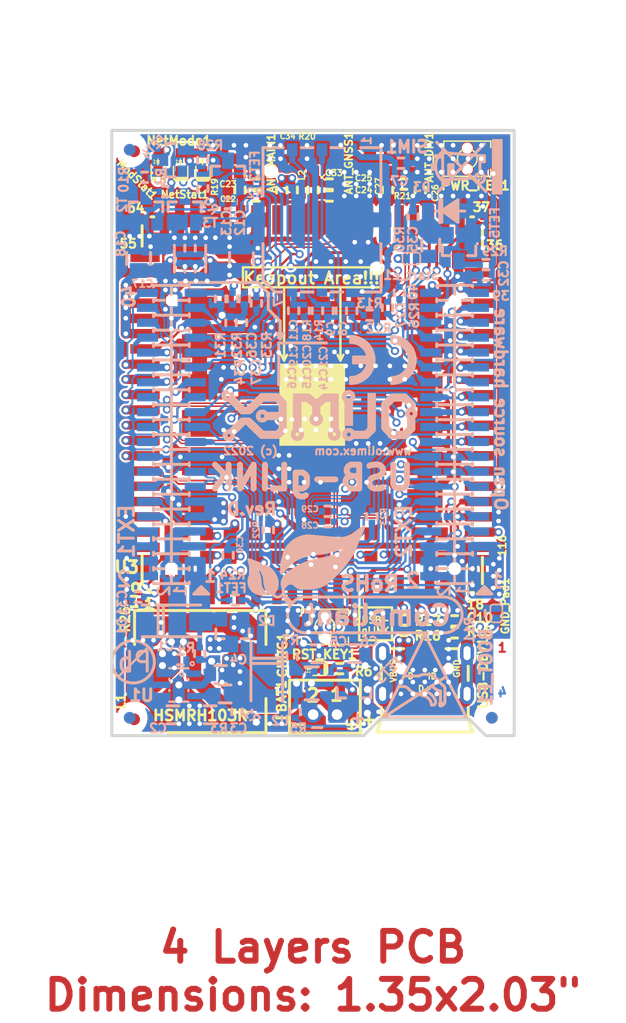
<source format=kicad_pcb>
(kicad_pcb (version 20171130) (host pcbnew 5.1.12-84ad8e8a86~92~ubuntu18.04.1)
  (title_block (title USB-gLINK) (date 2022-02-25) (rev D) (company "OLIMEX LTD.") (comment 1 https://www.olimex.com/))
  (layers (0 F.Cu signal) (1 In1.Cu power) (2 In2.Cu power) (31 B.Cu signal) (34 B.Paste user) (35 F.Paste user) (36 B.SilkS user) (37 F.SilkS user) (38 B.Mask user) (39 F.Mask user) (44 Edge.Cuts user))
  (net 0 "")
  (net 1 +5V)
  (net 2 GND)
  (net 3 +5V_EXT)
  (net 4 VBAT)
  (net 5 /ADC0)
  (net 6 /PWR_KEY)
  (net 7 /RST_KEY)
  (net 8 /SIM_VDD)
  (net 9 /TxD)
  (net 10 /RxD)
  (net 11 /SIM_DATA)
  (net 12 /SIM_RST)
  (net 13 /SIM_CLK)
  (net 14 /USB_D-)
  (net 15 /USB_D+)
  (net 16 +5V_USB)
  (net 17 VDD)
  (net 18 /USB_BOOT)
  (net 19 /SDC2_CMD)
  (net 20 /SDC2_CLK)
  (net 21 /SDC2_DATA0)
  (net 22 /SDC2_DATA1)
  (net 23 /SDC2_DATA2)
  (net 24 /SDC2_DATA3)
  (net 25 /SD_INS_DET#)
  (net 26 /ADC1)
  (net 27 /VDD-SDIO)
  (net 28 /USIM2_VDD)
  (net 29 /EPHY_RSTn)
  (net 30 /Wakeup_In)
  (net 31 /EPHY_INTn)
  (net 32 /AP_Ready)
  (net 33 /SGMII_MDATA)
  (net 34 /W_Disable)
  (net 35 /SGMII_MCLK)
  (net 36 /Net_Mode)
  (net 37 /Net_Status)
  (net 38 /SGMII_TX_P)
  (net 39 /Module_Status)
  (net 40 /SGMII_RX_P)
  (net 41 /PCM_CLK)
  (net 42 /BT_EN)
  (net 43 /PCM_SYNC)
  (net 44 /BT_CTS)
  (net 45 /PCM_OUT)
  (net 46 /BT_RTS)
  (net 47 /PCM_IN)
  (net 48 /BT_TxD)
  (net 49 /VDD_EXT)
  (net 50 /BT_RxD)
  (net 51 /PM_ENABLE)
  (net 52 /WAKE_ON_WIRELESS)
  (net 53 /COEX_UART_TX)
  (net 54 /WLAN_SLP_CLK)
  (net 55 /COEX_UART_RX)
  (net 56 /WLAN_EN)
  (net 57 /RI)
  (net 58 /SDC1_CMD)
  (net 59 /DCD)
  (net 60 /SDC1_CLK)
  (net 61 /DBG_RxD)
  (net 62 /I2C_SCL)
  (net 63 /DBG_TxD)
  (net 64 /I2C_SDA)
  (net 65 /SDC1_DATA3)
  (net 66 /SDC1_DATA2)
  (net 67 /DTR)
  (net 68 /SDC1_DATA1)
  (net 69 /RTS)
  (net 70 /SDC1_DATA0)
  (net 71 /CTS)
  (net 72 /SGMII_TX_N)
  (net 73 /SGMII_RX_N)
  (net 74 /USB-D_P)
  (net 75 /USB-D_N)
  (net 76 "Net-(ANT_DIV1-Pad1)")
  (net 77 "Net-(ANT_GNSS1-Pad1)")
  (net 78 "Net-(ANT_MAIN1-Pad1)")
  (net 79 "Net-(BOOT_E1-Pad1)")
  (net 80 "Net-(C1-Pad2)")
  (net 81 "Net-(C1-Pad1)")
  (net 82 "Net-(C3-Pad1)")
  (net 83 "Net-(C3-Pad2)")
  (net 84 "Net-(C8-Pad1)")
  (net 85 "Net-(C9-Pad1)")
  (net 86 "Net-(C10-Pad1)")
  (net 87 "Net-(C11-Pad1)")
  (net 88 "Net-(C22-Pad2)")
  (net 89 "Net-(C24-Pad2)")
  (net 90 "Net-(C26-Pad2)")
  (net 91 "Net-(CHRG1-Pad1)")
  (net 92 "Net-(FET3-Pad1)")
  (net 93 "Net-(FID1-PadFid1)")
  (net 94 "Net-(FID2-PadFid1)")
  (net 95 "Net-(FID3-PadFid1)")
  (net 96 "Net-(FID4-PadFid1)")
  (net 97 "Net-(FID5-PadFid1)")
  (net 98 "Net-(FID6-PadFid1)")
  (net 99 "Net-(ModStat1-Pad1)")
  (net 100 "Net-(NetMode1-Pad1)")
  (net 101 "Net-(NetStat1-Pad1)")
  (net 102 "Net-(R6-Pad2)")
  (net 103 "Net-(R7-Pad1)")
  (net 104 "Net-(R8-Pad2)")
  (net 105 "Net-(R9-Pad2)")
  (net 106 "Net-(SIM1-Pad6)")
  (net 107 "Net-(U3-Pad140)")
  (net 108 "Net-(U3-Pad117)")
  (net 109 "Net-(U3-Pad113)")
  (net 110 "Net-(U3-Pad55)")
  (net 111 "Net-(U3-Pad114)")
  (net 112 "Net-(U3-Pad116)")
  (net 113 "Net-(U3-Pad144)")
  (net 114 "Net-(U3-Pad143)")
  (net 115 "Net-(U3-Pad43)")
  (net 116 "Net-(U3-Pad18)")
  (net 117 "Net-(U3-Pad13)")
  (net 118 "Net-(U3-Pad142)")
  (net 119 "Net-(U3-Pad141)")
  (net 120 "Net-(U3-Pad3)")
  (net 121 "Net-(USB-DEV1-Pad4)")
  (net 122 "Net-(L2-Pad1)")
  (net 123 /SGMII_RX+)
  (net 124 /SGMII_RX-)
  (net 125 "Net-(FET2-Pad3)")
  (net 126 /ANT_PWR)
  (net 127 "Net-(C35-Pad1)")
  (net 128 "Net-(C35-Pad2)")
  (net 129 "Net-(FET5-Pad3)")
  (net 130 "Net-(U3-Pad78)")
  (net 131 "Net-(U3-Pad81)")
  (net 132 "Net-(U3-Pad84)")
  (net 133 "Net-(U3-Pad75)")
  (net 134 "Net-(U3-Pad80)")
  (net 135 "Net-(U3-Pad77)")
  (net 136 "Net-(U3-Pad74)")
  (net 137 "Net-(U3-Pad83)")
  (net 138 "Net-(U3-Pad73)")
  (net 139 "Net-(U3-Pad76)")
  (net 140 "Net-(U3-Pad79)")
  (net 141 "Net-(U3-Pad82)")
  (module OLIMEX_Connectors-FP:SIMNANO-6P-1.3H (layer B.Cu) (at 144.272 57.912 270)
    (fp_text reference SIM1 (at -6.223 -7.239) (layer B.SilkS) (effects (font (size 1.016 1.016) (thickness 0.254)) (justify mirror)))
    (fp_text value SIMNANO-6P-1.3H)
    (fp_text user 1 (at -6.731 -3.81 270) (layer B.SilkS) (effects (font (size 0.762 0.762) (thickness 0.1905)) (justify mirror)))
    (fp_text user 7 (at 7.05 3.683 270) (layer B.SilkS) (effects (font (size 0.762 0.762) (thickness 0.1905)) (justify mirror)))
    (pad 1 smd rect (at -5.97 -2.54) (size 0.9 1.1) (layers B.Cu B.Paste B.Mask) (net 8 /SIM_VDD))
    (pad 2 smd rect (at -5.97 0) (size 0.9 1.1) (layers B.Cu B.Paste B.Mask) (net 84 "Net-(C8-Pad1)"))
    (pad 3 smd rect (at -5.97 2.54) (size 0.9 1.1) (layers B.Cu B.Paste B.Mask) (net 85 "Net-(C9-Pad1)"))
    (pad 5 smd rect (at 5.98 -2.54) (size 0.9 1.1) (layers B.Cu B.Paste B.Mask) (net 2 GND))
    (pad 7 smd rect (at 5.98 2.54) (size 0.9 1.1) (layers B.Cu B.Paste B.Mask) (net 87 "Net-(C11-Pad1)"))
    (pad 6 smd rect (at 5.98 0) (size 0.9 1.1) (layers B.Cu B.Paste B.Mask) (net 106 "Net-(SIM1-Pad6)"))
    (pad 0 smd rect (at 0 -5.358) (size 1 3.29) (layers B.Cu B.Paste B.Mask) (net 2 GND))
    (pad 0 smd rect (at 0 5.385) (size 1 3.290001) (layers B.Cu B.Paste B.Mask) (net 2 GND))
    (pad "" np_thru_hole circle (at -4.15 4.34) (size 1 1) (drill 1) (layers *.Cu *.Mask))
    (pad "" np_thru_hole circle (at 4.15 -4.66) (size 0.8 0.8) (drill 0.8) (layers *.Cu *.Mask))
  )
  (module OLIMEX_RLC-FP:HSMRH103R (layer F.Cu) (at 133.905 96.393)
    (fp_text reference L1 (at -6.778 2.54 270) (layer F.SilkS) (effects (font (size 0.762 0.762) (thickness 0.1905))))
    (fp_text value "2.5uH/3.2A/26mR/20%/10.3x10.4x3.0mm(HSMRH103R-2R5M)")
    (fp_text user HSMRH103R (at 0.0165 3.7465 180) (layer F.SilkS) (effects (font (size 0.889 0.889) (thickness 0.22225))))
    (pad 2 smd rect (at 5 0) (size 2.7 3.6) (layers F.Cu F.Paste F.Mask) (net 83 "Net-(C3-Pad2)"))
    (pad 1 smd rect (at -5 0) (size 2.7 3.6) (layers F.Cu F.Paste F.Mask) (net 80 "Net-(C1-Pad2)"))
  )
  (module "OLIMEX_Connectors-FP:GPCB127SMT-02X20(YA-V36P-2X20-LF)" (layer B.Cu) (at 155.575 76.2 90)
    (fp_text reference EXT2 (at -8.255 -4.318 90) (layer B.SilkS) (effects (font (size 1.27 1.27) (thickness 0.254)) (justify mirror)))
    (fp_text value "NA(YA-V36P-2X20-LF)")
    (fp_text user 1 (at -13.335 0.6985 90) (layer B.SilkS) (effects (font (thickness 0.2)) (justify mirror)))
    (fp_text user 2 (at -13.335 -0.889 90) (layer B.SilkS) (effects (font (thickness 0.2)) (justify mirror)))
    (pad "" np_thru_hole circle (at -11.43 0) (size 0.7 0.7) (drill 0.7) (layers *.Cu *.Mask))
    (pad 20 smd rect (at -0.635 -2.032) (size 1.8 0.7) (layers B.Cu B.Paste B.Mask) (net 47 /PCM_IN))
    (pad 19 smd rect (at -0.635 2.032) (size 1.8 0.7) (layers B.Cu B.Paste B.Mask) (net 56 /WLAN_EN))
    (pad 18 smd rect (at -1.905 -2.032) (size 1.8 0.7) (layers B.Cu B.Paste B.Mask) (net 55 /COEX_UART_RX))
    (pad 17 smd rect (at -1.905 2.032) (size 1.8 0.7) (layers B.Cu B.Paste B.Mask) (net 65 /SDC1_DATA3))
    (pad 16 smd rect (at -3.175 -2.032) (size 1.8 0.7) (layers B.Cu B.Paste B.Mask) (net 53 /COEX_UART_TX))
    (pad 15 smd rect (at -3.175 2.032) (size 1.8 0.7) (layers B.Cu B.Paste B.Mask) (net 66 /SDC1_DATA2))
    (pad 14 smd rect (at -4.445 -2.032) (size 1.8 0.7) (layers B.Cu B.Paste B.Mask) (net 49 /VDD_EXT))
    (pad 13 smd rect (at -4.445 2.032) (size 1.8 0.7) (layers B.Cu B.Paste B.Mask) (net 68 /SDC1_DATA1))
    (pad 12 smd rect (at -5.715 -2.032 180) (size 1.8 0.7) (layers B.Cu B.Paste B.Mask) (net 51 /PM_ENABLE))
    (pad 11 smd rect (at -5.715 2.032 180) (size 1.8 0.7) (layers B.Cu B.Paste B.Mask) (net 70 /SDC1_DATA0))
    (pad 10 smd rect (at -6.985 -2.032 180) (size 1.8 0.7) (layers B.Cu B.Paste B.Mask) (net 61 /DBG_RxD))
    (pad 9 smd rect (at -6.985 2.032 180) (size 1.8 0.7) (layers B.Cu B.Paste B.Mask) (net 58 /SDC1_CMD))
    (pad 8 smd rect (at -8.255 -2.032 180) (size 1.8 0.7) (layers B.Cu B.Paste B.Mask) (net 63 /DBG_TxD))
    (pad 7 smd rect (at -8.255 2.032 180) (size 1.8 0.7) (layers B.Cu B.Paste B.Mask) (net 60 /SDC1_CLK))
    (pad 6 smd rect (at -9.525 -2.032 180) (size 1.8 0.7) (layers B.Cu B.Paste B.Mask) (net 2 GND))
    (pad 5 smd rect (at -9.525 2.032 180) (size 1.8 0.7) (layers B.Cu B.Paste B.Mask) (net 17 VDD))
    (pad 4 smd rect (at -10.795 -2.032 180) (size 1.8 0.7) (layers B.Cu B.Paste B.Mask) (net 2 GND))
    (pad 3 smd rect (at -10.795 2.032 180) (size 1.8 0.7) (layers B.Cu B.Paste B.Mask) (net 17 VDD))
    (pad 2 smd rect (at -12.065 -2.032 180) (size 1.8 0.7) (layers B.Cu B.Paste B.Mask) (net 2 GND))
    (pad 1 smd rect (at -12.065 2.032 180) (size 1.8 0.7) (layers B.Cu B.Paste B.Mask) (net 17 VDD))
    (pad 21 smd rect (at 0.635 2.032 180) (size 1.8 0.7) (layers B.Cu B.Paste B.Mask) (net 52 /WAKE_ON_WIRELESS))
    (pad 22 smd rect (at 0.635 -2.032 180) (size 1.8 0.7) (layers B.Cu B.Paste B.Mask) (net 45 /PCM_OUT))
    (pad 23 smd rect (at 1.905 2.032 180) (size 1.8 0.7) (layers B.Cu B.Paste B.Mask) (net 54 /WLAN_SLP_CLK))
    (pad 24 smd rect (at 1.905 -2.032 180) (size 1.8 0.7) (layers B.Cu B.Paste B.Mask) (net 43 /PCM_SYNC))
    (pad 25 smd rect (at 3.175 2.032 180) (size 1.8 0.7) (layers B.Cu B.Paste B.Mask) (net 25 /SD_INS_DET#))
    (pad 26 smd rect (at 3.175 -2.032 180) (size 1.8 0.7) (layers B.Cu B.Paste B.Mask) (net 41 /PCM_CLK))
    (pad 27 smd rect (at 4.445 2.032 180) (size 1.8 0.7) (layers B.Cu B.Paste B.Mask) (net 24 /SDC2_DATA3))
    (pad 28 smd rect (at 4.445 -2.032 180) (size 1.8 0.7) (layers B.Cu B.Paste B.Mask) (net 64 /I2C_SDA))
    (pad 29 smd rect (at 5.715 2.032 180) (size 1.8 0.7) (layers B.Cu B.Paste B.Mask) (net 23 /SDC2_DATA2))
    (pad 30 smd rect (at 5.715 -2.032 180) (size 1.8 0.7) (layers B.Cu B.Paste B.Mask) (net 62 /I2C_SCL))
    (pad 31 smd rect (at 6.985 2.032 180) (size 1.8 0.7) (layers B.Cu B.Paste B.Mask) (net 22 /SDC2_DATA1))
    (pad 32 smd rect (at 6.985 -2.032 180) (size 1.8 0.7) (layers B.Cu B.Paste B.Mask) (net 44 /BT_CTS))
    (pad 33 smd rect (at 8.255 2.032) (size 1.8 0.7) (layers B.Cu B.Paste B.Mask) (net 21 /SDC2_DATA0))
    (pad 34 smd rect (at 8.255 -2.032) (size 1.8 0.7) (layers B.Cu B.Paste B.Mask) (net 50 /BT_RxD))
    (pad 35 smd rect (at 9.525 2.032) (size 1.8 0.7) (layers B.Cu B.Paste B.Mask) (net 20 /SDC2_CLK))
    (pad 36 smd rect (at 9.525 -2.032) (size 1.8 0.7) (layers B.Cu B.Paste B.Mask) (net 48 /BT_TxD))
    (pad 37 smd rect (at 10.795 2.032) (size 1.8 0.7) (layers B.Cu B.Paste B.Mask) (net 19 /SDC2_CMD))
    (pad 38 smd rect (at 10.795 -2.032) (size 1.8 0.7) (layers B.Cu B.Paste B.Mask) (net 46 /BT_RTS))
    (pad 39 smd rect (at 12.065 2.032) (size 1.8 0.7) (layers B.Cu B.Paste B.Mask) (net 27 /VDD-SDIO))
    (pad 40 smd rect (at 12.065 -2.032) (size 1.8 0.7) (layers B.Cu B.Paste B.Mask) (net 42 /BT_EN))
    (pad "" np_thru_hole circle (at 11.43 0) (size 0.7 0.7) (drill 0.7) (layers *.Cu *.Mask))
  )
  (module "OLIMEX_Connectors-FP:GPCB127SMT-02X20(YA-V36P-2X20-LF)" (layer B.Cu) (at 131.445 76.2 90)
    (fp_text reference EXT1 (at -8.255 -3.81 90) (layer B.SilkS) (effects (font (size 1.27 1.27) (thickness 0.254)) (justify mirror)))
    (fp_text value "NA(YA-V36P-2X20-LF)")
    (fp_text user 1 (at -13.335 0.762 90) (layer B.SilkS) (effects (font (thickness 0.2)) (justify mirror)))
    (fp_text user 2 (at -13.335 -0.635 90) (layer B.SilkS) (effects (font (thickness 0.2)) (justify mirror)))
    (pad "" np_thru_hole circle (at -11.43 0) (size 0.7 0.7) (drill 0.7) (layers *.Cu *.Mask))
    (pad 20 smd rect (at -0.635 -2.032) (size 1.8 0.7) (layers B.Cu B.Paste B.Mask) (net 72 /SGMII_TX_N))
    (pad 19 smd rect (at -0.635 2.032) (size 1.8 0.7) (layers B.Cu B.Paste B.Mask) (net 18 /USB_BOOT))
    (pad 18 smd rect (at -1.905 -2.032) (size 1.8 0.7) (layers B.Cu B.Paste B.Mask) (net 35 /SGMII_MCLK))
    (pad 17 smd rect (at -1.905 2.032) (size 1.8 0.7) (layers B.Cu B.Paste B.Mask) (net 2 GND))
    (pad 16 smd rect (at -3.175 -2.032) (size 1.8 0.7) (layers B.Cu B.Paste B.Mask) (net 33 /SGMII_MDATA))
    (pad 15 smd rect (at -3.175 2.032) (size 1.8 0.7) (layers B.Cu B.Paste B.Mask) (net 74 /USB-D_P))
    (pad 14 smd rect (at -4.445 -2.032) (size 1.8 0.7) (layers B.Cu B.Paste B.Mask) (net 31 /EPHY_INTn))
    (pad 13 smd rect (at -4.445 2.032) (size 1.8 0.7) (layers B.Cu B.Paste B.Mask) (net 75 /USB-D_N))
    (pad 12 smd rect (at -5.715 -2.032 180) (size 1.8 0.7) (layers B.Cu B.Paste B.Mask) (net 29 /EPHY_RSTn))
    (pad 11 smd rect (at -5.715 2.032 180) (size 1.8 0.7) (layers B.Cu B.Paste B.Mask) (net 16 +5V_USB))
    (pad 10 smd rect (at -6.985 -2.032 180) (size 1.8 0.7) (layers B.Cu B.Paste B.Mask) (net 28 /USIM2_VDD))
    (pad 9 smd rect (at -6.985 2.032 180) (size 1.8 0.7) (layers B.Cu B.Paste B.Mask) (net 16 +5V_USB))
    (pad 8 smd rect (at -8.255 -2.032 180) (size 1.8 0.7) (layers B.Cu B.Paste B.Mask) (net 2 GND))
    (pad 7 smd rect (at -8.255 2.032 180) (size 1.8 0.7) (layers B.Cu B.Paste B.Mask) (net 4 VBAT))
    (pad 6 smd rect (at -9.525 -2.032 180) (size 1.8 0.7) (layers B.Cu B.Paste B.Mask) (net 2 GND))
    (pad 5 smd rect (at -9.525 2.032 180) (size 1.8 0.7) (layers B.Cu B.Paste B.Mask) (net 4 VBAT))
    (pad 4 smd rect (at -10.795 -2.032 180) (size 1.8 0.7) (layers B.Cu B.Paste B.Mask) (net 2 GND))
    (pad 3 smd rect (at -10.795 2.032 180) (size 1.8 0.7) (layers B.Cu B.Paste B.Mask) (net 3 +5V_EXT))
    (pad 2 smd rect (at -12.065 -2.032 180) (size 1.8 0.7) (layers B.Cu B.Paste B.Mask) (net 2 GND))
    (pad 1 smd rect (at -12.065 2.032 180) (size 1.8 0.7) (layers B.Cu B.Paste B.Mask) (net 3 +5V_EXT))
    (pad 21 smd rect (at 0.635 2.032 180) (size 1.8 0.7) (layers B.Cu B.Paste B.Mask) (net 7 /RST_KEY))
    (pad 22 smd rect (at 0.635 -2.032 180) (size 1.8 0.7) (layers B.Cu B.Paste B.Mask) (net 38 /SGMII_TX_P))
    (pad 23 smd rect (at 1.905 2.032 180) (size 1.8 0.7) (layers B.Cu B.Paste B.Mask) (net 6 /PWR_KEY))
    (pad 24 smd rect (at 1.905 -2.032 180) (size 1.8 0.7) (layers B.Cu B.Paste B.Mask) (net 40 /SGMII_RX_P))
    (pad 25 smd rect (at 3.175 2.032 180) (size 1.8 0.7) (layers B.Cu B.Paste B.Mask) (net 30 /Wakeup_In))
    (pad 26 smd rect (at 3.175 -2.032 180) (size 1.8 0.7) (layers B.Cu B.Paste B.Mask) (net 73 /SGMII_RX_N))
    (pad 27 smd rect (at 4.445 2.032 180) (size 1.8 0.7) (layers B.Cu B.Paste B.Mask) (net 32 /AP_Ready))
    (pad 28 smd rect (at 4.445 -2.032 180) (size 1.8 0.7) (layers B.Cu B.Paste B.Mask) (net 10 /RxD))
    (pad 29 smd rect (at 5.715 2.032 180) (size 1.8 0.7) (layers B.Cu B.Paste B.Mask) (net 34 /W_Disable))
    (pad 30 smd rect (at 5.715 -2.032 180) (size 1.8 0.7) (layers B.Cu B.Paste B.Mask) (net 9 /TxD))
    (pad 31 smd rect (at 6.985 2.032 180) (size 1.8 0.7) (layers B.Cu B.Paste B.Mask) (net 36 /Net_Mode))
    (pad 32 smd rect (at 6.985 -2.032 180) (size 1.8 0.7) (layers B.Cu B.Paste B.Mask) (net 67 /DTR))
    (pad 33 smd rect (at 8.255 2.032) (size 1.8 0.7) (layers B.Cu B.Paste B.Mask) (net 37 /Net_Status))
    (pad 34 smd rect (at 8.255 -2.032) (size 1.8 0.7) (layers B.Cu B.Paste B.Mask) (net 59 /DCD))
    (pad 35 smd rect (at 9.525 2.032) (size 1.8 0.7) (layers B.Cu B.Paste B.Mask) (net 39 /Module_Status))
    (pad 36 smd rect (at 9.525 -2.032) (size 1.8 0.7) (layers B.Cu B.Paste B.Mask) (net 71 /CTS))
    (pad 37 smd rect (at 10.795 2.032) (size 1.8 0.7) (layers B.Cu B.Paste B.Mask) (net 26 /ADC1))
    (pad 38 smd rect (at 10.795 -2.032) (size 1.8 0.7) (layers B.Cu B.Paste B.Mask) (net 69 /RTS))
    (pad 39 smd rect (at 12.065 2.032) (size 1.8 0.7) (layers B.Cu B.Paste B.Mask) (net 5 /ADC0))
    (pad 40 smd rect (at 12.065 -2.032) (size 1.8 0.7) (layers B.Cu B.Paste B.Mask) (net 57 /RI))
    (pad "" np_thru_hole circle (at 11.43 0) (size 0.7 0.7) (drill 0.7) (layers *.Cu *.Mask))
  )
  (module OLIMEX_Diodes-FP:SMA-KA (layer B.Cu) (at 131.445 92.075)
    (fp_text reference D1 (at -4.191 0.508 270) (layer B.SilkS) (effects (font (size 0.762 0.762) (thickness 0.1905)) (justify mirror)))
    (fp_text value 1N5822/SMA)
    (pad 2 smd rect (at 2.5 0) (size 2 1.7) (layers B.Cu B.Paste B.Mask) (net 3 +5V_EXT))
    (pad 1 smd rect (at -2.5 0) (size 2 1.7) (layers B.Cu B.Paste B.Mask) (net 1 +5V))
  )
  (module OLIMEX_Buttons-FP:IT1185AU2_V2 (layer F.Cu) (at 156.654501 52.705 180)
    (fp_text reference PWR_KEY1 (at -0.698499 -2.286) (layer F.SilkS) (effects (font (size 0.762 0.762) (thickness 0.1905))))
    (fp_text value IT1185AU2)
    (pad 1 smd rect (at -2.177 0 180) (size 0.9 1.5) (layers F.Cu F.Mask) (net 6 /PWR_KEY))
    (pad 2 smd rect (at 2.177 0 180) (size 0.9 1.5) (layers F.Cu F.Mask) (net 2 GND))
    (pad "" np_thru_hole circle (at 0 -0.9 180) (size 0.7 0.7) (drill 0.7) (layers *.Cu *.Mask))
    (pad "" np_thru_hole circle (at 0 0.9 180) (size 0.7 0.7) (drill 0.7) (layers *.Cu *.Mask))
  )
  (module OLIMEX_Buttons-FP:IT1185AU2_V2 (layer F.Cu) (at 144.526 92.583 180)
    (fp_text reference RST_KEY1 (at 0.0635 -2.3495) (layer F.SilkS) (effects (font (size 0.762 0.762) (thickness 0.1905))))
    (fp_text value IT1185AU2)
    (pad 1 smd rect (at -2.177 0 180) (size 0.9 1.5) (layers F.Cu F.Mask) (net 7 /RST_KEY))
    (pad 2 smd rect (at 2.177 0 180) (size 0.9 1.5) (layers F.Cu F.Mask) (net 2 GND))
    (pad "" np_thru_hole circle (at 0 -0.9 180) (size 0.7 0.7) (drill 0.7) (layers *.Cu *.Mask))
    (pad "" np_thru_hole circle (at 0 0.9 180) (size 0.7 0.7) (drill 0.7) (layers *.Cu *.Mask))
  )
  (module OLIMEX_Transistors-FP:SOT23 (layer B.Cu) (at 136.271 53.975 270)
    (fp_text reference FET2 (at -0.635 -2.286 90) (layer B.SilkS) (effects (font (size 0.762 0.762) (thickness 0.1905)) (justify mirror)))
    (fp_text value "BSS138(SOT23-3)")
    (pad 1 smd rect (at 1.10744 -0.94996 270) (size 1.4 1) (layers B.Cu B.Paste B.Mask) (net 49 /VDD_EXT) (clearance 0.0508))
    (pad 2 smd rect (at 1.10744 0.9525 270) (size 1.4 1) (layers B.Cu B.Paste B.Mask) (net 39 /Module_Status) (clearance 0.0508))
    (pad 3 smd rect (at -1.10236 -0.00254 270) (size 1.4 1) (layers B.Cu B.Paste B.Mask) (net 125 "Net-(FET2-Pad3)") (clearance 0.0508))
  )
  (module OLIMEX_Transistors-FP:SOT23 (layer B.Cu) (at 131.572 52.832)
    (fp_text reference FET4 (at -1.651 -1.143 45) (layer B.SilkS) (effects (font (size 0.6858 0.6858) (thickness 0.17145)) (justify mirror)))
    (fp_text value "IRLML6402(SOT23-3)")
    (pad 3 smd rect (at -1.10236 -0.00254) (size 1.4 1) (layers B.Cu B.Paste B.Mask) (net 126 /ANT_PWR) (clearance 0.0508))
    (pad 2 smd rect (at 1.10744 0.9525) (size 1.4 1) (layers B.Cu B.Paste B.Mask) (net 17 VDD) (clearance 0.0508))
    (pad 1 smd rect (at 1.10744 -0.94996) (size 1.4 1) (layers B.Cu B.Paste B.Mask) (net 125 "Net-(FET2-Pad3)") (clearance 0.0508))
  )
  (module OLIMEX_Transistors-FP:SOT23 (layer B.Cu) (at 129.286 57.023 270)
    (fp_text reference T2 (at -0.381 2.032 270) (layer B.SilkS) (effects (font (size 0.762 0.762) (thickness 0.1905)) (justify mirror)))
    (fp_text value "LMUN2211LT1G(SOT23-3)")
    (pad 1 smd rect (at 1.10744 -0.94996 270) (size 1.4 1) (layers B.Cu B.Paste B.Mask) (net 36 /Net_Mode) (clearance 0.0508))
    (pad 2 smd rect (at 1.10744 0.9525 270) (size 1.4 1) (layers B.Cu B.Paste B.Mask) (net 2 GND) (clearance 0.0508))
    (pad 3 smd rect (at -1.10236 -0.00254 270) (size 1.4 1) (layers B.Cu B.Paste B.Mask) (net 104 "Net-(R8-Pad2)") (clearance 0.0508))
  )
  (module OLIMEX_RLC-FP:C_0805_5MIL_DWS (layer B.Cu) (at 130.682999 61.214 90)
    (fp_text reference C17 (at -2.1336 -1.701799 180) (layer B.SilkS) (effects (font (size 0.635 0.635) (thickness 0.15875)) (justify mirror)))
    (fp_text value 47uF/6.3V/20%/X5R/C0805)
    (pad 1 smd rect (at -1.016 0) (size 1.524 1.27) (layers B.Cu B.Paste B.Mask) (net 17 VDD))
    (pad 2 smd rect (at 1.016 0) (size 1.524 1.27) (layers B.Cu B.Paste B.Mask) (net 2 GND))
  )
  (module OLIMEX_RLC-FP:R_0402_5MIL_DWS (layer B.Cu) (at 130.937 55.499 180)
    (fp_text reference R8 (at 0.381 1.27 270) (layer B.SilkS) (effects (font (size 0.762 0.762) (thickness 0.1905)) (justify mirror)))
    (fp_text value 2.2k/R0402)
    (pad 2 smd rect (at 0.508 0 180) (size 0.5 0.55) (layers B.Cu B.Paste B.Mask) (net 104 "Net-(R8-Pad2)"))
    (pad 1 smd rect (at -0.508 0) (size 0.5 0.55) (layers B.Cu B.Paste B.Mask) (net 100 "Net-(NetMode1-Pad1)"))
  )
  (module OLIMEX_Connectors-FP:USB-MICRO_MISB-SWMM-5B_LF (layer F.Cu) (at 153.035 98.044 270)
    (fp_text reference USB-DEV1 (at -1.524 -4.953 90) (layer F.SilkS) (effects (font (size 0.762 0.762) (thickness 0.1905))))
    (fp_text value "MISB-SWMM-5B-LF(USB_MICRO)")
    (fp_text user VBUS (at -1.7145 2.667 270) (layer F.SilkS) (effects (font (size 0.508 0.508) (thickness 0.127))))
    (fp_text user D- (at -1.27 0.889) (layer F.SilkS) (effects (font (size 0.508 0.508) (thickness 0.127))))
    (fp_text user D+ (at -0.1905 0) (layer F.SilkS) (effects (font (size 0.508 0.508) (thickness 0.127))))
    (fp_text user ID (at -1.25 -0.635) (layer F.SilkS) (effects (font (size 0.508 0.508) (thickness 0.127))))
    (fp_text user GND (at -1.905 -2.7305 270) (layer F.SilkS) (effects (font (size 0.508 0.508) (thickness 0.127))))
    (pad 1 smd rect (at -3.15 1.3875) (size 0.5 1.65) (layers F.Cu F.Paste F.Mask) (net 16 +5V_USB))
    (pad 2 smd rect (at -3.15 0.65) (size 0.325 1.65) (layers F.Cu F.Paste F.Mask) (net 14 /USB_D-))
    (pad 3 smd rect (at -3.15 0) (size 0.325 1.65) (layers F.Cu F.Paste F.Mask) (net 15 /USB_D+))
    (pad 4 smd rect (at -3.15 -0.65) (size 0.325 1.65) (layers F.Cu F.Paste F.Mask) (net 121 "Net-(USB-DEV1-Pad4)"))
    (pad 5 smd rect (at -3.15 -1.3875) (size 0.5 1.65) (layers F.Cu F.Paste F.Mask) (net 2 GND))
    (pad "" np_thru_hole circle (at -1.9 2) (size 0.6 0.6) (drill 0.6) (layers *.Cu *.Mask))
    (pad "" np_thru_hole circle (at -1.9 -2) (size 0.6 0.6) (drill 0.6) (layers *.Cu *.Mask))
    (pad 0 smd rect (at 1.4 1.5) (size 1.1 1) (layers F.Cu F.Paste F.Mask) (net 86 "Net-(C10-Pad1)"))
    (pad 0 smd rect (at 1.4 -1.5) (size 1.1 1) (layers F.Cu F.Paste F.Mask) (net 86 "Net-(C10-Pad1)"))
    (pad 0 thru_hole oval (at 0.25 3.6) (size 1.2 1.8) (drill oval 0.6 1.2) (layers *.Cu *.Mask) (net 86 "Net-(C10-Pad1)"))
    (pad 0 thru_hole oval (at -3.22 3.6) (size 1.2 1.8) (drill oval 0.6 1.2) (layers *.Cu *.Mask) (net 86 "Net-(C10-Pad1)"))
    (pad 0 thru_hole oval (at -3.22 -3.6) (size 1.2 1.8) (drill oval 0.6 1.2) (layers *.Cu *.Mask) (net 86 "Net-(C10-Pad1)"))
    (pad 0 thru_hole oval (at 0.25 -3.6) (size 1.2 1.8) (drill oval 0.6 1.2) (layers *.Cu *.Mask) (net 86 "Net-(C10-Pad1)"))
  )
  (module OLIMEX_LOGOs-FP:CE_Sign (layer B.Cu) (at 148.463 69.85 180)
    (fp_text reference CE_Logo hide)
    (fp_text value CE_Sign hide)
  )
  (module OLIMEX_RLC-FP:R_0402_5MIL_DWS (layer B.Cu) (at 134.112 52.832 90)
    (fp_text reference R28 (at 1.27 0.635) (layer B.SilkS) (effects (font (size 0.762 0.762) (thickness 0.1905)) (justify mirror)))
    (fp_text value 10k/R0402)
    (pad 2 smd rect (at 0.508 0 90) (size 0.5 0.55) (layers B.Cu B.Paste B.Mask) (net 125 "Net-(FET2-Pad3)"))
    (pad 1 smd rect (at -0.508 0 270) (size 0.5 0.55) (layers B.Cu B.Paste B.Mask) (net 17 VDD))
  )
  (module OLIMEX_RLC-FP:R_0402_5MIL_DWS (layer B.Cu) (at 136.271 56.515)
    (fp_text reference R2 (at 2.286 -0.889 180) (layer B.SilkS) (effects (font (size 0.762 0.762) (thickness 0.14605)) (justify mirror)))
    (fp_text value 10k/R0402)
    (pad 2 smd rect (at 0.508 0) (size 0.5 0.55) (layers B.Cu B.Paste B.Mask) (net 49 /VDD_EXT))
    (pad 1 smd rect (at -0.508 0 180) (size 0.5 0.55) (layers B.Cu B.Paste B.Mask) (net 39 /Module_Status))
  )
  (module OLIMEX_Diodes-FP:SMA-KA (layer B.Cu) (at 139.573 96.393 270)
    (fp_text reference D2 (at -4.318 0) (layer B.SilkS) (effects (font (size 0.762 0.762) (thickness 0.1905)) (justify mirror)))
    (fp_text value 1N5822/SMA)
    (pad 1 smd rect (at -2.5 0 270) (size 2 1.7) (layers B.Cu B.Paste B.Mask) (net 17 VDD))
    (pad 2 smd rect (at 2.5 0 270) (size 2 1.7) (layers B.Cu B.Paste B.Mask) (net 83 "Net-(C3-Pad2)"))
  )
  (module OLIMEX_RLC-FP:C_0402_5MIL_DWS (layer F.Cu) (at 140.843 55.372 270)
    (fp_text reference C34 (at -4.572 -0.508) (layer F.SilkS) (effects (font (size 0.4572 0.4572) (thickness 0.1143))))
    (fp_text value 100nF/10V/10%/X5R/C0402)
    (pad 2 smd rect (at 0.508 0 270) (size 0.5 0.55) (layers F.Cu F.Paste F.Mask) (net 2 GND))
    (pad 1 smd rect (at -0.508 0 90) (size 0.5 0.55) (layers F.Cu F.Paste F.Mask) (net 126 /ANT_PWR))
  )
  (module OLIMEX_RLC-FP:R_0402_5MIL_DWS (layer F.Cu) (at 141.732 55.372 90)
    (fp_text reference R20 (at 4.572 1.27 unlocked) (layer F.SilkS) (effects (font (size 0.508 0.508) (thickness 0.127))))
    (fp_text value 10R/R0402)
    (pad 2 smd rect (at 0.508 0 90) (size 0.5 0.55) (layers F.Cu F.Paste F.Mask) (net 126 /ANT_PWR))
    (pad 1 smd rect (at -0.508 0 270) (size 0.5 0.55) (layers F.Cu F.Paste F.Mask) (net 122 "Net-(L2-Pad1)"))
  )
  (module OLIMEX_RLC-FP:L_0402_5MIL_DWS (layer F.Cu) (at 142.621 55.372 90)
    (fp_text reference L2 (at 1.27 -0.0635 270) (layer F.SilkS) (effects (font (size 0.508 0.508) (thickness 0.127))))
    (fp_text value 33nH/0402)
    (pad 2 smd rect (at 0.508 0 90) (size 0.5 0.55) (layers F.Cu F.Paste F.Mask) (net 77 "Net-(ANT_GNSS1-Pad1)"))
    (pad 1 smd rect (at -0.508 0 270) (size 0.5 0.55) (layers F.Cu F.Paste F.Mask) (net 122 "Net-(L2-Pad1)"))
  )
  (module OLIMEX_RLC-FP:C_0402_5MIL_DWS (layer B.Cu) (at 133.921501 62.103 90)
    (fp_text reference C14 (at -9.398 10.477499 270) (layer B.SilkS) (effects (font (size 0.635 0.635) (thickness 0.15875)) (justify mirror)))
    (fp_text value 100nF/10V/10%/X5R/C0402)
    (pad 2 smd rect (at 0.508 0 90) (size 0.5 0.55) (layers B.Cu B.Paste B.Mask) (net 2 GND))
    (pad 1 smd rect (at -0.508 0 270) (size 0.5 0.55) (layers B.Cu B.Paste B.Mask) (net 17 VDD))
  )
  (module OLIMEX_Cases-FP:Quectel_EG25-G_Module_LGA-144_32.0mmx29.0mmx2.4mm (layer F.Cu) (at 143.4465 73.66)
    (fp_text reference U3 (at -15.8115 13.843 180) (layer F.SilkS) (effects (font (size 1.016 1.016) (thickness 0.254))))
    (fp_text value Quectel_EG25-G_Module)
    (fp_text user "Keepout Area!!!" (at -0.0635 -10.795 180) (layer F.SilkS) (effects (font (size 1.016 1.016) (thickness 0.2032))))
    (fp_text user o (at -15.0495 15.4305) (layer F.SilkS) (effects (font (size 1.016 1.016) (thickness 0.254))))
    (fp_text user 1 (at -13.9065 16.9545) (layer F.SilkS) (effects (font (size 0.889 0.889) (thickness 0.22225))))
    (pad 92 smd trapezoid (at 0 -5 270) (size 2 3) (layers F.Cu F.Paste F.Mask) (net 2 GND))
    (pad 87 smd trapezoid (at 0 -8.2 270) (size 2 3) (layers F.Cu F.Paste F.Mask) (net 2 GND))
    (pad 86 smd trapezoid (at -4.8 -8.2 270) (size 2 3) (layers F.Cu F.Paste F.Mask) (net 2 GND))
    (pad 94 smd trapezoid (at 9.6 -5 270) (size 2 3) (layers F.Cu F.Paste F.Mask) (net 2 GND))
    (pad 93 smd trapezoid (at 4.8 -5 270) (size 2 3) (layers F.Cu F.Paste F.Mask) (net 2 GND))
    (pad 89 smd trapezoid (at 9.6 -8.2 270) (size 2 3) (layers F.Cu F.Paste F.Mask) (net 2 GND))
    (pad 91 smd trapezoid (at -4.8 -5 270) (size 2 3) (layers F.Cu F.Paste F.Mask) (net 2 GND))
    (pad 88 smd trapezoid (at 4.8 -8.2 270) (size 2 3) (layers F.Cu F.Paste F.Mask) (net 2 GND))
    (pad 85 smd trapezoid (at -9.6 -8.2 270) (size 2 3) (layers F.Cu F.Paste F.Mask) (net 2 GND))
    (pad 90 smd trapezoid (at -9.6 -5 270) (size 2 3) (layers F.Cu F.Paste F.Mask) (net 2 GND))
    (pad 101 smd trapezoid (at 4.8 1.6 270) (size 2 3) (layers F.Cu F.Paste F.Mask) (net 2 GND))
    (pad 97 smd trapezoid (at 4.8 -1.6 270) (size 2 3) (layers F.Cu F.Paste F.Mask) (net 2 GND))
    (pad 96 smd trapezoid (at -4.8 -1.6 270) (size 2 3) (layers F.Cu F.Paste F.Mask) (net 2 GND))
    (pad 102 smd trapezoid (at 9.6 1.6 270) (size 2 3) (layers F.Cu F.Paste F.Mask) (net 2 GND))
    (pad 98 smd trapezoid (at 9.6 -1.6 270) (size 2 3) (layers F.Cu F.Paste F.Mask) (net 2 GND))
    (pad 100 smd trapezoid (at -4.8 1.6 270) (size 2 3) (layers F.Cu F.Paste F.Mask) (net 2 GND))
    (pad 95 smd trapezoid (at -9.6 -1.6 270) (size 2 3) (layers F.Cu F.Paste F.Mask) (net 2 GND))
    (pad 99 smd trapezoid (at -9.6 1.6 270) (size 2 3) (layers F.Cu F.Paste F.Mask) (net 2 GND))
    (pad 105 smd trapezoid (at 0 5 270) (size 2 3) (layers F.Cu F.Paste F.Mask) (net 2 GND))
    (pad 106 smd trapezoid (at 4.8 5 270) (size 2 3) (layers F.Cu F.Paste F.Mask) (net 2 GND))
    (pad 107 smd trapezoid (at 9.6 5 270) (size 2 3) (layers F.Cu F.Paste F.Mask) (net 2 GND))
    (pad 104 smd trapezoid (at -4.8 5 270) (size 2 3) (layers F.Cu F.Paste F.Mask) (net 2 GND))
    (pad 103 smd trapezoid (at -9.6 5 270) (size 2 3) (layers F.Cu F.Paste F.Mask) (net 2 GND))
    (pad 112 smd trapezoid (at 9.6 8.2 270) (size 2 3) (layers F.Cu F.Paste F.Mask) (net 2 GND))
    (pad 111 smd trapezoid (at 4.8 8.2 270) (size 2 3) (layers F.Cu F.Paste F.Mask) (net 2 GND))
    (pad 110 smd trapezoid (at 0 8.2 270) (size 2 3) (layers F.Cu F.Paste F.Mask) (net 2 GND))
    (pad 109 smd trapezoid (at -4.8 8.2 270) (size 2 3) (layers F.Cu F.Paste F.Mask) (net 2 GND))
    (pad 108 smd trapezoid (at -9.6 8.2 270) (size 2 3) (layers F.Cu F.Paste F.Mask) (net 2 GND))
    (pad fid smd circle (at 14.5 -16 180) (size 0.6 0.6) (layers F.Cu F.Mask))
    (pad 123 smd trapezoid (at 1 11 270) (size 1.1 1.1) (layers F.Cu F.Paste F.Mask) (net 72 /SGMII_TX_N))
    (pad 138 smd trapezoid (at 7 13 270) (size 1.1 1.1) (layers F.Cu F.Paste F.Mask) (net 53 /COEX_UART_TX))
    (pad 124 smd trapezoid (at 3 11 270) (size 1.1 1.1) (layers F.Cu F.Paste F.Mask) (net 38 /SGMII_TX_P))
    (pad 127 smd trapezoid (at 9 11 270) (size 1.1 1.1) (layers F.Cu F.Paste F.Mask) (net 51 /PM_ENABLE))
    (pad 126 smd trapezoid (at 7 11 270) (size 1.1 1.1) (layers F.Cu F.Paste F.Mask) (net 124 /SGMII_RX-))
    (pad 135 smd trapezoid (at 1 13 270) (size 1.1 1.1) (layers F.Cu F.Paste F.Mask) (net 52 /WAKE_ON_WIRELESS))
    (pad 125 smd trapezoid (at 5 11 270) (size 1.1 1.1) (layers F.Cu F.Paste F.Mask) (net 123 /SGMII_RX+))
    (pad 137 smd trapezoid (at 5 13 270) (size 1.1 1.1) (layers F.Cu F.Paste F.Mask) (net 55 /COEX_UART_RX))
    (pad 128 smd trapezoid (at 11 11 270) (size 1.1 1.1) (layers F.Cu F.Paste F.Mask) (net 28 /USIM2_VDD))
    (pad 140 smd trapezoid (at 11 13 270) (size 1.1 1.1) (layers F.Cu F.Paste F.Mask) (net 107 "Net-(U3-Pad140)"))
    (pad 136 smd trapezoid (at 3 13 270) (size 1.1 1.1) (layers F.Cu F.Paste F.Mask) (net 56 /WLAN_EN))
    (pad 139 smd trapezoid (at 9 13 270) (size 1.1 1.1) (layers F.Cu F.Paste F.Mask) (net 42 /BT_EN))
    (pad 122 smd trapezoid (at -1 11 270) (size 1.1 1.1) (layers F.Cu F.Paste F.Mask) (net 35 /SGMII_MCLK))
    (pad 134 smd trapezoid (at -1 13 270) (size 1.1 1.1) (layers F.Cu F.Paste F.Mask) (net 58 /SDC1_CMD))
    (pad 133 smd trapezoid (at -3 13 270) (size 1.1 1.1) (layers F.Cu F.Paste F.Mask) (net 60 /SDC1_CLK))
    (pad 121 smd trapezoid (at -3 11 270) (size 1.1 1.1) (layers F.Cu F.Paste F.Mask) (net 33 /SGMII_MDATA))
    (pad 120 smd trapezoid (at -5 11 270) (size 1.1 1.1) (layers F.Cu F.Paste F.Mask) (net 31 /EPHY_INTn))
    (pad 132 smd trapezoid (at -5 13 270) (size 1.1 1.1) (layers F.Cu F.Paste F.Mask) (net 70 /SDC1_DATA0))
    (pad 119 smd trapezoid (at -7 11 270) (size 1.1 1.1) (layers F.Cu F.Paste F.Mask) (net 29 /EPHY_RSTn))
    (pad 131 smd trapezoid (at -7 13 270) (size 1.1 1.1) (layers F.Cu F.Paste F.Mask) (net 68 /SDC1_DATA1))
    (pad 118 smd trapezoid (at -9 11 270) (size 1.1 1.1) (layers F.Cu F.Paste F.Mask) (net 54 /WLAN_SLP_CLK))
    (pad 130 smd trapezoid (at -9 13 270) (size 1.1 1.1) (layers F.Cu F.Paste F.Mask) (net 66 /SDC1_DATA2))
    (pad 117 smd trapezoid (at -11 11 270) (size 1.1 1.1) (layers F.Cu F.Paste F.Mask) (net 108 "Net-(U3-Pad117)"))
    (pad 129 smd trapezoid (at -11 13 270) (size 1.1 1.1) (layers F.Cu F.Paste F.Mask) (net 65 /SDC1_DATA3))
    (pad 62 smd trapezoid (at -14.25 -3.45) (size 2.5 0.8) (layers F.Cu F.Paste F.Mask) (net 57 /RI))
    (pad 60 smd trapezoid (at -14.25 -6.05) (size 2.5 0.8) (layers F.Cu F.Paste F.Mask) (net 17 VDD))
    (pad 70 smd trapezoid (at -14.25 6.95) (size 2.5 0.8) (layers F.Cu F.Paste F.Mask) (net 75 /USB-D_N))
    (pad 68 smd trapezoid (at -14.25 4.35) (size 2.5 0.8) (layers F.Cu F.Paste F.Mask) (net 10 /RxD))
    (pad 63 smd trapezoid (at -14.25 -2.15) (size 2.5 0.8) (layers F.Cu F.Paste F.Mask) (net 59 /DCD))
    (pad 65 smd trapezoid (at -14.25 0.45) (size 2.5 0.8) (layers F.Cu F.Paste F.Mask) (net 69 /RTS))
    (pad 66 smd trapezoid (at -14.25 1.75) (size 2.5 0.8) (layers F.Cu F.Paste F.Mask) (net 67 /DTR))
    (pad 59 smd trapezoid (at -14.25 -7.35) (size 2.5 0.8) (layers F.Cu F.Paste F.Mask) (net 17 VDD))
    (pad 67 smd trapezoid (at -14.25 3.05) (size 2.5 0.8) (layers F.Cu F.Paste F.Mask) (net 9 /TxD))
    (pad 113 smd trapezoid (at -14.25 10.85) (size 2.5 0.8) (layers F.Cu F.Paste F.Mask) (net 109 "Net-(U3-Pad113)"))
    (pad 61 smd trapezoid (at -14.25 -4.75) (size 2.5 0.8) (layers F.Cu F.Paste F.Mask) (net 39 /Module_Status))
    (pad 57 smd trapezoid (at -14.25 -9.95) (size 2.5 0.8) (layers F.Cu F.Paste F.Mask) (net 17 VDD))
    (pad 72 smd trapezoid (at -14.25 9.55) (size 2.5 0.8) (layers F.Cu F.Paste F.Mask) (net 2 GND))
    (pad 55 smd trapezoid (at -14.25 -12.55) (size 2.5 0.8) (layers F.Cu F.Paste F.Mask) (net 110 "Net-(U3-Pad55)"))
    (pad 71 smd trapezoid (at -14.25 8.25) (size 2.5 0.8) (layers F.Cu F.Paste F.Mask) (net 16 +5V_USB))
    (pad 64 smd trapezoid (at -14.25 -0.85) (size 2.5 0.8) (layers F.Cu F.Paste F.Mask) (net 71 /CTS))
    (pad 114 smd trapezoid (at -14.25 12.15) (size 2.5 0.8) (layers F.Cu F.Paste F.Mask) (net 111 "Net-(U3-Pad114)"))
    (pad 69 smd trapezoid (at -14.25 5.65) (size 2.5 0.8) (layers F.Cu F.Paste F.Mask) (net 74 /USB-D_P))
    (pad 56 smd trapezoid (at -14.25 -11.25) (size 2.5 0.8) (layers F.Cu F.Paste F.Mask) (net 2 GND))
    (pad 58 smd trapezoid (at -14.25 -8.65) (size 2.5 0.8) (layers F.Cu F.Paste F.Mask) (net 17 VDD))
    (pad 31 smd trapezoid (at 14.25 -6.05) (size 2.5 0.8) (layers F.Cu F.Paste F.Mask) (net 21 /SDC2_DATA0))
    (pad 33 smd trapezoid (at 14.25 -8.65) (size 2.5 0.8) (layers F.Cu F.Paste F.Mask) (net 19 /SDC2_CMD))
    (pad 36 smd trapezoid (at 14.25 -12.55) (size 2.5 0.8) (layers F.Cu F.Paste F.Mask) (net 2 GND))
    (pad 35 smd trapezoid (at 14.25 -11.25) (size 2.5 0.8) (layers F.Cu F.Paste F.Mask) (net 90 "Net-(C26-Pad2)"))
    (pad 34 smd trapezoid (at 14.25 -9.95) (size 2.5 0.8) (layers F.Cu F.Paste F.Mask) (net 27 /VDD-SDIO))
    (pad 28 smd trapezoid (at 14.25 -2.15) (size 2.5 0.8) (layers F.Cu F.Paste F.Mask) (net 24 /SDC2_DATA3))
    (pad 29 smd trapezoid (at 14.25 -3.45) (size 2.5 0.8) (layers F.Cu F.Paste F.Mask) (net 23 /SDC2_DATA2))
    (pad 30 smd trapezoid (at 14.25 -4.75) (size 2.5 0.8) (layers F.Cu F.Paste F.Mask) (net 22 /SDC2_DATA1))
    (pad 27 smd trapezoid (at 14.25 -0.85) (size 2.5 0.8) (layers F.Cu F.Paste F.Mask) (net 41 /PCM_CLK))
    (pad 32 smd trapezoid (at 14.25 -7.35) (size 2.5 0.8) (layers F.Cu F.Paste F.Mask) (net 20 /SDC2_CLK))
    (pad 26 smd trapezoid (at 14.25 0.45) (size 2.5 0.8) (layers F.Cu F.Paste F.Mask) (net 43 /PCM_SYNC))
    (pad 25 smd trapezoid (at 14.25 1.75) (size 2.5 0.8) (layers F.Cu F.Paste F.Mask) (net 45 /PCM_OUT))
    (pad 24 smd trapezoid (at 14.25 3.05) (size 2.5 0.8) (layers F.Cu F.Paste F.Mask) (net 47 /PCM_IN))
    (pad 23 smd trapezoid (at 14.25 4.35) (size 2.5 0.8) (layers F.Cu F.Paste F.Mask) (net 25 /SD_INS_DET#))
    (pad 22 smd trapezoid (at 14.25 5.65) (size 2.5 0.8) (layers F.Cu F.Paste F.Mask) (net 2 GND))
    (pad 21 smd trapezoid (at 14.25 6.95) (size 2.5 0.8) (layers F.Cu F.Paste F.Mask) (net 6 /PWR_KEY))
    (pad 20 smd trapezoid (at 14.25 8.25) (size 2.5 0.8) (layers F.Cu F.Paste F.Mask) (net 7 /RST_KEY))
    (pad 19 smd trapezoid (at 14.25 9.55) (size 2.5 0.8) (layers F.Cu F.Paste F.Mask) (net 2 GND))
    (pad 115 smd trapezoid (at 14.25 10.85) (size 2.5 0.8) (layers F.Cu F.Paste F.Mask) (net 18 /USB_BOOT))
    (pad 116 smd trapezoid (at 14.25 12.15) (size 2.5 0.8) (layers F.Cu F.Paste F.Mask) (net 112 "Net-(U3-Pad116)"))
    (pad fid smd circle (at -14.5 -16 180) (size 0.6 0.6) (layers F.Cu F.Mask))
    (pad 50 smd trapezoid (at -7.4 -15.75 270) (size 2.5 0.8) (layers F.Cu F.Paste F.Mask) (net 2 GND))
    (pad 144 smd trapezoid (at -3 -15.75 270) (size 2.5 0.8) (layers F.Cu F.Paste F.Mask) (net 113 "Net-(U3-Pad144)"))
    (pad 143 smd trapezoid (at -1.7 -15.75 270) (size 2.5 0.8) (layers F.Cu F.Paste F.Mask) (net 114 "Net-(U3-Pad143)"))
    (pad 52 smd trapezoid (at -10 -15.75 270) (size 2.5 0.8) (layers F.Cu F.Paste F.Mask) (net 2 GND))
    (pad 41 smd trapezoid (at 7.4 -15.75 270) (size 2.5 0.8) (layers F.Cu F.Paste F.Mask) (net 62 /I2C_SCL))
    (pad 43 smd trapezoid (at 4.8 -15.75 270) (size 2.5 0.8) (layers F.Cu F.Paste F.Mask) (net 115 "Net-(U3-Pad43)"))
    (pad 47 smd trapezoid (at -0.4 -15.75 270) (size 2.5 0.8) (layers F.Cu F.Paste F.Mask) (net 89 "Net-(C24-Pad2)"))
    (pad 46 smd trapezoid (at 0.9 -15.75 270) (size 2.5 0.8) (layers F.Cu F.Paste F.Mask) (net 2 GND))
    (pad 49 smd trapezoid (at -6.1 -15.75 270) (size 2.5 0.8) (layers F.Cu F.Paste F.Mask) (net 88 "Net-(C22-Pad2)"))
    (pad 51 smd trapezoid (at -8.7 -15.75 270) (size 2.5 0.8) (layers F.Cu F.Paste F.Mask) (net 2 GND))
    (pad 38 smd trapezoid (at 11.3 -15.75 270) (size 2.5 0.8) (layers F.Cu F.Paste F.Mask) (net 48 /BT_TxD))
    (pad 37 smd trapezoid (at 12.6 -15.75 270) (size 2.5 0.8) (layers F.Cu F.Paste F.Mask) (net 46 /BT_RTS))
    (pad 54 smd trapezoid (at -12.6 -15.75 270) (size 2.5 0.8) (layers F.Cu F.Paste F.Mask) (net 2 GND))
    (pad 45 smd trapezoid (at 2.2 -15.75 270) (size 2.5 0.8) (layers F.Cu F.Paste F.Mask) (net 5 /ADC0))
    (pad 53 smd trapezoid (at -11.3 -15.75 270) (size 2.5 0.8) (layers F.Cu F.Paste F.Mask) (net 2 GND))
    (pad 42 smd trapezoid (at 6.1 -15.75 270) (size 2.5 0.8) (layers F.Cu F.Paste F.Mask) (net 64 /I2C_SDA))
    (pad 48 smd trapezoid (at -4.8 -15.75 270) (size 2.5 0.8) (layers F.Cu F.Paste F.Mask) (net 2 GND))
    (pad 40 smd trapezoid (at 8.7 -15.75 270) (size 2.5 0.8) (layers F.Cu F.Paste F.Mask) (net 44 /BT_CTS))
    (pad 44 smd trapezoid (at 3.5 -15.75 270) (size 2.5 0.8) (layers F.Cu F.Paste F.Mask) (net 26 /ADC1))
    (pad 39 smd trapezoid (at 10 -15.75 270) (size 2.5 0.8) (layers F.Cu F.Paste F.Mask) (net 50 /BT_RxD))
    (pad 18 smd trapezoid (at 12.6 15.75 270) (size 2.5 0.8) (layers F.Cu F.Paste F.Mask) (net 116 "Net-(U3-Pad18)"))
    (pad 17 smd trapezoid (at 11.3 15.75 270) (size 2.5 0.8) (layers F.Cu F.Paste F.Mask) (net 12 /SIM_RST))
    (pad 16 smd trapezoid (at 10 15.75 270) (size 2.5 0.8) (layers F.Cu F.Paste F.Mask) (net 13 /SIM_CLK))
    (pad 15 smd trapezoid (at 8.7 15.75 270) (size 2.5 0.8) (layers F.Cu F.Paste F.Mask) (net 11 /SIM_DATA))
    (pad 14 smd trapezoid (at 7.4 15.75 270) (size 2.5 0.8) (layers F.Cu F.Paste F.Mask) (net 8 /SIM_VDD))
    (pad 13 smd trapezoid (at 6.1 15.75 270) (size 2.5 0.8) (layers F.Cu F.Paste F.Mask) (net 117 "Net-(U3-Pad13)"))
    (pad 12 smd trapezoid (at 4.8 15.75 270) (size 2.5 0.8) (layers F.Cu F.Paste F.Mask) (net 63 /DBG_TxD))
    (pad 11 smd trapezoid (at 3.5 15.75 270) (size 2.5 0.8) (layers F.Cu F.Paste F.Mask) (net 61 /DBG_RxD))
    (pad 10 smd trapezoid (at 2.2 15.75 270) (size 2.5 0.8) (layers F.Cu F.Paste F.Mask) (net 2 GND))
    (pad 9 smd trapezoid (at 0.9 15.75 270) (size 2.5 0.8) (layers F.Cu F.Paste F.Mask) (net 2 GND))
    (pad 8 smd trapezoid (at -0.4 15.75 270) (size 2.5 0.8) (layers F.Cu F.Paste F.Mask) (net 2 GND))
    (pad 142 smd trapezoid (at -1.7 15.75 270) (size 2.5 0.8) (layers F.Cu F.Paste F.Mask) (net 118 "Net-(U3-Pad142)"))
    (pad 141 smd trapezoid (at -3 15.75 270) (size 2.5 0.8) (layers F.Cu F.Paste F.Mask) (net 119 "Net-(U3-Pad141)"))
    (pad 7 smd trapezoid (at -4.8 15.75 270) (size 2.5 0.8) (layers F.Cu F.Paste F.Mask) (net 49 /VDD_EXT))
    (pad 6 smd trapezoid (at -6.1 15.75 270) (size 2.5 0.8) (layers F.Cu F.Paste F.Mask) (net 37 /Net_Status))
    (pad 5 smd trapezoid (at -7.4 15.75 270) (size 2.5 0.8) (layers F.Cu F.Paste F.Mask) (net 36 /Net_Mode))
    (pad 4 smd trapezoid (at -8.7 15.75 270) (size 2.5 0.8) (layers F.Cu F.Paste F.Mask) (net 34 /W_Disable))
    (pad 3 smd trapezoid (at -10 15.75 270) (size 2.5 0.8) (layers F.Cu F.Paste F.Mask) (net 120 "Net-(U3-Pad3)"))
    (pad 2 smd trapezoid (at -11.3 15.75 270) (size 2.5 0.8) (layers F.Cu F.Paste F.Mask) (net 32 /AP_Ready))
    (pad 1 smd trapezoid (at -12.6 15.75 270) (size 2.5 0.8) (layers F.Cu F.Paste F.Mask) (net 30 /Wakeup_In))
    (pad fid smd circle (at 14.5 16 180) (size 0.6 0.6) (layers F.Cu F.Mask))
  )
  (module OLIMEX_LOGOs-FP:OLIMEX_LOGO_TB (layer B.Cu) (at 143.891 74.549 180)
    (fp_text reference Logo_OLimeX hide)
    (fp_text value "" hide)
  )
  (module OLIMEX_LOGOs-FP:LOGO_ROHS_1 (layer B.Cu) (at 155.194 92.456 180)
    (fp_text reference Sign_RoHS hide)
    (fp_text value Val** hide)
    (fp_text user RoHS (at 6.858 3.556 180) (layer B.SilkS) (effects (font (size 1.27 1.27) (thickness 0.3175)) (justify mirror)))
    (fp_text user Compliant (at 6.20014 0.8382 180) (layer B.SilkS) (effects (font (size 1.651 1.651) (thickness 0.381)) (justify mirror)))
  )
  (module OLIMEX_LOGOs-FP:LOGO_RECYCLEBIN_1 (layer B.Cu) (at 159.639 51.054 270)
    (fp_text reference Logo_RecycleBin hide)
    (fp_text value "" hide)
  )
  (module OLIMEX_LOGOs-FP:LOGO_PBFREE (layer B.Cu) (at 128.397 95.25)
    (fp_text reference Sign_Pb-Free)
    (fp_text value "")
    (fp_text user Pb (at -0.08636 0.33528) (layer B.SilkS) (effects (font (size 1.7 1.5) (thickness 0.254)) (justify mirror)))
  )
  (module OLIMEX_LOGOs-FP:LOGO_ANTISTATIC_1 (layer B.Cu) (at 156.591 100.33 180)
    (fp_text reference Sign_Antistatic hide)
    (fp_text value Val** hide)
  )
  (module OLIMEX_LEDs-FP:LED_0603_KA (layer F.Cu) (at 130.302 52.973899 90)
    (fp_text reference ModStat1 (at -1.509101 -1.778 135) (layer F.SilkS) (effects (font (size 0.635 0.635) (thickness 0.15875))))
    (fp_text value LED/Green/0603)
    (pad 1 smd rect (at -0.762 0 270) (size 0.8 0.8) (layers F.Cu F.Paste F.Mask) (net 99 "Net-(ModStat1-Pad1)"))
    (pad 2 smd rect (at 0.762 0 270) (size 0.8 0.8) (layers F.Cu F.Paste F.Mask) (net 126 /ANT_PWR))
  )
  (module OLIMEX_RLC-FP:C_0603_5MIL_DWS (layer B.Cu) (at 131.572 100.076)
    (fp_text reference C2 (at -1.27 1.143) (layer B.SilkS) (effects (font (size 0.762 0.762) (thickness 0.1905)) (justify mirror)))
    (fp_text value 22uF/6.3V/20%/X5R/C0603)
    (pad 2 smd rect (at 0.889 0) (size 1.016 1.016) (layers B.Cu B.Paste B.Mask) (net 2 GND) (clearance 0.0508))
    (pad 1 smd rect (at -0.889 0) (size 1.016 1.016) (layers B.Cu B.Paste B.Mask) (net 1 +5V) (clearance 0.0508))
  )
  (module OLIMEX_RLC-FP:R_0603_5MIL_DWS (layer B.Cu) (at 134.747 100.076 180)
    (fp_text reference R3 (at -0.762 -1.143 180) (layer B.SilkS) (effects (font (size 0.762 0.762) (thickness 0.1905)) (justify mirror)))
    (fp_text value 33k/1%/R0603)
    (pad 1 smd rect (at -0.889 0 180) (size 1.016 1.016) (layers B.Cu B.Paste B.Mask) (net 82 "Net-(C3-Pad1)"))
    (pad 2 smd rect (at 0.889 0 180) (size 1.016 1.016) (layers B.Cu B.Paste B.Mask) (net 2 GND))
  )
  (module OLIMEX_Connectors-FP:LIPO_BAT_VERTICAL_DW02S (layer F.Cu) (at 144.526 96.52 180)
    (fp_text reference BAT1 (at 3.683 -1.9685 270) (layer F.SilkS) (effects (font (size 0.762 0.762) (thickness 0.1905))))
    (fp_text value DW02S)
    (fp_text user 1 (at -0.98298 -1.8415 180) (layer F.SilkS) (effects (font (size 1.1 1.1) (thickness 0.254))))
    (fp_text user 2 (at 1.02108 -1.905 180) (layer F.SilkS) (effects (font (size 1.1 1.1) (thickness 0.254))))
    (pad 2 thru_hole circle (at 1.00076 -3.53822 180) (size 1.4 1.4) (drill 0.9) (layers *.Cu *.Mask) (net 2 GND))
    (pad 1 thru_hole rect (at -1.0287 -3.53568 180) (size 1.4 1.4) (drill 0.9) (layers *.Cu *.Mask) (net 4 VBAT))
  )
  (module OLIMEX_Transistors-FP:SOT23 (layer B.Cu) (at 147.0025 98.00844 90)
    (fp_text reference FET3 (at 1.74244 2.9845 45 unlocked) (layer B.SilkS) (effects (font (size 0.762 0.762) (thickness 0.1905)) (justify mirror)))
    (fp_text value "IRLML6402(SOT23-3)")
    (pad 1 smd rect (at 1.10744 -0.94996 90) (size 1.4 1) (layers B.Cu B.Paste B.Mask) (net 92 "Net-(FET3-Pad1)") (clearance 0.0508))
    (pad 2 smd rect (at 1.10744 0.9525 90) (size 1.4 1) (layers B.Cu B.Paste B.Mask) (net 17 VDD) (clearance 0.0508))
    (pad 3 smd rect (at -1.10236 -0.00254 90) (size 1.4 1) (layers B.Cu B.Paste B.Mask) (net 4 VBAT) (clearance 0.0508))
  )
  (module OLIMEX_RLC-FP:C_0402_5MIL_DWS (layer B.Cu) (at 132.207 95.377 180)
    (fp_text reference C1 (at 1.27 1.143 unlocked) (layer B.SilkS) (effects (font (size 0.762 0.762) (thickness 0.1905)) (justify mirror)))
    (fp_text value 100nF/10V/10%/X5R/C0402)
    (pad 2 smd rect (at 0.508 0 180) (size 0.5 0.55) (layers B.Cu B.Paste B.Mask) (net 80 "Net-(C1-Pad2)"))
    (pad 1 smd rect (at -0.508 0) (size 0.5 0.55) (layers B.Cu B.Paste B.Mask) (net 81 "Net-(C1-Pad1)"))
  )
  (module OLIMEX_RLC-FP:C_0603_5MIL_DWS (layer B.Cu) (at 135.636 96.647 180)
    (fp_text reference C4 (at -1.524 1.27) (layer B.SilkS) (effects (font (size 0.762 0.762) (thickness 0.1905)) (justify mirror)))
    (fp_text value 22uF/6.3V/20%/X5R/C0603)
    (pad 2 smd rect (at 0.889 0 180) (size 1.016 1.016) (layers B.Cu B.Paste B.Mask) (net 2 GND) (clearance 0.0508))
    (pad 1 smd rect (at -0.889 0 180) (size 1.016 1.016) (layers B.Cu B.Paste B.Mask) (net 83 "Net-(C3-Pad2)") (clearance 0.0508))
  )
  (module OLIMEX_RLC-FP:C_0603_5MIL_DWS (layer B.Cu) (at 143.891 94.869)
    (fp_text reference C5 (at 1.778 -1.016 unlocked) (layer B.SilkS) (effects (font (size 0.762 0.762) (thickness 0.1905)) (justify mirror)))
    (fp_text value 22uF/6.3V/20%/X5R/C0603)
    (pad 2 smd rect (at 0.889 0) (size 1.016 1.016) (layers B.Cu B.Paste B.Mask) (net 2 GND) (clearance 0.0508))
    (pad 1 smd rect (at -0.889 0) (size 1.016 1.016) (layers B.Cu B.Paste B.Mask) (net 1 +5V) (clearance 0.0508))
  )
  (module OLIMEX_RLC-FP:C_0402_5MIL_DWS (layer B.Cu) (at 145.923 65.659 270)
    (fp_text reference C8 (at 1.524 -0.127 90 unlocked) (layer B.SilkS) (effects (font (size 0.635 0.635) (thickness 0.15875)) (justify mirror)))
    (fp_text value 33pF/50V/5%/COG/C0402)
    (pad 2 smd rect (at 0.508 0 270) (size 0.5 0.55) (layers B.Cu B.Paste B.Mask) (net 2 GND))
    (pad 1 smd rect (at -0.508 0 90) (size 0.5 0.55) (layers B.Cu B.Paste B.Mask) (net 84 "Net-(C8-Pad1)"))
  )
  (module OLIMEX_RLC-FP:C_0402_5MIL_DWS (layer B.Cu) (at 144.78 65.659 270)
    (fp_text reference C9 (at 1.524 -0.254 270) (layer B.SilkS) (effects (font (size 0.635 0.635) (thickness 0.15875)) (justify mirror)))
    (fp_text value 33pF/50V/5%/COG/C0402)
    (pad 2 smd rect (at 0.508 0 270) (size 0.5 0.55) (layers B.Cu B.Paste B.Mask) (net 2 GND))
    (pad 1 smd rect (at -0.508 0 90) (size 0.5 0.55) (layers B.Cu B.Paste B.Mask) (net 85 "Net-(C9-Pad1)"))
  )
  (module OLIMEX_RLC-FP:C_0402_5MIL_DWS (layer F.Cu) (at 155.575 92.075 180)
    (fp_text reference C10 (at -2.159 0.254 180) (layer F.SilkS) (effects (font (size 0.762 0.762) (thickness 0.1905))))
    (fp_text value 10nF/10V/10%/X5R/C0402)
    (pad 2 smd rect (at 0.508 0 180) (size 0.5 0.55) (layers F.Cu F.Paste F.Mask) (net 2 GND))
    (pad 1 smd rect (at -0.508 0) (size 0.5 0.55) (layers F.Cu F.Paste F.Mask) (net 86 "Net-(C10-Pad1)"))
  )
  (module OLIMEX_RLC-FP:C_0402_5MIL_DWS (layer B.Cu) (at 141.859 65.659 270)
    (fp_text reference C11 (at 1.651 0 90 unlocked) (layer B.SilkS) (effects (font (size 0.635 0.635) (thickness 0.15875)) (justify mirror)))
    (fp_text value 33pF/50V/5%/COG/C0402)
    (pad 2 smd rect (at 0.508 0 270) (size 0.5 0.55) (layers B.Cu B.Paste B.Mask) (net 2 GND))
    (pad 1 smd rect (at -0.508 0 90) (size 0.5 0.55) (layers B.Cu B.Paste B.Mask) (net 87 "Net-(C11-Pad1)"))
  )
  (module OLIMEX_RLC-FP:C_0402_5MIL_DWS (layer B.Cu) (at 133.032501 62.103 90)
    (fp_text reference C15 (at -9.271 9.969499 90 unlocked) (layer B.SilkS) (effects (font (size 0.635 0.635) (thickness 0.15875)) (justify mirror)))
    (fp_text value 33pF/50V/5%/COG/C0402)
    (pad 2 smd rect (at 0.508 0 90) (size 0.5 0.55) (layers B.Cu B.Paste B.Mask) (net 2 GND))
    (pad 1 smd rect (at -0.508 0 270) (size 0.5 0.55) (layers B.Cu B.Paste B.Mask) (net 17 VDD))
  )
  (module OLIMEX_RLC-FP:C_0402_5MIL_DWS (layer B.Cu) (at 132.1435 62.103 90)
    (fp_text reference C16 (at -9.271 9.5885 270) (layer B.SilkS) (effects (font (size 0.635 0.635) (thickness 0.15875)) (justify mirror)))
    (fp_text value 10pF/50V/5%/COG/C0402)
    (pad 2 smd rect (at 0.508 0 90) (size 0.5 0.55) (layers B.Cu B.Paste B.Mask) (net 2 GND))
    (pad 1 smd rect (at -0.508 0 270) (size 0.5 0.55) (layers B.Cu B.Paste B.Mask) (net 17 VDD))
  )
  (module OLIMEX_RLC-FP:C_0805_5MIL_DWS (layer B.Cu) (at 128.650999 61.214 90)
    (fp_text reference C18 (at 1.27 -1.523999 270) (layer B.SilkS) (effects (font (size 0.762 0.762) (thickness 0.1905)) (justify mirror)))
    (fp_text value 47uF/6.3V/20%/X5R/C0805)
    (pad 2 smd rect (at 1.016 0) (size 1.524 1.27) (layers B.Cu B.Paste B.Mask) (net 2 GND))
    (pad 1 smd rect (at -1.016 0) (size 1.524 1.27) (layers B.Cu B.Paste B.Mask) (net 17 VDD))
  )
  (module OLIMEX_RLC-FP:C_0402_5MIL_DWS (layer B.Cu) (at 133.032501 60.325001 90)
    (fp_text reference C20 (at -9.143999 9.969499 90) (layer B.SilkS) (effects (font (size 0.635 0.635) (thickness 0.15875)) (justify mirror)))
    (fp_text value 33pF/50V/5%/COG/C0402)
    (pad 2 smd rect (at 0.508 0 90) (size 0.5 0.55) (layers B.Cu B.Paste B.Mask) (net 2 GND))
    (pad 1 smd rect (at -0.508 0 270) (size 0.5 0.55) (layers B.Cu B.Paste B.Mask) (net 17 VDD))
  )
  (module OLIMEX_RLC-FP:C_0402_5MIL_DWS (layer B.Cu) (at 133.921499 60.325 90)
    (fp_text reference C21 (at -9.271 10.477501 270) (layer B.SilkS) (effects (font (size 0.635 0.635) (thickness 0.15875)) (justify mirror)))
    (fp_text value 10pF/50V/5%/COG/C0402)
    (pad 2 smd rect (at 0.508 0 90) (size 0.5 0.55) (layers B.Cu B.Paste B.Mask) (net 2 GND))
    (pad 1 smd rect (at -0.508 0 270) (size 0.5 0.55) (layers B.Cu B.Paste B.Mask) (net 17 VDD))
  )
  (module OLIMEX_RLC-FP:C_0402_5MIL_DWS (layer F.Cu) (at 138.684 55.88 180)
    (fp_text reference C22 (at 2.413 -0.254) (layer F.SilkS) (effects (font (size 0.4572 0.4572) (thickness 0.1143))))
    (fp_text value NA/C0402)
    (pad 2 smd rect (at 0.508 0 180) (size 0.5 0.55) (layers F.Cu F.Paste F.Mask) (net 88 "Net-(C22-Pad2)"))
    (pad 1 smd rect (at -0.508 0) (size 0.5 0.55) (layers F.Cu F.Paste F.Mask) (net 2 GND))
  )
  (module OLIMEX_RLC-FP:C_0402_5MIL_DWS (layer F.Cu) (at 138.684 54.864 180)
    (fp_text reference C23 (at 2.413 0) (layer F.SilkS) (effects (font (size 0.508 0.508) (thickness 0.127))))
    (fp_text value NA/C0402)
    (pad 2 smd rect (at 0.508 0 180) (size 0.5 0.55) (layers F.Cu F.Paste F.Mask) (net 78 "Net-(ANT_MAIN1-Pad1)"))
    (pad 1 smd rect (at -0.508 0) (size 0.5 0.55) (layers F.Cu F.Paste F.Mask) (net 2 GND))
  )
  (module OLIMEX_RLC-FP:C_0402_5MIL_DWS (layer F.Cu) (at 144.907 55.88 180)
    (fp_text reference C24 (at -2.921 0.508) (layer F.SilkS) (effects (font (size 0.508 0.508) (thickness 0.127))))
    (fp_text value NA/C0402)
    (pad 2 smd rect (at 0.508 0 180) (size 0.5 0.55) (layers F.Cu F.Paste F.Mask) (net 89 "Net-(C24-Pad2)"))
    (pad 1 smd rect (at -0.508 0) (size 0.5 0.55) (layers F.Cu F.Paste F.Mask) (net 2 GND))
  )
  (module OLIMEX_RLC-FP:C_0402_5MIL_DWS (layer F.Cu) (at 144.907 54.864 180)
    (fp_text reference C25 (at -2.921 0.508 unlocked) (layer F.SilkS) (effects (font (size 0.508 0.508) (thickness 0.127))))
    (fp_text value NA/C0402)
    (pad 1 smd rect (at -0.508 0) (size 0.5 0.55) (layers F.Cu F.Paste F.Mask) (net 2 GND))
    (pad 2 smd rect (at 0.508 0 180) (size 0.5 0.55) (layers F.Cu F.Paste F.Mask) (net 77 "Net-(ANT_GNSS1-Pad1)"))
  )
  (module OLIMEX_LEDs-FP:LED_0603_KA (layer F.Cu) (at 143.129 96.139 180)
    (fp_text reference CHRG1 (at 2.2225 1.143 270) (layer F.SilkS) (effects (font (size 0.762 0.762) (thickness 0.1905))))
    (fp_text value LED/Yellow/0603)
    (pad 1 smd rect (at -0.762 0) (size 0.8 0.8) (layers F.Cu F.Paste F.Mask) (net 91 "Net-(CHRG1-Pad1)"))
    (pad 2 smd rect (at 0.762 0) (size 0.8 0.8) (layers F.Cu F.Paste F.Mask) (net 1 +5V))
  )
  (module OLIMEX_Transistors-FP:SOT23 (layer B.Cu) (at 136.652 92.964 90)
    (fp_text reference FET1 (at 3.683 -0.127 unlocked) (layer B.SilkS) (effects (font (size 0.762 0.762) (thickness 0.1905)) (justify mirror)))
    (fp_text value "IRLML6402(SOT23-3)")
    (pad 1 smd rect (at 1.10744 -0.94996 90) (size 1.4 1) (layers B.Cu B.Paste B.Mask) (net 3 +5V_EXT) (clearance 0.0508))
    (pad 2 smd rect (at 1.10744 0.9525 90) (size 1.4 1) (layers B.Cu B.Paste B.Mask) (net 1 +5V) (clearance 0.0508))
    (pad 3 smd rect (at -1.10236 -0.00254 90) (size 1.4 1) (layers B.Cu B.Paste B.Mask) (net 16 +5V_USB) (clearance 0.0508))
  )
  (module OLIMEX_Other-FP:Fiducial1x3 (layer F.Cu) (at 128.27 52.07)
    (fp_text reference FID1 hide)
    (fp_text value Fiducial hide)
    (pad Fid1 connect circle (at 0 0) (size 1 1) (layers F.Cu F.Mask) (net 93 "Net-(FID1-PadFid1)") (clearance 1.016))
  )
  (module OLIMEX_Other-FP:Fiducial1x3 (layer B.Cu) (at 127.889 51.943)
    (fp_text reference FID2 hide)
    (fp_text value Fiducial hide)
    (pad Fid1 connect circle (at 0 0) (size 1 1) (layers B.Cu B.Mask) (net 94 "Net-(FID2-PadFid1)") (clearance 1.016))
  )
  (module OLIMEX_Other-FP:Fiducial1x3 (layer F.Cu) (at 158.75 100.33)
    (fp_text reference FID3 hide)
    (fp_text value Fiducial hide)
    (pad Fid1 connect circle (at 0 0) (size 1 1) (layers F.Cu F.Mask) (net 95 "Net-(FID3-PadFid1)") (clearance 1.016))
  )
  (module OLIMEX_Other-FP:Fiducial1x3 (layer B.Cu) (at 158.75 100.33)
    (fp_text reference FID4 hide)
    (fp_text value Fiducial hide)
    (pad Fid1 connect circle (at 0 0) (size 1 1) (layers B.Cu B.Mask) (net 96 "Net-(FID4-PadFid1)") (clearance 1.016))
  )
  (module OLIMEX_Other-FP:TESTPAD_40-ROUND (layer F.Cu) (at 158.877 90.805)
    (fp_text reference GND_Pad1 (at 1.016 0 90 unlocked) (layer F.SilkS) (effects (font (size 0.635 0.635) (thickness 0.15875))))
    (fp_text value TESTPAD hide)
    (pad 1 smd circle (at 0 0) (size 1 1) (layers F.Cu F.Mask) (net 2 GND))
  )
  (module OLIMEX_RLC-FP:R_0402_5MIL_DWS (layer B.Cu) (at 133.858 94.869 90)
    (fp_text reference R4 (at 0.508 -1.143 180) (layer B.SilkS) (effects (font (size 0.762 0.762) (thickness 0.1905)) (justify mirror)))
    (fp_text value 10k/R0402)
    (pad 2 smd rect (at 0.508 0 90) (size 0.5 0.55) (layers B.Cu B.Paste B.Mask) (net 3 +5V_EXT))
    (pad 1 smd rect (at -0.508 0 270) (size 0.5 0.55) (layers B.Cu B.Paste B.Mask) (net 2 GND))
  )
  (module OLIMEX_RLC-FP:R_0402_5MIL_DWS (layer B.Cu) (at 141.986 99.822 90)
    (fp_text reference R5 (at -1.397 0.254) (layer B.SilkS) (effects (font (size 0.762 0.762) (thickness 0.1905)) (justify mirror)))
    (fp_text value 10k/R0402)
    (pad 2 smd rect (at 0.508 0 90) (size 0.5 0.55) (layers B.Cu B.Paste B.Mask) (net 1 +5V))
    (pad 1 smd rect (at -0.508 0 270) (size 0.5 0.55) (layers B.Cu B.Paste B.Mask) (net 92 "Net-(FET3-Pad1)"))
  )
  (module OLIMEX_RLC-FP:R_0402_5MIL_DWS (layer F.Cu) (at 145.796 96.139)
    (fp_text reference R6 (at 2.032 0.254) (layer F.SilkS) (effects (font (size 0.762 0.762) (thickness 0.1905))))
    (fp_text value 2.2k/R0402)
    (pad 2 smd rect (at 0.508 0) (size 0.5 0.55) (layers F.Cu F.Paste F.Mask) (net 102 "Net-(R6-Pad2)"))
    (pad 1 smd rect (at -0.508 0 180) (size 0.5 0.55) (layers F.Cu F.Paste F.Mask) (net 91 "Net-(CHRG1-Pad1)"))
  )
  (module OLIMEX_RLC-FP:R_0402_5MIL_DWS (layer B.Cu) (at 141.732 95.123 90)
    (fp_text reference R7 (at 1.397 -0.127 180) (layer B.SilkS) (effects (font (size 0.762 0.762) (thickness 0.1905)) (justify mirror)))
    (fp_text value 2.2k/R0402)
    (pad 2 smd rect (at 0.508 0 90) (size 0.5 0.55) (layers B.Cu B.Paste B.Mask) (net 2 GND))
    (pad 1 smd rect (at -0.508 0 270) (size 0.5 0.55) (layers B.Cu B.Paste B.Mask) (net 103 "Net-(R7-Pad1)"))
  )
  (module OLIMEX_RLC-FP:R_0402_5MIL_DWS (layer B.Cu) (at 134.112 55.245 270)
    (fp_text reference R9 (at 1.524 -0.635 -45) (layer B.SilkS) (effects (font (size 0.762 0.762) (thickness 0.1905)) (justify mirror)))
    (fp_text value 2.2k/R0402)
    (pad 2 smd rect (at 0.508 0 270) (size 0.5 0.55) (layers B.Cu B.Paste B.Mask) (net 105 "Net-(R9-Pad2)"))
    (pad 1 smd rect (at -0.508 0 90) (size 0.5 0.55) (layers B.Cu B.Paste B.Mask) (net 101 "Net-(NetStat1-Pad1)"))
  )
  (module OLIMEX_RLC-FP:R_0402_5MIL_DWS (layer B.Cu) (at 129.159 54.2925 180)
    (fp_text reference R10 (at 1.778 -0.1905 270) (layer B.SilkS) (effects (font (size 0.762 0.762) (thickness 0.1905)) (justify mirror)))
    (fp_text value 2.2k/R0402)
    (pad 2 smd rect (at 0.508 0 180) (size 0.5 0.55) (layers B.Cu B.Paste B.Mask) (net 2 GND))
    (pad 1 smd rect (at -0.508 0) (size 0.5 0.55) (layers B.Cu B.Paste B.Mask) (net 99 "Net-(ModStat1-Pad1)"))
  )
  (module OLIMEX_RLC-FP:R_0402_5MIL_DWS (layer B.Cu) (at 157.734 91.44 90)
    (fp_text reference R11 (at -1.397 -0.889 270) (layer B.SilkS) (effects (font (size 0.762 0.762) (thickness 0.1905)) (justify mirror)))
    (fp_text value 4.7k/R0402)
    (pad 2 smd rect (at 0.508 0 90) (size 0.5 0.55) (layers B.Cu B.Paste B.Mask) (net 79 "Net-(BOOT_E1-Pad1)"))
    (pad 1 smd rect (at -0.508 0 270) (size 0.5 0.55) (layers B.Cu B.Paste B.Mask) (net 49 /VDD_EXT))
  )
  (module OLIMEX_RLC-FP:R_0402_5MIL_DWS (layer B.Cu) (at 148.336 66.04)
    (fp_text reference R12 (at 0.762 1.143) (layer B.SilkS) (effects (font (size 0.762 0.762) (thickness 0.1905)) (justify mirror)))
    (fp_text value 10k/R0402)
    (pad 2 smd rect (at 0.508 0) (size 0.5 0.55) (layers B.Cu B.Paste B.Mask) (net 8 /SIM_VDD))
    (pad 1 smd rect (at -0.508 0 180) (size 0.5 0.55) (layers B.Cu B.Paste B.Mask) (net 11 /SIM_DATA))
  )
  (module OLIMEX_RLC-FP:R_0402_5MIL_DWS (layer B.Cu) (at 146.812 65.659 90)
    (fp_text reference R13 (at 0.635 1.524 unlocked) (layer B.SilkS) (effects (font (size 0.762 0.762) (thickness 0.1905)) (justify mirror)))
    (fp_text value 22R/R0402)
    (pad 2 smd rect (at 0.508 0 90) (size 0.5 0.55) (layers B.Cu B.Paste B.Mask) (net 84 "Net-(C8-Pad1)"))
    (pad 1 smd rect (at -0.508 0 270) (size 0.5 0.55) (layers B.Cu B.Paste B.Mask) (net 12 /SIM_RST))
  )
  (module OLIMEX_RLC-FP:R_0402_5MIL_DWS (layer B.Cu) (at 143.891 65.659 90)
    (fp_text reference R14 (at -1.651 0.127 90) (layer B.SilkS) (effects (font (size 0.635 0.635) (thickness 0.15875)) (justify mirror)))
    (fp_text value 22R/R0402)
    (pad 2 smd rect (at 0.508 0 90) (size 0.5 0.55) (layers B.Cu B.Paste B.Mask) (net 85 "Net-(C9-Pad1)"))
    (pad 1 smd rect (at -0.508 0 270) (size 0.5 0.55) (layers B.Cu B.Paste B.Mask) (net 13 /SIM_CLK))
  )
  (module OLIMEX_RLC-FP:R_0402_5MIL_DWS (layer F.Cu) (at 155.575 93.091 180)
    (fp_text reference R15 (at -2.159 0.127 180) (layer F.SilkS) (effects (font (size 0.762 0.762) (thickness 0.1905))))
    (fp_text value 1M/R0402)
    (pad 2 smd rect (at 0.508 0 180) (size 0.5 0.55) (layers F.Cu F.Paste F.Mask) (net 2 GND))
    (pad 1 smd rect (at -0.508 0) (size 0.5 0.55) (layers F.Cu F.Paste F.Mask) (net 86 "Net-(C10-Pad1)"))
  )
  (module OLIMEX_RLC-FP:R_0402_5MIL_DWS (layer F.Cu) (at 151.257 92.8885)
    (fp_text reference R16 (at 2.032 0.4565) (layer F.SilkS) (effects (font (size 0.762 0.762) (thickness 0.1905))))
    (fp_text value 22R/R0402)
    (pad 2 smd rect (at 0.508 0) (size 0.5 0.55) (layers F.Cu F.Paste F.Mask) (net 14 /USB_D-))
    (pad 1 smd rect (at -0.508 0 180) (size 0.5 0.55) (layers F.Cu F.Paste F.Mask) (net 75 /USB-D_N))
  )
  (module OLIMEX_RLC-FP:R_0402_5MIL_DWS (layer F.Cu) (at 151.257 92.0115)
    (fp_text reference R17 (at 2.032 0.0635 unlocked) (layer F.SilkS) (effects (font (size 0.762 0.762) (thickness 0.1905))))
    (fp_text value 22R/R0402)
    (pad 2 smd rect (at 0.508 0) (size 0.5 0.55) (layers F.Cu F.Paste F.Mask) (net 15 /USB_D+))
    (pad 1 smd rect (at -0.508 0 180) (size 0.5 0.55) (layers F.Cu F.Paste F.Mask) (net 74 /USB-D_P))
  )
  (module OLIMEX_RLC-FP:R_0402_5MIL_DWS (layer B.Cu) (at 142.748 65.659 90)
    (fp_text reference R18 (at -1.651 0.254 90) (layer B.SilkS) (effects (font (size 0.635 0.635) (thickness 0.15875)) (justify mirror)))
    (fp_text value 22R/R0402)
    (pad 2 smd rect (at 0.508 0 90) (size 0.5 0.55) (layers B.Cu B.Paste B.Mask) (net 87 "Net-(C11-Pad1)"))
    (pad 1 smd rect (at -0.508 0 270) (size 0.5 0.55) (layers B.Cu B.Paste B.Mask) (net 11 /SIM_DATA))
  )
  (module OLIMEX_RLC-FP:R_0402_5MIL_DWS (layer F.Cu) (at 137.287 55.372 270)
    (fp_text reference R19 (at -0.254 2.159 90) (layer F.SilkS) (effects (font (size 0.508 0.508) (thickness 0.127))))
    (fp_text value 0R/R0402)
    (pad 2 smd rect (at 0.508 0 270) (size 0.5 0.55) (layers F.Cu F.Paste F.Mask) (net 88 "Net-(C22-Pad2)"))
    (pad 1 smd rect (at -0.508 0 90) (size 0.5 0.55) (layers F.Cu F.Paste F.Mask) (net 78 "Net-(ANT_MAIN1-Pad1)"))
  )
  (module OLIMEX_Transistors-FP:SOT23 (layer B.Cu) (at 132.588 57.023 270)
    (fp_text reference T3 (at 1.143 -2.159 unlocked) (layer B.SilkS) (effects (font (size 0.762 0.762) (thickness 0.1905)) (justify mirror)))
    (fp_text value "LMUN2211LT1G(SOT23-3)")
    (pad 1 smd rect (at 1.10744 -0.94996 270) (size 1.4 1) (layers B.Cu B.Paste B.Mask) (net 37 /Net_Status) (clearance 0.0508))
    (pad 2 smd rect (at 1.10744 0.9525 270) (size 1.4 1) (layers B.Cu B.Paste B.Mask) (net 2 GND) (clearance 0.0508))
    (pad 3 smd rect (at -1.10236 -0.00254 270) (size 1.4 1) (layers B.Cu B.Paste B.Mask) (net 105 "Net-(R9-Pad2)") (clearance 0.0508))
  )
  (module OLIMEX_IC-FP:SOT-23-5 (layer B.Cu) (at 143.383 97.4065)
    (fp_text reference U2 (at -2.667 3.1775 unlocked) (layer B.SilkS) (effects (font (size 0.762 0.762) (thickness 0.1905)) (justify mirror)))
    (fp_text value "BL4054B-42TPRN(SOT23-5)")
    (pad 1 smd rect (at 1.3 -0.95) (size 1.2 0.55) (layers B.Cu B.Paste B.Mask) (net 102 "Net-(R6-Pad2)") (clearance 0.0508))
    (pad 2 smd rect (at 1.3 0) (size 1.2 0.55) (layers B.Cu B.Paste B.Mask) (net 2 GND) (clearance 0.0508))
    (pad 3 smd rect (at 1.3 0.95) (size 1.2 0.55) (layers B.Cu B.Paste B.Mask) (net 4 VBAT) (clearance 0.0508))
    (pad 5 smd rect (at -1.3 -0.95) (size 1.2 0.55) (layers B.Cu B.Paste B.Mask) (net 103 "Net-(R7-Pad1)") (clearance 0.0508))
    (pad 4 smd rect (at -1.3 0.95) (size 1.2 0.55) (layers B.Cu B.Paste B.Mask) (net 1 +5V) (clearance 0.0508))
  )
  (module OLIMEX_Connectors-FP:U.FL-R-SMT-1 (layer F.Cu) (at 143.51 52.324)
    (fp_text reference ANT_GNSS1 (at 3.048 0.762 90) (layer F.SilkS) (effects (font (size 0.635 0.635) (thickness 0.15875))))
    (fp_text value "(U.FL-R-SMT-1)+(ANTENNA-GPS-25x25-200-u.FL)")
    (pad 2 smd rect (at -1.5 0) (size 1.05 2.2) (layers F.Cu F.Paste F.Mask) (net 2 GND))
    (pad 2 smd rect (at 1.5 0) (size 1.05 2.2) (layers F.Cu F.Paste F.Mask) (net 2 GND))
    (pad 1 smd rect (at 0 1.5) (size 1.05 1.05) (layers F.Cu F.Paste F.Mask) (net 77 "Net-(ANT_GNSS1-Pad1)"))
  )
  (module OLIMEX_Connectors-FP:U.FL-R-SMT-1 (layer F.Cu) (at 137.287 52.324)
    (fp_text reference ANT_MAIN1 (at 2.667 0.762 90) (layer F.SilkS) (effects (font (size 0.635 0.635) (thickness 0.15875))))
    (fp_text value "(U.FL-R-SMT-1)+(ANTENNA_GSM_U.FL(PCB))")
    (pad 1 smd rect (at 0 1.5) (size 1.05 1.05) (layers F.Cu F.Paste F.Mask) (net 78 "Net-(ANT_MAIN1-Pad1)"))
    (pad 2 smd rect (at 1.5 0) (size 1.05 2.2) (layers F.Cu F.Paste F.Mask) (net 2 GND))
    (pad 2 smd rect (at -1.5 0) (size 1.05 2.2) (layers F.Cu F.Paste F.Mask) (net 2 GND))
  )
  (module OLIMEX_Jumpers-FP:SJ_1_SMALLER (layer B.Cu) (at 159.131 91.44 270)
    (fp_text reference BOOT_E1 (at 4.572 0.889 90) (layer B.SilkS) (effects (font (size 1.016 1.016) (thickness 0.254)) (justify mirror)))
    (fp_text value Opened hide)
    (pad 1 smd rect (at -0.381 0 270) (size 0.508 0.762) (layers B.Cu B.Mask) (net 79 "Net-(BOOT_E1-Pad1)") (clearance 0.0508))
    (pad 2 smd rect (at 0.381 0 270) (size 0.508 0.762) (layers B.Cu B.Mask) (net 18 /USB_BOOT) (clearance 0.0508))
  )
  (module OLIMEX_RLC-FP:C_0402_5MIL_DWS (layer B.Cu) (at 137.033 99.822 90)
    (fp_text reference C3 (at -1.397 0.127 180) (layer B.SilkS) (effects (font (size 0.762 0.762) (thickness 0.1905)) (justify mirror)))
    (fp_text value 33pF/50V/5%/COG/C0402)
    (pad 1 smd rect (at -0.508 0 270) (size 0.5 0.55) (layers B.Cu B.Paste B.Mask) (net 82 "Net-(C3-Pad1)"))
    (pad 2 smd rect (at 0.508 0 90) (size 0.5 0.55) (layers B.Cu B.Paste B.Mask) (net 83 "Net-(C3-Pad2)"))
  )
  (module OLIMEX_RLC-FP:C_0603_5MIL_DWS (layer B.Cu) (at 147.066 94.869 180)
    (fp_text reference C6 (at -1.2192 1.0414 180) (layer B.SilkS) (effects (font (size 0.762 0.762) (thickness 0.1905)) (justify mirror)))
    (fp_text value 22uF/6.3V/20%/X5R/C0603)
    (pad 1 smd rect (at -0.889 0 180) (size 1.016 1.016) (layers B.Cu B.Paste B.Mask) (net 17 VDD) (clearance 0.0508))
    (pad 2 smd rect (at 0.889 0 180) (size 1.016 1.016) (layers B.Cu B.Paste B.Mask) (net 2 GND) (clearance 0.0508))
  )
  (module OLIMEX_RLC-FP:C_0402_5MIL_DWS (layer B.Cu) (at 151.003 53.086 180)
    (fp_text reference C7 (at 0.127 -1.524 180) (layer B.SilkS) (effects (font (size 0.762 0.762) (thickness 0.1905)) (justify mirror)))
    (fp_text value 100nF/10V/10%/X5R/C0402)
    (pad 2 smd rect (at 0.508 0 180) (size 0.5 0.55) (layers B.Cu B.Paste B.Mask) (net 8 /SIM_VDD))
    (pad 1 smd rect (at -0.508 0) (size 0.5 0.55) (layers B.Cu B.Paste B.Mask) (net 2 GND))
  )
  (module OLIMEX_RLC-FP:C_0805_5MIL_DWS (layer B.Cu) (at 137.414 61.214 90)
    (fp_text reference C12 (at 3.048 -0.127 270) (layer B.SilkS) (effects (font (size 0.762 0.762) (thickness 0.1905)) (justify mirror)))
    (fp_text value 47uF/6.3V/20%/X5R/C0805)
    (pad 1 smd rect (at -1.016 0) (size 1.524 1.27) (layers B.Cu B.Paste B.Mask) (net 17 VDD))
    (pad 2 smd rect (at 1.016 0) (size 1.524 1.27) (layers B.Cu B.Paste B.Mask) (net 2 GND))
  )
  (module OLIMEX_RLC-FP:C_0805_5MIL_DWS (layer B.Cu) (at 135.382 61.214 90)
    (fp_text reference C13 (at 3.048 0.762 270) (layer B.SilkS) (effects (font (size 0.762 0.762) (thickness 0.1905)) (justify mirror)))
    (fp_text value 47uF/6.3V/20%/X5R/C0805)
    (pad 2 smd rect (at 1.016 0) (size 1.524 1.27) (layers B.Cu B.Paste B.Mask) (net 2 GND))
    (pad 1 smd rect (at -1.016 0) (size 1.524 1.27) (layers B.Cu B.Paste B.Mask) (net 17 VDD))
  )
  (module OLIMEX_RLC-FP:C_0402_5MIL_DWS (layer B.Cu) (at 132.143502 60.325 90)
    (fp_text reference C19 (at -9.144 9.715498 270) (layer B.SilkS) (effects (font (size 0.635 0.635) (thickness 0.15875)) (justify mirror)))
    (fp_text value 100nF/10V/10%/X5R/C0402)
    (pad 1 smd rect (at -0.508 0 270) (size 0.5 0.55) (layers B.Cu B.Paste B.Mask) (net 17 VDD))
    (pad 2 smd rect (at 0.508 0 90) (size 0.5 0.55) (layers B.Cu B.Paste B.Mask) (net 2 GND))
  )
  (module OLIMEX_LEDs-FP:LED_0603_KA (layer F.Cu) (at 132.207 52.973899 90)
    (fp_text reference NetMode1 (at 1.792899 -0.127 180) (layer F.SilkS) (effects (font (size 0.762 0.762) (thickness 0.1905))))
    (fp_text value LED/Red/0603)
    (pad 2 smd rect (at 0.762 0 270) (size 0.8 0.8) (layers F.Cu F.Paste F.Mask) (net 17 VDD))
    (pad 1 smd rect (at -0.762 0 270) (size 0.8 0.8) (layers F.Cu F.Paste F.Mask) (net 100 "Net-(NetMode1-Pad1)"))
  )
  (module OLIMEX_LEDs-FP:LED_0603_KA (layer F.Cu) (at 134.112 52.973899 90)
    (fp_text reference NetStat1 (at -2.779101 -1.524 180) (layer F.SilkS) (effects (font (size 0.635 0.635) (thickness 0.15875))))
    (fp_text value LED/Yellow/0603)
    (pad 2 smd rect (at 0.762 0 270) (size 0.8 0.8) (layers F.Cu F.Paste F.Mask) (net 17 VDD))
    (pad 1 smd rect (at -0.762 0 270) (size 0.8 0.8) (layers F.Cu F.Paste F.Mask) (net 101 "Net-(NetStat1-Pad1)"))
  )
  (module OLIMEX_RLC-FP:R_0603_5MIL_DWS (layer B.Cu) (at 136.017 98.298)
    (fp_text reference R1 (at 2.286 1.905 135) (layer B.SilkS) (effects (font (size 0.762 0.762) (thickness 0.1905)) (justify mirror)))
    (fp_text value 200k/1%/R0603)
    (pad 2 smd rect (at 0.889 0) (size 1.016 1.016) (layers B.Cu B.Paste B.Mask) (net 83 "Net-(C3-Pad2)"))
    (pad 1 smd rect (at -0.889 0) (size 1.016 1.016) (layers B.Cu B.Paste B.Mask) (net 82 "Net-(C3-Pad1)"))
  )
  (module OLIMEX_Connectors-FP:U.FL-R-SMT-1 (layer F.Cu) (at 149.86 52.324)
    (fp_text reference ANT_DIV1 (at 3.556 0.254 90) (layer F.SilkS) (effects (font (size 0.635 0.635) (thickness 0.15875))))
    (fp_text value "NA(U.FL-R-SMT-1)")
    (pad 2 smd rect (at -1.5 0) (size 1.05 2.2) (layers F.Cu F.Paste F.Mask) (net 2 GND))
    (pad 2 smd rect (at 1.5 0) (size 1.05 2.2) (layers F.Cu F.Paste F.Mask) (net 2 GND))
    (pad 1 smd rect (at 0 1.5) (size 1.05 1.05) (layers F.Cu F.Paste F.Mask) (net 76 "Net-(ANT_DIV1-Pad1)"))
  )
  (module OLIMEX_RLC-FP:C_0402_5MIL_DWS (layer F.Cu) (at 152.654 55.372 90)
    (fp_text reference C26 (at -0.254 1.27 270) (layer F.SilkS) (effects (font (size 0.508 0.508) (thickness 0.127))))
    (fp_text value NA/C0402)
    (pad 2 smd rect (at 0.508 0 90) (size 0.5 0.55) (layers F.Cu F.Paste F.Mask) (net 90 "Net-(C26-Pad2)"))
    (pad 1 smd rect (at -0.508 0 270) (size 0.5 0.55) (layers F.Cu F.Paste F.Mask) (net 2 GND))
  )
  (module OLIMEX_RLC-FP:C_0402_5MIL_DWS (layer F.Cu) (at 149.86 55.372 90)
    (fp_text reference C27 (at 0.3175 -0.762 270) (layer F.SilkS) (effects (font (size 0.508 0.508) (thickness 0.127))))
    (fp_text value NA/C0402)
    (pad 1 smd rect (at -0.508 0 270) (size 0.5 0.55) (layers F.Cu F.Paste F.Mask) (net 2 GND))
    (pad 2 smd rect (at 0.508 0 90) (size 0.5 0.55) (layers F.Cu F.Paste F.Mask) (net 76 "Net-(ANT_DIV1-Pad1)"))
  )
  (module OLIMEX_RLC-FP:R_0402_5MIL_DWS (layer F.Cu) (at 151.257 54.864)
    (fp_text reference R21 (at -0.127 1.016) (layer F.SilkS) (effects (font (size 0.508 0.508) (thickness 0.127))))
    (fp_text value "NA(0R/R0402)")
    (pad 1 smd rect (at -0.508 0 180) (size 0.5 0.55) (layers F.Cu F.Paste F.Mask) (net 76 "Net-(ANT_DIV1-Pad1)"))
    (pad 2 smd rect (at 0.508 0) (size 0.5 0.55) (layers F.Cu F.Paste F.Mask) (net 90 "Net-(C26-Pad2)"))
  )
  (module OLIMEX_Other-FP:Fiducial1x3 (layer F.Cu) (at 128.27 100.457)
    (fp_text reference FID5 hide)
    (fp_text value Fiducial hide)
    (pad Fid1 connect circle (at 0 0) (size 1 1) (layers F.Cu F.Mask) (net 97 "Net-(FID5-PadFid1)") (clearance 1.016))
  )
  (module OLIMEX_Other-FP:Fiducial1x3 (layer B.Cu) (at 127.889 100.33)
    (fp_text reference FID6 hide)
    (fp_text value Fiducial hide)
    (pad Fid1 connect circle (at 0 0) (size 1 1) (layers B.Cu B.Mask) (net 98 "Net-(FID6-PadFid1)") (clearance 1.016))
  )
  (module OLIMEX_RLC-FP:R_0402_5MIL_DWS (layer B.Cu) (at 139.7 84.328 270)
    (fp_text reference R22 (at 0 1.016 270) (layer B.SilkS) (effects (font (size 0.508 0.508) (thickness 0.127)) (justify mirror)))
    (fp_text value "NA(1.5k/R0402)")
    (pad 1 smd rect (at -0.508 0 90) (size 0.5 0.55) (layers B.Cu B.Paste B.Mask) (net 33 /SGMII_MDATA))
    (pad 2 smd rect (at 0.508 0 270) (size 0.5 0.55) (layers B.Cu B.Paste B.Mask) (net 28 /USIM2_VDD))
  )
  (module OLIMEX_RLC-FP:C_0402_5MIL_DWS (layer B.Cu) (at 144.779999 83.6295)
    (fp_text reference C28 (at -1.523999 0.3175) (layer B.SilkS) (effects (font (size 0.508 0.508) (thickness 0.127)) (justify mirror)))
    (fp_text value 100nF/10V/10%/X5R/C0402)
    (pad 1 smd rect (at -0.508 0 180) (size 0.5 0.55) (layers B.Cu B.Paste B.Mask) (net 40 /SGMII_RX_P))
    (pad 2 smd rect (at 0.508 0) (size 0.5 0.55) (layers B.Cu B.Paste B.Mask) (net 123 /SGMII_RX+))
  )
  (module OLIMEX_RLC-FP:C_0402_5MIL_DWS (layer B.Cu) (at 144.78 82.740501)
    (fp_text reference C29 (at -1.524 -0.190501) (layer B.SilkS) (effects (font (size 0.508 0.508) (thickness 0.127)) (justify mirror)))
    (fp_text value 100nF/10V/10%/X5R/C0402)
    (pad 1 smd rect (at -0.508 0 180) (size 0.5 0.55) (layers B.Cu B.Paste B.Mask) (net 73 /SGMII_RX_N))
    (pad 2 smd rect (at 0.508 0) (size 0.5 0.55) (layers B.Cu B.Paste B.Mask) (net 124 /SGMII_RX-))
  )
  (module OLIMEX_RLC-FP:C_0402_5MIL_DWS (layer B.Cu) (at 136.271 86.487 90)
    (fp_text reference C30 (at 0.889 1.016 270) (layer B.SilkS) (effects (font (size 0.508 0.508) (thickness 0.127)) (justify mirror)))
    (fp_text value 10nF/10V/10%/X5R/C0402)
    (pad 1 smd rect (at -0.508 0 270) (size 0.5 0.55) (layers B.Cu B.Paste B.Mask) (net 34 /W_Disable))
    (pad 2 smd rect (at 0.508 0 90) (size 0.5 0.55) (layers B.Cu B.Paste B.Mask) (net 2 GND))
  )
  (module OLIMEX_RLC-FP:C_0402_5MIL_DWS (layer B.Cu) (at 128.5875 90.043 180)
    (fp_text reference C31 (at 1.3335 -0.508 90) (layer B.SilkS) (effects (font (size 0.762 0.762) (thickness 0.1905)) (justify mirror)))
    (fp_text value 10nF/10V/10%/X5R/C0402)
    (pad 2 smd rect (at 0.508 0 180) (size 0.5 0.55) (layers B.Cu B.Paste B.Mask) (net 2 GND))
    (pad 1 smd rect (at -0.508 0) (size 0.5 0.55) (layers B.Cu B.Paste B.Mask) (net 30 /Wakeup_In))
  )
  (module OLIMEX_RLC-FP:C_0402_5MIL_DWS (layer B.Cu) (at 158.242 62.611 180)
    (fp_text reference C32 (at -1.524 0.127 90) (layer B.SilkS) (effects (font (size 0.762 0.762) (thickness 0.1905)) (justify mirror)))
    (fp_text value 10nF/10V/10%/X5R/C0402)
    (pad 2 smd rect (at 0.508 0 180) (size 0.5 0.55) (layers B.Cu B.Paste B.Mask) (net 2 GND))
    (pad 1 smd rect (at -0.508 0) (size 0.5 0.55) (layers B.Cu B.Paste B.Mask) (net 6 /PWR_KEY))
  )
  (module OLIMEX_RLC-FP:C_0402_5MIL_DWS (layer F.Cu) (at 143.51 55.372 90)
    (fp_text reference C33 (at 1.4605 1.778 180) (layer F.SilkS) (effects (font (size 0.508 0.508) (thickness 0.127))))
    (fp_text value 100pF/50V/5%/COG/C0402)
    (pad 1 smd rect (at -0.508 0 270) (size 0.5 0.55) (layers F.Cu F.Paste F.Mask) (net 89 "Net-(C24-Pad2)"))
    (pad 2 smd rect (at 0.508 0 90) (size 0.5 0.55) (layers F.Cu F.Paste F.Mask) (net 77 "Net-(ANT_GNSS1-Pad1)"))
  )
  (module OLIMEX_RLC-FP:R_0402_5MIL_DWS (layer B.Cu) (at 148.5265 83.185 90)
    (fp_text reference R23 (at 0 1.016 270) (layer B.SilkS) (effects (font (size 0.508 0.508) (thickness 0.127)) (justify mirror)))
    (fp_text value "NA(10k/R0402)")
    (pad 2 smd rect (at 0.508 0 90) (size 0.5 0.55) (layers B.Cu B.Paste B.Mask) (net 52 /WAKE_ON_WIRELESS))
    (pad 1 smd rect (at -0.508 0 270) (size 0.5 0.55) (layers B.Cu B.Paste B.Mask) (net 49 /VDD_EXT))
  )
  (module OLIMEX_RLC-FP:R_0402_5MIL_DWS (layer B.Cu) (at 136.906 90.297)
    (fp_text reference R24 (at -0.254 -2.159 -180) (layer B.SilkS) (effects (font (size 0.762 0.762) (thickness 0.1905)) (justify mirror)))
    (fp_text value "NA(10k/R0402)")
    (pad 1 smd rect (at -0.508 0 180) (size 0.5 0.55) (layers B.Cu B.Paste B.Mask) (net 31 /EPHY_INTn))
    (pad 2 smd rect (at 0.508 0) (size 0.5 0.55) (layers B.Cu B.Paste B.Mask) (net 49 /VDD_EXT))
  )
  (module OLIMEX_RLC-FP:R_0402_5MIL_DWS (layer F.Cu) (at 128.27 90.424)
    (fp_text reference R25 (at -0.762 1.524 90) (layer F.SilkS) (effects (font (size 0.762 0.762) (thickness 0.1905))))
    (fp_text value "NA(10k/R0402)")
    (pad 1 smd rect (at -0.508 0 180) (size 0.5 0.55) (layers F.Cu F.Paste F.Mask) (net 49 /VDD_EXT))
    (pad 2 smd rect (at 0.508 0) (size 0.5 0.55) (layers F.Cu F.Paste F.Mask) (net 32 /AP_Ready))
  )
  (module OLIMEX_RLC-FP:R_0402_5MIL_DWS (layer B.Cu) (at 150.876 64.135 270)
    (fp_text reference R26 (at 1.905 -1.27 90) (layer B.SilkS) (effects (font (size 0.762 0.762) (thickness 0.1905)) (justify mirror)))
    (fp_text value "NA(3.9k/R0402)")
    (pad 1 smd rect (at -0.508 0 90) (size 0.5 0.55) (layers B.Cu B.Paste B.Mask) (net 49 /VDD_EXT))
    (pad 2 smd rect (at 0.508 0 270) (size 0.5 0.55) (layers B.Cu B.Paste B.Mask) (net 62 /I2C_SCL))
  )
  (module OLIMEX_RLC-FP:R_0402_5MIL_DWS (layer B.Cu) (at 149.86 65.405 270)
    (fp_text reference R27 (at 0.635 -1.143 90) (layer B.SilkS) (effects (font (size 0.762 0.762) (thickness 0.1905)) (justify mirror)))
    (fp_text value "NA(3.9k/R0402)")
    (pad 1 smd rect (at -0.508 0 90) (size 0.5 0.55) (layers B.Cu B.Paste B.Mask) (net 49 /VDD_EXT))
    (pad 2 smd rect (at 0.508 0 270) (size 0.5 0.55) (layers B.Cu B.Paste B.Mask) (net 64 /I2C_SDA))
  )
  (module OLIMEX_RLC-FP:C_0603_5MIL_DWS (layer B.Cu) (at 153.543 60.071 90)
    (fp_text reference C35 (at 0.508 -1.524 90) (layer B.SilkS) (effects (font (size 0.762 0.762) (thickness 0.1905)) (justify mirror)))
    (fp_text value 22uF/6.3V/20%/X5R/C0603)
    (pad 1 smd rect (at -0.889 0 90) (size 1.016 1.016) (layers B.Cu B.Paste B.Mask) (net 127 "Net-(C35-Pad1)") (clearance 0.0508))
    (pad 2 smd rect (at 0.889 0 90) (size 1.016 1.016) (layers B.Cu B.Paste B.Mask) (net 128 "Net-(C35-Pad2)") (clearance 0.0508))
  )
  (module OLIMEX_Diodes-FP:SOD-123_1C-2A_KA (layer B.Cu) (at 155.194 57.15)
    (fp_text reference D3 (at -2.413 -2.032) (layer B.SilkS) (effects (font (size 0.762 0.762) (thickness 0.1905)) (justify mirror)))
    (fp_text value 1N5819S4/SOD123)
    (pad 1 smd rect (at -1.9 0) (size 1 1.4) (layers B.Cu B.Paste B.Mask) (net 128 "Net-(C35-Pad2)") (clearance 0.0508))
    (pad 2 smd rect (at 1.9 0) (size 1 1.4) (layers B.Cu B.Paste B.Mask) (net 2 GND) (clearance 0.0508))
  )
  (module OLIMEX_Transistors-FP:SOT23 (layer B.Cu) (at 155.956 60.325 90)
    (fp_text reference FET5 (at 2.159 3.048 270) (layer B.SilkS) (effects (font (size 0.762 0.762) (thickness 0.1905)) (justify mirror)))
    (fp_text value "BSS138(SOT23-3)")
    (pad 3 smd rect (at -1.10236 -0.00254 90) (size 1.4 1) (layers B.Cu B.Paste B.Mask) (net 129 "Net-(FET5-Pad3)") (clearance 0.0508))
    (pad 2 smd rect (at 1.10744 0.9525 90) (size 1.4 1) (layers B.Cu B.Paste B.Mask) (net 2 GND) (clearance 0.0508))
    (pad 1 smd rect (at 1.10744 -0.94996 90) (size 1.4 1) (layers B.Cu B.Paste B.Mask) (net 128 "Net-(C35-Pad2)") (clearance 0.0508))
  )
  (module OLIMEX_RLC-FP:R_0402_5MIL_DWS (layer B.Cu) (at 158.242 61.722)
    (fp_text reference R29 (at 0.762 -1.143) (layer B.SilkS) (effects (font (size 0.762 0.762) (thickness 0.1905)) (justify mirror)))
    (fp_text value 100R/R0402)
    (pad 1 smd rect (at -0.508 0 180) (size 0.5 0.55) (layers B.Cu B.Paste B.Mask) (net 129 "Net-(FET5-Pad3)"))
    (pad 2 smd rect (at 0.508 0) (size 0.5 0.55) (layers B.Cu B.Paste B.Mask) (net 6 /PWR_KEY))
  )
  (module OLIMEX_RLC-FP:R_0402_5MIL_DWS (layer B.Cu) (at 152.019 57.658 270)
    (fp_text reference R30 (at 1.905 1.143 90) (layer B.SilkS) (effects (font (size 0.762 0.762) (thickness 0.1905)) (justify mirror)))
    (fp_text value 470k/R0402)
    (pad 2 smd rect (at 0.508 0 270) (size 0.5 0.55) (layers B.Cu B.Paste B.Mask) (net 128 "Net-(C35-Pad2)"))
    (pad 1 smd rect (at -0.508 0 90) (size 0.5 0.55) (layers B.Cu B.Paste B.Mask) (net 2 GND))
  )
  (module OLIMEX_Jumpers-FP:SJ_1_SMALLER (layer B.Cu) (at 151.892 61.214)
    (fp_text reference Start_E1 (at 0 1.397 180) (layer B.SilkS) (effects (font (size 0.762 0.762) (thickness 0.1905)) (justify mirror)))
    (fp_text value Soldered hide)
    (pad 1 smd rect (at -0.381 0) (size 0.508 0.762) (layers B.Cu B.Mask) (net 17 VDD) (clearance 0.0508))
    (pad 2 smd rect (at 0.381 0) (size 0.508 0.762) (layers B.Cu B.Mask) (net 127 "Net-(C35-Pad1)") (clearance 0.0508))
  )
  (module OLIMEX_RLC-FP:C_0402_5MIL_DWS (layer B.Cu) (at 137.668 64.643 270)
    (fp_text reference C36 (at 3.937 -0.635 270) (layer B.SilkS) (effects (font (size 0.762 0.762) (thickness 0.1905)) (justify mirror)))
    (fp_text value "NA(100nF/10V/10%/X5R/C0402)")
    (pad 1 smd rect (at -0.508 0 90) (size 0.5 0.55) (layers B.Cu B.Paste B.Mask) (net 5 /ADC0))
    (pad 2 smd rect (at 0.508 0 270) (size 0.5 0.55) (layers B.Cu B.Paste B.Mask) (net 2 GND))
  )
  (module OLIMEX_RLC-FP:C_0402_5MIL_DWS (layer B.Cu) (at 137.414 66.675 270)
    (fp_text reference C37 (at 4.191 -1.27 270) (layer B.SilkS) (effects (font (size 0.762 0.762) (thickness 0.1905)) (justify mirror)))
    (fp_text value "NA(100nF/10V/10%/X5R/C0402)")
    (pad 2 smd rect (at 0.508 0 270) (size 0.5 0.55) (layers B.Cu B.Paste B.Mask) (net 26 /ADC1))
    (pad 1 smd rect (at -0.508 0 90) (size 0.5 0.55) (layers B.Cu B.Paste B.Mask) (net 2 GND))
  )
  (module OLIMEX_RLC-FP:R_0402_5MIL_DWS (layer B.Cu) (at 135.636 64.643 270)
    (fp_text reference R31 (at 3.937 0 270) (layer B.SilkS) (effects (font (size 0.762 0.762) (thickness 0.1905)) (justify mirror)))
    (fp_text value "NA(4.7k/R0402)")
    (pad 1 smd rect (at -0.508 0 90) (size 0.5 0.55) (layers B.Cu B.Paste B.Mask) (net 5 /ADC0))
    (pad 2 smd rect (at 0.508 0 270) (size 0.5 0.55) (layers B.Cu B.Paste B.Mask) (net 2 GND))
  )
  (module OLIMEX_RLC-FP:R_0402_5MIL_DWS (layer B.Cu) (at 136.652 64.643 90)
    (fp_text reference R32 (at -3.937 0.381 90) (layer B.SilkS) (effects (font (size 0.762 0.762) (thickness 0.1905)) (justify mirror)))
    (fp_text value "NA(10k/R0402)")
    (pad 2 smd rect (at 0.508 0 90) (size 0.5 0.55) (layers B.Cu B.Paste B.Mask) (net 1 +5V))
    (pad 1 smd rect (at -0.508 0 270) (size 0.5 0.55) (layers B.Cu B.Paste B.Mask) (net 5 /ADC0))
  )
  (module OLIMEX_RLC-FP:R_0402_5MIL_DWS (layer B.Cu) (at 138.684 65.024 270)
    (fp_text reference R33 (at 3.556 -0.889 270) (layer B.SilkS) (effects (font (size 0.762 0.762) (thickness 0.1905)) (justify mirror)))
    (fp_text value "NA(1M/R0402)")
    (pad 2 smd rect (at 0.508 0 270) (size 0.5 0.55) (layers B.Cu B.Paste B.Mask) (net 26 /ADC1))
    (pad 1 smd rect (at -0.508 0 90) (size 0.5 0.55) (layers B.Cu B.Paste B.Mask) (net 4 VBAT))
  )
  (module OLIMEX_RLC-FP:R_0402_5MIL_DWS (layer B.Cu) (at 136.525 66.675 90)
    (fp_text reference R34 (at -4.191 0.762 90) (layer B.SilkS) (effects (font (size 0.762 0.762) (thickness 0.1905)) (justify mirror)))
    (fp_text value "NA(470k/R0402)")
    (pad 1 smd rect (at -0.508 0 270) (size 0.5 0.55) (layers B.Cu B.Paste B.Mask) (net 26 /ADC1))
    (pad 2 smd rect (at 0.508 0 90) (size 0.5 0.55) (layers B.Cu B.Paste B.Mask) (net 2 GND))
  )
  (module OLIMEX_Regulators-FP:SOT23-6 (layer B.Cu) (at 132.08 97.536)
    (fp_text reference U1 (at -3.175 0.889) (layer B.SilkS) (effects (font (size 1.016 1.016) (thickness 0.254)) (justify mirror)))
    (fp_text value "SY8113(SOT23-6)")
    (pad 1 smd rect (at 1.3001 -0.95 270) (size 0.55 1.2) (layers B.Cu B.Paste B.Mask) (net 81 "Net-(C1-Pad1)") (clearance 0.0508))
    (pad 2 smd rect (at 1.3001 0 270) (size 0.55 1.2) (layers B.Cu B.Paste B.Mask) (net 2 GND) (clearance 0.0508))
    (pad 3 smd rect (at 1.3001 0.95 270) (size 0.55 1.2) (layers B.Cu B.Paste B.Mask) (net 82 "Net-(C3-Pad1)") (clearance 0.0508))
    (pad 4 smd rect (at -1.3001 0.95 270) (size 0.55 1.2) (layers B.Cu B.Paste B.Mask) (net 1 +5V) (clearance 0.0508))
    (pad 5 smd rect (at -1.3001 0 270) (size 0.55 1.2) (layers B.Cu B.Paste B.Mask) (net 1 +5V) (clearance 0.0508))
    (pad 6 smd rect (at -1.3001 -0.95 270) (size 0.55 1.2) (layers B.Cu B.Paste B.Mask) (net 80 "Net-(C1-Pad2)") (clearance 0.0508))
  )
  (gr_line (start 139.7 64.135) (end 139.7 65.532) (layer B.SilkS) (width 0.254))
  (gr_line (start 138.811 63.246) (end 132.08 63.246) (layer B.SilkS) (width 0.254))
  (gr_text 4 (at 159.639 98.171) (layer B.Cu) (effects (font (size 0.762 0.762) (thickness 0.1905)) (justify mirror)))
  (gr_text 1 (at 159.639 94.361) (layer F.Cu) (effects (font (size 0.762 0.762) (thickness 0.1905))))
  (gr_text "Open source hardware" (at 159.512 74.041 270) (layer B.SilkS) (effects (font (size 1.016 1.016) (thickness 0.254)) (justify mirror)))
  (gr_line (start 144.2085 54.356) (end 144.335501 54.356) (layer F.SilkS) (width 0.127))
  (gr_line (start 144.2085 54.229) (end 144.2085 54.356) (layer F.SilkS) (width 0.127))
  (gr_line (start 144.526 54.0385) (end 144.2085 54.356) (layer F.SilkS) (width 0.127))
  (gr_line (start 140.716 68.072) (end 140.97 67.564) (layer B.SilkS) (width 0.254))
  (gr_line (start 140.716 68.072) (end 140.462 67.564) (layer B.SilkS) (width 0.254))
  (gr_line (start 139.7 64.135) (end 138.811 63.246) (layer B.SilkS) (width 0.254))
  (gr_line (start 140.716 66.548) (end 139.7 65.532) (layer B.SilkS) (width 0.254))
  (gr_line (start 140.716 68.072) (end 140.716 66.548) (layer B.SilkS) (width 0.254))
  (gr_line (start 140.589 68.4022) (end 140.589 71.9582) (layer B.SilkS) (width 0.254))
  (gr_line (start 144.653 68.4022) (end 140.589 68.4022) (layer B.SilkS) (width 0.254))
  (gr_text 2 (at 127.381 88.519) (layer B.SilkS) (effects (font (size 1.27 1.27) (thickness 0.254)) (justify mirror)))
  (gr_text 2 (at 152.019 88.646) (layer B.SilkS) (effects (font (size 1.27 1.27) (thickness 0.254)) (justify mirror)))
  (gr_text 40 (at 127.8255 64.4525 90) (layer B.SilkS) (effects (font (size 1.016 1.016) (thickness 0.254)) (justify mirror)))
  (gr_text 40 (at 152.019 64.008 90) (layer B.SilkS) (effects (font (size 0.762 0.762) (thickness 0.1905)) (justify mirror)))
  (gr_text 39 (at 159.512 64.389) (layer B.SilkS) (effects (font (size 0.762 0.762) (thickness 0.1905)) (justify mirror)))
  (gr_text 1 (at 159.131 88.646) (layer B.SilkS) (effects (font (size 1.27 1.27) (thickness 0.254)) (justify mirror)))
  (gr_text 1 (at 134.747 88.265) (layer B.SilkS) (effects (font (size 1.016 1.016) (thickness 0.254)) (justify mirror)))
  (gr_line (start 158.369 89.408) (end 157.861 89.408) (layer B.SilkS) (width 0.254))
  (gr_line (start 157.48 89.789) (end 158.75 89.789) (layer B.SilkS) (width 0.254))
  (gr_line (start 158.115 89.154) (end 158.75 89.789) (layer B.SilkS) (width 0.254))
  (gr_line (start 158.496 89.535) (end 157.734 89.535) (layer B.SilkS) (width 0.254))
  (gr_line (start 158.623 89.662) (end 157.607 89.662) (layer B.SilkS) (width 0.254))
  (gr_line (start 158.115 89.154) (end 157.48 89.789) (layer B.SilkS) (width 0.254))
  (gr_line (start 134.239 89.408) (end 133.731 89.408) (layer B.SilkS) (width 0.254))
  (gr_line (start 134.366 89.535) (end 133.604 89.535) (layer B.SilkS) (width 0.254))
  (gr_line (start 134.493 89.662) (end 133.477 89.662) (layer B.SilkS) (width 0.254))
  (gr_line (start 133.985 89.154) (end 134.62 89.789) (layer B.SilkS) (width 0.254))
  (gr_line (start 133.35 89.789) (end 134.62 89.789) (layer B.SilkS) (width 0.254))
  (gr_line (start 133.985 89.154) (end 133.35 89.789) (layer B.SilkS) (width 0.254))
  (gr_text 116 (at 159.639 85.6615 90) (layer F.SilkS) (effects (font (size 0.635 0.635) (thickness 0.15875))))
  (gr_text Rev.D (at 138.303 82.55) (layer B.SilkS) (effects (font (size 1.016 1.016) (thickness 0.254)) (justify mirror)))
  (gr_text - (at 143.891 101.092) (layer B.SilkS) (effects (font (size 1.016 1.016) (thickness 0.254)) (justify mirror)))
  (gr_line (start 150.241 90.932) (end 147.447 90.932) (layer F.SilkS) (width 0.2032))
  (gr_line (start 150.241 93.726) (end 150.241 90.932) (layer F.SilkS) (width 0.2032))
  (gr_line (start 147.447 93.726) (end 150.241 93.726) (layer F.SilkS) (width 0.2032))
  (gr_line (start 147.447 90.932) (end 147.447 93.726) (layer F.SilkS) (width 0.2032))
  (gr_text 55 (at 127.762 59.944) (layer F.SilkS) (effects (font (size 0.762 0.762) (thickness 0.1905))))
  (gr_text 54 (at 128.397 56.896) (layer F.SilkS) (effects (font (size 0.762 0.762) (thickness 0.1905))))
  (gr_text 37 (at 157.861 56.8325) (layer F.SilkS) (effects (font (size 0.762 0.762) (thickness 0.1905))))
  (gr_text 36 (at 159.004 60.071) (layer F.SilkS) (effects (font (size 0.762 0.762) (thickness 0.1905))))
  (gr_text "USB-\ngLINK" (at 148.844 92.456) (layer F.SilkS) (effects (font (size 0.5588 0.5588) (thickness 0.1397))))
  (gr_text + (at 148.2725 100.457) (layer F.SilkS) (effects (font (size 1.016 1.016) (thickness 0.254))))
  (gr_text - (at 140.7795 100.2665) (layer F.SilkS) (effects (font (size 1.016 1.016) (thickness 0.254))))
  (gr_text - (at 142.24 100.838) (layer F.SilkS) (effects (font (size 1.016 1.016) (thickness 0.254))))
  (gr_text + (at 146.812 100.838) (layer F.SilkS) (effects (font (size 1.016 1.016) (thickness 0.254))))
  (gr_line (start 158.242 101.854) (end 160.655 101.854) (layer Edge.Cuts) (width 0.254))
  (gr_line (start 149.225 100.457) (end 147.828 101.854) (layer Edge.Cuts) (width 0.254))
  (gr_line (start 156.845 100.457) (end 149.225 100.457) (layer Edge.Cuts) (width 0.254))
  (gr_line (start 158.242 101.854) (end 156.845 100.457) (layer Edge.Cuts) (width 0.254))
  (gr_text "4 Layers PCB\nDimensions: 1.35x2.03\"" (at 143.51 121.92) (layer F.Cu) (effects (font (size 2.54 2.54) (thickness 0.508))))
  (gr_line (start 126.365 101.854) (end 147.828 101.854) (angle 90) (layer Edge.Cuts) (width 0.254))
  (gr_text "www.olimex.com      (c) 2022" (at 143.891 77.597) (layer B.SilkS) (effects (font (size 0.6858 0.6858) (thickness 0.17145)) (justify mirror)))
  (gr_text USB-gLINK (at 143.383 79.883) (layer B.SilkS) (effects (font (size 2.032 2.032) (thickness 0.508)) (justify mirror)))
  (gr_text 18 (at 157.353 90.678) (layer F.SilkS) (effects (font (size 0.762 0.762) (thickness 0.1905))))
  (gr_text + (at 147.32 100.33) (layer B.SilkS) (effects (font (size 1.016 1.016) (thickness 0.254)) (justify mirror)))
  (gr_line (start 126.365 50.292) (end 160.655 50.292) (angle 90) (layer Edge.Cuts) (width 0.254))
  (gr_line (start 126.365 101.854) (end 126.365 50.292) (angle 90) (layer Edge.Cuts) (width 0.254))
  (gr_line (start 160.655 101.854) (end 160.655 50.292) (angle 90) (layer Edge.Cuts) (width 0.254))
  (segment (start 142.113 96.393) (end 142.367 96.139) (width 1.016) (layer F.Cu) (net 1))
  (segment (start 130.683 99.695) (end 129.286 98.298) (width 1.27) (layer B.Cu) (net 1))
  (segment (start 130.7799 98.486) (end 130.81 98.5161) (width 0.508) (layer B.Cu) (net 1))
  (segment (start 130.81 98.5161) (end 130.81 98.806) (width 0.508) (layer B.Cu) (net 1))
  (segment (start 130.81 98.806) (end 130.81 99.568) (width 1.016) (layer B.Cu) (net 1))
  (segment (start 130.81 99.568) (end 130.683 99.695) (width 1.016) (layer B.Cu) (net 1))
  (segment (start 129.286 98.1001) (end 129.286 97.536) (width 0.508) (layer B.Cu) (net 1))
  (segment (start 129.6719 98.486) (end 129.286 98.1001) (width 0.508) (layer B.Cu) (net 1))
  (segment (start 130.7799 98.486) (end 129.6719 98.486) (width 0.5588) (layer B.Cu) (net 1))
  (segment (start 129.286 98.298) (end 129.286 97.536) (width 1.27) (layer B.Cu) (net 1))
  (segment (start 130.7799 97.536) (end 129.286 97.536) (width 0.5588) (layer B.Cu) (net 1))
  (segment (start 130.683 99.949) (end 130.683 99.695) (width 1.27) (layer B.Cu) (net 1))
  (segment (start 142.113 94.107) (end 142.113 95.631) (width 1.016) (layer F.Cu) (net 1))
  (segment (start 142.113 95.631) (end 142.113 96.393) (width 1.016) (layer F.Cu) (net 1))
  (via (at 138.2014 93.345) (size 0.7) (drill 0.4) (layers F.Cu B.Cu) (net 1))
  (via (at 136.779 91.7956) (size 0.7) (drill 0.4) (layers F.Cu B.Cu) (net 1))
  (segment (start 129.286 97.536) (end 129.286 94.615) (width 1.27) (layer B.Cu) (net 1))
  (segment (start 129.286 94.615) (end 129.286 92.837) (width 1.27) (layer B.Cu) (net 1))
  (via (at 136.779 92.6338) (size 0.7) (drill 0.4) (layers F.Cu B.Cu) (net 1))
  (via (at 137.5156 92.9386) (size 0.7) (drill 0.4) (layers F.Cu B.Cu) (net 1))
  (segment (start 137.16 92.837) (end 136.398 92.075) (width 1.016) (layer F.Cu) (net 1))
  (segment (start 142.110798 96.395202) (end 142.110798 96.747813) (width 1.016) (layer F.Cu) (net 1))
  (segment (start 142.110798 96.747813) (end 142.110798 97.384209) (width 1.016) (layer F.Cu) (net 1))
  (segment (start 142.113 96.393) (end 142.110798 96.395202) (width 1.016) (layer F.Cu) (net 1))
  (via (at 142.110798 97.384209) (size 0.9) (drill 0.6) (layers F.Cu B.Cu) (net 1))
  (segment (start 130.175 92.964) (end 130.175 92.583) (width 1.016) (layer F.Cu) (net 1))
  (segment (start 130.58775 92.55125) (end 130.175 92.964) (width 1.016) (layer F.Cu) (net 1))
  (segment (start 130.175 92.583) (end 129.794 92.202) (width 1.016) (layer F.Cu) (net 1))
  (segment (start 139.192 93.218) (end 136.779 93.218) (width 1.016) (layer F.Cu) (net 1))
  (segment (start 136.779 93.218) (end 136.11225 92.55125) (width 1.016) (layer F.Cu) (net 1))
  (segment (start 129.794 92.202) (end 129.413 92.202) (width 1.016) (layer F.Cu) (net 1))
  (segment (start 129.286 98.298) (end 128.524 98.298) (width 1.016) (layer B.Cu) (net 1))
  (segment (start 138.670974 93.218) (end 139.192 93.218) (width 1.016) (layer F.Cu) (net 1))
  (segment (start 137.375737 91.922763) (end 138.670974 93.218) (width 1.016) (layer F.Cu) (net 1))
  (segment (start 137.896763 91.922763) (end 139.192 93.218) (width 1.016) (layer F.Cu) (net 1))
  (segment (start 137.375737 91.922763) (end 137.896763 91.922763) (width 1.016) (layer F.Cu) (net 1))
  (via (at 136.779 63.5) (size 0.7) (drill 0.4) (layers F.Cu B.Cu) (net 1))
  (segment (start 136.652 63.627) (end 136.779 63.5) (width 0.508) (layer B.Cu) (net 1))
  (segment (start 136.652 64.135) (end 136.652 63.627) (width 0.508) (layer B.Cu) (net 1))
  (segment (start 136.11225 92.55125) (end 130.58775 92.55125) (width 1.016) (layer F.Cu) (net 1))
  (segment (start 130.556 92.202) (end 129.413 92.202) (width 1.016) (layer F.Cu) (net 1))
  (segment (start 132.1435 92.202) (end 132.422737 91.922763) (width 1.016) (layer F.Cu) (net 1))
  (via (at 130.556 92.202) (size 0.7) (drill 0.4) (layers F.Cu B.Cu) (net 1))
  (segment (start 132.422737 91.922763) (end 137.375737 91.922763) (width 1.016) (layer F.Cu) (net 1))
  (segment (start 130.556 92.202) (end 132.1435 92.202) (width 1.016) (layer F.Cu) (net 1))
  (segment (start 130.556 93.091) (end 129.794 92.71) (width 0.762) (layer F.Cu) (net 1))
  (via (at 130.556 93.091) (size 0.7) (drill 0.4) (layers F.Cu B.Cu) (net 1))
  (segment (start 129.794 92.71) (end 129.794 92.202) (width 1.016) (layer F.Cu) (net 1))
  (segment (start 130.556 92.202) (end 130.556 93.091) (width 0.762) (layer B.Cu) (net 1))
  (segment (start 130.556 93.091) (end 130.175 92.964) (width 0.762) (layer F.Cu) (net 1))
  (segment (start 129.921 93.726) (end 131.064 92.202) (width 1.016) (layer F.Cu) (net 1))
  (via (at 129.921 93.726) (size 0.7) (drill 0.4) (layers F.Cu B.Cu) (net 1))
  (segment (start 129.032 93.726) (end 129.921 93.726) (width 1.016) (layer F.Cu) (net 1))
  (via (at 129.032 93.726) (size 0.7) (drill 0.4) (layers F.Cu B.Cu) (net 1))
  (segment (start 128.143 93.726) (end 129.032 93.726) (width 1.016) (layer F.Cu) (net 1))
  (via (at 128.143 93.726) (size 0.7) (drill 0.4) (layers F.Cu B.Cu) (net 1))
  (segment (start 128.397 93.726) (end 129.286 94.615) (width 1.016) (layer B.Cu) (net 1))
  (segment (start 128.143 93.726) (end 128.397 93.726) (width 1.016) (layer B.Cu) (net 1))
  (segment (start 128.651 98.171) (end 128.524 98.298) (width 1.016) (layer B.Cu) (net 1))
  (segment (start 128.651 94.107) (end 128.651 98.171) (width 1.016) (layer B.Cu) (net 1))
  (segment (start 129.032 93.726) (end 128.651 94.107) (width 1.016) (layer B.Cu) (net 1))
  (segment (start 128.143 92.329) (end 128.143 93.726) (width 1.016) (layer F.Cu) (net 1))
  (segment (start 128.27 92.202) (end 128.143 92.329) (width 1.016) (layer F.Cu) (net 1))
  (segment (start 129.413 92.202) (end 128.27 92.202) (width 1.016) (layer F.Cu) (net 1))
  (segment (start 129.921 93.726) (end 130.556 93.091) (width 0.762) (layer B.Cu) (net 1))
  (segment (start 130.429 92.075) (end 130.556 92.202) (width 0.762) (layer B.Cu) (net 1))
  (segment (start 128.945 92.075) (end 130.429 92.075) (width 0.762) (layer B.Cu) (net 1))
  (segment (start 128.143 98.298) (end 128.143 93.726) (width 1.016) (layer B.Cu) (net 1))
  (segment (start 128.524 98.298) (end 128.143 98.298) (width 1.016) (layer B.Cu) (net 1))
  (segment (start 128.143 93.726) (end 128.73121 93.13779) (width 1.016) (layer F.Cu) (net 1))
  (segment (start 130.458554 92.993554) (end 130.556 93.091) (width 0.762) (layer F.Cu) (net 1))
  (segment (start 128.875446 92.993554) (end 130.458554 92.993554) (width 0.762) (layer F.Cu) (net 1))
  (segment (start 128.73121 93.13779) (end 128.875446 92.993554) (width 0.762) (layer F.Cu) (net 1))
  (segment (start 137.2108 92.6338) (end 136.779 92.6338) (width 0.6096) (layer B.Cu) (net 1))
  (segment (start 137.922 93.345) (end 137.2108 92.6338) (width 0.6096) (layer B.Cu) (net 1))
  (segment (start 138.2014 93.345) (end 137.922 93.345) (width 0.6096) (layer B.Cu) (net 1))
  (segment (start 138.2014 92.8624) (end 138.2014 93.345) (width 0.6096) (layer B.Cu) (net 1))
  (segment (start 137.668 91.92006) (end 137.668 92.329) (width 0.6096) (layer B.Cu) (net 1))
  (segment (start 137.668 92.329) (end 138.2014 92.8624) (width 0.6096) (layer B.Cu) (net 1))
  (segment (start 137.6045 91.85656) (end 137.668 91.92006) (width 0.6096) (layer B.Cu) (net 1))
  (segment (start 136.779 92.6338) (end 136.779 91.7956) (width 0.762) (layer B.Cu) (net 1))
  (segment (start 136.779 91.7956) (end 137.1854 91.7956) (width 0.762) (layer B.Cu) (net 1))
  (segment (start 137.1854 91.7956) (end 137.414 91.567) (width 0.762) (layer B.Cu) (net 1))
  (segment (start 142.083 98.3565) (end 142.113 98.3265) (width 0.508) (layer B.Cu) (net 1))
  (segment (start 142.113 98.3265) (end 142.113 98.171) (width 0.508) (layer B.Cu) (net 1))
  (segment (start 142.113 97.386411) (end 142.110798 97.384209) (width 0.9652) (layer B.Cu) (net 1))
  (segment (start 142.113 98.171) (end 142.113 97.386411) (width 0.9652) (layer B.Cu) (net 1))
  (segment (start 142.083 98.3565) (end 142.083 99.217) (width 0.4064) (layer B.Cu) (net 1))
  (segment (start 142.083 99.217) (end 141.986 99.314) (width 0.4064) (layer B.Cu) (net 1))
  (via (at 142.6972 93.98) (size 0.9) (drill 0.6) (layers F.Cu B.Cu) (net 1))
  (segment (start 143.002 94.2848) (end 143.002 94.869) (width 1.016) (layer B.Cu) (net 1))
  (segment (start 142.6972 93.98) (end 143.002 94.2848) (width 1.016) (layer B.Cu) (net 1))
  (segment (start 142.5702 94.107) (end 142.113 94.107) (width 1.016) (layer F.Cu) (net 1))
  (segment (start 142.367 96.139) (end 142.367 95.631) (width 1.016) (layer F.Cu) (net 1))
  (segment (start 142.6972 95.3008) (end 142.6972 93.98) (width 0.9144) (layer F.Cu) (net 1))
  (segment (start 142.367 95.631) (end 142.6972 95.3008) (width 0.9144) (layer F.Cu) (net 1))
  (segment (start 142.6972 93.98) (end 142.5702 94.107) (width 0.9144) (layer F.Cu) (net 1))
  (segment (start 139.827 93.218) (end 139.192 93.218) (width 1.016) (layer F.Cu) (net 1))
  (segment (start 139.929801 93.218) (end 139.827 93.218) (width 1.016) (layer F.Cu) (net 1))
  (segment (start 142.113 95.631) (end 142.113 95.401199) (width 1.016) (layer F.Cu) (net 1))
  (segment (start 142.5702 94.107) (end 140.818802 94.107) (width 1.016) (layer F.Cu) (net 1))
  (segment (start 140.818201 94.106399) (end 139.929801 93.218) (width 1.016) (layer F.Cu) (net 1))
  (segment (start 140.818802 94.107) (end 140.818201 94.106399) (width 1.016) (layer F.Cu) (net 1))
  (segment (start 142.113 95.401199) (end 140.818201 94.106399) (width 1.016) (layer F.Cu) (net 1))
  (segment (start 129.921 92.837) (end 130.556 92.202) (width 0.762) (layer B.Cu) (net 1))
  (segment (start 128.56464 92.837) (end 129.921 92.837) (width 0.762) (layer B.Cu) (net 1))
  (segment (start 128.143 93.25864) (end 128.56464 92.837) (width 0.762) (layer B.Cu) (net 1))
  (segment (start 128.143 93.726) (end 128.143 93.25864) (width 0.762) (layer B.Cu) (net 1))
  (segment (start 138.811 52.451) (end 139.056097 52.696097) (width 0.762) (layer F.Cu) (net 2))
  (segment (start 139.340929 52.696097) (end 139.835903 52.696097) (width 0.762) (layer F.Cu) (net 2))
  (segment (start 139.844806 52.705) (end 139.835903 52.696097) (width 0.762) (layer F.Cu) (net 2))
  (via (at 139.835903 52.696097) (size 0.7) (drill 0.4) (layers F.Cu B.Cu) (net 2))
  (via (at 138.802097 53.856903) (size 0.7) (drill 0.4) (layers F.Cu B.Cu) (net 2))
  (segment (start 139.056097 52.696097) (end 139.340929 52.696097) (width 0.762) (layer F.Cu) (net 2))
  (segment (start 138.802097 53.839097) (end 138.802097 53.856903) (width 0.762) (layer F.Cu) (net 2))
  (segment (start 140.843 52.705) (end 139.844806 52.705) (width 0.762) (layer F.Cu) (net 2))
  (segment (start 138.787 53.824) (end 138.802097 53.839097) (width 0.762) (layer F.Cu) (net 2))
  (segment (start 135.001 52.832) (end 135.279 52.832) (width 0.6096) (layer F.Cu) (net 2))
  (segment (start 135.279 52.832) (end 135.787 52.324) (width 0.6096) (layer F.Cu) (net 2))
  (segment (start 135.787 52.324) (end 136.041 52.578) (width 0.508) (layer F.Cu) (net 2))
  (segment (start 136.041 52.578) (end 137.795 52.578) (width 0.508) (layer F.Cu) (net 2))
  (segment (start 130.048 56.261) (end 131.826 56.261) (width 0.762) (layer F.Cu) (net 2))
  (segment (start 143.383 97.409) (end 143.383 97.409) (width 1.016) (layer B.Cu) (net 2))
  (segment (start 144.78 94.869) (end 146.177 94.869) (width 1.016) (layer B.Cu) (net 2))
  (via (at 138.683992 100.711) (size 0.9) (drill 0.6) (layers F.Cu B.Cu) (net 2))
  (segment (start 138.683992 100.711) (end 142.875 100.711) (width 1.016) (layer F.Cu) (net 2))
  (segment (start 142.875 100.711) (end 143.51 100.076) (width 1.016) (layer F.Cu) (net 2))
  (segment (start 133.3801 97.536) (end 132.08 97.536) (width 0.6096) (layer B.Cu) (net 2))
  (segment (start 132.08 97.536) (end 132.08 99.695) (width 1.016) (layer B.Cu) (net 2))
  (segment (start 132.08 99.695) (end 132.461 100.076) (width 1.016) (layer B.Cu) (net 2))
  (segment (start 132.08 97.536) (end 132.08 97.536) (width 0.6096) (layer B.Cu) (net 2))
  (segment (start 132.08 97.536) (end 132.08 97.536) (width 0.6096) (layer B.Cu) (net 2))
  (via (at 132.08 97.536) (size 0.9) (drill 0.6) (layers F.Cu B.Cu) (net 2))
  (via (at 132.08 98.806) (size 0.9) (drill 0.6) (layers F.Cu B.Cu) (net 2))
  (via (at 132.08 100.838) (size 0.7) (drill 0.4) (layers F.Cu B.Cu) (net 2))
  (via (at 133.858 100.838) (size 0.7) (drill 0.4) (layers F.Cu B.Cu) (net 2))
  (segment (start 133.858 100.076) (end 133.858 100.838) (width 0.762) (layer B.Cu) (net 2))
  (segment (start 132.08 100.076) (end 132.08 100.838) (width 0.762) (layer B.Cu) (net 2))
  (via (at 132.969 100.838) (size 0.7) (drill 0.4) (layers F.Cu B.Cu) (net 2))
  (segment (start 132.969 100.343026) (end 132.969 100.076) (width 0.762) (layer B.Cu) (net 2))
  (segment (start 132.969 100.838) (end 132.969 100.343026) (width 0.762) (layer B.Cu) (net 2))
  (segment (start 132.461 100.076) (end 132.969 100.076) (width 1.016) (layer B.Cu) (net 2))
  (segment (start 132.969 100.076) (end 133.858 100.076) (width 1.016) (layer B.Cu) (net 2))
  (segment (start 132.08 100.838) (end 133.858 100.838) (width 0.762) (layer B.Cu) (net 2))
  (segment (start 132.08 98.806) (end 132.08 100.457) (width 1.016) (layer B.Cu) (net 2))
  (segment (start 138.302992 101.092) (end 138.683992 100.711) (width 0.508) (layer B.Cu) (net 2))
  (segment (start 133.858 100.838) (end 134.112 101.092) (width 0.508) (layer B.Cu) (net 2))
  (via (at 133.858 99.314) (size 0.7) (drill 0.4) (layers F.Cu B.Cu) (net 2))
  (via (at 132.969 99.314) (size 0.7) (drill 0.4) (layers F.Cu B.Cu) (net 2))
  (segment (start 133.858 100.076) (end 133.858 99.314) (width 0.762) (layer B.Cu) (net 2))
  (segment (start 133.858 99.314) (end 132.969 99.314) (width 0.762) (layer B.Cu) (net 2))
  (segment (start 132.588 99.314) (end 132.08 98.806) (width 0.762) (layer B.Cu) (net 2))
  (segment (start 132.969 99.314) (end 132.588 99.314) (width 0.762) (layer B.Cu) (net 2))
  (segment (start 134.112 99.568) (end 134.112 100.838) (width 0.762) (layer B.Cu) (net 2))
  (segment (start 133.858 99.314) (end 134.112 99.568) (width 0.762) (layer B.Cu) (net 2))
  (segment (start 133.858 100.33) (end 134.62 101.092) (width 0.508) (layer B.Cu) (net 2))
  (segment (start 133.858 100.076) (end 133.858 100.33) (width 0.508) (layer B.Cu) (net 2))
  (segment (start 134.112 101.092) (end 134.62 101.092) (width 0.508) (layer B.Cu) (net 2))
  (segment (start 134.62 101.092) (end 138.302992 101.092) (width 0.508) (layer B.Cu) (net 2))
  (via (at 154.432 93.091) (size 0.7) (drill 0.4) (layers F.Cu B.Cu) (net 2))
  (via (at 154.432 92.075) (size 0.7) (drill 0.4) (layers F.Cu B.Cu) (net 2))
  (segment (start 155.067 92.075) (end 154.432 92.075) (width 0.508) (layer F.Cu) (net 2))
  (segment (start 155.067 92.075) (end 155.067 93.091) (width 0.508) (layer F.Cu) (net 2))
  (segment (start 154.4225 93.1005) (end 154.432 93.091) (width 0.508) (layer F.Cu) (net 2))
  (segment (start 154.4225 94.894) (end 154.4225 93.1005) (width 0.508) (layer F.Cu) (net 2))
  (segment (start 155.067 93.091) (end 154.432 93.091) (width 0.508) (layer F.Cu) (net 2))
  (segment (start 154.432 93.091) (end 154.432 92.075) (width 0.508) (layer F.Cu) (net 2))
  (via (at 155.067 93.726) (size 0.7) (drill 0.4) (layers F.Cu B.Cu) (net 2))
  (via (at 155.067 94.488) (size 0.7) (drill 0.4) (layers F.Cu B.Cu) (net 2))
  (via (at 155.067 95.25) (size 0.7) (drill 0.4) (layers F.Cu B.Cu) (net 2))
  (segment (start 155.067 93.091) (end 155.067 93.726) (width 0.508) (layer F.Cu) (net 2))
  (segment (start 155.067 93.726) (end 155.067 95.25) (width 0.762) (layer F.Cu) (net 2))
  (via (at 153.923998 96.266) (size 0.7) (drill 0.4) (layers F.Cu B.Cu) (net 2))
  (segment (start 154.4225 94.894) (end 154.4225 95.767498) (width 0.508) (layer F.Cu) (net 2))
  (segment (start 154.273997 95.916001) (end 153.923998 96.266) (width 0.508) (layer F.Cu) (net 2))
  (segment (start 154.4225 95.767498) (end 154.273997 95.916001) (width 0.508) (layer F.Cu) (net 2))
  (segment (start 154.939998 95.25) (end 155.067 95.25) (width 0.508) (layer F.Cu) (net 2))
  (segment (start 153.923998 96.266) (end 154.939998 95.25) (width 0.508) (layer F.Cu) (net 2))
  (segment (start 154.686 93.726) (end 154.686 95.1865) (width 0.762) (layer F.Cu) (net 2))
  (segment (start 154.686 95.1865) (end 154.6225 95.25) (width 0.762) (layer F.Cu) (net 2))
  (segment (start 155.067 93.726) (end 154.686 93.726) (width 0.762) (layer F.Cu) (net 2))
  (segment (start 155.067 95.25) (end 154.6225 95.25) (width 0.762) (layer F.Cu) (net 2))
  (via (at 153.035 96.266) (size 0.7) (drill 0.4) (layers F.Cu B.Cu) (net 2))
  (via (at 152.019 96.266) (size 0.7) (drill 0.4) (layers F.Cu B.Cu) (net 2))
  (via (at 153.035 97.282) (size 0.7) (drill 0.4) (layers F.Cu B.Cu) (net 2))
  (via (at 154.051 97.282) (size 0.7) (drill 0.4) (layers F.Cu B.Cu) (net 2))
  (via (at 155.067 97.282) (size 0.7) (drill 0.4) (layers F.Cu B.Cu) (net 2))
  (via (at 151.003 97.282) (size 0.7) (drill 0.4) (layers F.Cu B.Cu) (net 2))
  (via (at 152.019 97.282) (size 0.7) (drill 0.4) (layers F.Cu B.Cu) (net 2))
  (via (at 155.067 98.298) (size 0.7) (drill 0.4) (layers F.Cu B.Cu) (net 2))
  (via (at 154.051 98.298) (size 0.7) (drill 0.4) (layers F.Cu B.Cu) (net 2))
  (via (at 153.035 98.298) (size 0.7) (drill 0.4) (layers F.Cu B.Cu) (net 2))
  (via (at 151.003 98.298) (size 0.7) (drill 0.4) (layers F.Cu B.Cu) (net 2))
  (via (at 152.019 98.298) (size 0.7) (drill 0.4) (layers F.Cu B.Cu) (net 2))
  (segment (start 151.003 98.298) (end 155.067 98.298) (width 0.508) (layer F.Cu) (net 2))
  (segment (start 151.003 97.282) (end 155.067 97.282) (width 0.508) (layer F.Cu) (net 2))
  (segment (start 152.019 96.266) (end 153.923998 96.266) (width 0.508) (layer F.Cu) (net 2))
  (segment (start 152.019 96.266) (end 152.019 98.298) (width 0.508) (layer B.Cu) (net 2))
  (via (at 139.827 100.838) (size 0.7) (drill 0.4) (layers F.Cu B.Cu) (net 2))
  (via (at 140.843 100.838) (size 0.7) (drill 0.4) (layers F.Cu B.Cu) (net 2))
  (via (at 143.129 92.2655) (size 0.7) (drill 0.4) (layers F.Cu B.Cu) (net 2))
  (segment (start 142.367 92.202) (end 143.129 92.202) (width 0.762) (layer F.Cu) (net 2))
  (segment (start 142.349 92.583) (end 142.349 92.22) (width 0.762) (layer F.Cu) (net 2))
  (segment (start 142.349 92.22) (end 142.367 92.202) (width 0.762) (layer F.Cu) (net 2))
  (via (at 143.129 93.0275) (size 0.7) (drill 0.4) (layers F.Cu B.Cu) (net 2))
  (segment (start 142.367 92.964) (end 143.129 92.964) (width 0.762) (layer F.Cu) (net 2))
  (segment (start 142.349 92.583) (end 142.349 92.946) (width 0.762) (layer F.Cu) (net 2))
  (segment (start 142.349 92.946) (end 142.367 92.964) (width 0.762) (layer F.Cu) (net 2))
  (via (at 144.018 94.234) (size 0.7) (drill 0.4) (layers F.Cu B.Cu) (net 2))
  (segment (start 144.04899 94.996) (end 144.018 95.02699) (width 0.7112) (layer B.Cu) (net 2))
  (segment (start 144.018 94.234) (end 144.018 95.02699) (width 0.7112) (layer B.Cu) (net 2))
  (via (at 144.018 95.02699) (size 0.7) (drill 0.4) (layers F.Cu B.Cu) (net 2))
  (segment (start 143.383 96.139) (end 143.383 97.384209) (width 1.016) (layer B.Cu) (net 2))
  (via (at 143.383 97.384209) (size 0.9) (drill 0.6) (layers F.Cu B.Cu) (net 2))
  (segment (start 133.858 95.377) (end 134.74149 95.377) (width 0.508) (layer B.Cu) (net 2))
  (segment (start 134.74149 95.377) (end 134.874 95.50951) (width 0.508) (layer B.Cu) (net 2))
  (via (at 134.874 95.50951) (size 0.9) (drill 0.6) (layers F.Cu B.Cu) (net 2))
  (segment (start 146.177 94.853758) (end 146.177 94.869) (width 0.6096) (layer B.Cu) (net 2))
  (segment (start 143.383 99.949) (end 143.383 98.020605) (width 1.016) (layer B.Cu) (net 2))
  (segment (start 143.383 98.020605) (end 143.383 97.384209) (width 1.016) (layer B.Cu) (net 2))
  (segment (start 143.51 100.076) (end 143.383 99.949) (width 1.016) (layer B.Cu) (net 2))
  (segment (start 143.52524 100.05822) (end 143.52524 100.06076) (width 1.016) (layer B.Cu) (net 2))
  (segment (start 143.52524 100.06076) (end 143.51 100.076) (width 1.016) (layer B.Cu) (net 2))
  (via (at 127.635 87.63) (size 0.7) (drill 0.4) (layers F.Cu B.Cu) (net 2))
  (via (at 127.635 86.741) (size 0.7) (drill 0.4) (layers F.Cu B.Cu) (net 2))
  (segment (start 127.889 86.995) (end 127.635 86.741) (width 0.6096) (layer B.Cu) (net 2))
  (via (at 127.635 88.519) (size 0.7) (drill 0.4) (layers F.Cu B.Cu) (net 2))
  (via (at 127.635 89.408) (size 0.7) (drill 0.4) (layers F.Cu B.Cu) (net 2))
  (segment (start 129.413 86.995) (end 129.921 86.995) (width 0.6096) (layer B.Cu) (net 2))
  (segment (start 129.921 86.995) (end 129.921 87.63) (width 0.6096) (layer B.Cu) (net 2))
  (segment (start 129.413 88.265) (end 127.635 88.265) (width 0.6096) (layer B.Cu) (net 2))
  (segment (start 129.413 88.265) (end 129.921 88.265) (width 0.6096) (layer B.Cu) (net 2))
  (segment (start 129.921 88.265) (end 129.921 87.63) (width 0.6096) (layer B.Cu) (net 2))
  (segment (start 129.413 86.995) (end 128.397 86.995) (width 0.6096) (layer B.Cu) (net 2))
  (segment (start 128.397 86.995) (end 127.889 86.995) (width 0.6096) (layer B.Cu) (net 2))
  (segment (start 129.413 86.995) (end 127.889 86.995) (width 0.6096) (layer B.Cu) (net 2))
  (segment (start 129.413 85.725) (end 127.635 85.725) (width 0.6096) (layer B.Cu) (net 2))
  (segment (start 127.635 85.725) (end 127.635 86.741) (width 0.762) (layer B.Cu) (net 2))
  (segment (start 127.751 84.455) (end 127.635 84.571) (width 0.762) (layer B.Cu) (net 2))
  (segment (start 127.635 84.571) (end 127.635 85.725) (width 0.762) (layer B.Cu) (net 2))
  (segment (start 129.413 84.455) (end 129.921 84.455) (width 0.6096) (layer B.Cu) (net 2))
  (segment (start 129.921 84.455) (end 129.921 84.963) (width 0.6096) (layer B.Cu) (net 2))
  (segment (start 129.413 85.725) (end 129.921 85.725) (width 0.6096) (layer B.Cu) (net 2))
  (segment (start 129.921 87.63) (end 129.921 85.725) (width 0.6096) (layer B.Cu) (net 2))
  (segment (start 129.921 85.725) (end 129.921 84.963) (width 0.6096) (layer B.Cu) (net 2))
  (segment (start 129.413 84.455) (end 128.524 84.455) (width 0.6096) (layer B.Cu) (net 2))
  (segment (start 128.524 84.455) (end 127.751 84.455) (width 0.6096) (layer B.Cu) (net 2))
  (segment (start 128.041006 84.455) (end 128.524 84.455) (width 0.6096) (layer B.Cu) (net 2))
  (via (at 135.763 78.105) (size 0.7) (drill 0.4) (layers F.Cu B.Cu) (net 2))
  (segment (start 133.477 78.105) (end 135.763 78.105) (width 0.6096) (layer B.Cu) (net 2))
  (segment (start 135.763 78.105) (end 134.493 78.105) (width 0.762) (layer F.Cu) (net 2))
  (segment (start 134.4015 78.105) (end 134.493 78.105) (width 0.762) (layer F.Cu) (net 2))
  (segment (start 133.8465 78.66) (end 134.4015 78.105) (width 0.762) (layer F.Cu) (net 2))
  (segment (start 134.4265 81.28) (end 133.8465 81.86) (width 0.254) (layer F.Cu) (net 2))
  (segment (start 138.6465 81.86) (end 138.0665 81.28) (width 0.254) (layer F.Cu) (net 2))
  (via (at 132.08 82.169) (size 0.7) (drill 0.4) (layers F.Cu B.Cu) (net 2))
  (segment (start 133.8465 81.86) (end 133.8465 81.9265) (width 0.762) (layer F.Cu) (net 2))
  (segment (start 133.604 82.169) (end 132.08 82.169) (width 0.762) (layer F.Cu) (net 2))
  (segment (start 133.8465 81.9265) (end 133.604 82.169) (width 0.762) (layer F.Cu) (net 2))
  (via (at 131.572 81.661) (size 0.7) (drill 0.4) (layers F.Cu B.Cu) (net 2))
  (segment (start 131.699 81.788) (end 132.08 82.169) (width 0.762) (layer F.Cu) (net 2))
  (segment (start 131.699 81.407) (end 131.699 81.788) (width 0.762) (layer F.Cu) (net 2))
  (segment (start 131.699 81.407) (end 133.477 81.407) (width 0.762) (layer F.Cu) (net 2))
  (via (at 131.191 81.026) (size 0.7) (drill 0.4) (layers F.Cu B.Cu) (net 2))
  (segment (start 131.191 81.28) (end 132.08 82.169) (width 0.762) (layer F.Cu) (net 2))
  (segment (start 131.191 81.026) (end 131.191 81.28) (width 0.762) (layer F.Cu) (net 2))
  (segment (start 131.699 81.407) (end 131.318 81.026) (width 0.762) (layer F.Cu) (net 2))
  (segment (start 131.318 81.026) (end 131.191 81.026) (width 0.762) (layer F.Cu) (net 2))
  (via (at 133.482212 61.87999) (size 0.7) (drill 0.4) (layers F.Cu B.Cu) (net 2))
  (via (at 132.593212 59.436) (size 0.7) (drill 0.4) (layers F.Cu B.Cu) (net 2))
  (via (at 133.477 59.436) (size 0.7) (drill 0.4) (layers F.Cu B.Cu) (net 2))
  (via (at 131.699 59.436) (size 0.7) (drill 0.4) (layers F.Cu B.Cu) (net 2))
  (via (at 134.366 59.436) (size 0.7) (drill 0.4) (layers F.Cu B.Cu) (net 2))
  (via (at 135.1915 59.436) (size 0.7) (drill 0.4) (layers F.Cu B.Cu) (net 2))
  (via (at 136.398 59.436) (size 0.7) (drill 0.4) (layers F.Cu B.Cu) (net 2))
  (via (at 136.398 60.198) (size 0.7) (drill 0.4) (layers F.Cu B.Cu) (net 2))
  (via (at 129.667 60.198) (size 0.7) (drill 0.4) (layers F.Cu B.Cu) (net 2))
  (via (at 128.7272 59.309) (size 0.7) (drill 0.4) (layers F.Cu B.Cu) (net 2))
  (segment (start 130.174999 60.325) (end 129.159 60.325) (width 1.27) (layer B.Cu) (net 2))
  (segment (start 129.159 60.325) (end 129.159 59.436) (width 0.762) (layer B.Cu) (net 2))
  (segment (start 136.525 60.325) (end 135.509 60.325) (width 0.762) (layer B.Cu) (net 2))
  (segment (start 131.635502 59.944) (end 130.556 59.944) (width 0.508) (layer B.Cu) (net 2))
  (segment (start 130.556 59.944) (end 130.175 60.325) (width 0.508) (layer B.Cu) (net 2))
  (segment (start 131.635502 59.944) (end 133.4135 59.944) (width 0.508) (layer B.Cu) (net 2))
  (segment (start 133.413499 59.944) (end 134.493 59.944) (width 0.508) (layer B.Cu) (net 2))
  (segment (start 134.493 59.944) (end 134.874 60.325) (width 0.508) (layer B.Cu) (net 2))
  (segment (start 131.191 59.563) (end 130.429 60.325) (width 1.016) (layer B.Cu) (net 2))
  (segment (start 130.429 60.325) (end 130.175 60.325) (width 1.016) (layer B.Cu) (net 2))
  (segment (start 132.1465 59.370288) (end 132.212212 59.436) (width 0.6096) (layer F.Cu) (net 2))
  (segment (start 132.1465 57.91) (end 132.1465 59.370288) (width 0.6096) (layer F.Cu) (net 2))
  (segment (start 133.096 61.874778) (end 133.101212 61.87999) (width 0.6096) (layer F.Cu) (net 2))
  (segment (start 133.4465 59.0855) (end 133.096 59.436) (width 0.6096) (layer F.Cu) (net 2))
  (segment (start 133.4465 57.91) (end 133.4465 59.0855) (width 0.6096) (layer F.Cu) (net 2))
  (segment (start 133.4465 57.91) (end 133.4465 58.8975) (width 0.6096) (layer F.Cu) (net 2))
  (segment (start 133.985 59.436) (end 133.096 60.325) (width 0.6096) (layer F.Cu) (net 2))
  (segment (start 133.096 59.436) (end 133.096 60.833) (width 0.6096) (layer F.Cu) (net 2))
  (segment (start 133.096 60.325) (end 133.096 60.833) (width 0.6096) (layer F.Cu) (net 2))
  (segment (start 133.096 60.833) (end 133.096 61.874778) (width 0.6096) (layer F.Cu) (net 2))
  (segment (start 136.0465 59.4065) (end 136.017 59.436) (width 0.6096) (layer F.Cu) (net 2))
  (segment (start 136.0465 57.91) (end 136.0465 59.4065) (width 0.6096) (layer F.Cu) (net 2))
  (segment (start 134.7465 59.372) (end 134.8105 59.436) (width 0.6096) (layer F.Cu) (net 2))
  (segment (start 134.7465 57.91) (end 134.7465 59.372) (width 0.6096) (layer F.Cu) (net 2))
  (segment (start 138.6465 58.9655) (end 138.176 59.436) (width 0.6096) (layer F.Cu) (net 2))
  (segment (start 138.6465 57.91) (end 138.6465 58.9655) (width 0.6096) (layer F.Cu) (net 2))
  (segment (start 130.8465 57.91) (end 130.8465 58.9645) (width 0.6096) (layer F.Cu) (net 2))
  (segment (start 128.651 59.309) (end 127.889 59.309) (width 0.6096) (layer F.Cu) (net 2))
  (segment (start 132.08 60.198) (end 132.212212 60.065788) (width 0.6096) (layer F.Cu) (net 2))
  (segment (start 127.635 60.198) (end 127.508 60.325) (width 0.508) (layer F.Cu) (net 2))
  (segment (start 129.286 60.198) (end 127.635 60.198) (width 0.508) (layer F.Cu) (net 2))
  (segment (start 127.508 60.325) (end 127.508 59.69) (width 0.508) (layer F.Cu) (net 2))
  (segment (start 131.953 59.69) (end 132.212212 59.949212) (width 0.508) (layer F.Cu) (net 2))
  (segment (start 132.212212 60.065788) (end 132.212212 59.949212) (width 0.6096) (layer F.Cu) (net 2))
  (segment (start 127.508 59.69) (end 131.953 59.69) (width 0.508) (layer F.Cu) (net 2))
  (segment (start 132.212212 59.949212) (end 132.212212 59.436) (width 0.6096) (layer F.Cu) (net 2))
  (segment (start 132.212212 59.436) (end 133.096 59.436) (width 0.762) (layer F.Cu) (net 2))
  (segment (start 132.212212 59.436) (end 131.318 59.436) (width 0.762) (layer F.Cu) (net 2))
  (segment (start 133.096 59.436) (end 133.985 59.436) (width 0.762) (layer F.Cu) (net 2))
  (segment (start 133.985 59.436) (end 134.8105 59.436) (width 0.762) (layer F.Cu) (net 2))
  (segment (start 134.8105 59.436) (end 136.017 59.436) (width 0.762) (layer F.Cu) (net 2))
  (segment (start 132.715 60.198) (end 132.715 61.722) (width 0.508) (layer F.Cu) (net 2))
  (segment (start 132.55701 61.87999) (end 133.101212 61.87999) (width 0.6096) (layer F.Cu) (net 2))
  (segment (start 132.715 61.722) (end 132.55701 61.87999) (width 0.508) (layer F.Cu) (net 2))
  (segment (start 132.715 60.198) (end 132.08 60.198) (width 0.762) (layer F.Cu) (net 2))
  (segment (start 133.101212 60.954788) (end 133.858 60.198) (width 0.508) (layer F.Cu) (net 2))
  (segment (start 133.101212 61.87999) (end 133.101212 60.954788) (width 0.508) (layer F.Cu) (net 2))
  (segment (start 136.017 60.198) (end 133.858 60.198) (width 0.762) (layer F.Cu) (net 2))
  (segment (start 133.858 60.198) (end 132.715 60.198) (width 0.762) (layer F.Cu) (net 2))
  (segment (start 131.445 60.198) (end 132.08 60.198) (width 0.6096) (layer F.Cu) (net 2))
  (segment (start 132.593212 59.817) (end 132.212212 59.436) (width 0.6096) (layer F.Cu) (net 2))
  (segment (start 136.017 59.817) (end 132.593212 59.817) (width 0.6096) (layer F.Cu) (net 2))
  (segment (start 136.017 59.436) (end 136.017 59.817) (width 0.762) (layer F.Cu) (net 2))
  (segment (start 136.017 59.817) (end 136.017 60.198) (width 0.762) (layer F.Cu) (net 2))
  (segment (start 137.8585 59.7535) (end 138.176 59.436) (width 0.6096) (layer F.Cu) (net 2))
  (segment (start 136.398 59.7535) (end 137.8585 59.7535) (width 0.6096) (layer F.Cu) (net 2))
  (segment (start 136.017 59.436) (end 136.0805 59.436) (width 0.6096) (layer F.Cu) (net 2))
  (segment (start 136.0805 59.436) (end 136.398 59.7535) (width 0.6096) (layer F.Cu) (net 2))
  (segment (start 139.244 59.563) (end 138.6465 58.9655) (width 0.508) (layer F.Cu) (net 2))
  (segment (start 139.244 59.563) (end 138.811 59.563) (width 0.508) (layer F.Cu) (net 2))
  (segment (start 139.192 54.864) (end 139.192 55.88) (width 0.508) (layer F.Cu) (net 2))
  (segment (start 139.192 55.88) (end 139.192 56.261) (width 0.508) (layer F.Cu) (net 2))
  (segment (start 139.192 56.261) (end 138.811 56.642) (width 0.508) (layer F.Cu) (net 2))
  (segment (start 138.6465 57.91) (end 138.6465 57.1875) (width 0.508) (layer F.Cu) (net 2))
  (segment (start 138.6465 57.1875) (end 138.6465 56.8065) (width 0.508) (layer F.Cu) (net 2))
  (segment (start 138.6465 56.8065) (end 138.811 56.642) (width 0.508) (layer F.Cu) (net 2))
  (segment (start 145.415 54.864) (end 145.415 55.88) (width 0.508) (layer F.Cu) (net 2))
  (segment (start 149.86 55.88) (end 152.654 55.88) (width 0.508) (layer F.Cu) (net 2))
  (segment (start 148.36 55.777) (end 148.463 55.88) (width 0.508) (layer F.Cu) (net 2))
  (segment (start 148.36 52.324) (end 148.36 55.777) (width 0.508) (layer F.Cu) (net 2))
  (segment (start 149.86 55.88) (end 148.463 55.88) (width 0.508) (layer F.Cu) (net 2))
  (segment (start 148.463 55.88) (end 145.415 55.88) (width 0.508) (layer F.Cu) (net 2))
  (segment (start 154.477501 52.705) (end 154.477501 54.483) (width 0.254) (layer F.Cu) (net 2))
  (segment (start 153.289 54.483) (end 154.477501 54.483) (width 0.254) (layer F.Cu) (net 2))
  (segment (start 153.035 54.229) (end 153.289 54.483) (width 0.254) (layer F.Cu) (net 2))
  (segment (start 151.638 54.229) (end 153.035 54.229) (width 0.254) (layer F.Cu) (net 2))
  (segment (start 151.36 52.324) (end 151.36 53.951) (width 0.254) (layer F.Cu) (net 2))
  (segment (start 151.36 53.951) (end 151.638 54.229) (width 0.254) (layer F.Cu) (net 2))
  (segment (start 128.143 89.535) (end 128.143 84.455) (width 0.762) (layer B.Cu) (net 2))
  (via (at 129.5654 59.302474) (size 0.7) (drill 0.4) (layers F.Cu B.Cu) (net 2))
  (segment (start 129.862764 59.302474) (end 129.36779 59.302474) (width 0.6096) (layer F.Cu) (net 2))
  (segment (start 129.286 60.198) (end 129.286 59.384264) (width 0.6096) (layer F.Cu) (net 2))
  (segment (start 129.361264 59.309) (end 129.36779 59.302474) (width 0.6096) (layer F.Cu) (net 2))
  (segment (start 130.175 59.309) (end 130.168474 59.302474) (width 0.6096) (layer F.Cu) (net 2))
  (segment (start 129.286 59.384264) (end 129.36779 59.302474) (width 0.6096) (layer F.Cu) (net 2))
  (segment (start 130.168474 59.302474) (end 129.862764 59.302474) (width 0.6096) (layer F.Cu) (net 2))
  (segment (start 128.651 59.309) (end 129.361264 59.309) (width 0.6096) (layer F.Cu) (net 2))
  (via (at 142.748 67.056) (size 0.7) (drill 0.4) (layers F.Cu B.Cu) (net 2))
  (via (at 145.415 67.056) (size 0.7) (drill 0.4) (layers F.Cu B.Cu) (net 2))
  (segment (start 143.4465 65.46) (end 143.4465 67.056) (width 1.016) (layer F.Cu) (net 2))
  (segment (start 143.4465 67.056) (end 145.415 67.056) (width 0.762) (layer F.Cu) (net 2))
  (segment (start 143.4465 68.66) (end 143.4465 67.056) (width 1.016) (layer F.Cu) (net 2))
  (via (at 131.191 78.994) (size 0.7) (drill 0.4) (layers F.Cu B.Cu) (net 2))
  (via (at 132.207 78.105) (size 0.7) (drill 0.4) (layers F.Cu B.Cu) (net 2))
  (segment (start 148.215 57.664) (end 148.209 57.658) (width 0.6096) (layer B.Cu) (net 2))
  (via (at 147.701 64.008) (size 0.7) (drill 0.4) (layers F.Cu B.Cu) (net 2))
  (segment (start 158.877 56.5785) (end 158.1785 55.88) (width 0.254) (layer F.Cu) (net 2))
  (segment (start 158.1785 55.88) (end 152.654 55.88) (width 0.254) (layer F.Cu) (net 2))
  (segment (start 158.877 60.706) (end 158.877 56.5785) (width 0.254) (layer F.Cu) (net 2))
  (segment (start 157.6965 61.11) (end 158.473 61.11) (width 0.254) (layer F.Cu) (net 2))
  (segment (start 158.473 61.11) (end 158.877 60.706) (width 0.254) (layer F.Cu) (net 2))
  (via (at 135.001 52.832) (size 0.7) (drill 0.4) (layers F.Cu B.Cu) (net 2))
  (via (at 135.001 51.562) (size 0.7) (drill 0.4) (layers F.Cu B.Cu) (net 2))
  (via (at 136.779 51.562) (size 0.7) (drill 0.4) (layers F.Cu B.Cu) (net 2))
  (via (at 137.795 51.562) (size 0.7) (drill 0.4) (layers F.Cu B.Cu) (net 2))
  (via (at 137.795 52.578) (size 0.7) (drill 0.4) (layers F.Cu B.Cu) (net 2))
  (segment (start 135.001 51.562) (end 137.795 51.562) (width 0.6096) (layer F.Cu) (net 2))
  (via (at 139.827 51.562) (size 0.7) (drill 0.4) (layers F.Cu B.Cu) (net 2))
  (via (at 140.7414 52.705) (size 0.7) (drill 0.4) (layers F.Cu B.Cu) (net 2))
  (via (at 140.7414 51.562) (size 0.7) (drill 0.4) (layers F.Cu B.Cu) (net 2))
  (segment (start 137.795 51.562) (end 140.843 51.562) (width 0.6096) (layer F.Cu) (net 2))
  (via (at 143.002 51.562) (size 0.7) (drill 0.4) (layers F.Cu B.Cu) (net 2))
  (via (at 143.002 52.705) (size 0.7) (drill 0.4) (layers F.Cu B.Cu) (net 2))
  (via (at 145.8722 51.5366) (size 0.7) (drill 0.4) (layers F.Cu B.Cu) (net 2))
  (via (at 150.368 51.562) (size 0.7) (drill 0.4) (layers F.Cu B.Cu) (net 2))
  (via (at 149.352 51.562) (size 0.7) (drill 0.4) (layers F.Cu B.Cu) (net 2))
  (via (at 153.416 52.705) (size 0.7) (drill 0.4) (layers F.Cu B.Cu) (net 2))
  (via (at 152.4 52.705) (size 0.7) (drill 0.4) (layers F.Cu B.Cu) (net 2))
  (via (at 153.416 51.562) (size 0.7) (drill 0.4) (layers F.Cu B.Cu) (net 2))
  (via (at 152.4 51.562) (size 0.7) (drill 0.4) (layers F.Cu B.Cu) (net 2))
  (via (at 155.448 51.562) (size 0.7) (drill 0.4) (layers F.Cu B.Cu) (net 2))
  (via (at 154.432 51.562) (size 0.7) (drill 0.4) (layers F.Cu B.Cu) (net 2))
  (via (at 157.861 51.562) (size 0.7) (drill 0.4) (layers F.Cu B.Cu) (net 2))
  (via (at 155.448 52.705) (size 0.7) (drill 0.4) (layers F.Cu B.Cu) (net 2))
  (via (at 157.861 52.705) (size 0.7) (drill 0.4) (layers F.Cu B.Cu) (net 2))
  (via (at 156.718 52.705) (size 0.7) (drill 0.4) (layers F.Cu B.Cu) (net 2))
  (via (at 157.861 53.848) (size 0.7) (drill 0.4) (layers F.Cu B.Cu) (net 2))
  (via (at 155.448 53.848) (size 0.7) (drill 0.4) (layers F.Cu B.Cu) (net 2))
  (via (at 153.416 53.848) (size 0.7) (drill 0.4) (layers F.Cu B.Cu) (net 2))
  (via (at 154.432 53.848) (size 0.7) (drill 0.4) (layers F.Cu B.Cu) (net 2))
  (via (at 152.4 53.848) (size 0.7) (drill 0.4) (layers F.Cu B.Cu) (net 2))
  (via (at 151.384 53.848) (size 0.7) (drill 0.4) (layers F.Cu B.Cu) (net 2))
  (via (at 148.336 53.848) (size 0.7) (drill 0.4) (layers F.Cu B.Cu) (net 2))
  (via (at 147.193 53.848) (size 0.7) (drill 0.4) (layers F.Cu B.Cu) (net 2))
  (via (at 146.177 53.848) (size 0.7) (drill 0.4) (layers F.Cu B.Cu) (net 2))
  (via (at 145.034 53.848) (size 0.7) (drill 0.4) (layers F.Cu B.Cu) (net 2))
  (segment (start 145.415 54.229) (end 145.415 54.864) (width 0.508) (layer F.Cu) (net 2))
  (segment (start 145.01 52.324) (end 145.01 53.824) (width 0.508) (layer F.Cu) (net 2))
  (segment (start 145.01 53.824) (end 145.415 54.229) (width 0.508) (layer F.Cu) (net 2))
  (via (at 147.193 54.864) (size 0.7) (drill 0.4) (layers F.Cu B.Cu) (net 2))
  (via (at 146.177 54.864) (size 0.7) (drill 0.4) (layers F.Cu B.Cu) (net 2))
  (via (at 146.177 55.88) (size 0.7) (drill 0.4) (layers F.Cu B.Cu) (net 2))
  (via (at 147.193 55.88) (size 0.7) (drill 0.4) (layers F.Cu B.Cu) (net 2))
  (via (at 148.336 54.864) (size 0.7) (drill 0.4) (layers F.Cu B.Cu) (net 2))
  (via (at 148.336 55.88) (size 0.7) (drill 0.4) (layers F.Cu B.Cu) (net 2))
  (via (at 149.225 55.88) (size 0.7) (drill 0.4) (layers F.Cu B.Cu) (net 2))
  (via (at 152.019 55.88) (size 0.7) (drill 0.4) (layers F.Cu B.Cu) (net 2))
  (via (at 153.416 55.88) (size 0.7) (drill 0.4) (layers F.Cu B.Cu) (net 2))
  (via (at 154.432 55.88) (size 0.7) (drill 0.4) (layers F.Cu B.Cu) (net 2))
  (via (at 155.448 55.88) (size 0.7) (drill 0.4) (layers F.Cu B.Cu) (net 2))
  (via (at 156.718 55.88) (size 0.7) (drill 0.4) (layers F.Cu B.Cu) (net 2))
  (via (at 157.861 55.88) (size 0.7) (drill 0.4) (layers F.Cu B.Cu) (net 2))
  (segment (start 159.639 55.894071) (end 159.639 62.611) (width 0.254) (layer F.Cu) (net 2))
  (segment (start 158.227929 54.483) (end 159.639 55.894071) (width 0.254) (layer F.Cu) (net 2))
  (segment (start 154.477501 54.483) (end 158.227929 54.483) (width 0.254) (layer F.Cu) (net 2))
  (via (at 157.988 56.769) (size 0.7) (drill 0.4) (layers F.Cu B.Cu) (net 2))
  (via (at 157.988 58.547) (size 0.7) (drill 0.4) (layers F.Cu B.Cu) (net 2))
  (via (at 157.988 59.436) (size 0.7) (drill 0.4) (layers F.Cu B.Cu) (net 2))
  (via (at 157.988 60.325) (size 0.7) (drill 0.4) (layers F.Cu B.Cu) (net 2))
  (segment (start 151.36 53.824) (end 151.384 53.848) (width 0.6096) (layer F.Cu) (net 2))
  (segment (start 151.36 52.324) (end 151.36 53.824) (width 0.6096) (layer F.Cu) (net 2))
  (segment (start 135.787 52.324) (end 135.787 52.6175) (width 0.6096) (layer F.Cu) (net 2))
  (segment (start 135.787 52.6175) (end 135.6995 52.705) (width 0.6096) (layer F.Cu) (net 2))
  (segment (start 135.89 56.261) (end 136.0465 56.4175) (width 0.762) (layer F.Cu) (net 2))
  (segment (start 136.0465 56.4175) (end 136.0465 57.91) (width 0.762) (layer F.Cu) (net 2))
  (segment (start 134.7465 57.91) (end 134.7465 56.5145) (width 0.762) (layer F.Cu) (net 2))
  (segment (start 134.7465 56.5145) (end 134.493 56.261) (width 0.762) (layer F.Cu) (net 2))
  (segment (start 134.493 56.261) (end 135.89 56.261) (width 0.762) (layer F.Cu) (net 2))
  (segment (start 133.4465 56.3575) (end 133.35 56.261) (width 0.762) (layer F.Cu) (net 2))
  (segment (start 133.4465 57.91) (end 133.4465 56.3575) (width 0.762) (layer F.Cu) (net 2))
  (segment (start 133.35 56.261) (end 134.493 56.261) (width 0.762) (layer F.Cu) (net 2))
  (segment (start 132.207 56.4995) (end 132.207 56.261) (width 0.762) (layer F.Cu) (net 2))
  (segment (start 132.1465 57.91) (end 132.1465 56.56) (width 0.762) (layer F.Cu) (net 2))
  (segment (start 132.1465 56.56) (end 132.207 56.4995) (width 0.762) (layer F.Cu) (net 2))
  (segment (start 132.207 56.261) (end 133.35 56.261) (width 0.762) (layer F.Cu) (net 2))
  (segment (start 130.8465 57.91) (end 130.8465 56.2975) (width 0.762) (layer F.Cu) (net 2))
  (segment (start 130.8465 56.2975) (end 130.81 56.261) (width 0.762) (layer F.Cu) (net 2))
  (segment (start 130.81 56.261) (end 131.826 56.261) (width 0.762) (layer F.Cu) (net 2))
  (segment (start 131.826 56.261) (end 132.207 56.261) (width 0.762) (layer F.Cu) (net 2))
  (segment (start 130.5985 57.912) (end 130.175 57.912) (width 1.27) (layer F.Cu) (net 2))
  (segment (start 130.8465 57.91) (end 130.3465 57.91) (width 0.762) (layer F.Cu) (net 2))
  (segment (start 130.3465 57.91) (end 130.3445 57.912) (width 0.762) (layer F.Cu) (net 2))
  (segment (start 130.8465 59.309) (end 130.175 59.309) (width 0.6096) (layer F.Cu) (net 2))
  (segment (start 130.8465 57.91) (end 130.8465 59.309) (width 0.6096) (layer F.Cu) (net 2))
  (segment (start 130.175 59.309) (end 130.6195 59.309) (width 0.6096) (layer F.Cu) (net 2))
  (segment (start 131.318 59.436) (end 128.016 59.436) (width 0.762) (layer F.Cu) (net 2))
  (segment (start 136.0465 55.4015) (end 136.0465 56.0365) (width 0.762) (layer F.Cu) (net 2))
  (segment (start 136.0465 56.0365) (end 136.0465 56.4175) (width 0.762) (layer F.Cu) (net 2))
  (segment (start 136.0465 54.8935) (end 136.0465 55.4015) (width 0.762) (layer F.Cu) (net 2))
  (segment (start 155.956 61.214) (end 156.083 61.087) (width 0.6096) (layer F.Cu) (net 2))
  (segment (start 156.106 61.11) (end 156.083 61.087) (width 0.6096) (layer F.Cu) (net 2))
  (segment (start 157.6965 61.11) (end 156.106 61.11) (width 0.6096) (layer F.Cu) (net 2))
  (segment (start 138.787 52.324) (end 138.787 53.824) (width 0.762) (layer F.Cu) (net 2))
  (segment (start 143.002 51.562) (end 144.018 51.562) (width 0.762) (layer F.Cu) (net 2))
  (segment (start 143.002 52.705) (end 144.018 52.705) (width 0.762) (layer F.Cu) (net 2))
  (segment (start 146.177 51.562) (end 147.193 51.562) (width 0.762) (layer F.Cu) (net 2))
  (segment (start 146.177 52.705) (end 147.193 52.705) (width 0.762) (layer F.Cu) (net 2))
  (segment (start 146.177 53.848) (end 147.193 53.848) (width 0.762) (layer F.Cu) (net 2))
  (segment (start 146.177 54.864) (end 147.193 54.864) (width 0.762) (layer F.Cu) (net 2))
  (segment (start 147.193 54.864) (end 148.336 54.864) (width 0.762) (layer F.Cu) (net 2))
  (segment (start 146.177 53.848) (end 145.034 53.848) (width 0.762) (layer F.Cu) (net 2))
  (segment (start 147.193 53.848) (end 148.336 53.848) (width 0.762) (layer F.Cu) (net 2))
  (segment (start 149.352 51.562) (end 150.368 51.562) (width 0.762) (layer F.Cu) (net 2))
  (segment (start 149.352 52.705) (end 150.368 52.705) (width 0.762) (layer F.Cu) (net 2))
  (segment (start 151.384 53.848) (end 152.4 53.848) (width 0.762) (layer F.Cu) (net 2))
  (segment (start 152.4 53.848) (end 153.416 53.848) (width 0.762) (layer F.Cu) (net 2))
  (segment (start 153.416 53.848) (end 154.432 53.848) (width 0.762) (layer F.Cu) (net 2))
  (segment (start 154.432 53.848) (end 155.448 53.848) (width 0.762) (layer F.Cu) (net 2))
  (segment (start 152.4 52.705) (end 153.416 52.705) (width 0.762) (layer F.Cu) (net 2))
  (segment (start 152.4 51.562) (end 153.416 51.562) (width 0.762) (layer F.Cu) (net 2))
  (segment (start 153.416 51.562) (end 154.432 51.562) (width 0.762) (layer F.Cu) (net 2))
  (segment (start 154.432 51.562) (end 155.448 51.562) (width 0.762) (layer F.Cu) (net 2))
  (segment (start 152.4 51.562) (end 150.368 51.562) (width 0.762) (layer F.Cu) (net 2))
  (segment (start 152.4 52.705) (end 150.368 52.705) (width 0.762) (layer F.Cu) (net 2))
  (segment (start 153.416 52.705) (end 155.448 52.705) (width 0.762) (layer F.Cu) (net 2))
  (segment (start 155.448 52.705) (end 157.861 52.705) (width 0.762) (layer F.Cu) (net 2))
  (segment (start 157.861 51.562) (end 157.861 52.705) (width 0.762) (layer F.Cu) (net 2))
  (segment (start 157.861 52.705) (end 157.861 53.848) (width 0.762) (layer F.Cu) (net 2))
  (segment (start 147.193 52.705) (end 149.352 52.705) (width 0.762) (layer F.Cu) (net 2))
  (segment (start 147.193 51.562) (end 149.352 51.562) (width 0.762) (layer F.Cu) (net 2))
  (segment (start 146.177 51.562) (end 144.018 51.562) (width 0.762) (layer F.Cu) (net 2))
  (segment (start 146.177 52.705) (end 144.018 52.705) (width 0.762) (layer F.Cu) (net 2))
  (segment (start 143.002 51.562) (end 140.843 51.562) (width 0.762) (layer F.Cu) (net 2))
  (segment (start 143.002 52.705) (end 140.843 52.705) (width 0.762) (layer F.Cu) (net 2))
  (segment (start 140.843 51.562) (end 136.779 51.562) (width 0.762) (layer F.Cu) (net 2))
  (segment (start 136.284026 51.562) (end 135.020001 51.562) (width 0.762) (layer F.Cu) (net 2))
  (segment (start 136.779 51.562) (end 136.284026 51.562) (width 0.762) (layer F.Cu) (net 2))
  (segment (start 156.972 56.769) (end 156.972 60.325) (width 0.762) (layer F.Cu) (net 2))
  (segment (start 157.988 58.547) (end 157.988 60.325) (width 0.762) (layer F.Cu) (net 2))
  (segment (start 157.988 58.547) (end 156.972 58.547) (width 0.762) (layer F.Cu) (net 2))
  (segment (start 157.861 56.642) (end 157.988 56.769) (width 0.6096) (layer F.Cu) (net 2))
  (segment (start 157.861 55.88) (end 157.861 56.642) (width 0.6096) (layer F.Cu) (net 2))
  (segment (start 157.988 56.769) (end 156.972 56.769) (width 0.762) (layer F.Cu) (net 2))
  (segment (start 152.654 55.88) (end 157.861 55.88) (width 0.508) (layer F.Cu) (net 2))
  (segment (start 156.083 62.865) (end 156.083 61.087) (width 0.254) (layer F.Cu) (net 2))
  (segment (start 156.2735 63.0555) (end 156.083 62.865) (width 0.2032) (layer F.Cu) (net 2))
  (segment (start 159.1945 63.0555) (end 156.2735 63.0555) (width 0.2032) (layer F.Cu) (net 2))
  (segment (start 156.972 59.436) (end 156.972 59.930974) (width 0.6096) (layer F.Cu) (net 2))
  (segment (start 155.956 61.214) (end 156.972 60.198) (width 0.6096) (layer F.Cu) (net 2))
  (segment (start 156.972 60.325) (end 156.972 60.833) (width 0.762) (layer F.Cu) (net 2))
  (segment (start 157.988 60.325) (end 157.988 60.96) (width 0.762) (layer F.Cu) (net 2))
  (segment (start 153.0465 78.66) (end 153.6965 79.31) (width 0.762) (layer F.Cu) (net 2))
  (via (at 155.575 86.487) (size 0.7) (drill 0.4) (layers F.Cu B.Cu) (net 2))
  (via (at 153.543 87.63) (size 0.7) (drill 0.4) (layers F.Cu B.Cu) (net 2))
  (segment (start 153.543 86.995) (end 153.543 87.63) (width 0.6096) (layer B.Cu) (net 2))
  (segment (start 153.543 88.265) (end 153.543 87.63) (width 0.6096) (layer B.Cu) (net 2))
  (via (at 156.21 86.995) (size 0.7) (drill 0.4) (layers F.Cu B.Cu) (net 2))
  (segment (start 153.543 85.725) (end 154.432 85.725) (width 0.6096) (layer B.Cu) (net 2))
  (segment (start 154.432 85.725) (end 155.067 85.725) (width 0.6096) (layer B.Cu) (net 2))
  (via (at 159.3215 83.566) (size 0.7) (drill 0.4) (layers F.Cu B.Cu) (net 2))
  (via (at 155.829 85.725) (size 0.7) (drill 0.4) (layers F.Cu B.Cu) (net 2))
  (segment (start 155.067 85.725) (end 155.334026 85.725) (width 0.6096) (layer B.Cu) (net 2))
  (segment (start 155.334026 85.725) (end 155.829 85.725) (width 0.6096) (layer B.Cu) (net 2))
  (segment (start 157.6965 83.21) (end 155.854 83.21) (width 0.6096) (layer F.Cu) (net 2))
  (segment (start 155.854 83.21) (end 155.829 83.185) (width 0.6096) (layer F.Cu) (net 2))
  (via (at 155.829 83.185) (size 0.7) (drill 0.4) (layers F.Cu B.Cu) (net 2))
  (segment (start 155.761198 91.186) (end 155.067 91.880198) (width 0.508) (layer F.Cu) (net 2))
  (segment (start 155.067 91.880198) (end 155.067 92.075) (width 0.508) (layer F.Cu) (net 2))
  (segment (start 157.226 91.186) (end 155.761198 91.186) (width 0.508) (layer F.Cu) (net 2))
  (segment (start 158.877 90.805) (end 157.607 90.805) (width 0.508) (layer F.Cu) (net 2))
  (segment (start 157.607 90.805) (end 157.226 91.186) (width 0.508) (layer F.Cu) (net 2))
  (via (at 155.829 91.186) (size 0.7) (drill 0.4) (layers F.Cu B.Cu) (net 2))
  (via (at 143.891 90.9955) (size 0.7) (drill 0.4) (layers F.Cu B.Cu) (net 2))
  (via (at 159.3215 82.804) (size 0.7) (drill 0.4) (layers F.Cu B.Cu) (net 2))
  (segment (start 158.9655 83.21) (end 159.3215 83.566) (width 0.762) (layer F.Cu) (net 2))
  (segment (start 157.6965 83.21) (end 158.9655 83.21) (width 0.762) (layer F.Cu) (net 2))
  (segment (start 159.3215 83.566) (end 159.3215 82.804) (width 0.762) (layer F.Cu) (net 2))
  (segment (start 158.9155 83.21) (end 159.3215 82.804) (width 0.762) (layer F.Cu) (net 2))
  (segment (start 157.6965 83.21) (end 158.9155 83.21) (width 0.762) (layer F.Cu) (net 2))
  (segment (start 138.6465 75.26) (end 137.363 75.26) (width 0.4064) (layer F.Cu) (net 2))
  (segment (start 133.477 78.105) (end 132.207 78.105) (width 0.6096) (layer B.Cu) (net 2))
  (segment (start 131.191 78.994) (end 131.318 78.994) (width 0.762) (layer B.Cu) (net 2))
  (segment (start 131.318 78.994) (end 132.207 78.105) (width 0.762) (layer B.Cu) (net 2))
  (via (at 141.761765 67.026235) (size 0.7) (drill 0.4) (layers F.Cu B.Cu) (net 2))
  (segment (start 142.748 67.056) (end 141.79153 67.056) (width 0.762) (layer F.Cu) (net 2))
  (segment (start 141.732 66.99647) (end 141.761765 67.026235) (width 0.508) (layer B.Cu) (net 2))
  (segment (start 141.79153 67.056) (end 141.761765 67.026235) (width 0.508) (layer F.Cu) (net 2))
  (segment (start 139.065 68.58) (end 139.065 67.056) (width 0.762) (layer F.Cu) (net 2))
  (segment (start 138.6465 68.66) (end 138.985 68.66) (width 0.762) (layer F.Cu) (net 2))
  (segment (start 138.985 68.66) (end 139.065 68.58) (width 0.762) (layer F.Cu) (net 2))
  (via (at 139.954 67.056) (size 0.7) (drill 0.4) (layers F.Cu B.Cu) (net 2))
  (segment (start 141.732 67.056) (end 141.761765 67.026235) (width 0.508) (layer F.Cu) (net 2))
  (segment (start 140.335 67.056) (end 141.732 67.056) (width 0.762) (layer F.Cu) (net 2))
  (segment (start 139.065 67.056) (end 140.335 67.056) (width 0.762) (layer F.Cu) (net 2))
  (segment (start 133.8465 65.46) (end 133.858 65.4715) (width 0.762) (layer F.Cu) (net 2))
  (via (at 135.8265 68.834) (size 0.7) (drill 0.4) (layers F.Cu B.Cu) (net 2))
  (segment (start 133.8465 68.66) (end 133.8465 68.6955) (width 0.762) (layer F.Cu) (net 2))
  (segment (start 133.985 68.834) (end 135.763 68.834) (width 0.762) (layer F.Cu) (net 2))
  (segment (start 133.8465 68.6955) (end 133.985 68.834) (width 0.762) (layer F.Cu) (net 2))
  (via (at 136.652 68.834) (size 0.7) (drill 0.4) (layers F.Cu B.Cu) (net 2))
  (segment (start 136.652 68.834) (end 135.763 68.834) (width 0.762) (layer F.Cu) (net 2))
  (segment (start 136.652 68.834) (end 138.811 68.834) (width 0.762) (layer F.Cu) (net 2))
  (segment (start 138.811 68.834) (end 139.065 68.58) (width 0.762) (layer F.Cu) (net 2))
  (segment (start 142.748 67.056) (end 143.4465 67.056) (width 0.762) (layer F.Cu) (net 2))
  (via (at 141.605 68.659957) (size 0.7) (drill 0.4) (layers F.Cu B.Cu) (net 2))
  (segment (start 141.605043 68.66) (end 141.605 68.659957) (width 0.762) (layer F.Cu) (net 2))
  (segment (start 143.4465 68.66) (end 141.605043 68.66) (width 0.762) (layer F.Cu) (net 2))
  (segment (start 148.2465 65.46) (end 147.629 65.46) (width 0.6096) (layer F.Cu) (net 2))
  (segment (start 147.629 65.46) (end 147.574 65.405) (width 0.6096) (layer F.Cu) (net 2))
  (via (at 146.431 67.056) (size 0.7) (drill 0.4) (layers F.Cu B.Cu) (net 2))
  (via (at 145.334985 69.168015) (size 0.7) (drill 0.4) (layers F.Cu B.Cu) (net 2))
  (via (at 146.431 69.167957) (size 0.7) (drill 0.4) (layers F.Cu B.Cu) (net 2))
  (segment (start 146.430942 69.168015) (end 146.431 69.167957) (width 0.762) (layer F.Cu) (net 2))
  (segment (start 145.334985 69.168015) (end 146.430942 69.168015) (width 0.762) (layer F.Cu) (net 2))
  (segment (start 146.431 69.167957) (end 147.748043 69.167957) (width 0.762) (layer F.Cu) (net 2))
  (segment (start 148.2465 68.6695) (end 147.748043 69.167957) (width 0.762) (layer F.Cu) (net 2))
  (segment (start 148.2465 68.66) (end 148.2465 68.6695) (width 0.762) (layer F.Cu) (net 2))
  (segment (start 147.701 65.278) (end 147.701 64.008) (width 0.6096) (layer F.Cu) (net 2))
  (segment (start 147.574 65.405) (end 147.701 65.278) (width 0.6096) (layer F.Cu) (net 2))
  (segment (start 146.708 64.008) (end 147.701 64.008) (width 0.6096) (layer B.Cu) (net 2))
  (segment (start 146.685 63.985) (end 146.708 64.008) (width 0.6096) (layer B.Cu) (net 2))
  (segment (start 148.209 64.008) (end 147.701 64.008) (width 0.6096) (layer B.Cu) (net 2))
  (segment (start 148.215 64.002) (end 148.209 64.008) (width 0.6096) (layer B.Cu) (net 2))
  (via (at 147.574 61.468) (size 0.7) (drill 0.4) (layers F.Cu B.Cu) (net 2))
  (via (at 147.574 62.738) (size 0.7) (drill 0.4) (layers F.Cu B.Cu) (net 2))
  (via (at 146.304 61.468) (size 0.7) (drill 0.4) (layers F.Cu B.Cu) (net 2))
  (via (at 146.304 62.738) (size 0.7) (drill 0.4) (layers F.Cu B.Cu) (net 2))
  (via (at 145.034 61.468) (size 0.7) (drill 0.4) (layers F.Cu B.Cu) (net 2))
  (via (at 145.034 62.738) (size 0.7) (drill 0.4) (layers F.Cu B.Cu) (net 2))
  (via (at 143.764 61.468) (size 0.7) (drill 0.4) (layers F.Cu B.Cu) (net 2))
  (via (at 143.764 62.738) (size 0.7) (drill 0.4) (layers F.Cu B.Cu) (net 2))
  (via (at 142.494 62.738) (size 0.7) (drill 0.4) (layers F.Cu B.Cu) (net 2))
  (via (at 141.351 62.738) (size 0.7) (drill 0.4) (layers F.Cu B.Cu) (net 2))
  (via (at 141.224 70.358) (size 0.7) (drill 0.4) (layers F.Cu B.Cu) (net 2))
  (via (at 145.034 70.358) (size 0.7) (drill 0.4) (layers F.Cu B.Cu) (net 2))
  (via (at 148.844 70.358) (size 0.7) (drill 0.4) (layers F.Cu B.Cu) (net 2))
  (via (at 143.764 70.358) (size 0.7) (drill 0.4) (layers F.Cu B.Cu) (net 2))
  (via (at 150.058994 70.358) (size 0.7) (drill 0.4) (layers F.Cu B.Cu) (net 2))
  (via (at 146.304 70.358) (size 0.7) (drill 0.4) (layers F.Cu B.Cu) (net 2))
  (via (at 142.494 70.358) (size 0.7) (drill 0.4) (layers F.Cu B.Cu) (net 2))
  (via (at 147.574 70.358) (size 0.7) (drill 0.4) (layers F.Cu B.Cu) (net 2))
  (via (at 155.829 62.738) (size 0.7) (drill 0.4) (layers F.Cu B.Cu) (net 2))
  (via (at 145.034 71.501) (size 0.7) (drill 0.4) (layers F.Cu B.Cu) (net 2))
  (via (at 143.764 71.501) (size 0.7) (drill 0.4) (layers F.Cu B.Cu) (net 2))
  (via (at 146.304 71.501) (size 0.7) (drill 0.4) (layers F.Cu B.Cu) (net 2))
  (via (at 142.494 71.501) (size 0.7) (drill 0.4) (layers F.Cu B.Cu) (net 2))
  (via (at 141.224 71.501) (size 0.7) (drill 0.4) (layers F.Cu B.Cu) (net 2))
  (via (at 150.058994 71.501) (size 0.7) (drill 0.4) (layers F.Cu B.Cu) (net 2))
  (via (at 151.328994 70.358) (size 0.7) (drill 0.4) (layers F.Cu B.Cu) (net 2))
  (via (at 151.328994 71.501) (size 0.7) (drill 0.4) (layers F.Cu B.Cu) (net 2))
  (via (at 135.6995 71.501) (size 0.7) (drill 0.4) (layers F.Cu B.Cu) (net 2))
  (segment (start 133.8465 72.06) (end 134.4055 71.501) (width 0.762) (layer F.Cu) (net 2))
  (segment (start 134.4055 71.501) (end 135.763 71.501) (width 0.762) (layer F.Cu) (net 2))
  (segment (start 135.763 71.501) (end 136.652 71.501) (width 0.762) (layer F.Cu) (net 2))
  (segment (start 138.6465 72.06) (end 138.0875 71.501) (width 0.762) (layer F.Cu) (net 2))
  (segment (start 138.0875 71.501) (end 136.652 71.501) (width 0.762) (layer F.Cu) (net 2))
  (via (at 135.89 70.485) (size 0.7) (drill 0.4) (layers F.Cu B.Cu) (net 2))
  (via (at 136.652 70.485) (size 0.7) (drill 0.4) (layers F.Cu B.Cu) (net 2))
  (segment (start 133.858 66.675) (end 133.858 65.532) (width 0.762) (layer F.Cu) (net 2))
  (segment (start 133.858 68.834) (end 133.858 67.183) (width 0.762) (layer F.Cu) (net 2))
  (segment (start 133.858 67.183) (end 133.858 66.675) (width 0.762) (layer F.Cu) (net 2))
  (via (at 135.89 75.819) (size 0.7) (drill 0.4) (layers F.Cu B.Cu) (net 2))
  (segment (start 133.8465 75.26) (end 134.4055 75.819) (width 0.762) (layer F.Cu) (net 2))
  (segment (start 134.4055 75.819) (end 135.89 75.819) (width 0.762) (layer F.Cu) (net 2))
  (via (at 142.494 75.819) (size 0.7) (drill 0.4) (layers F.Cu B.Cu) (net 2))
  (via (at 143.764 75.819) (size 0.7) (drill 0.4) (layers F.Cu B.Cu) (net 2))
  (via (at 145.034 75.819) (size 0.7) (drill 0.4) (layers F.Cu B.Cu) (net 2))
  (via (at 141.478 77.978) (size 0.7) (drill 0.4) (layers F.Cu B.Cu) (net 2))
  (via (at 141.478 79.121) (size 0.7) (drill 0.4) (layers F.Cu B.Cu) (net 2))
  (via (at 149.225 76.962) (size 0.7) (drill 0.4) (layers F.Cu B.Cu) (net 2))
  (via (at 147.193 76.962) (size 0.7) (drill 0.4) (layers F.Cu B.Cu) (net 2))
  (via (at 144.145 80.264) (size 0.7) (drill 0.4) (layers F.Cu B.Cu) (net 2))
  (via (at 142.748 80.264) (size 0.7) (drill 0.4) (layers F.Cu B.Cu) (net 2))
  (via (at 142.748 83.439) (size 0.7) (drill 0.4) (layers F.Cu B.Cu) (net 2))
  (via (at 148.082 80.264) (size 0.7) (drill 0.4) (layers F.Cu B.Cu) (net 2))
  (via (at 150.861737 82.169) (size 0.7) (drill 0.4) (layers F.Cu B.Cu) (net 2))
  (segment (start 151.356711 82.169) (end 150.861737 82.169) (width 0.762) (layer F.Cu) (net 2))
  (segment (start 153.0465 81.86) (end 152.7375 82.169) (width 0.762) (layer F.Cu) (net 2))
  (segment (start 152.7375 82.169) (end 151.356711 82.169) (width 0.762) (layer F.Cu) (net 2))
  (segment (start 150.366763 82.169) (end 150.861737 82.169) (width 0.762) (layer F.Cu) (net 2))
  (segment (start 148.2465 81.86) (end 148.5555 82.169) (width 0.762) (layer F.Cu) (net 2))
  (segment (start 148.5555 82.169) (end 150.366763 82.169) (width 0.762) (layer F.Cu) (net 2))
  (via (at 148.209 76.962) (size 0.7) (drill 0.4) (layers F.Cu B.Cu) (net 2))
  (via (at 145.034 74.866511) (size 0.7) (drill 0.4) (layers F.Cu B.Cu) (net 2))
  (via (at 143.764 74.866511) (size 0.7) (drill 0.4) (layers F.Cu B.Cu) (net 2))
  (segment (start 148.2465 75.26) (end 147.6875 75.819) (width 0.762) (layer F.Cu) (net 2))
  (segment (start 147.6875 75.819) (end 147.193 75.819) (width 0.762) (layer F.Cu) (net 2))
  (segment (start 135.89 75.819) (end 132.842 75.819) (width 1.016) (layer F.Cu) (net 2))
  (via (at 143.129 90.9955) (size 0.7) (drill 0.4) (layers F.Cu B.Cu) (net 2))
  (via (at 143.51 91.6305) (size 0.7) (drill 0.4) (layers F.Cu B.Cu) (net 2))
  (segment (start 143.0465 90.8495) (end 143.129 90.932) (width 0.6096) (layer F.Cu) (net 2))
  (segment (start 143.0465 89.41) (end 143.0465 90.8495) (width 0.6096) (layer F.Cu) (net 2))
  (segment (start 143.129 90.932) (end 143.129 91.821) (width 0.6096) (layer F.Cu) (net 2))
  (segment (start 143.129 91.821) (end 143.129 92.202) (width 0.6096) (layer F.Cu) (net 2))
  (segment (start 143.129 92.202) (end 143.129 92.964) (width 0.762) (layer F.Cu) (net 2))
  (segment (start 143.637 92.456) (end 143.129 92.964) (width 0.762) (layer F.Cu) (net 2))
  (segment (start 143.637 91.567) (end 143.637 92.456) (width 0.762) (layer F.Cu) (net 2))
  (segment (start 143.129 90.932) (end 144.0815 90.932) (width 0.762) (layer F.Cu) (net 2))
  (segment (start 144.3465 89.41) (end 144.3465 90.667) (width 0.762) (layer F.Cu) (net 2))
  (segment (start 143.1925 91.821) (end 143.129 91.821) (width 0.6096) (layer F.Cu) (net 2))
  (segment (start 144.0815 90.932) (end 143.1925 91.821) (width 0.6096) (layer F.Cu) (net 2))
  (via (at 155.194 66.929) (size 0.7) (drill 0.4) (layers F.Cu B.Cu) (net 2))
  (via (at 155.194 68.199) (size 0.7) (drill 0.4) (layers F.Cu B.Cu) (net 2))
  (via (at 136.779 75.947001) (size 0.7) (drill 0.4) (layers F.Cu B.Cu) (net 2))
  (segment (start 135.89 75.819) (end 136.650999 75.819) (width 0.762) (layer F.Cu) (net 2))
  (segment (start 137.273974 75.947001) (end 136.779 75.947001) (width 0.762) (layer F.Cu) (net 2))
  (segment (start 136.650999 75.819) (end 136.779 75.947001) (width 0.762) (layer F.Cu) (net 2))
  (segment (start 138.174999 75.947001) (end 137.273974 75.947001) (width 0.762) (layer F.Cu) (net 2))
  (segment (start 138.303 75.819) (end 138.174999 75.947001) (width 0.762) (layer F.Cu) (net 2))
  (segment (start 132.909006 75.886006) (end 132.842 75.819) (width 1.016) (layer F.Cu) (net 2))
  (segment (start 144.968989 75.884011) (end 144.966994 75.886006) (width 1.016) (layer F.Cu) (net 2))
  (segment (start 145.034 75.819) (end 145.034 74.803011) (width 1.016) (layer F.Cu) (net 2))
  (via (at 140.589 77.978) (size 0.7) (drill 0.4) (layers F.Cu B.Cu) (net 2))
  (via (at 140.589 79.121) (size 0.7) (drill 0.4) (layers F.Cu B.Cu) (net 2))
  (via (at 141.478 80.264) (size 0.7) (drill 0.4) (layers F.Cu B.Cu) (net 2))
  (via (at 140.589 81.915) (size 0.7) (drill 0.4) (layers F.Cu B.Cu) (net 2))
  (segment (start 132.588 78.486) (end 132.207 78.105) (width 0.762) (layer F.Cu) (net 2))
  (segment (start 133.8465 78.66) (end 133.6725 78.486) (width 0.762) (layer F.Cu) (net 2))
  (segment (start 133.6725 78.486) (end 132.588 78.486) (width 0.762) (layer F.Cu) (net 2))
  (segment (start 144.145 83.439) (end 142.748 83.439) (width 0.762) (layer F.Cu) (net 2))
  (segment (start 142.748 83.439) (end 142.3035 82.9945) (width 0.762) (layer F.Cu) (net 2))
  (segment (start 142.3035 82.9945) (end 142.3035 82.2325) (width 0.762) (layer F.Cu) (net 2))
  (via (at 149.479 91.44) (size 0.7) (drill 0.4) (layers F.Cu B.Cu) (net 2))
  (via (at 153.543 92.075) (size 0.7) (drill 0.4) (layers F.Cu B.Cu) (net 2))
  (via (at 153.543 93.091) (size 0.7) (drill 0.4) (layers F.Cu B.Cu) (net 2))
  (segment (start 141.0335 74.2315) (end 140.2715 74.2315) (width 0.254) (layer F.Cu) (net 2))
  (segment (start 140.2715 74.2315) (end 139.954 74.549) (width 0.254) (layer F.Cu) (net 2))
  (segment (start 136.9695 74.2315) (end 137.414 74.676) (width 0.2032) (layer F.Cu) (net 2))
  (segment (start 136.7155 74.2315) (end 136.9695 74.2315) (width 0.2032) (layer F.Cu) (net 2))
  (segment (start 135.8265 74.2315) (end 135.5725 74.2315) (width 0.254) (layer F.Cu) (net 2))
  (segment (start 132.461 74.2315) (end 135.8265 74.2315) (width 0.254) (layer F.Cu) (net 2))
  (segment (start 135.8265 74.2315) (end 136.7155 74.2315) (width 0.2032) (layer F.Cu) (net 2))
  (segment (start 144.462489 74.2315) (end 144.3355 74.2315) (width 0.254) (layer F.Cu) (net 2))
  (segment (start 145.034 74.803011) (end 144.462489 74.2315) (width 0.254) (layer F.Cu) (net 2))
  (segment (start 141.0335 74.2315) (end 144.3355 74.2315) (width 0.254) (layer F.Cu) (net 2))
  (segment (start 136.584994 75.886006) (end 132.909006 75.886006) (width 1.016) (layer F.Cu) (net 2))
  (segment (start 136.650999 75.820001) (end 136.584994 75.886006) (width 0.254) (layer F.Cu) (net 2))
  (segment (start 136.650999 75.819) (end 136.650999 75.820001) (width 0.254) (layer F.Cu) (net 2))
  (segment (start 138.6465 75.26) (end 137.209999 75.26) (width 0.254) (layer F.Cu) (net 2))
  (segment (start 137.209999 75.26) (end 136.650999 75.819) (width 0.254) (layer F.Cu) (net 2))
  (segment (start 145.034 76.2635) (end 145.034 75.819) (width 0.254) (layer F.Cu) (net 2))
  (segment (start 145.542 76.2635) (end 145.034 76.2635) (width 0.254) (layer F.Cu) (net 2))
  (segment (start 144.3355 74.2315) (end 145.0975 74.2315) (width 0.254) (layer F.Cu) (net 2))
  (segment (start 145.542 74.676) (end 145.542 76.2635) (width 0.254) (layer F.Cu) (net 2))
  (segment (start 145.0975 74.2315) (end 145.542 74.676) (width 0.254) (layer F.Cu) (net 2))
  (segment (start 132.1435 77.6605) (end 144.5895 77.6605) (width 0.762) (layer F.Cu) (net 2))
  (segment (start 132.207 78.105) (end 132.1435 78.0415) (width 0.762) (layer F.Cu) (net 2))
  (segment (start 132.1435 78.0415) (end 132.1435 77.6605) (width 0.762) (layer F.Cu) (net 2))
  (segment (start 144.145 83.439) (end 144.145 82.944026) (width 0.4064) (layer F.Cu) (net 2))
  (segment (start 144.145 82.944026) (end 144.145 82.677) (width 0.4064) (layer F.Cu) (net 2))
  (via (at 143.764 92.6465) (size 0.7) (drill 0.4) (layers F.Cu B.Cu) (net 2))
  (via (at 148.463 91.44) (size 0.7) (drill 0.4) (layers F.Cu B.Cu) (net 2))
  (segment (start 127.508 62.41) (end 127.508 60.325) (width 0.508) (layer F.Cu) (net 2))
  (segment (start 129.1965 62.41) (end 127.508 62.41) (width 0.508) (layer F.Cu) (net 2))
  (segment (start 129.1965 62.41) (end 127.63501 62.41) (width 0.762) (layer F.Cu) (net 2))
  (via (at 155.448 78.105) (size 0.7) (drill 0.4) (layers F.Cu B.Cu) (net 2))
  (segment (start 155.448 78.105) (end 153.543 78.105) (width 0.762) (layer F.Cu) (net 2))
  (segment (start 153.0465 78.66) (end 153.0465 78.1165) (width 0.762) (layer F.Cu) (net 2))
  (segment (start 153.0465 78.1165) (end 153.058 78.105) (width 0.762) (layer F.Cu) (net 2))
  (segment (start 153.058 78.105) (end 153.543 78.105) (width 0.762) (layer F.Cu) (net 2))
  (segment (start 155.448 78.105) (end 155.448 79.248) (width 0.762) (layer F.Cu) (net 2))
  (segment (start 155.448 79.248) (end 155.386 79.31) (width 0.762) (layer F.Cu) (net 2))
  (segment (start 153.6965 79.31) (end 155.386 79.31) (width 0.762) (layer F.Cu) (net 2))
  (segment (start 155.386 79.31) (end 157.6965 79.31) (width 0.762) (layer F.Cu) (net 2))
  (via (at 155.194 69.469) (size 0.7) (drill 0.4) (layers F.Cu B.Cu) (net 2))
  (segment (start 155.067 77.724) (end 155.448 78.105) (width 0.254) (layer F.Cu) (net 2))
  (segment (start 153.0465 75.26) (end 154.991 75.26) (width 0.254) (layer F.Cu) (net 2))
  (segment (start 154.991 75.26) (end 155.067 75.184) (width 0.254) (layer F.Cu) (net 2))
  (segment (start 155.067 75.184) (end 155.067 77.724) (width 0.254) (layer F.Cu) (net 2))
  (segment (start 159.639 62.611) (end 159.4485 62.8015) (width 0.254) (layer F.Cu) (net 2))
  (segment (start 159.4485 62.8015) (end 159.4485 64.135) (width 0.508) (layer F.Cu) (net 2))
  (segment (start 159.4485 62.8015) (end 159.1945 63.0555) (width 0.254) (layer F.Cu) (net 2))
  (via (at 155.448 79.375) (size 0.7) (drill 0.4) (layers F.Cu B.Cu) (net 2))
  (segment (start 132.212212 60.965212) (end 131.445 60.198) (width 0.508) (layer F.Cu) (net 2))
  (via (at 132.593212 61.87999) (size 0.7) (drill 0.4) (layers F.Cu B.Cu) (net 2))
  (segment (start 132.212212 61.87999) (end 132.212212 60.965212) (width 0.508) (layer F.Cu) (net 2))
  (segment (start 147.67001 95.02699) (end 144.018 95.02699) (width 0.15748) (layer F.Cu) (net 2))
  (segment (start 149.4155 93.2815) (end 147.67001 95.02699) (width 0.15748) (layer F.Cu) (net 2))
  (segment (start 149.9235 93.2815) (end 149.4155 93.2815) (width 0.15748) (layer F.Cu) (net 2))
  (segment (start 150.241 93.599) (end 149.9235 93.2815) (width 0.15748) (layer F.Cu) (net 2))
  (segment (start 151.003 97.282) (end 150.241 96.52) (width 0.15748) (layer F.Cu) (net 2))
  (segment (start 150.241 96.52) (end 150.241 93.599) (width 0.15748) (layer F.Cu) (net 2))
  (segment (start 152.574 78.66) (end 151.765 77.851) (width 0.254) (layer F.Cu) (net 2))
  (segment (start 153.0465 78.66) (end 152.574 78.66) (width 0.254) (layer F.Cu) (net 2))
  (segment (start 152.527 78.613) (end 153.035 78.613) (width 0.254) (layer F.Cu) (net 2))
  (segment (start 151.765 77.851) (end 152.527 78.613) (width 0.254) (layer F.Cu) (net 2))
  (segment (start 152.5905 78.6765) (end 153.0985 78.6765) (width 0.254) (layer F.Cu) (net 2))
  (segment (start 139.192 55.88) (end 140.208 55.88) (width 0.508) (layer F.Cu) (net 2))
  (segment (start 136.0465 54.4455) (end 136.0465 54.6395) (width 0.762) (layer F.Cu) (net 2))
  (segment (start 135.787 54.186) (end 136.0465 54.4455) (width 0.762) (layer F.Cu) (net 2))
  (segment (start 135.787 52.324) (end 135.787 54.186) (width 0.762) (layer F.Cu) (net 2))
  (segment (start 136.0465 54.6395) (end 136.0465 54.8935) (width 0.762) (layer F.Cu) (net 2))
  (segment (start 138.938 52.705) (end 140.843 52.705) (width 0.6096) (layer F.Cu) (net 2))
  (segment (start 138.811 52.578) (end 138.938 52.705) (width 0.6096) (layer F.Cu) (net 2))
  (segment (start 137.795 52.578) (end 138.811 52.578) (width 0.508) (layer F.Cu) (net 2))
  (segment (start 147.574 80.250974) (end 147.574 80.2005) (width 0.254) (layer F.Cu) (net 2))
  (segment (start 147.587026 80.264) (end 147.574 80.250974) (width 0.254) (layer F.Cu) (net 2))
  (segment (start 148.082 80.264) (end 147.587026 80.264) (width 0.254) (layer F.Cu) (net 2))
  (segment (start 147.574 80.2005) (end 147.574 81.2165) (width 0.254) (layer F.Cu) (net 2))
  (segment (start 147.574 79.883) (end 147.574 80.2005) (width 0.254) (layer F.Cu) (net 2))
  (segment (start 147.574 79.248) (end 147.574 79.883) (width 0.254) (layer F.Cu) (net 2))
  (segment (start 146.8755 79.5655) (end 147.2565 79.5655) (width 0.254) (layer F.Cu) (net 2))
  (segment (start 146.8755 74.1807) (end 146.8755 79.5655) (width 0.254) (layer F.Cu) (net 2))
  (segment (start 132.461 73.0885) (end 145.7833 73.0885) (width 0.254) (layer F.Cu) (net 2))
  (segment (start 147.2565 79.5655) (end 147.574 79.883) (width 0.254) (layer F.Cu) (net 2))
  (segment (start 145.7833 73.0885) (end 146.8755 74.1807) (width 0.254) (layer F.Cu) (net 2))
  (segment (start 135.89 70.866) (end 135.636 71.12) (width 0.508) (layer B.Cu) (net 2))
  (segment (start 135.89 70.485) (end 135.89 70.866) (width 0.508) (layer B.Cu) (net 2))
  (segment (start 135.6995 71.0565) (end 135.6995 71.501) (width 0.508) (layer B.Cu) (net 2))
  (segment (start 135.763 70.993) (end 135.6995 71.0565) (width 0.508) (layer B.Cu) (net 2))
  (segment (start 139.1158 90.4748) (end 137.9982 89.3572) (width 0.254) (layer B.Cu) (net 2))
  (segment (start 143.129 90.932) (end 143.129 90.4748) (width 0.254) (layer B.Cu) (net 2))
  (segment (start 143.129 90.4748) (end 139.1158 90.4748) (width 0.254) (layer B.Cu) (net 2))
  (segment (start 139.897599 88.011021) (end 139.5476 88.36102) (width 0.254) (layer B.Cu) (net 2))
  (segment (start 139.954 87.95462) (end 139.897599 88.011021) (width 0.254) (layer B.Cu) (net 2))
  (segment (start 136.271 85.979) (end 136.271 85.5345) (width 0.4064) (layer B.Cu) (net 2))
  (segment (start 136.271 85.5345) (end 136.525 85.2805) (width 0.4064) (layer B.Cu) (net 2))
  (segment (start 136.525 85.2805) (end 137.4775 85.2805) (width 0.4064) (layer B.Cu) (net 2))
  (segment (start 137.4775 85.2805) (end 137.541 85.2805) (width 0.4064) (layer B.Cu) (net 2))
  (segment (start 127.635 89.408) (end 127.635 86.741) (width 0.762) (layer B.Cu) (net 2))
  (segment (start 128.016 89.408) (end 127.635 89.408) (width 0.762) (layer B.Cu) (net 2))
  (segment (start 145.583 90.7005) (end 145.669 90.6145) (width 0.6096) (layer F.Cu) (net 2))
  (segment (start 144.186 90.8685) (end 145.583 90.8685) (width 0.6096) (layer F.Cu) (net 2))
  (segment (start 145.6465 90.805) (end 145.583 90.8685) (width 0.6096) (layer F.Cu) (net 2))
  (segment (start 145.6465 89.41) (end 145.6465 90.805) (width 0.6096) (layer F.Cu) (net 2))
  (segment (start 144.018 90.9955) (end 144.0815 90.932) (width 0.6096) (layer F.Cu) (net 2))
  (segment (start 143.129 90.9955) (end 144.018 90.9955) (width 0.6096) (layer F.Cu) (net 2))
  (segment (start 143.0655 90.932) (end 143.129 90.9955) (width 0.6096) (layer F.Cu) (net 2))
  (segment (start 143.0655 90.2335) (end 143.0655 90.932) (width 0.6096) (layer F.Cu) (net 2))
  (segment (start 143.0465 89.41) (end 143.0465 90.2145) (width 0.6096) (layer F.Cu) (net 2))
  (segment (start 143.0465 90.2145) (end 143.0655 90.2335) (width 0.6096) (layer F.Cu) (net 2))
  (segment (start 144.145 90.8685) (end 144.653 90.8685) (width 0.6096) (layer F.Cu) (net 2))
  (segment (start 144.0815 90.932) (end 144.145 90.8685) (width 0.6096) (layer F.Cu) (net 2))
  (segment (start 145.6465 89.41) (end 145.6465 90.962998) (width 0.762) (layer F.Cu) (net 2))
  (segment (start 145.669 90.424) (end 146.207998 90.962998) (width 0.254) (layer F.Cu) (net 2))
  (segment (start 146.207998 90.962998) (end 145.6465 90.962998) (width 0.254) (layer F.Cu) (net 2))
  (segment (start 146.844502 90.962998) (end 146.654002 90.962998) (width 0.254) (layer F.Cu) (net 2))
  (segment (start 146.207998 90.962998) (end 146.844502 90.962998) (width 0.254) (layer F.Cu) (net 2))
  (segment (start 146.654002 90.962998) (end 146.431 91.186) (width 0.254) (layer F.Cu) (net 2))
  (segment (start 145.869502 91.186) (end 145.6465 90.962998) (width 0.254) (layer F.Cu) (net 2))
  (segment (start 146.431 91.186) (end 145.869502 91.186) (width 0.254) (layer F.Cu) (net 2))
  (segment (start 143.05281 91.38919) (end 143.129 91.313) (width 0.6096) (layer F.Cu) (net 2))
  (segment (start 142.349 92.226486) (end 143.05281 91.522676) (width 0.6096) (layer F.Cu) (net 2))
  (segment (start 143.05281 91.522676) (end 143.05281 91.38919) (width 0.6096) (layer F.Cu) (net 2))
  (segment (start 143.129 90.932) (end 143.129 91.313) (width 0.762) (layer F.Cu) (net 2))
  (segment (start 142.349 92.583) (end 142.349 92.226486) (width 0.6096) (layer F.Cu) (net 2))
  (segment (start 143.129 91.313) (end 143.129 92.202) (width 0.762) (layer F.Cu) (net 2))
  (segment (start 145.415 55.952668) (end 145.415 55.88) (width 0.508) (layer F.Cu) (net 2))
  (segment (start 144.399 56.968668) (end 145.415 55.952668) (width 0.508) (layer F.Cu) (net 2))
  (segment (start 144.3465 57.91) (end 144.399 57.8575) (width 0.508) (layer F.Cu) (net 2))
  (segment (start 144.399 57.8575) (end 144.399 56.968668) (width 0.508) (layer F.Cu) (net 2))
  (segment (start 140.843 53.34) (end 140.843 52.705) (width 0.508) (layer F.Cu) (net 2))
  (segment (start 139.192 54.864) (end 139.827 54.864) (width 0.508) (layer F.Cu) (net 2))
  (segment (start 140.843 55.88) (end 140.208 55.88) (width 0.508) (layer F.Cu) (net 2))
  (segment (start 140.843 56.384) (end 140.847 56.388) (width 0.254) (layer F.Cu) (net 2))
  (segment (start 140.843 55.88) (end 140.843 56.384) (width 0.254) (layer F.Cu) (net 2))
  (segment (start 140.847 56.388) (end 142.621 56.388) (width 0.254) (layer F.Cu) (net 2))
  (segment (start 139.315 56.384) (end 139.192 56.261) (width 0.254) (layer F.Cu) (net 2))
  (segment (start 156.083 61.087) (end 156.972 60.198) (width 0.6096) (layer F.Cu) (net 2))
  (segment (start 156.972 60.198) (end 156.972 59.930974) (width 0.6096) (layer F.Cu) (net 2))
  (segment (start 156.9085 57.3355) (end 156.9085 57.4625) (width 0.508) (layer B.Cu) (net 2))
  (segment (start 157.48 56.769) (end 157.988 56.769) (width 0.508) (layer B.Cu) (net 2))
  (segment (start 157.094 57.15) (end 157.099 57.15) (width 0.508) (layer B.Cu) (net 2))
  (segment (start 157.099 57.15) (end 157.48 56.769) (width 0.508) (layer B.Cu) (net 2))
  (segment (start 156.9085 57.4625) (end 156.9085 59.21756) (width 0.762) (layer B.Cu) (net 2))
  (segment (start 157.094 57.277) (end 156.9085 57.4625) (width 0.762) (layer B.Cu) (net 2))
  (segment (start 156.972 59.436) (end 157.988 59.436) (width 0.508) (layer B.Cu) (net 2))
  (segment (start 156.9085 59.21756) (end 156.9085 59.3725) (width 0.508) (layer B.Cu) (net 2))
  (segment (start 156.9085 59.3725) (end 156.972 59.436) (width 0.508) (layer B.Cu) (net 2))
  (segment (start 156.972 59.15406) (end 156.9085 59.21756) (width 0.508) (layer B.Cu) (net 2))
  (segment (start 156.972 58.674) (end 156.972 59.15406) (width 0.508) (layer B.Cu) (net 2))
  (segment (start 157.988 58.547) (end 157.099 58.547) (width 0.508) (layer B.Cu) (net 2))
  (segment (start 157.099 58.547) (end 156.972 58.674) (width 0.508) (layer B.Cu) (net 2))
  (segment (start 156.9085 59.7535) (end 156.9085 59.21756) (width 0.508) (layer B.Cu) (net 2))
  (segment (start 157.988 60.325) (end 157.48 60.325) (width 0.508) (layer B.Cu) (net 2))
  (segment (start 157.48 60.325) (end 156.9085 59.7535) (width 0.508) (layer B.Cu) (net 2))
  (segment (start 139.192 54.482885) (end 139.192 54.864) (width 0.508) (layer F.Cu) (net 2))
  (segment (start 138.8 54.090885) (end 139.192 54.482885) (width 0.508) (layer F.Cu) (net 2))
  (segment (start 138.8 53.837) (end 138.8 54.090885) (width 0.508) (layer F.Cu) (net 2))
  (segment (start 138.787 53.824) (end 138.8 53.837) (width 0.508) (layer F.Cu) (net 2))
  (segment (start 149.479 57.15) (end 149.606 57.15) (width 0.254) (layer B.Cu) (net 2))
  (segment (start 138.684 60.198) (end 136.017 60.198) (width 0.762) (layer F.Cu) (net 2))
  (segment (start 138.811 60.325) (end 138.684 60.198) (width 0.762) (layer F.Cu) (net 2))
  (via (at 138.811 60.325) (size 0.7) (drill 0.4) (layers F.Cu B.Cu) (net 2))
  (segment (start 138.811 60.325) (end 138.176 59.69) (width 0.6096) (layer F.Cu) (net 2))
  (segment (start 138.176 59.69) (end 138.176 59.436) (width 0.6096) (layer F.Cu) (net 2))
  (segment (start 138.811 60.325) (end 138.811 59.563) (width 0.762) (layer F.Cu) (net 2))
  (segment (start 128.016 59.436) (end 127.889 59.309) (width 0.762) (layer F.Cu) (net 2))
  (segment (start 131.699 57.93994) (end 131.699 59.436) (width 0.508) (layer B.Cu) (net 2))
  (segment (start 131.6355 57.87644) (end 131.699 57.93994) (width 0.508) (layer B.Cu) (net 2))
  (via (at 148.209 59.817) (size 0.7) (drill 0.4) (layers F.Cu B.Cu) (net 2))
  (via (at 147.066 59.817) (size 0.7) (drill 0.4) (layers F.Cu B.Cu) (net 2))
  (segment (start 148.898992 63.935992) (end 148.898992 65.459992) (width 0.6096) (layer F.Cu) (net 2))
  (segment (start 148.59 63.627) (end 148.898992 63.935992) (width 0.6096) (layer F.Cu) (net 2))
  (segment (start 148.59 63.627) (end 148.209 64.008) (width 0.6096) (layer B.Cu) (net 2))
  (via (at 148.59 63.627) (size 0.7) (drill 0.4) (layers F.Cu B.Cu) (net 2))
  (segment (start 148.215 54.35) (end 148.971 53.594) (width 0.6096) (layer B.Cu) (net 2))
  (segment (start 148.215 59.811) (end 148.215 54.35) (width 0.6096) (layer B.Cu) (net 2))
  (segment (start 148.209 59.817) (end 148.215 59.811) (width 0.6096) (layer B.Cu) (net 2))
  (segment (start 147.447 65.405) (end 147.574 65.405) (width 0.762) (layer F.Cu) (net 2))
  (segment (start 141.144043 68.659957) (end 141.605 68.659957) (width 0.762) (layer F.Cu) (net 2))
  (segment (start 140.589 69.215) (end 140.034 68.66) (width 0.762) (layer F.Cu) (net 2))
  (segment (start 140.034 68.66) (end 138.6465 68.66) (width 0.762) (layer F.Cu) (net 2))
  (via (at 140.589 69.215) (size 0.7) (drill 0.4) (layers F.Cu B.Cu) (net 2))
  (segment (start 140.589 69.215) (end 141.144043 68.659957) (width 0.762) (layer F.Cu) (net 2))
  (via (at 135.763 66.04) (size 0.9) (drill 0.6) (layers F.Cu B.Cu) (net 2))
  (segment (start 138.176 67.183) (end 133.858 67.183) (width 0.762) (layer F.Cu) (net 2))
  (segment (start 138.303 67.31) (end 138.176 67.183) (width 0.762) (layer F.Cu) (net 2))
  (segment (start 138.303 68.3165) (end 138.6465 68.66) (width 0.762) (layer F.Cu) (net 2))
  (segment (start 138.303 67.31) (end 138.303 68.3165) (width 0.762) (layer F.Cu) (net 2))
  (segment (start 138.303 65.8035) (end 138.6465 65.46) (width 0.762) (layer F.Cu) (net 2))
  (via (at 138.557 67.056) (size 0.7) (drill 0.4) (layers F.Cu B.Cu) (net 2))
  (segment (start 138.303 67.31) (end 138.557 67.056) (width 0.762) (layer F.Cu) (net 2))
  (segment (start 138.557 67.056) (end 139.065 67.056) (width 0.762) (layer F.Cu) (net 2))
  (segment (start 138.303 67.31) (end 138.303 65.8035) (width 0.762) (layer F.Cu) (net 2))
  (segment (start 137.414 66.167) (end 136.525 66.167) (width 0.508) (layer B.Cu) (net 2))
  (segment (start 135.89 66.167) (end 135.763 66.04) (width 0.508) (layer B.Cu) (net 2))
  (segment (start 136.525 66.167) (end 135.89 66.167) (width 0.508) (layer B.Cu) (net 2))
  (segment (start 135.636 65.913) (end 135.763 66.04) (width 0.508) (layer B.Cu) (net 2))
  (segment (start 135.636 65.151) (end 135.636 65.913) (width 0.508) (layer B.Cu) (net 2))
  (segment (start 137.414 66.167) (end 137.668 65.913) (width 0.508) (layer B.Cu) (net 2))
  (segment (start 137.668 65.913) (end 137.668 65.151) (width 0.508) (layer B.Cu) (net 2))
  (segment (start 141.859 66.929) (end 141.761765 67.026235) (width 0.4064) (layer B.Cu) (net 2))
  (segment (start 141.859 66.167) (end 141.859 66.929) (width 0.4064) (layer B.Cu) (net 2))
  (segment (start 144.78 66.167) (end 145.923 66.167) (width 0.4064) (layer B.Cu) (net 2))
  (segment (start 145.923 67.056) (end 145.415 67.056) (width 0.4064) (layer B.Cu) (net 2))
  (segment (start 145.923 66.167) (end 145.923 67.056) (width 0.4064) (layer B.Cu) (net 2))
  (segment (start 146.304 62.992) (end 146.304 62.738) (width 0.508) (layer B.Cu) (net 2))
  (segment (start 146.812 63.5) (end 146.304 62.992) (width 0.508) (layer B.Cu) (net 2))
  (segment (start 146.812 63.892) (end 146.812 63.5) (width 0.508) (layer B.Cu) (net 2))
  (segment (start 149.63 56.5136) (end 149.225 56.1086) (width 0.508) (layer B.Cu) (net 2))
  (segment (start 149.225 56.1086) (end 149.225 55.88) (width 0.508) (layer B.Cu) (net 2))
  (segment (start 149.63 57.912) (end 149.63 56.5136) (width 0.508) (layer B.Cu) (net 2))
  (segment (start 137.414 59.7408) (end 137.414 60.198) (width 0.508) (layer B.Cu) (net 2))
  (segment (start 138.887 57.912) (end 138.887 59.2838) (width 0.508) (layer B.Cu) (net 2))
  (segment (start 138.887 59.2838) (end 138.7856 59.3852) (width 0.508) (layer B.Cu) (net 2))
  (segment (start 138.7856 59.3852) (end 137.7696 59.3852) (width 0.508) (layer B.Cu) (net 2))
  (segment (start 137.7696 59.3852) (end 137.414 59.7408) (width 0.508) (layer B.Cu) (net 2))
  (segment (start 146.431 67.056) (end 145.415 67.056) (width 0.762) (layer F.Cu) (net 2))
  (segment (start 147.955 67.056) (end 147.955 65.7515) (width 0.762) (layer F.Cu) (net 2))
  (via (at 147.955 67.056) (size 0.7) (drill 0.4) (layers F.Cu B.Cu) (net 2))
  (segment (start 147.955 67.056) (end 146.431 67.056) (width 0.762) (layer F.Cu) (net 2))
  (segment (start 147.955 67.056) (end 147.955 68.3685) (width 0.762) (layer F.Cu) (net 2))
  (segment (start 147.955 65.7515) (end 148.2465 65.46) (width 0.762) (layer F.Cu) (net 2))
  (segment (start 147.955 68.3685) (end 148.2465 68.66) (width 0.762) (layer F.Cu) (net 2))
  (segment (start 132.308222 61.595) (end 132.593212 61.87999) (width 0.508) (layer B.Cu) (net 2))
  (segment (start 132.1435 61.595) (end 132.308222 61.595) (width 0.508) (layer B.Cu) (net 2))
  (segment (start 133.197222 61.595) (end 133.482212 61.87999) (width 0.508) (layer B.Cu) (net 2))
  (segment (start 133.032501 61.595) (end 133.197222 61.595) (width 0.508) (layer B.Cu) (net 2))
  (segment (start 133.767202 61.595) (end 133.482212 61.87999) (width 0.508) (layer B.Cu) (net 2))
  (segment (start 133.921501 61.595) (end 133.767202 61.595) (width 0.508) (layer B.Cu) (net 2))
  (segment (start 128.016 59.436) (end 136.652 59.436) (width 0.762) (layer B.Cu) (net 2))
  (segment (start 127.889 59.309) (end 128.016 59.436) (width 0.762) (layer B.Cu) (net 2))
  (via (at 127.889 59.309) (size 0.7) (drill 0.4) (layers F.Cu B.Cu) (net 2))
  (segment (start 128.143 57.93994) (end 128.143 56.642) (width 0.508) (layer B.Cu) (net 2))
  (segment (start 128.3335 58.13044) (end 128.143 57.93994) (width 0.508) (layer B.Cu) (net 2))
  (via (at 134.874 56.261) (size 0.7) (drill 0.4) (layers F.Cu B.Cu) (net 2))
  (segment (start 139.065 52.578) (end 139.717806 52.578) (width 0.762) (layer B.Cu) (net 2))
  (segment (start 139.045 52.558) (end 139.065 52.578) (width 0.762) (layer B.Cu) (net 2))
  (segment (start 139.717806 52.578) (end 139.835903 52.696097) (width 0.762) (layer B.Cu) (net 2))
  (segment (start 139.045 51.895) (end 139.045 52.558) (width 0.762) (layer B.Cu) (net 2))
  (segment (start 128.1938 59.2582) (end 128.016 59.436) (width 0.762) (layer B.Cu) (net 2))
  (segment (start 128.1938 58.27014) (end 128.1938 59.2582) (width 0.762) (layer B.Cu) (net 2))
  (segment (start 128.3335 58.13044) (end 128.1938 58.27014) (width 0.762) (layer B.Cu) (net 2))
  (segment (start 155.829 62.738) (end 157.607 62.738) (width 0.4064) (layer B.Cu) (net 2))
  (segment (start 157.607 62.738) (end 157.734 62.611) (width 0.4064) (layer B.Cu) (net 2))
  (segment (start 159.385 79.121) (end 159.385 78.232) (width 0.4064) (layer F.Cu) (net 2))
  (segment (start 159.196 79.31) (end 159.385 79.121) (width 0.4064) (layer F.Cu) (net 2))
  (segment (start 157.6965 79.31) (end 159.196 79.31) (width 0.4064) (layer F.Cu) (net 2))
  (segment (start 128.143 54.61) (end 128.143 56.642) (width 0.508) (layer B.Cu) (net 2))
  (segment (start 128.4605 54.2925) (end 128.143 54.61) (width 0.508) (layer B.Cu) (net 2))
  (segment (start 128.651 54.2925) (end 128.4605 54.2925) (width 0.508) (layer B.Cu) (net 2))
  (segment (start 127.9144 83.9724) (end 128.3208 84.3788) (width 0.762) (layer B.Cu) (net 2))
  (segment (start 127.761606 83.9724) (end 127.9144 83.9724) (width 0.762) (layer B.Cu) (net 2))
  (segment (start 127.660006 84.074) (end 127.761606 83.9724) (width 0.762) (layer B.Cu) (net 2))
  (segment (start 152.019 57.15) (end 152.019 55.88) (width 0.4064) (layer B.Cu) (net 2))
  (segment (start 152.019 57.15) (end 151.892 57.15) (width 0.254) (layer B.Cu) (net 2))
  (segment (start 151.892 57.15) (end 151.384 57.658) (width 0.254) (layer B.Cu) (net 2))
  (segment (start 151.384 57.658) (end 151.384 59.182) (width 0.254) (layer B.Cu) (net 2))
  (segment (start 151.384 53.594) (end 151.384 53.848) (width 0.508) (layer B.Cu) (net 2))
  (segment (start 151.511 53.467) (end 151.384 53.594) (width 0.508) (layer B.Cu) (net 2))
  (segment (start 151.511 53.086) (end 151.511 53.467) (width 0.508) (layer B.Cu) (net 2))
  (segment (start 136.271 74.2315) (end 135.9535 74.2315) (width 0.2032) (layer F.Cu) (net 2))
  (segment (start 134.747 96.901) (end 134.747 96.647) (width 0.6096) (layer B.Cu) (net 2))
  (segment (start 134.112 97.536) (end 134.747 96.901) (width 0.6096) (layer B.Cu) (net 2))
  (segment (start 133.3801 97.536) (end 134.112 97.536) (width 0.6096) (layer B.Cu) (net 2))
  (segment (start 134.747 95.63651) (end 134.874 95.50951) (width 0.762) (layer B.Cu) (net 2))
  (segment (start 134.747 96.647) (end 134.747 95.63651) (width 0.762) (layer B.Cu) (net 2))
  (segment (start 143.405291 97.4065) (end 143.383 97.384209) (width 0.6096) (layer B.Cu) (net 2))
  (segment (start 144.683 97.4065) (end 143.405291 97.4065) (width 0.6096) (layer B.Cu) (net 2))
  (segment (start 141.732 93.6498) (end 142.4178 92.964) (width 0.4064) (layer B.Cu) (net 2))
  (segment (start 142.4178 92.964) (end 143.129 92.964) (width 0.4064) (layer B.Cu) (net 2))
  (segment (start 141.732 94.615) (end 141.732 93.6498) (width 0.4064) (layer B.Cu) (net 2))
  (segment (start 143.8656 93.7641) (end 143.129 93.0275) (width 0.254) (layer B.Cu) (net 2))
  (segment (start 143.8656 94.0816) (end 143.8656 93.7641) (width 0.254) (layer B.Cu) (net 2))
  (segment (start 144.018 94.234) (end 143.8656 94.0816) (width 0.254) (layer B.Cu) (net 2))
  (segment (start 144.7038 94.869) (end 143.4338 96.139) (width 0.6096) (layer B.Cu) (net 2))
  (segment (start 143.4338 96.139) (end 143.383 96.139) (width 0.6096) (layer B.Cu) (net 2))
  (segment (start 144.78 94.869) (end 144.7038 94.869) (width 0.6096) (layer B.Cu) (net 2))
  (segment (start 153.543 86.995) (end 154.686 86.995) (width 0.508) (layer B.Cu) (net 2))
  (segment (start 155.194 86.487) (end 155.575 86.487) (width 0.508) (layer B.Cu) (net 2))
  (segment (start 154.686 86.995) (end 155.194 86.487) (width 0.508) (layer B.Cu) (net 2))
  (segment (start 156.337 87.122) (end 156.21 86.995) (width 0.254) (layer B.Cu) (net 2))
  (segment (start 154.94 88.265) (end 155.086801 88.411801) (width 0.254) (layer B.Cu) (net 2))
  (segment (start 155.086801 88.411801) (end 155.936199 88.411801) (width 0.254) (layer B.Cu) (net 2))
  (segment (start 155.936199 88.411801) (end 156.337 88.011) (width 0.254) (layer B.Cu) (net 2))
  (segment (start 156.337 88.011) (end 156.337 87.122) (width 0.254) (layer B.Cu) (net 2))
  (segment (start 153.543 88.265) (end 154.94 88.265) (width 0.508) (layer B.Cu) (net 2))
  (segment (start 143.822697 59.563) (end 139.244 59.563) (width 0.4064) (layer F.Cu) (net 2))
  (segment (start 144.3465 59.039197) (end 143.822697 59.563) (width 0.4064) (layer F.Cu) (net 2))
  (segment (start 144.3465 57.91) (end 144.3465 59.039197) (width 0.4064) (layer F.Cu) (net 2))
  (segment (start 131.0005 60.6425) (end 131.0005 60.3885) (width 0.2032) (layer F.Cu) (net 2))
  (segment (start 131.0005 60.6425) (end 131.445 60.198) (width 0.2032) (layer F.Cu) (net 2))
  (segment (start 131.0005 60.3885) (end 131.191 60.198) (width 0.254) (layer F.Cu) (net 2))
  (segment (start 129.286 60.198) (end 131.191 60.198) (width 0.6096) (layer F.Cu) (net 2))
  (segment (start 131.191 60.198) (end 131.445 60.198) (width 0.6096) (layer F.Cu) (net 2))
  (segment (start 130.202799 62.41) (end 130.73634 61.876459) (width 0.254) (layer F.Cu) (net 2))
  (segment (start 129.1965 62.41) (end 130.202799 62.41) (width 0.254) (layer F.Cu) (net 2))
  (segment (start 155.327945 63.3095) (end 155.2575 63.3095) (width 0.6096) (layer F.Cu) (net 2))
  (segment (start 155.956 62.357) (end 155.956 62.681445) (width 0.6096) (layer F.Cu) (net 2))
  (segment (start 155.956 62.681445) (end 155.327945 63.3095) (width 0.6096) (layer F.Cu) (net 2))
  (segment (start 155.2575 63.3095) (end 155.2575 63.9445) (width 0.6096) (layer F.Cu) (net 2))
  (segment (start 155.956 61.214) (end 155.956 62.357) (width 0.6096) (layer F.Cu) (net 2))
  (segment (start 153.742 65.46) (end 153.0465 65.46) (width 0.6096) (layer F.Cu) (net 2))
  (segment (start 155.2575 63.9445) (end 153.742 65.46) (width 0.6096) (layer F.Cu) (net 2))
  (segment (start 130.751676 60.891324) (end 131.0005 60.6425) (width 0.2032) (layer F.Cu) (net 2))
  (segment (start 130.751676 61.861123) (end 130.751676 60.891324) (width 0.2032) (layer F.Cu) (net 2))
  (segment (start 130.73634 61.876459) (end 130.751676 61.861123) (width 0.2032) (layer F.Cu) (net 2))
  (segment (start 132.55701 61.56401) (end 132.55701 61.87999) (width 0.6096) (layer F.Cu) (net 2))
  (segment (start 132.212212 61.219212) (end 132.55701 61.56401) (width 0.6096) (layer F.Cu) (net 2))
  (segment (start 132.212212 61.49899) (end 132.212212 60.065788) (width 0.6096) (layer F.Cu) (net 2))
  (segment (start 132.593212 61.87999) (end 132.212212 61.49899) (width 0.6096) (layer F.Cu) (net 2))
  (segment (start 137.9982 89.3572) (end 137.9982 85.979) (width 0.15748) (layer B.Cu) (net 2))
  (segment (start 137.9982 85.979) (end 137.9982 81.9912) (width 0.15748) (layer B.Cu) (net 2))
  (segment (start 137.9982 81.9912) (end 137.414 81.407) (width 0.15748) (layer B.Cu) (net 2))
  (segment (start 137.668 85.979) (end 137.9982 85.979) (width 0.15748) (layer B.Cu) (net 2))
  (segment (start 137.668 85.979) (end 136.271 85.979) (width 0.254) (layer B.Cu) (net 2))
  (segment (start 138.9634 85.90915) (end 138.9634 80.9879) (width 0.15748) (layer B.Cu) (net 2))
  (segment (start 139.954 86.89975) (end 138.9634 85.90915) (width 0.15748) (layer B.Cu) (net 2))
  (segment (start 137.287 79.3115) (end 136.8425 79.3115) (width 0.15748) (layer B.Cu) (net 2))
  (segment (start 138.9634 80.9879) (end 137.287 79.3115) (width 0.15748) (layer B.Cu) (net 2))
  (segment (start 139.954 86.89975) (end 139.954 87.95462) (width 0.15748) (layer B.Cu) (net 2))
  (segment (start 144.653 82.931) (end 144.145 83.439) (width 0.762) (layer F.Cu) (net 2))
  (segment (start 144.653 77.6605) (end 144.653 82.931) (width 0.762) (layer F.Cu) (net 2))
  (segment (start 146.844502 90.962998) (end 149.636998 90.962998) (width 0.254) (layer F.Cu) (net 2))
  (segment (start 153.543 92.075) (end 154.432 92.075) (width 0.254) (layer F.Cu) (net 2))
  (segment (start 149.636998 90.962998) (end 150.1902 91.5162) (width 0.15748) (layer F.Cu) (net 2))
  (segment (start 128.0795 89.5985) (end 128.143 89.535) (width 0.4064) (layer B.Cu) (net 2))
  (segment (start 128.0795 90.043) (end 128.0795 89.5985) (width 0.4064) (layer B.Cu) (net 2))
  (segment (start 137.2489 74.2315) (end 141.0335 74.2315) (width 0.254) (layer F.Cu) (net 2))
  (segment (start 136.7155 74.2315) (end 137.2489 74.2315) (width 0.2032) (layer F.Cu) (net 2))
  (segment (start 139.886994 75.886006) (end 136.584994 75.886006) (width 1.016) (layer F.Cu) (net 2))
  (segment (start 144.966994 75.886006) (end 139.886994 75.886006) (width 0.762) (layer F.Cu) (net 2))
  (via (at 142.7988 74.8792) (size 0.7) (drill 0.4) (layers F.Cu B.Cu) (net 2))
  (segment (start 142.1511 74.2315) (end 142.7988 74.8792) (width 0.254) (layer F.Cu) (net 2))
  (segment (start 141.922489 74.2315) (end 142.1511 74.2315) (width 0.254) (layer F.Cu) (net 2))
  (segment (start 136.907001 75.819) (end 136.779 75.947001) (width 0.762) (layer F.Cu) (net 2))
  (segment (start 141.089988 75.819) (end 136.907001 75.819) (width 0.762) (layer F.Cu) (net 2))
  (via (at 141.156994 75.886006) (size 0.7) (drill 0.4) (layers F.Cu B.Cu) (net 2))
  (segment (start 141.156994 75.886006) (end 141.089988 75.819) (width 0.762) (layer F.Cu) (net 2))
  (segment (start 145.034 75.819) (end 141.224 75.819) (width 0.762) (layer F.Cu) (net 2))
  (segment (start 141.224 75.819) (end 141.156994 75.886006) (width 0.762) (layer F.Cu) (net 2))
  (segment (start 153.721 72.06) (end 154.686 73.025) (width 0.254) (layer F.Cu) (net 2))
  (segment (start 153.0465 72.06) (end 153.721 72.06) (width 0.254) (layer F.Cu) (net 2))
  (segment (start 155.067 73.406) (end 155.067 75.184) (width 0.254) (layer F.Cu) (net 2))
  (segment (start 154.686 73.025) (end 155.067 73.406) (width 0.254) (layer F.Cu) (net 2))
  (segment (start 155.194 70.485) (end 154.432 71.247) (width 0.254) (layer F.Cu) (net 2))
  (segment (start 155.194 69.469) (end 155.194 70.485) (width 0.254) (layer F.Cu) (net 2))
  (segment (start 127.5588 84.4948) (end 127.635 84.571) (width 0.762) (layer B.Cu) (net 2))
  (segment (start 127.5588 83.185) (end 127.5588 86.2076) (width 0.254) (layer F.Cu) (net 2))
  (segment (start 127.5588 83.185) (end 127.5588 84.4948) (width 0.762) (layer B.Cu) (net 2))
  (via (at 127.5588 83.185) (size 0.7) (drill 0.4) (layers F.Cu B.Cu) (net 2))
  (segment (start 127.5838 83.21) (end 127.5588 83.185) (width 0.762) (layer F.Cu) (net 2))
  (segment (start 129.1965 83.21) (end 127.5838 83.21) (width 0.762) (layer F.Cu) (net 2))
  (segment (start 129.2098 53.6702) (end 130.0988 53.6702) (width 0.254) (layer B.Cu) (net 2))
  (segment (start 128.651 54.229) (end 129.2098 53.6702) (width 0.254) (layer B.Cu) (net 2))
  (segment (start 128.651 54.2925) (end 128.651 54.229) (width 0.254) (layer B.Cu) (net 2))
  (segment (start 139.6405 56.384) (end 139.6405 57.4) (width 0.254) (layer F.Cu) (net 2))
  (segment (start 140.843 56.384) (end 139.6405 56.384) (width 0.254) (layer F.Cu) (net 2))
  (segment (start 139.6405 56.384) (end 139.315 56.384) (width 0.254) (layer F.Cu) (net 2))
  (segment (start 138.6465 65.46) (end 138.358 65.46) (width 0.508) (layer F.Cu) (net 2))
  (segment (start 138.358 65.46) (end 137.668 64.77) (width 0.6096) (layer F.Cu) (net 2))
  (segment (start 137.668 64.77) (end 137.668 63.5) (width 0.6096) (layer F.Cu) (net 2))
  (segment (start 152.2095 78.6765) (end 152.5905 78.6765) (width 0.508) (layer F.Cu) (net 2))
  (segment (start 150.59025 77.05725) (end 152.2095 78.6765) (width 0.508) (layer F.Cu) (net 2))
  (segment (start 152.3875 75.26) (end 150.59025 77.05725) (width 0.508) (layer F.Cu) (net 2))
  (segment (start 153.0465 75.26) (end 152.3875 75.26) (width 0.508) (layer F.Cu) (net 2))
  (segment (start 150.1902 91.5162) (end 152.255732 91.5162) (width 0.15748) (layer F.Cu) (net 2))
  (segment (start 152.255732 91.5162) (end 152.624032 91.8845) (width 0.15748) (layer F.Cu) (net 2))
  (segment (start 153.035 92.075) (end 153.543 92.075) (width 0.15748) (layer F.Cu) (net 2))
  (segment (start 152.624032 91.8845) (end 152.8445 91.8845) (width 0.15748) (layer F.Cu) (net 2))
  (segment (start 152.8445 91.8845) (end 153.035 92.075) (width 0.15748) (layer F.Cu) (net 2))
  (segment (start 133.985 87.249) (end 133.985 88.265) (width 0.762) (layer B.Cu) (net 3))
  (segment (start 133.731 86.995) (end 133.477 86.995) (width 0.762) (layer B.Cu) (net 3))
  (segment (start 133.985 87.249) (end 133.731 86.995) (width 0.762) (layer B.Cu) (net 3))
  (segment (start 132.969 88.265) (end 133.985 88.265) (width 0.762) (layer B.Cu) (net 3))
  (segment (start 135.70204 91.85656) (end 134.96544 91.85656) (width 1.016) (layer B.Cu) (net 3))
  (segment (start 134.16344 91.85656) (end 134.96544 91.85656) (width 1.016) (layer B.Cu) (net 3))
  (segment (start 133.945 92.075) (end 134.16344 91.85656) (width 1.016) (layer B.Cu) (net 3))
  (segment (start 133.945 92.075) (end 133.858 91.988) (width 1.27) (layer B.Cu) (net 3))
  (segment (start 133.945 92.075) (end 133.858 92.162) (width 0.6096) (layer B.Cu) (net 3))
  (segment (start 133.858 92.162) (end 133.858 94.361) (width 0.4064) (layer B.Cu) (net 3))
  (segment (start 133.858 91.988) (end 133.858 88.9) (width 1.778) (layer B.Cu) (net 3))
  (segment (start 133.35 88.9) (end 133.858 88.9) (width 0.762) (layer B.Cu) (net 3))
  (segment (start 132.969 88.519) (end 133.35 88.9) (width 0.762) (layer B.Cu) (net 3))
  (segment (start 132.969 86.995) (end 132.969 88.519) (width 0.762) (layer B.Cu) (net 3))
  (segment (start 133.477 86.995) (end 132.969 86.995) (width 0.762) (layer B.Cu) (net 3))
  (segment (start 145.5547 100.05568) (end 145.5547 99.0727) (width 1.27) (layer B.Cu) (net 4))
  (segment (start 145.5547 99.0727) (end 145.5674 99.06) (width 1.27) (layer B.Cu) (net 4))
  (segment (start 145.161 98.679) (end 145.542 99.06) (width 1.27) (layer B.Cu) (net 4))
  (segment (start 144.8639 98.3565) (end 145.5674 99.06) (width 0.6096) (layer B.Cu) (net 4))
  (segment (start 144.399 98.3565) (end 144.8639 98.3565) (width 0.6096) (layer B.Cu) (net 4))
  (segment (start 145.034 99.06) (end 145.542 99.06) (width 0.6096) (layer B.Cu) (net 4))
  (segment (start 144.399 98.425) (end 145.034 99.06) (width 0.6096) (layer B.Cu) (net 4))
  (segment (start 145.5547 99.5807) (end 145.034 99.06) (width 0.6096) (layer B.Cu) (net 4))
  (segment (start 145.5547 100.05568) (end 145.5547 99.5807) (width 0.6096) (layer B.Cu) (net 4))
  (segment (start 146.6265 98.933) (end 147.193 98.933) (width 0.6096) (layer B.Cu) (net 4))
  (segment (start 144.683 98.3565) (end 146.05 98.3565) (width 0.6096) (layer B.Cu) (net 4))
  (segment (start 146.05 98.3565) (end 146.6265 98.933) (width 0.6096) (layer B.Cu) (net 4))
  (segment (start 145.91538 99.695) (end 145.5547 100.05568) (width 1.27) (layer B.Cu) (net 4))
  (segment (start 145.542 99.06) (end 146.2405 99.06) (width 1.27) (layer B.Cu) (net 4))
  (via (at 131.445 93.853) (size 0.9) (drill 0.6) (layers F.Cu B.Cu) (net 4))
  (via (at 132.461 93.853) (size 0.9) (drill 0.6) (layers F.Cu B.Cu) (net 4))
  (segment (start 133.477 85.725) (end 132.195999 85.725) (width 0.7112) (layer B.Cu) (net 4))
  (segment (start 132.195999 84.466001) (end 132.207 84.455) (width 0.508) (layer B.Cu) (net 4))
  (segment (start 133.477 84.455) (end 132.207 84.455) (width 0.7112) (layer B.Cu) (net 4))
  (segment (start 131.764882 86.868) (end 131.764882 85.00688) (width 0.508) (layer B.Cu) (net 4))
  (segment (start 131.764882 85.00688) (end 131.710001 84.951999) (width 0.508) (layer B.Cu) (net 4))
  (segment (start 131.125118 85.00688) (end 131.179999 84.951999) (width 0.508) (layer B.Cu) (net 4))
  (segment (start 131.125118 86.868) (end 131.125118 85.00688) (width 0.508) (layer B.Cu) (net 4))
  (segment (start 131.445 86.868) (end 131.445 84.963) (width 0.508) (layer B.Cu) (net 4))
  (segment (start 131.433999 84.951999) (end 131.710001 84.951999) (width 0.508) (layer B.Cu) (net 4))
  (segment (start 131.179999 84.951999) (end 131.433999 84.951999) (width 0.508) (layer B.Cu) (net 4))
  (segment (start 131.445 84.963) (end 131.433999 84.951999) (width 0.508) (layer B.Cu) (net 4))
  (segment (start 131.125118 86.868) (end 131.445 86.868) (width 0.508) (layer B.Cu) (net 4))
  (segment (start 131.445 86.868) (end 131.764882 86.868) (width 0.508) (layer B.Cu) (net 4))
  (via (at 138.684 63.881) (size 0.7) (drill 0.4) (layers F.Cu B.Cu) (net 4))
  (segment (start 138.684 64.516) (end 138.684 63.881) (width 0.508) (layer B.Cu) (net 4))
  (segment (start 132.461 93.853) (end 131.445 93.853) (width 1.016) (layer B.Cu) (net 4))
  (segment (start 131.826 93.472) (end 131.445 93.853) (width 0.762) (layer B.Cu) (net 4))
  (segment (start 131.953 93.472) (end 131.826 93.472) (width 0.762) (layer B.Cu) (net 4))
  (segment (start 131.826 84.455) (end 131.2418 85.0392) (width 0.7112) (layer B.Cu) (net 4))
  (segment (start 132.207 84.455) (end 131.826 84.455) (width 0.7112) (layer B.Cu) (net 4))
  (segment (start 131.710001 84.951999) (end 132.068999 84.951999) (width 0.508) (layer B.Cu) (net 4))
  (segment (start 132.195999 85.078999) (end 132.195999 84.466001) (width 0.508) (layer B.Cu) (net 4))
  (segment (start 132.068999 84.951999) (end 132.195999 85.078999) (width 0.508) (layer B.Cu) (net 4))
  (segment (start 132.195999 85.725) (end 132.195999 85.078999) (width 0.508) (layer B.Cu) (net 4))
  (segment (start 131.445 89.027) (end 131.572 89.154) (width 1.524) (layer B.Cu) (net 4))
  (segment (start 131.953 89.535) (end 131.445 89.027) (width 1.524) (layer B.Cu) (net 4))
  (segment (start 131.953 93.472) (end 131.953 89.535) (width 1.524) (layer B.Cu) (net 4))
  (segment (start 130.7084 87.284718) (end 131.125118 86.868) (width 0.4064) (layer B.Cu) (net 4))
  (segment (start 130.7084 88.2904) (end 130.7084 87.284718) (width 0.4064) (layer B.Cu) (net 4))
  (segment (start 131.953 89.535) (end 130.7084 88.2904) (width 0.4064) (layer B.Cu) (net 4))
  (segment (start 132.1816 88.2904) (end 131.445 89.027) (width 0.4064) (layer B.Cu) (net 4))
  (segment (start 132.1816 87.2744) (end 132.1816 88.2904) (width 0.4064) (layer B.Cu) (net 4))
  (segment (start 132.195999 85.725) (end 132.195999 85.939201) (width 0.4064) (layer B.Cu) (net 4))
  (segment (start 132.195999 85.939201) (end 131.9022 86.233) (width 0.4064) (layer B.Cu) (net 4))
  (segment (start 131.9022 86.233) (end 131.9022 86.995) (width 0.4064) (layer B.Cu) (net 4))
  (segment (start 131.9022 86.995) (end 132.1816 87.2744) (width 0.4064) (layer B.Cu) (net 4))
  (segment (start 132.715 93.853) (end 131.445 93.853) (width 0.9652) (layer F.Cu) (net 4))
  (segment (start 141.43011 99.10789) (end 135.648934 99.10789) (width 1.27) (layer F.Cu) (net 4))
  (segment (start 141.859 98.679) (end 141.43011 99.10789) (width 1.27) (layer F.Cu) (net 4))
  (segment (start 133.35 96.808956) (end 133.35 94.488) (width 1.27) (layer F.Cu) (net 4))
  (segment (start 135.648934 99.10789) (end 133.35 96.808956) (width 1.27) (layer F.Cu) (net 4))
  (segment (start 132.715 93.853) (end 132.461 93.853) (width 1.27) (layer F.Cu) (net 4))
  (segment (start 133.35 94.488) (end 132.715 93.853) (width 1.27) (layer F.Cu) (net 4))
  (segment (start 144.372529 98.679) (end 141.859 98.679) (width 1.016) (layer F.Cu) (net 4))
  (segment (start 145.5547 99.861171) (end 144.372529 98.679) (width 1.016) (layer F.Cu) (net 4))
  (segment (start 145.5547 100.05568) (end 145.5547 99.861171) (width 1.016) (layer F.Cu) (net 4))
  (segment (start 146.05 99.695) (end 145.91538 99.695) (width 1.016) (layer B.Cu) (net 4))
  (segment (start 146.304 99.441) (end 146.05 99.695) (width 1.016) (layer B.Cu) (net 4))
  (segment (start 146.304 99.1235) (end 146.304 99.441) (width 1.016) (layer B.Cu) (net 4))
  (segment (start 146.2405 99.06) (end 146.304 99.1235) (width 1.016) (layer B.Cu) (net 4))
  (segment (start 145.034 100.457) (end 145.034 99.06) (width 0.508) (layer B.Cu) (net 4))
  (segment (start 146.0754 100.457) (end 145.034 100.457) (width 0.508) (layer B.Cu) (net 4))
  (segment (start 146.99996 99.53244) (end 146.0754 100.457) (width 0.508) (layer B.Cu) (net 4))
  (segment (start 146.99996 99.1108) (end 146.99996 99.53244) (width 0.508) (layer B.Cu) (net 4))
  (via (at 138.811 61.468) (size 0.7) (drill 0.4) (layers F.Cu B.Cu) (net 5))
  (segment (start 135.636 64.135) (end 133.477 64.135) (width 0.508) (layer B.Cu) (net 5))
  (segment (start 135.636 64.135) (end 136.652 65.151) (width 0.254) (layer B.Cu) (net 5))
  (segment (start 136.652 65.151) (end 137.668 64.135) (width 0.254) (layer B.Cu) (net 5))
  (segment (start 137.668 64.135) (end 137.795 64.008) (width 0.2032) (layer B.Cu) (net 5))
  (segment (start 137.795 64.008) (end 137.795 63.754) (width 0.2032) (layer B.Cu) (net 5))
  (segment (start 137.795 63.754) (end 138.5824 62.9666) (width 0.2032) (layer B.Cu) (net 5))
  (segment (start 138.811 61.722) (end 138.811 61.468) (width 0.2032) (layer B.Cu) (net 5))
  (segment (start 138.5824 61.9506) (end 138.811 61.722) (width 0.2032) (layer B.Cu) (net 5))
  (segment (start 138.5824 62.9666) (end 138.5824 61.9506) (width 0.2032) (layer B.Cu) (net 5))
  (segment (start 145.6465 57.91) (end 145.6465 59.0775) (width 0.508) (layer F.Cu) (net 5))
  (segment (start 145.6465 59.0775) (end 145.288 59.436) (width 0.508) (layer F.Cu) (net 5))
  (segment (start 144.75115 59.97285) (end 145.288 59.436) (width 0.127) (layer F.Cu) (net 5))
  (segment (start 140.30615 59.97285) (end 144.75115 59.97285) (width 0.127) (layer F.Cu) (net 5))
  (segment (start 138.811 61.468) (end 140.30615 59.97285) (width 0.127) (layer F.Cu) (net 5))
  (via (at 158.877 53.975) (size 0.7) (drill 0.4) (layers F.Cu B.Cu) (net 6))
  (segment (start 158.831501 52.705) (end 158.877 52.750499) (width 0.762) (layer F.Cu) (net 6))
  (segment (start 158.877 52.750499) (end 158.877 53.975) (width 0.762) (layer F.Cu) (net 6))
  (segment (start 158.75 62.611) (end 158.75 61.722) (width 0.508) (layer B.Cu) (net 6))
  (segment (start 158.877 61.595) (end 158.877 53.975) (width 0.508) (layer B.Cu) (net 6))
  (segment (start 158.75 61.722) (end 158.877 61.595) (width 0.508) (layer B.Cu) (net 6))
  (segment (start 158.75 62.738) (end 158.75 62.611) (width 0.254) (layer B.Cu) (net 6))
  (segment (start 159.004 62.992) (end 158.75 62.738) (width 0.254) (layer B.Cu) (net 6))
  (segment (start 159.004 69.723) (end 159.004 62.992) (width 0.254) (layer B.Cu) (net 6))
  (segment (start 158.877 69.85) (end 159.004 69.723) (width 0.254) (layer B.Cu) (net 6))
  (segment (start 133.477 74.295) (end 134.239 74.295) (width 0.508) (layer B.Cu) (net 6))
  (segment (start 134.239 74.295) (end 134.493 74.041) (width 0.508) (layer B.Cu) (net 6))
  (segment (start 155.067 70.533838) (end 155.750838 69.85) (width 0.2032) (layer B.Cu) (net 6))
  (segment (start 136.2964 71.755) (end 137.922 71.755) (width 0.2032) (layer B.Cu) (net 6))
  (segment (start 135.763 72.2884) (end 136.2964 71.755) (width 0.2032) (layer B.Cu) (net 6))
  (segment (start 155.750838 69.85) (end 158.877 69.85) (width 0.2032) (layer B.Cu) (net 6))
  (segment (start 135.763 72.771) (end 135.763 72.2884) (width 0.2032) (layer B.Cu) (net 6))
  (segment (start 137.922 71.755) (end 138.43 72.263) (width 0.2032) (layer B.Cu) (net 6))
  (segment (start 138.43 72.263) (end 151.892 72.263) (width 0.2032) (layer B.Cu) (net 6))
  (segment (start 151.892 72.263) (end 152.019 72.39) (width 0.2032) (layer B.Cu) (net 6))
  (segment (start 154.6098 72.39) (end 155.067 71.9328) (width 0.2032) (layer B.Cu) (net 6))
  (segment (start 134.493 74.041) (end 135.763 72.771) (width 0.2032) (layer B.Cu) (net 6))
  (segment (start 155.067 71.9328) (end 155.067 70.533838) (width 0.2032) (layer B.Cu) (net 6))
  (segment (start 152.019 72.39) (end 154.6098 72.39) (width 0.2032) (layer B.Cu) (net 6))
  (segment (start 159.3342 80.6196) (end 159.3246 80.61) (width 0.762) (layer F.Cu) (net 6))
  (segment (start 159.3246 80.61) (end 157.6965 80.61) (width 0.762) (layer F.Cu) (net 6))
  (via (at 159.3342 80.6196) (size 0.7) (drill 0.4) (layers F.Cu B.Cu) (net 6))
  (segment (start 159.004 69.977) (end 158.877 69.85) (width 0.254) (layer B.Cu) (net 6))
  (segment (start 159.004 80.2894) (end 159.004 69.977) (width 0.254) (layer B.Cu) (net 6))
  (segment (start 159.3342 80.6196) (end 159.004 80.2894) (width 0.254) (layer B.Cu) (net 6))
  (via (at 155.854558 84.607562) (size 0.7) (drill 0.4) (layers F.Cu B.Cu) (net 7))
  (segment (start 133.477 75.565) (end 134.493 75.565) (width 0.6096) (layer B.Cu) (net 7))
  (via (at 147.06601 91.567) (size 0.7) (drill 0.4) (layers F.Cu B.Cu) (net 7))
  (segment (start 146.716011 91.916999) (end 147.06601 91.567) (width 0.6096) (layer F.Cu) (net 7))
  (segment (start 146.703 92.583) (end 146.703 91.93001) (width 0.6096) (layer F.Cu) (net 7))
  (segment (start 146.703 91.93001) (end 146.716011 91.916999) (width 0.6096) (layer F.Cu) (net 7))
  (segment (start 147.06601 89.91601) (end 147.06601 91.567) (width 0.6096) (layer B.Cu) (net 7))
  (segment (start 147.066 89.535) (end 147.066 89.916) (width 0.6096) (layer B.Cu) (net 7))
  (segment (start 147.066 89.916) (end 147.06601 89.91601) (width 0.6096) (layer B.Cu) (net 7))
  (segment (start 147.066 89.535) (end 147.066 88.9) (width 0.2032) (layer B.Cu) (net 7))
  (segment (start 147.066 89.789) (end 146.6215 89.3445) (width 0.254) (layer B.Cu) (net 7))
  (segment (start 147.5105 89.3445) (end 146.6215 89.3445) (width 0.254) (layer B.Cu) (net 7))
  (segment (start 147.066 89.789) (end 147.5105 89.3445) (width 0.254) (layer B.Cu) (net 7))
  (segment (start 147.701 89.154) (end 146.431 89.154) (width 0.254) (layer B.Cu) (net 7))
  (segment (start 146.431 89.154) (end 146.3675 89.0905) (width 0.254) (layer B.Cu) (net 7))
  (segment (start 146.6215 89.3445) (end 146.3675 89.0905) (width 0.254) (layer B.Cu) (net 7))
  (segment (start 147.5105 89.3445) (end 147.701 89.154) (width 0.254) (layer B.Cu) (net 7))
  (segment (start 146.304 89.027) (end 146.2405 88.9635) (width 0.254) (layer B.Cu) (net 7))
  (segment (start 147.828 89.027) (end 146.304 89.027) (width 0.254) (layer B.Cu) (net 7))
  (segment (start 146.2405 88.9635) (end 146.177 88.9) (width 0.2032) (layer B.Cu) (net 7))
  (segment (start 146.3675 89.0905) (end 146.2405 88.9635) (width 0.254) (layer B.Cu) (net 7))
  (segment (start 147.701 89.154) (end 147.828 89.027) (width 0.254) (layer B.Cu) (net 7))
  (segment (start 147.828 89.027) (end 147.955 88.9) (width 0.2032) (layer B.Cu) (net 7))
  (segment (start 145.923 88.9) (end 147.066 88.9) (width 0.2032) (layer B.Cu) (net 7))
  (segment (start 147.066 88.9) (end 147.955 88.9) (width 0.2032) (layer B.Cu) (net 7))
  (segment (start 146.177 88.9) (end 145.923 88.9) (width 0.2032) (layer B.Cu) (net 7))
  (segment (start 155.295438 84.607562) (end 155.854558 84.607562) (width 0.2032) (layer B.Cu) (net 7))
  (segment (start 154.813 85.09) (end 155.295438 84.607562) (width 0.2032) (layer B.Cu) (net 7))
  (segment (start 152.4 85.09) (end 154.813 85.09) (width 0.2032) (layer B.Cu) (net 7))
  (segment (start 152.146098 85.343902) (end 152.4 85.09) (width 0.2032) (layer B.Cu) (net 7))
  (segment (start 152.146098 88.137902) (end 152.146098 85.343902) (width 0.2032) (layer B.Cu) (net 7))
  (segment (start 147.955 88.9) (end 150.114 88.9) (width 0.2032) (layer B.Cu) (net 7))
  (segment (start 150.114 88.9) (end 150.5585 88.4555) (width 0.2032) (layer B.Cu) (net 7))
  (segment (start 150.5585 88.4555) (end 151.8285 88.4555) (width 0.2032) (layer B.Cu) (net 7))
  (segment (start 151.8285 88.4555) (end 152.146098 88.137902) (width 0.2032) (layer B.Cu) (net 7))
  (segment (start 144.907 88.9) (end 145.923 88.9) (width 0.2032) (layer B.Cu) (net 7))
  (segment (start 144.3228 88.3158) (end 144.907 88.9) (width 0.2032) (layer B.Cu) (net 7))
  (segment (start 142.0368 88.3158) (end 144.3228 88.3158) (width 0.2032) (layer B.Cu) (net 7))
  (segment (start 140.716022 86.995022) (end 142.0368 88.3158) (width 0.2032) (layer B.Cu) (net 7))
  (segment (start 140.716022 85.153478) (end 140.716022 86.995022) (width 0.2032) (layer B.Cu) (net 7))
  (segment (start 136.80799 76.581) (end 141.732011 81.505021) (width 0.2032) (layer B.Cu) (net 7))
  (segment (start 134.493 75.565) (end 135.509 76.581) (width 0.2032) (layer B.Cu) (net 7))
  (segment (start 135.509 76.581) (end 136.80799 76.581) (width 0.2032) (layer B.Cu) (net 7))
  (segment (start 141.732011 84.137489) (end 140.716022 85.153478) (width 0.2032) (layer B.Cu) (net 7))
  (segment (start 141.732011 81.505021) (end 141.732011 84.137489) (width 0.2032) (layer B.Cu) (net 7))
  (segment (start 155.854558 84.034957) (end 155.854558 84.607562) (width 0.2032) (layer F.Cu) (net 7))
  (segment (start 156.197515 81.91) (end 155.224998 82.882517) (width 0.2032) (layer F.Cu) (net 7))
  (segment (start 155.224998 82.882517) (end 155.224998 83.405397) (width 0.2032) (layer F.Cu) (net 7))
  (segment (start 155.224998 83.405397) (end 155.854558 84.034957) (width 0.2032) (layer F.Cu) (net 7))
  (segment (start 157.6965 81.91) (end 156.197515 81.91) (width 0.508) (layer F.Cu) (net 7))
  (segment (start 148.844 66.04) (end 148.971 66.04) (width 0.508) (layer B.Cu) (net 8))
  (segment (start 149.098 67.056) (end 148.971 66.929) (width 0.508) (layer B.Cu) (net 8))
  (via (at 149.098 67.056) (size 0.7) (drill 0.4) (layers F.Cu B.Cu) (net 8))
  (segment (start 148.971 66.929) (end 148.971 66.04) (width 0.508) (layer B.Cu) (net 8))
  (segment (start 148.971 64.516) (end 148.971 66.04) (width 0.508) (layer B.Cu) (net 8))
  (segment (start 149.987 52.578) (end 150.495 53.086) (width 0.508) (layer B.Cu) (net 8))
  (segment (start 147.574 52.578) (end 149.987 52.578) (width 0.508) (layer B.Cu) (net 8))
  (segment (start 146.938 51.942) (end 147.574 52.578) (width 0.508) (layer B.Cu) (net 8))
  (segment (start 150.495 53.086) (end 150.495 54.737) (width 0.508) (layer B.Cu) (net 8))
  (segment (start 150.495 54.737) (end 150.749 54.991) (width 0.508) (layer B.Cu) (net 8))
  (segment (start 146.812 51.942) (end 146.938 51.942) (width 0.508) (layer B.Cu) (net 8))
  (segment (start 150.749 59.817) (end 149.86 60.706) (width 0.508) (layer B.Cu) (net 8))
  (segment (start 149.86 60.706) (end 149.86 63.627) (width 0.508) (layer B.Cu) (net 8))
  (segment (start 150.749 54.991) (end 150.749 59.817) (width 0.508) (layer B.Cu) (net 8))
  (segment (start 149.86 63.627) (end 148.971 64.516) (width 0.508) (layer B.Cu) (net 8))
  (via (at 151.257 90.9574) (size 0.7) (drill 0.4) (layers F.Cu B.Cu) (net 8))
  (segment (start 150.8465 90.5469) (end 151.257 90.9574) (width 0.508) (layer F.Cu) (net 8))
  (segment (start 150.8465 89.41) (end 150.8465 90.5469) (width 0.508) (layer F.Cu) (net 8))
  (via (at 131.064 70.485) (size 0.7) (drill 0.4) (layers F.Cu B.Cu) (net 9))
  (segment (start 129.413 70.485) (end 131.064 70.485) (width 0.6096) (layer B.Cu) (net 9))
  (via (at 127.5568 76.71) (size 0.7) (drill 0.4) (layers F.Cu B.Cu) (net 9))
  (segment (start 127.5568 76.71) (end 129.1965 76.71) (width 0.762) (layer F.Cu) (net 9))
  (segment (start 129.413 71.755) (end 128.8415 71.755) (width 0.254) (layer B.Cu) (net 10))
  (via (at 131.050326 71.695711) (size 0.7) (drill 0.4) (layers F.Cu B.Cu) (net 10))
  (segment (start 130.991037 71.755) (end 131.050326 71.695711) (width 0.6096) (layer B.Cu) (net 10))
  (segment (start 129.413 71.755) (end 130.991037 71.755) (width 0.6096) (layer B.Cu) (net 10))
  (via (at 127.5588 78.0288) (size 0.7) (drill 0.4) (layers F.Cu B.Cu) (net 10))
  (segment (start 127.5588 78.0288) (end 127.5776 78.01) (width 0.762) (layer F.Cu) (net 10))
  (segment (start 127.5776 78.01) (end 129.1965 78.01) (width 0.762) (layer F.Cu) (net 10))
  (segment (start 150.495 69.088) (end 150.495 69.088) (width 0.254) (layer B.Cu) (net 11))
  (via (at 150.495 69.088) (size 0.7) (drill 0.4) (layers F.Cu B.Cu) (net 11))
  (segment (start 143.256 65.659) (end 147.447 65.659) (width 0.127) (layer B.Cu) (net 11))
  (segment (start 147.447 65.659) (end 147.828 66.04) (width 0.254) (layer B.Cu) (net 11))
  (segment (start 142.748 66.167) (end 143.0655 65.8495) (width 0.254) (layer B.Cu) (net 11))
  (segment (start 143.0655 65.8495) (end 143.256 65.659) (width 0.127) (layer B.Cu) (net 11))
  (segment (start 149.86 68.453) (end 150.495 69.088) (width 0.2032) (layer B.Cu) (net 11))
  (segment (start 142.748 66.167) (end 143.383 66.802) (width 0.2032) (layer B.Cu) (net 11))
  (segment (start 143.383 66.802) (end 143.383 67.31) (width 0.2032) (layer B.Cu) (net 11))
  (segment (start 143.383 67.31) (end 144.526 68.453) (width 0.2032) (layer B.Cu) (net 11))
  (segment (start 144.526 68.453) (end 149.86 68.453) (width 0.2032) (layer B.Cu) (net 11))
  (via (at 152.7429 91.1479) (size 0.7) (drill 0.4) (layers F.Cu B.Cu) (net 11))
  (segment (start 152.1465 90.5515) (end 152.7429 91.1479) (width 0.508) (layer F.Cu) (net 11))
  (segment (start 152.1465 89.41) (end 152.1465 90.5515) (width 0.508) (layer F.Cu) (net 11))
  (segment (start 154.7465 89.41) (end 154.7465 90.1095) (width 0.508) (layer F.Cu) (net 12))
  (via (at 150.495 67.31) (size 0.7) (drill 0.4) (layers F.Cu B.Cu) (net 12))
  (segment (start 146.812 66.167) (end 146.812 66.294) (width 0.254) (layer B.Cu) (net 12))
  (segment (start 146.812 66.294) (end 147.193 66.675) (width 0.254) (layer B.Cu) (net 12))
  (segment (start 147.193 67.31) (end 147.573978 67.690978) (width 0.2032) (layer B.Cu) (net 12))
  (segment (start 147.193 66.675) (end 147.193 67.31) (width 0.2032) (layer B.Cu) (net 12))
  (segment (start 150.495 67.31) (end 150.114022 67.690978) (width 0.2032) (layer B.Cu) (net 12))
  (segment (start 150.114022 67.690978) (end 147.573978 67.690978) (width 0.2032) (layer B.Cu) (net 12))
  (via (at 154.686 91.1352) (size 0.7) (drill 0.4) (layers F.Cu B.Cu) (net 12))
  (segment (start 154.7465 91.0747) (end 154.7465 89.41) (width 0.6096) (layer F.Cu) (net 12))
  (segment (start 154.686 91.1352) (end 154.7465 91.0747) (width 0.6096) (layer F.Cu) (net 12))
  (via (at 150.495 68.199) (size 0.7) (drill 0.4) (layers F.Cu B.Cu) (net 13))
  (segment (start 143.891 66.167) (end 144.018 66.294) (width 0.254) (layer B.Cu) (net 13))
  (segment (start 150.368 68.072) (end 150.495 68.199) (width 0.2032) (layer B.Cu) (net 13))
  (segment (start 144.018 66.294) (end 144.018 66.675) (width 0.254) (layer B.Cu) (net 13))
  (segment (start 144.018 67.183) (end 144.907 68.072) (width 0.2032) (layer B.Cu) (net 13))
  (segment (start 144.018 66.675) (end 144.018 67.183) (width 0.2032) (layer B.Cu) (net 13))
  (segment (start 144.907 68.072) (end 150.368 68.072) (width 0.2032) (layer B.Cu) (net 13))
  (via (at 153.7208 91.1352) (size 0.7) (drill 0.4) (layers F.Cu B.Cu) (net 13))
  (segment (start 153.543 90.9574) (end 153.7208 91.1352) (width 0.508) (layer F.Cu) (net 13))
  (segment (start 153.543 89.5065) (end 153.543 90.9574) (width 0.508) (layer F.Cu) (net 13))
  (segment (start 153.4465 89.41) (end 153.543 89.5065) (width 0.508) (layer F.Cu) (net 13))
  (segment (start 151.79 92.8885) (end 151.765 92.8885) (width 0.15748) (layer F.Cu) (net 14))
  (segment (start 152.08626 92.59224) (end 151.79 92.8885) (width 0.15748) (layer F.Cu) (net 14))
  (segment (start 152.462082 92.59224) (end 152.08626 92.59224) (width 0.15748) (layer F.Cu) (net 14))
  (segment (start 152.56776 92.697918) (end 152.462082 92.59224) (width 0.15748) (layer F.Cu) (net 14))
  (segment (start 152.56776 94.04874) (end 152.56776 92.697918) (width 0.15748) (layer F.Cu) (net 14))
  (segment (start 152.385 94.894) (end 152.385 94.2315) (width 0.15748) (layer F.Cu) (net 14))
  (segment (start 152.385 94.2315) (end 152.56776 94.04874) (width 0.15748) (layer F.Cu) (net 14))
  (segment (start 151.79 92.0115) (end 151.765 92.0115) (width 0.15748) (layer F.Cu) (net 15))
  (segment (start 152.08626 92.30776) (end 151.79 92.0115) (width 0.15748) (layer F.Cu) (net 15))
  (segment (start 152.579918 92.30776) (end 152.08626 92.30776) (width 0.15748) (layer F.Cu) (net 15))
  (segment (start 152.85224 92.580082) (end 152.579918 92.30776) (width 0.15748) (layer F.Cu) (net 15))
  (segment (start 152.85224 94.04874) (end 152.85224 92.580082) (width 0.15748) (layer F.Cu) (net 15))
  (segment (start 153.035 94.2315) (end 152.85224 94.04874) (width 0.15748) (layer F.Cu) (net 15))
  (segment (start 153.035 94.894) (end 153.035 94.2315) (width 0.15748) (layer F.Cu) (net 15))
  (via (at 135.509 94.4245) (size 0.7) (drill 0.4) (layers F.Cu B.Cu) (net 16))
  (via (at 134.747 93.6625) (size 0.7) (drill 0.4) (layers F.Cu B.Cu) (net 16))
  (via (at 135.509 93.6625) (size 0.7) (drill 0.4) (layers F.Cu B.Cu) (net 16))
  (via (at 134.747 94.4245) (size 0.7) (drill 0.4) (layers F.Cu B.Cu) (net 16))
  (segment (start 135.91286 94.06636) (end 135.509 93.6625) (width 0.762) (layer B.Cu) (net 16))
  (segment (start 135.509 93.6625) (end 134.747 93.6625) (width 0.762) (layer B.Cu) (net 16))
  (segment (start 134.747 93.6625) (end 134.747 94.4245) (width 0.762) (layer B.Cu) (net 16))
  (segment (start 134.747 94.4245) (end 135.509 94.4245) (width 0.762) (layer B.Cu) (net 16))
  (via (at 150.876 95.25) (size 0.7) (drill 0.4) (layers F.Cu B.Cu) (net 16))
  (via (at 150.876 94.488) (size 0.7) (drill 0.4) (layers F.Cu B.Cu) (net 16))
  (via (at 150.876 93.726) (size 0.7) (drill 0.4) (layers F.Cu B.Cu) (net 16))
  (via (at 151.638 93.726) (size 0.7) (drill 0.4) (layers F.Cu B.Cu) (net 16))
  (segment (start 151.638 95.25) (end 150.876 95.25) (width 0.508) (layer F.Cu) (net 16))
  (segment (start 151.6475 94.894) (end 151.6475 95.2405) (width 0.508) (layer F.Cu) (net 16))
  (segment (start 151.6475 95.2405) (end 151.638 95.25) (width 0.508) (layer F.Cu) (net 16))
  (segment (start 150.876 95.25) (end 150.876 94.488) (width 0.762) (layer F.Cu) (net 16))
  (segment (start 150.876 94.488) (end 150.876 93.726) (width 0.762) (layer F.Cu) (net 16))
  (segment (start 150.876 93.726) (end 151.638 93.726) (width 0.762) (layer F.Cu) (net 16))
  (segment (start 151.6475 93.7355) (end 151.638 93.726) (width 0.762) (layer F.Cu) (net 16))
  (segment (start 151.6475 94.894) (end 151.6475 93.7355) (width 0.762) (layer F.Cu) (net 16))
  (segment (start 150.876 95.25) (end 151.370974 95.25) (width 0.762) (layer F.Cu) (net 16))
  (segment (start 151.370974 95.25) (end 151.638 95.25) (width 0.762) (layer F.Cu) (net 16))
  (segment (start 151.638 95.25) (end 151.638 94.869) (width 0.762) (layer F.Cu) (net 16))
  (segment (start 151.638 94.488) (end 150.876 93.726) (width 0.762) (layer F.Cu) (net 16))
  (segment (start 151.638 95.25) (end 151.638 94.488) (width 0.762) (layer F.Cu) (net 16))
  (segment (start 150.876 95.25) (end 151.638 94.488) (width 0.762) (layer F.Cu) (net 16))
  (segment (start 151.638 94.488) (end 151.638 93.726) (width 0.762) (layer F.Cu) (net 16))
  (via (at 135.88492 83.57362) (size 0.7) (drill 0.4) (layers F.Cu B.Cu) (net 16))
  (via (at 135.88492 82.04962) (size 0.7) (drill 0.4) (layers F.Cu B.Cu) (net 16))
  (via (at 135.88492 82.81162) (size 0.7) (drill 0.4) (layers F.Cu B.Cu) (net 16))
  (via (at 135.128 83.439) (size 0.7) (drill 0.4) (layers F.Cu B.Cu) (net 16))
  (segment (start 133.477 81.915) (end 134.62 81.915) (width 0.7112) (layer B.Cu) (net 16))
  (segment (start 135.128 82.042) (end 135.128 83.439) (width 0.762) (layer B.Cu) (net 16))
  (segment (start 135.255 81.915) (end 135.128 82.042) (width 0.762) (layer B.Cu) (net 16))
  (segment (start 133.477 83.185) (end 134.874 83.185) (width 0.6096) (layer B.Cu) (net 16))
  (segment (start 134.874 83.185) (end 135.128 83.439) (width 0.762) (layer B.Cu) (net 16))
  (segment (start 134.62 82.931) (end 134.62 81.915) (width 0.762) (layer B.Cu) (net 16))
  (segment (start 135.128 83.439) (end 134.62 82.931) (width 0.762) (layer B.Cu) (net 16))
  (segment (start 134.747 93.6625) (end 135.509 93.6625) (width 0.762) (layer F.Cu) (net 16))
  (segment (start 135.509 93.6625) (end 135.509 94.4245) (width 0.762) (layer F.Cu) (net 16))
  (segment (start 135.509 94.4245) (end 134.747 94.4245) (width 0.762) (layer F.Cu) (net 16))
  (segment (start 134.747 94.4245) (end 134.747 93.6625) (width 0.762) (layer F.Cu) (net 16))
  (segment (start 135.509 93.929526) (end 135.509 93.6625) (width 0.762) (layer B.Cu) (net 16))
  (segment (start 135.509 94.4245) (end 135.509 93.929526) (width 0.762) (layer B.Cu) (net 16))
  (segment (start 135.4455 94.361) (end 134.747 93.6625) (width 0.762) (layer B.Cu) (net 16))
  (segment (start 136.271 94.361) (end 135.4455 94.361) (width 0.762) (layer B.Cu) (net 16))
  (segment (start 136.2456 93.6625) (end 135.509 93.6625) (width 0.762) (layer B.Cu) (net 16))
  (segment (start 136.64946 94.06636) (end 136.2456 93.6625) (width 0.762) (layer B.Cu) (net 16))
  (segment (start 135.7503 81.915) (end 134.62 81.915) (width 0.762) (layer B.Cu) (net 16))
  (segment (start 135.88492 82.04962) (end 135.7503 81.915) (width 0.6096) (layer B.Cu) (net 16))
  (segment (start 135.38962 82.04962) (end 135.255 81.915) (width 0.762) (layer B.Cu) (net 16))
  (segment (start 135.88492 82.04962) (end 135.38962 82.04962) (width 0.6096) (layer B.Cu) (net 16))
  (segment (start 135.89 82.0547) (end 135.88492 82.04962) (width 0.6096) (layer B.Cu) (net 16))
  (segment (start 135.89 83.439) (end 135.89 82.0547) (width 0.6096) (layer B.Cu) (net 16))
  (segment (start 132.0755 83.439) (end 135.128 83.439) (width 0.762) (layer F.Cu) (net 16))
  (segment (start 130.5465 81.91) (end 132.0755 83.439) (width 0.762) (layer F.Cu) (net 16))
  (segment (start 129.1965 81.91) (end 130.5465 81.91) (width 0.762) (layer F.Cu) (net 16))
  (segment (start 135.7503 83.439) (end 135.128 83.439) (width 0.762) (layer F.Cu) (net 16))
  (segment (start 135.88492 83.57362) (end 135.7503 83.439) (width 0.6096) (layer F.Cu) (net 16))
  (segment (start 135.88492 82.81162) (end 135.88492 83.57362) (width 0.7112) (layer F.Cu) (net 16))
  (segment (start 135.88492 82.81162) (end 135.88492 82.04962) (width 0.762) (layer F.Cu) (net 16))
  (segment (start 135.7503 83.439) (end 135.128 83.439) (width 0.762) (layer B.Cu) (net 16))
  (segment (start 135.88492 83.57362) (end 135.7503 83.439) (width 0.762) (layer B.Cu) (net 16))
  (segment (start 135.255 82.9437) (end 135.88492 83.57362) (width 0.762) (layer B.Cu) (net 16))
  (segment (start 135.255 81.915) (end 135.255 82.9437) (width 0.762) (layer B.Cu) (net 16))
  (segment (start 147.955 97.028) (end 147.955 96.901) (width 1.016) (layer B.Cu) (net 17))
  (segment (start 147.955 94.869) (end 147.955 95.885) (width 1.016) (layer B.Cu) (net 17))
  (segment (start 147.955 95.885) (end 147.955 97.028) (width 1.016) (layer B.Cu) (net 17))
  (via (at 147.955 95.885) (size 0.9) (drill 0.6) (layers F.Cu B.Cu) (net 17))
  (via (at 148.844 96.9645) (size 0.7) (drill 0.4) (layers F.Cu B.Cu) (net 17))
  (via (at 148.844 96.139) (size 0.7) (drill 0.4) (layers F.Cu B.Cu) (net 17))
  (segment (start 148.0185 96.9645) (end 148.844 96.9645) (width 0.762) (layer B.Cu) (net 17))
  (segment (start 147.955 96.901) (end 148.0185 96.9645) (width 0.762) (layer B.Cu) (net 17))
  (segment (start 148.844 96.139) (end 148.209 96.139) (width 0.762) (layer B.Cu) (net 17))
  (segment (start 148.844 96.139) (end 148.844 96.9645) (width 0.762) (layer B.Cu) (net 17))
  (segment (start 148.844 96.774) (end 147.955 95.885) (width 0.762) (layer B.Cu) (net 17))
  (segment (start 148.844 96.9645) (end 148.844 96.774) (width 0.762) (layer B.Cu) (net 17))
  (segment (start 148.844 96.139) (end 147.955 95.25) (width 0.762) (layer B.Cu) (net 17))
  (segment (start 147.955 95.25) (end 147.955 94.996) (width 0.762) (layer B.Cu) (net 17))
  (via (at 148.1455 97.917) (size 0.9) (drill 0.6) (layers F.Cu B.Cu) (net 17))
  (via (at 148.1455 98.933) (size 0.9) (drill 0.6) (layers F.Cu B.Cu) (net 17))
  (via (at 148.1455 99.949) (size 0.9) (drill 0.6) (layers F.Cu B.Cu) (net 17))
  (segment (start 148.209 96.139) (end 147.955 95.885) (width 0.762) (layer B.Cu) (net 17))
  (segment (start 148.1455 97.917) (end 148.1455 98.933) (width 0.9144) (layer B.Cu) (net 17))
  (segment (start 148.1455 98.933) (end 148.1455 99.949) (width 0.9144) (layer B.Cu) (net 17))
  (segment (start 148.1455 96.0755) (end 147.955 95.885) (width 1.016) (layer B.Cu) (net 17))
  (segment (start 148.1455 97.917) (end 148.1455 96.0755) (width 1.016) (layer B.Cu) (net 17))
  (via (at 147.828 100.838) (size 0.7) (drill 0.4) (layers F.Cu B.Cu) (net 17))
  (segment (start 148.1455 100.5205) (end 147.828 100.838) (width 0.762) (layer B.Cu) (net 17))
  (segment (start 148.1455 99.949) (end 148.1455 100.5205) (width 0.762) (layer B.Cu) (net 17))
  (segment (start 148.1455 99.949) (end 148.01851 99.949) (width 0.6096) (layer B.Cu) (net 17))
  (segment (start 148.0185 99.949) (end 148.0185 100.5205) (width 0.6096) (layer B.Cu) (net 17))
  (via (at 147.193 97.028) (size 0.7) (drill 0.4) (layers F.Cu B.Cu) (net 17))
  (segment (start 147.193 97.028) (end 147.955 97.028) (width 0.762) (layer B.Cu) (net 17))
  (segment (start 148.082 96.139) (end 148.844 96.139) (width 0.762) (layer B.Cu) (net 17))
  (segment (start 147.193 97.028) (end 148.082 96.139) (width 0.762) (layer B.Cu) (net 17))
  (segment (start 148.082 97.917) (end 148.1455 97.917) (width 0.762) (layer B.Cu) (net 17))
  (segment (start 147.193 97.028) (end 148.082 97.917) (width 0.762) (layer B.Cu) (net 17))
  (segment (start 148.1455 97.409) (end 148.1455 97.917) (width 1.016) (layer B.Cu) (net 17))
  (segment (start 147.955 96.901) (end 148.1455 97.0915) (width 1.016) (layer B.Cu) (net 17))
  (segment (start 148.1455 97.0915) (end 148.1455 97.409) (width 1.016) (layer B.Cu) (net 17))
  (via (at 149.098 99.822) (size 0.7) (drill 0.4) (layers F.Cu B.Cu) (net 17))
  (segment (start 148.2725 99.822) (end 148.1455 99.949) (width 0.762) (layer B.Cu) (net 17))
  (segment (start 149.098 99.822) (end 148.2725 99.822) (width 0.762) (layer B.Cu) (net 17))
  (segment (start 148.844 99.822) (end 147.828 100.838) (width 0.762) (layer B.Cu) (net 17))
  (segment (start 149.098 99.822) (end 148.844 99.822) (width 0.762) (layer B.Cu) (net 17))
  (via (at 139.7 92.075) (size 0.7) (drill 0.4) (layers F.Cu B.Cu) (net 17))
  (via (at 139.7 91.186) (size 0.7) (drill 0.4) (layers F.Cu B.Cu) (net 17))
  (via (at 141.351 91.186) (size 0.7) (drill 0.4) (layers F.Cu B.Cu) (net 17))
  (via (at 141.351 92.075) (size 0.7) (drill 0.4) (layers F.Cu B.Cu) (net 17))
  (via (at 141.351 92.964) (size 0.7) (drill 0.4) (layers F.Cu B.Cu) (net 17))
  (via (at 142.24 91.186) (size 0.7) (drill 0.4) (layers F.Cu B.Cu) (net 17))
  (segment (start 140.74394 92.075) (end 141.351 92.075) (width 0.762) (layer B.Cu) (net 17))
  (segment (start 141.351 92.075) (end 139.7 92.075) (width 1.016) (layer B.Cu) (net 17))
  (segment (start 139.7 92.075) (end 139.7 91.186) (width 0.762) (layer B.Cu) (net 17))
  (segment (start 139.7 91.186) (end 142.24 91.186) (width 0.762) (layer B.Cu) (net 17))
  (segment (start 141.351 91.186) (end 141.351 92.964) (width 0.762) (layer B.Cu) (net 17))
  (segment (start 141.351 92.075) (end 142.24 91.186) (width 0.762) (layer B.Cu) (net 17))
  (via (at 130.937 63.881) (size 0.7) (drill 0.4) (layers F.Cu B.Cu) (net 17))
  (via (at 133.5405 63.119) (size 0.7) (drill 0.4) (layers F.Cu B.Cu) (net 17))
  (via (at 132.6515 63.119) (size 0.7) (drill 0.4) (layers F.Cu B.Cu) (net 17))
  (via (at 131.7625 63.119) (size 0.7) (drill 0.4) (layers F.Cu B.Cu) (net 17))
  (segment (start 132.524501 62.738) (end 133.4135 62.738) (width 0.508) (layer B.Cu) (net 17))
  (segment (start 132.143501 63.245999) (end 132.1435 63.246) (width 0.508) (layer B.Cu) (net 17))
  (segment (start 132.143501 62.738) (end 132.143501 63.245999) (width 0.508) (layer B.Cu) (net 17))
  (segment (start 133.032501 63.245999) (end 133.0325 63.246) (width 0.508) (layer B.Cu) (net 17))
  (segment (start 133.032501 62.738) (end 133.032501 63.245999) (width 0.508) (layer B.Cu) (net 17))
  (via (at 130.937 63.119) (size 0.7) (drill 0.4) (layers F.Cu B.Cu) (net 17))
  (segment (start 130.346 63.71) (end 130.937 63.119) (width 0.762) (layer F.Cu) (net 17))
  (segment (start 129.1965 63.71) (end 130.346 63.71) (width 0.762) (layer F.Cu) (net 17))
  (segment (start 130.766 63.71) (end 130.937 63.881) (width 0.762) (layer F.Cu) (net 17))
  (segment (start 129.1965 63.71) (end 130.766 63.71) (width 0.762) (layer F.Cu) (net 17))
  (via (at 131.7625 63.881) (size 0.7) (drill 0.4) (layers F.Cu B.Cu) (net 17))
  (segment (start 130.937 63.119) (end 131.7625 63.119) (width 0.762) (layer F.Cu) (net 17))
  (segment (start 130.937 63.881) (end 131.7625 63.881) (width 0.762) (layer F.Cu) (net 17))
  (segment (start 131.7625 63.881) (end 131.7625 63.119) (width 0.762) (layer F.Cu) (net 17))
  (segment (start 131.7625 63.119) (end 132.6515 63.119) (width 0.762) (layer F.Cu) (net 17))
  (segment (start 132.6515 63.119) (end 133.5405 63.119) (width 0.762) (layer F.Cu) (net 17))
  (segment (start 132.5245 63.119) (end 131.7625 63.881) (width 0.762) (layer F.Cu) (net 17))
  (segment (start 132.6515 63.119) (end 132.5245 63.119) (width 0.762) (layer F.Cu) (net 17))
  (segment (start 130.683 63.373) (end 130.937 63.119) (width 0.762) (layer F.Cu) (net 17))
  (segment (start 131.2545 63.373) (end 131.7625 63.881) (width 0.762) (layer F.Cu) (net 17))
  (segment (start 130.683 63.373) (end 131.2545 63.373) (width 0.762) (layer F.Cu) (net 17))
  (segment (start 130.937 63.881) (end 131.7625 63.881) (width 0.762) (layer B.Cu) (net 17))
  (segment (start 132.0165 63.246) (end 132.1435 63.246) (width 0.6096) (layer B.Cu) (net 17))
  (segment (start 132.1435 63.246) (end 133.0325 63.246) (width 0.6096) (layer B.Cu) (net 17))
  (segment (start 131.2545 63.246) (end 131.2545 62.992) (width 0.762) (layer B.Cu) (net 17))
  (segment (start 131.2545 63.246) (end 131.191 63.246) (width 0.762) (layer B.Cu) (net 17))
  (via (at 134.493 63.119) (size 0.7) (drill 0.4) (layers F.Cu B.Cu) (net 17))
  (via (at 136.398 62.611) (size 0.7) (drill 0.4) (layers F.Cu B.Cu) (net 17))
  (via (at 136.398 61.849) (size 0.7) (drill 0.4) (layers F.Cu B.Cu) (net 17))
  (segment (start 133.0325 63.246) (end 133.985 63.246) (width 0.6096) (layer B.Cu) (net 17))
  (segment (start 133.985 63.246) (end 134.493 63.246) (width 0.6096) (layer B.Cu) (net 17))
  (segment (start 135.128 62.738) (end 135.89 61.976) (width 0.508) (layer B.Cu) (net 17))
  (segment (start 133.413501 62.738) (end 133.858 62.738) (width 0.508) (layer B.Cu) (net 17))
  (segment (start 133.858 62.738) (end 135.128 62.738) (width 0.508) (layer B.Cu) (net 17))
  (segment (start 133.858 63.119) (end 133.985 63.246) (width 0.6096) (layer B.Cu) (net 17))
  (segment (start 134.366 62.23) (end 133.95325 62.64275) (width 0.6096) (layer F.Cu) (net 17))
  (segment (start 135.095501 62.198999) (end 134.6835 62.611) (width 0.762) (layer F.Cu) (net 17))
  (segment (start 136.017 61.849) (end 135.667001 62.198999) (width 0.762) (layer F.Cu) (net 17))
  (segment (start 135.667001 62.198999) (end 135.095501 62.198999) (width 0.762) (layer F.Cu) (net 17))
  (segment (start 136.017 61.849) (end 136.017 61.976) (width 0.762) (layer F.Cu) (net 17))
  (via (at 131.445 66.294) (size 0.7) (drill 0.4) (layers F.Cu B.Cu) (net 17))
  (via (at 130.937 65.532) (size 0.7) (drill 0.4) (layers F.Cu B.Cu) (net 17))
  (via (at 131.445 67.183) (size 0.7) (drill 0.4) (layers F.Cu B.Cu) (net 17))
  (segment (start 130.415 65.01) (end 130.937 65.532) (width 0.762) (layer F.Cu) (net 17))
  (segment (start 129.1965 65.01) (end 130.415 65.01) (width 0.762) (layer F.Cu) (net 17))
  (segment (start 130.586999 65.181999) (end 130.587001 65.182001) (width 0.762) (layer F.Cu) (net 17))
  (segment (start 130.587001 65.182001) (end 130.937 65.532) (width 0.762) (layer F.Cu) (net 17))
  (segment (start 130.937 63.881) (end 130.586999 64.231001) (width 0.762) (layer F.Cu) (net 17))
  (segment (start 130.586999 63.469001) (end 130.937 63.119) (width 0.762) (layer F.Cu) (net 17))
  (segment (start 130.586999 64.231001) (end 130.586999 63.469001) (width 0.762) (layer F.Cu) (net 17))
  (segment (start 131.429 66.31) (end 131.445 66.294) (width 0.762) (layer F.Cu) (net 17))
  (segment (start 131.445 66.04) (end 130.937 65.532) (width 0.762) (layer F.Cu) (net 17))
  (segment (start 131.445 66.294) (end 131.445 66.04) (width 0.762) (layer F.Cu) (net 17))
  (segment (start 129.1965 66.31) (end 130.286 66.31) (width 0.762) (layer F.Cu) (net 17))
  (segment (start 130.286 66.31) (end 131.429 66.31) (width 0.762) (layer F.Cu) (net 17))
  (segment (start 131.445 67.183) (end 131.445 66.294) (width 0.762) (layer F.Cu) (net 17))
  (segment (start 131.018 67.61) (end 131.445 67.183) (width 0.6096) (layer F.Cu) (net 17))
  (segment (start 130.415 65.01) (end 130.586999 65.181999) (width 0.762) (layer F.Cu) (net 17))
  (segment (start 130.794 66.31) (end 130.286 66.31) (width 0.762) (layer F.Cu) (net 17))
  (segment (start 130.586999 65.181999) (end 130.586999 66.102999) (width 0.762) (layer F.Cu) (net 17))
  (segment (start 130.586999 66.102999) (end 130.794 66.31) (width 0.762) (layer F.Cu) (net 17))
  (segment (start 129.1965 67.61) (end 130.637 67.61) (width 0.762) (layer F.Cu) (net 17))
  (segment (start 130.637 67.61) (end 131.018 67.61) (width 0.6096) (layer F.Cu) (net 17))
  (segment (start 130.586999 65.882001) (end 130.937 65.532) (width 0.762) (layer F.Cu) (net 17))
  (segment (start 130.637 67.61) (end 130.586999 67.559999) (width 0.762) (layer F.Cu) (net 17))
  (segment (start 130.586999 67.559999) (end 130.586999 65.882001) (width 0.762) (layer F.Cu) (net 17))
  (segment (start 130.794 66.532) (end 130.794 66.31) (width 0.762) (layer F.Cu) (net 17))
  (segment (start 131.445 67.183) (end 130.794 66.532) (width 0.762) (layer F.Cu) (net 17))
  (segment (start 131.7625 63.881) (end 131.267526 63.881) (width 0.508) (layer B.Cu) (net 17))
  (segment (start 131.445 66.04) (end 130.937 65.532) (width 0.6096) (layer B.Cu) (net 17))
  (segment (start 131.445 66.294) (end 131.445 66.04) (width 0.762) (layer B.Cu) (net 17))
  (segment (start 131.794999 65.944001) (end 131.445 66.294) (width 0.508) (layer B.Cu) (net 17))
  (segment (start 131.668001 63.721499) (end 132.1435 63.246) (width 0.508) (layer B.Cu) (net 17))
  (segment (start 131.445 67.183) (end 131.445 66.802) (width 0.762) (layer B.Cu) (net 17))
  (segment (start 131.445 66.802) (end 131.445 66.294) (width 0.762) (layer B.Cu) (net 17))
  (segment (start 131.431974 65.532) (end 130.937 65.532) (width 0.508) (layer B.Cu) (net 17))
  (segment (start 131.125118 65.532) (end 131.431974 65.532) (width 0.508) (layer B.Cu) (net 17))
  (segment (start 131.637882 63.881) (end 130.937 63.881) (width 0.508) (layer B.Cu) (net 17))
  (segment (start 131.267526 63.881) (end 130.728527 64.419999) (width 0.508) (layer F.Cu) (net 17))
  (segment (start 131.7625 63.881) (end 131.267526 63.881) (width 0.508) (layer F.Cu) (net 17))
  (segment (start 130.586999 64.231001) (end 130.586999 64.419999) (width 0.762) (layer F.Cu) (net 17))
  (segment (start 130.728527 64.419999) (end 130.586999 64.419999) (width 0.508) (layer F.Cu) (net 17))
  (segment (start 130.586999 64.419999) (end 130.586999 65.181999) (width 0.762) (layer F.Cu) (net 17))
  (segment (start 131.449922 63.881) (end 131.431974 63.881) (width 0.254) (layer F.Cu) (net 17))
  (segment (start 131.431974 63.881) (end 130.937 63.881) (width 0.254) (layer F.Cu) (net 17))
  (segment (start 131.064 65.405) (end 130.937 65.532) (width 0.254) (layer F.Cu) (net 17))
  (segment (start 131.572 65.913) (end 131.445 66.04) (width 0.254) (layer F.Cu) (net 17))
  (segment (start 131.572 65.405) (end 131.572 65.913) (width 0.254) (layer F.Cu) (net 17))
  (segment (start 131.572 65.405) (end 131.064 65.405) (width 0.254) (layer F.Cu) (net 17))
  (segment (start 135.509 61.976) (end 136.906 61.976) (width 0.762) (layer B.Cu) (net 17))
  (segment (start 133.985 63.246) (end 135.255 63.246) (width 0.6096) (layer B.Cu) (net 17))
  (segment (start 136.906 62.357) (end 136.906 61.976) (width 0.762) (layer B.Cu) (net 17))
  (via (at 158.877 88.265) (size 0.7) (drill 0.4) (layers F.Cu B.Cu) (net 17))
  (via (at 157.099 89.027) (size 0.7) (drill 0.4) (layers F.Cu B.Cu) (net 17))
  (via (at 159.385 88.773) (size 0.7) (drill 0.4) (layers F.Cu B.Cu) (net 17))
  (via (at 157.099 87.63) (size 0.7) (drill 0.4) (layers F.Cu B.Cu) (net 17))
  (via (at 158.877 87.249) (size 0.7) (drill 0.4) (layers F.Cu B.Cu) (net 17))
  (via (at 159.385 87.757) (size 0.7) (drill 0.4) (layers F.Cu B.Cu) (net 17))
  (segment (start 157.607 88.265) (end 159.385 88.265) (width 0.6096) (layer B.Cu) (net 17))
  (segment (start 157.099 87.63) (end 157.099 89.154) (width 0.762) (layer B.Cu) (net 17))
  (segment (start 159.371974 87.63) (end 159.385 87.63) (width 0.762) (layer B.Cu) (net 17))
  (segment (start 158.877 87.63) (end 159.371974 87.63) (width 0.762) (layer B.Cu) (net 17))
  (segment (start 159.385 86.995) (end 159.385 87.63) (width 0.762) (layer B.Cu) (net 17))
  (segment (start 159.385 87.63) (end 159.385 88.265) (width 0.762) (layer B.Cu) (net 17))
  (segment (start 157.607 86.995) (end 157.099 86.995) (width 0.762) (layer B.Cu) (net 17))
  (segment (start 157.099 86.995) (end 157.099 87.63) (width 0.762) (layer B.Cu) (net 17))
  (segment (start 157.099 89.154) (end 159.385 89.154) (width 0.762) (layer B.Cu) (net 17))
  (segment (start 159.385 89.154) (end 159.385 88.646) (width 0.762) (layer B.Cu) (net 17))
  (segment (start 159.385 88.646) (end 159.385 88.265) (width 0.762) (layer B.Cu) (net 17))
  (segment (start 158.877 88.519) (end 159.004 88.646) (width 0.762) (layer B.Cu) (net 17))
  (segment (start 159.385 88.646) (end 159.004 88.646) (width 0.762) (layer B.Cu) (net 17))
  (segment (start 158.877 87.63) (end 158.877 88.519) (width 0.762) (layer B.Cu) (net 17))
  (segment (start 159.004 88.646) (end 157.099 88.646) (width 0.762) (layer B.Cu) (net 17))
  (segment (start 158.75 87.008026) (end 158.75 86.995) (width 0.762) (layer B.Cu) (net 17))
  (segment (start 158.877 87.135026) (end 158.75 87.008026) (width 0.762) (layer B.Cu) (net 17))
  (segment (start 158.877 87.63) (end 158.877 87.135026) (width 0.762) (layer B.Cu) (net 17))
  (segment (start 157.607 86.995) (end 158.75 86.995) (width 0.762) (layer B.Cu) (net 17))
  (segment (start 158.75 86.995) (end 159.385 86.995) (width 0.762) (layer B.Cu) (net 17))
  (segment (start 159.269 85.725) (end 159.385 85.841) (width 0.762) (layer B.Cu) (net 17))
  (segment (start 159.385 85.841) (end 159.385 86.995) (width 0.762) (layer B.Cu) (net 17))
  (segment (start 158.877 85.852) (end 159.004 85.725) (width 0.762) (layer B.Cu) (net 17))
  (segment (start 158.877 87.63) (end 158.877 85.852) (width 0.762) (layer B.Cu) (net 17))
  (segment (start 157.607 85.725) (end 159.004 85.725) (width 0.762) (layer B.Cu) (net 17))
  (segment (start 159.004 85.725) (end 159.269 85.725) (width 0.762) (layer B.Cu) (net 17))
  (segment (start 157.607 85.725) (end 157.099 85.725) (width 0.762) (layer B.Cu) (net 17))
  (segment (start 157.099 85.725) (end 157.099 87.63) (width 0.762) (layer B.Cu) (net 17))
  (via (at 158.877 89.281) (size 0.7) (drill 0.4) (layers F.Cu B.Cu) (net 17))
  (via (at 159.385 89.789) (size 0.7) (drill 0.4) (layers F.Cu B.Cu) (net 17))
  (via (at 157.099 89.789) (size 0.7) (drill 0.4) (layers F.Cu B.Cu) (net 17))
  (segment (start 157.099 89.027) (end 157.099 89.789) (width 0.762) (layer B.Cu) (net 17))
  (segment (start 157.099 89.789) (end 159.385 89.789) (width 0.762) (layer B.Cu) (net 17))
  (segment (start 159.385 89.789) (end 159.385 88.646) (width 0.762) (layer B.Cu) (net 17))
  (via (at 159.385 86.741) (size 0.7) (drill 0.4) (layers F.Cu B.Cu) (net 17))
  (segment (start 136.906 62.103) (end 136.906 61.976) (width 0.762) (layer B.Cu) (net 17))
  (segment (start 158.877 87.249) (end 158.877 89.281) (width 0.762) (layer F.Cu) (net 17))
  (segment (start 158.877 89.281) (end 159.385 89.789) (width 0.762) (layer F.Cu) (net 17))
  (segment (start 159.385 89.789) (end 159.385 86.741) (width 0.762) (layer F.Cu) (net 17))
  (segment (start 159.385 86.741) (end 158.877 87.249) (width 0.762) (layer F.Cu) (net 17))
  (segment (start 157.099 87.63) (end 157.099 89.789) (width 0.762) (layer F.Cu) (net 17))
  (segment (start 140.462 92.075) (end 141.351 92.964) (width 0.6604) (layer F.Cu) (net 17))
  (segment (start 139.7 92.075) (end 140.462 92.075) (width 0.762) (layer F.Cu) (net 17))
  (segment (start 139.7 91.186) (end 142.24 91.186) (width 0.6604) (layer F.Cu) (net 17))
  (segment (start 141.351 91.186) (end 141.351 92.964) (width 0.6604) (layer F.Cu) (net 17))
  (segment (start 141.351 92.075) (end 140.9065 91.6305) (width 0.6604) (layer F.Cu) (net 17))
  (segment (start 139.827 91.6305) (end 139.7 91.7575) (width 0.762) (layer F.Cu) (net 17))
  (segment (start 139.7 92.075) (end 139.7 91.7575) (width 0.762) (layer F.Cu) (net 17))
  (segment (start 140.9065 91.6305) (end 139.827 91.6305) (width 0.762) (layer F.Cu) (net 17))
  (segment (start 139.7 91.7575) (end 139.7 91.186) (width 0.6604) (layer F.Cu) (net 17))
  (segment (start 148.844 99.822) (end 147.828 100.838) (width 0.6096) (layer F.Cu) (net 17))
  (segment (start 149.098 99.822) (end 148.844 99.822) (width 0.6096) (layer F.Cu) (net 17))
  (segment (start 148.1455 96.0755) (end 147.955 95.885) (width 1.016) (layer F.Cu) (net 17))
  (segment (start 148.844 96.139) (end 148.844 96.9645) (width 0.6096) (layer F.Cu) (net 17))
  (segment (start 148.209 96.139) (end 147.955 95.885) (width 0.6096) (layer F.Cu) (net 17))
  (segment (start 148.844 96.139) (end 148.209 96.139) (width 0.6096) (layer F.Cu) (net 17))
  (segment (start 148.1455 97.663) (end 148.1455 97.917) (width 0.6096) (layer F.Cu) (net 17))
  (segment (start 148.844 96.9645) (end 148.1455 97.663) (width 0.6096) (layer F.Cu) (net 17))
  (segment (start 148.082 97.028) (end 148.1455 96.9645) (width 0.6096) (layer F.Cu) (net 17))
  (segment (start 147.193 97.028) (end 148.082 97.028) (width 0.6096) (layer F.Cu) (net 17))
  (segment (start 148.1455 99.949) (end 148.1455 96.9645) (width 1.016) (layer F.Cu) (net 17))
  (segment (start 148.1455 96.9645) (end 148.1455 96.0755) (width 1.016) (layer F.Cu) (net 17))
  (segment (start 147.193 97.028) (end 148.1455 96.0755) (width 0.6096) (layer F.Cu) (net 17))
  (segment (start 148.1455 98.296604) (end 148.1455 98.933) (width 0.762) (layer F.Cu) (net 17))
  (segment (start 147.193 97.028) (end 147.687974 97.028) (width 0.762) (layer F.Cu) (net 17))
  (segment (start 148.1455 97.485526) (end 148.1455 98.296604) (width 0.762) (layer F.Cu) (net 17))
  (segment (start 147.687974 97.028) (end 148.1455 97.485526) (width 0.762) (layer F.Cu) (net 17))
  (segment (start 147.1999 97.0349) (end 147.193 97.028) (width 0.762) (layer F.Cu) (net 17))
  (segment (start 147.243739 97.0349) (end 147.1999 97.0349) (width 0.762) (layer F.Cu) (net 17))
  (segment (start 147.828 100.838) (end 147.828 97.619161) (width 0.762) (layer F.Cu) (net 17))
  (segment (start 147.828 97.619161) (end 147.243739 97.0349) (width 0.762) (layer F.Cu) (net 17))
  (segment (start 149.0345 99.822) (end 148.1455 98.933) (width 0.6096) (layer F.Cu) (net 17))
  (segment (start 149.098 99.822) (end 149.0345 99.822) (width 0.6096) (layer F.Cu) (net 17))
  (segment (start 147.797001 96.042999) (end 147.955 95.885) (width 0.762) (layer F.Cu) (net 17))
  (segment (start 147.797001 96.296841) (end 147.797001 96.042999) (width 0.762) (layer F.Cu) (net 17))
  (segment (start 147.193 97.028) (end 147.193 96.900842) (width 0.762) (layer F.Cu) (net 17))
  (segment (start 147.193 96.900842) (end 147.797001 96.296841) (width 0.762) (layer F.Cu) (net 17))
  (segment (start 139.7 92.964) (end 139.7 92.075) (width 0.762) (layer B.Cu) (net 17))
  (segment (start 141.351 92.964) (end 139.7 92.964) (width 0.762) (layer B.Cu) (net 17))
  (segment (start 141.986 92.329) (end 141.351 92.964) (width 0.762) (layer B.Cu) (net 17))
  (segment (start 142.24 91.186) (end 141.986 91.44) (width 0.762) (layer B.Cu) (net 17))
  (segment (start 141.986 91.44) (end 141.986 92.329) (width 0.762) (layer B.Cu) (net 17))
  (segment (start 139.827 94.488) (end 141.351 92.964) (width 0.762) (layer B.Cu) (net 17))
  (segment (start 139.446 94.488) (end 139.827 94.488) (width 0.762) (layer B.Cu) (net 17))
  (segment (start 139.7 93.766) (end 139.7 92.075) (width 0.762) (layer B.Cu) (net 17))
  (segment (start 139.573 93.893) (end 139.7 93.766) (width 0.762) (layer B.Cu) (net 17))
  (via (at 150.749 61.214) (size 0.7) (drill 0.4) (layers F.Cu B.Cu) (net 17))
  (segment (start 151.511 61.214) (end 151.257 61.214) (width 0.508) (layer B.Cu) (net 17))
  (segment (start 150.749 61.214) (end 151.257 61.214) (width 0.762) (layer B.Cu) (net 17))
  (via (at 134.747 61.3664) (size 0.7) (drill 0.4) (layers F.Cu B.Cu) (net 17))
  (via (at 131.3434 61.3664) (size 0.7) (drill 0.4) (layers F.Cu B.Cu) (net 17))
  (segment (start 133.032501 60.833001) (end 132.715001 60.833001) (width 0.508) (layer B.Cu) (net 17))
  (segment (start 132.143502 60.833) (end 132.715 60.833) (width 0.508) (layer B.Cu) (net 17))
  (segment (start 133.349999 60.833001) (end 133.032501 60.833001) (width 0.508) (layer B.Cu) (net 17))
  (segment (start 133.921499 60.833) (end 133.349999 60.833001) (width 0.508) (layer B.Cu) (net 17))
  (segment (start 134.3406 60.96) (end 134.747 61.3664) (width 0.254) (layer B.Cu) (net 17))
  (segment (start 134.112 60.96) (end 134.3406 60.96) (width 0.254) (layer B.Cu) (net 17))
  (segment (start 133.985 60.833) (end 134.112 60.96) (width 0.254) (layer B.Cu) (net 17))
  (segment (start 133.921499 60.833) (end 133.985 60.833) (width 0.254) (layer B.Cu) (net 17))
  (segment (start 135.382 62.0014) (end 134.747 61.3664) (width 0.6096) (layer B.Cu) (net 17))
  (segment (start 135.382 62.23) (end 135.382 62.0014) (width 0.6096) (layer B.Cu) (net 17))
  (segment (start 130.682999 62.026801) (end 131.3434 61.3664) (width 0.6096) (layer B.Cu) (net 17))
  (segment (start 130.682999 62.23) (end 130.682999 62.026801) (width 0.6096) (layer B.Cu) (net 17))
  (segment (start 131.7498 60.96) (end 131.3434 61.3664) (width 0.254) (layer B.Cu) (net 17))
  (segment (start 131.953 60.96) (end 131.7498 60.96) (width 0.254) (layer B.Cu) (net 17))
  (segment (start 132.08 60.833) (end 131.953 60.96) (width 0.254) (layer B.Cu) (net 17))
  (segment (start 132.143502 60.833) (end 132.08 60.833) (width 0.254) (layer B.Cu) (net 17))
  (via (at 132.461 54.7116) (size 0.7) (drill 0.4) (layers F.Cu B.Cu) (net 17))
  (segment (start 134.112 52.211899) (end 133.110899 52.211899) (width 0.762) (layer F.Cu) (net 17))
  (segment (start 132.207 52.211899) (end 133.110899 52.211899) (width 0.762) (layer F.Cu) (net 17))
  (segment (start 132.461 54.00294) (end 132.461 54.7116) (width 0.6096) (layer B.Cu) (net 17))
  (segment (start 132.67944 53.7845) (end 132.461 54.00294) (width 0.6096) (layer B.Cu) (net 17))
  (segment (start 132.67944 53.7845) (end 133.1722 53.29174) (width 0.6096) (layer B.Cu) (net 17))
  (segment (start 133.22046 53.34) (end 133.1722 53.29174) (width 0.508) (layer B.Cu) (net 17))
  (segment (start 134.112 53.34) (end 133.22046 53.34) (width 0.508) (layer B.Cu) (net 17))
  (segment (start 130.682999 62.864999) (end 130.937 63.119) (width 1.016) (layer B.Cu) (net 17))
  (segment (start 130.682999 62.23) (end 130.682999 62.864999) (width 1.016) (layer B.Cu) (net 17))
  (segment (start 130.937 62.738) (end 132.5245 62.738) (width 0.508) (layer B.Cu) (net 17))
  (segment (start 139.1158 93.4358) (end 139.573 93.893) (width 0.762) (layer B.Cu) (net 17))
  (segment (start 139.1158 91.7702) (end 139.1158 93.4358) (width 0.762) (layer B.Cu) (net 17))
  (segment (start 139.7 91.186) (end 139.1158 91.7702) (width 0.762) (layer B.Cu) (net 17))
  (segment (start 128.650999 62.23) (end 130.429 62.23) (width 1.016) (layer B.Cu) (net 17))
  (segment (start 130.429 62.23) (end 130.937 62.738) (width 1.016) (layer B.Cu) (net 17))
  (segment (start 135.382 63.246) (end 135.89 62.738) (width 0.762) (layer B.Cu) (net 17))
  (segment (start 135.255 63.246) (end 135.382 63.246) (width 0.762) (layer B.Cu) (net 17))
  (segment (start 135.509 62.992) (end 135.255 63.246) (width 0.762) (layer B.Cu) (net 17))
  (segment (start 135.509 62.7634) (end 135.509 62.992) (width 0.762) (layer B.Cu) (net 17))
  (segment (start 132.08 65.532) (end 131.431974 65.532) (width 0.508) (layer B.Cu) (net 17))
  (segment (start 132.1816 64.3001) (end 132.1816 66.0654) (width 0.4064) (layer B.Cu) (net 17))
  (segment (start 132.1816 66.0654) (end 131.445 66.802) (width 0.4064) (layer B.Cu) (net 17))
  (segment (start 131.7625 63.881) (end 132.1816 64.3001) (width 0.4064) (layer B.Cu) (net 17))
  (segment (start 130.937 63.119) (end 130.937 63.881) (width 0.762) (layer B.Cu) (net 17))
  (segment (start 130.937 63.881) (end 130.683 64.135) (width 0.4064) (layer B.Cu) (net 17))
  (segment (start 130.683 65.278) (end 130.937 65.532) (width 0.4064) (layer B.Cu) (net 17))
  (segment (start 130.683 64.135) (end 130.683 65.278) (width 0.4064) (layer B.Cu) (net 17))
  (segment (start 148.1455 99.1235) (end 148.1455 98.933) (width 0.762) (layer B.Cu) (net 17))
  (segment (start 148.844 99.822) (end 148.1455 99.1235) (width 0.762) (layer B.Cu) (net 17))
  (segment (start 148.7805 96.9645) (end 148.844 96.9645) (width 0.762) (layer B.Cu) (net 17))
  (segment (start 148.1455 97.5995) (end 148.7805 96.9645) (width 0.762) (layer B.Cu) (net 17))
  (segment (start 148.1455 97.917) (end 148.1455 97.5995) (width 0.762) (layer B.Cu) (net 17))
  (segment (start 132.4864 54.7116) (end 132.461 54.7116) (width 0.254) (layer F.Cu) (net 17))
  (segment (start 132.9944 54.2036) (end 132.4864 54.7116) (width 0.254) (layer F.Cu) (net 17))
  (segment (start 132.9944 52.8828) (end 132.9944 54.2036) (width 0.254) (layer F.Cu) (net 17))
  (via (at 132.9944 52.8828) (size 0.7) (drill 0.4) (layers F.Cu B.Cu) (net 17))
  (segment (start 132.954101 52.211899) (end 133.110899 52.211899) (width 0.762) (layer F.Cu) (net 17))
  (segment (start 132.954101 52.842501) (end 132.954101 52.211899) (width 0.762) (layer F.Cu) (net 17))
  (segment (start 132.9944 52.8828) (end 132.954101 52.842501) (width 0.762) (layer F.Cu) (net 17))
  (segment (start 132.9944 53.3654) (end 133.096 53.467) (width 0.6096) (layer B.Cu) (net 17))
  (segment (start 133.096 53.36794) (end 133.1722 53.29174) (width 0.6096) (layer B.Cu) (net 17))
  (segment (start 133.096 53.467) (end 133.096 53.36794) (width 0.6096) (layer B.Cu) (net 17))
  (segment (start 132.9944 52.8828) (end 132.9944 53.3654) (width 0.6096) (layer B.Cu) (net 17))
  (segment (start 135.2296 61.849) (end 136.398 61.849) (width 0.762) (layer F.Cu) (net 17))
  (segment (start 134.747 61.3664) (end 135.2296 61.849) (width 0.762) (layer F.Cu) (net 17))
  (segment (start 134.6835 61.4299) (end 134.747 61.3664) (width 0.762) (layer F.Cu) (net 17))
  (segment (start 134.6835 62.611) (end 134.6835 61.4299) (width 0.762) (layer F.Cu) (net 17))
  (segment (start 136.398 61.849) (end 136.017 61.849) (width 0.762) (layer F.Cu) (net 17))
  (segment (start 136.398 62.611) (end 136.398 61.849) (width 0.762) (layer F.Cu) (net 17))
  (segment (start 136.017 62.611) (end 134.6835 62.611) (width 0.762) (layer F.Cu) (net 17))
  (segment (start 135.509 63.119) (end 136.017 62.611) (width 0.762) (layer F.Cu) (net 17))
  (segment (start 133.5405 63.119) (end 135.509 63.119) (width 0.762) (layer F.Cu) (net 17))
  (segment (start 131.46439 62.56689) (end 132.0165 63.119) (width 0.762) (layer F.Cu) (net 17))
  (segment (start 132.0165 63.119) (end 132.6515 63.119) (width 0.762) (layer F.Cu) (net 17))
  (segment (start 131.46439 62.59161) (end 131.46439 62.56689) (width 0.762) (layer F.Cu) (net 17))
  (segment (start 130.937 63.119) (end 131.46439 62.59161) (width 0.762) (layer F.Cu) (net 17))
  (segment (start 131.703922 66.035078) (end 131.703922 65.536922) (width 0.254) (layer F.Cu) (net 17))
  (segment (start 131.703922 65.536922) (end 131.572 65.405) (width 0.254) (layer F.Cu) (net 17))
  (segment (start 131.445 66.294) (end 131.703922 66.035078) (width 0.254) (layer F.Cu) (net 17))
  (segment (start 131.3434 61.3664) (end 131.3434 62.7126) (width 0.6096) (layer F.Cu) (net 17))
  (segment (start 131.3434 62.7126) (end 131.318009 62.737991) (width 0.762) (layer F.Cu) (net 17))
  (segment (start 131.318009 62.737991) (end 133.921509 62.737991) (width 0.762) (layer F.Cu) (net 17))
  (segment (start 133.95325 62.70625) (end 133.5405 63.119) (width 0.762) (layer F.Cu) (net 17))
  (segment (start 133.921509 62.737991) (end 133.95325 62.70625) (width 0.762) (layer F.Cu) (net 17))
  (segment (start 141.745026 91.186) (end 142.24 91.186) (width 0.6604) (layer F.Cu) (net 17))
  (segment (start 141.351 91.580026) (end 141.745026 91.186) (width 0.6604) (layer F.Cu) (net 17))
  (segment (start 141.351 92.075) (end 141.351 91.580026) (width 0.6604) (layer F.Cu) (net 17))
  (via (at 127.5588 67.6148) (size 0.7) (drill 0.4) (layers F.Cu B.Cu) (net 17))
  (segment (start 127.5636 67.61) (end 127.5588 67.6148) (width 0.762) (layer F.Cu) (net 17))
  (segment (start 129.1965 67.61) (end 127.5636 67.61) (width 0.762) (layer F.Cu) (net 17))
  (via (at 127.5588 66.294) (size 0.7) (drill 0.4) (layers F.Cu B.Cu) (net 17))
  (segment (start 127.5748 66.31) (end 127.5588 66.294) (width 0.762) (layer F.Cu) (net 17))
  (segment (start 129.1965 66.31) (end 127.5748 66.31) (width 0.762) (layer F.Cu) (net 17))
  (segment (start 127.9538 65.01) (end 129.1965 65.01) (width 0.762) (layer F.Cu) (net 17))
  (segment (start 127.5588 65.405) (end 127.9538 65.01) (width 0.762) (layer F.Cu) (net 17))
  (via (at 127.5588 65.405) (size 0.7) (drill 0.4) (layers F.Cu B.Cu) (net 17))
  (via (at 127.5588 64.4652) (size 0.7) (drill 0.4) (layers F.Cu B.Cu) (net 17))
  (via (at 127.5588 63.4746) (size 0.7) (drill 0.4) (layers F.Cu B.Cu) (net 17))
  (segment (start 127.5588 63.4746) (end 127.5588 63.322199) (width 0.762) (layer B.Cu) (net 17))
  (segment (start 127.7942 63.71) (end 127.5588 63.4746) (width 0.762) (layer F.Cu) (net 17))
  (segment (start 129.1965 63.71) (end 127.7942 63.71) (width 0.762) (layer F.Cu) (net 17))
  (segment (start 127.5588 63.4746) (end 127.5588 67.6148) (width 0.8636) (layer F.Cu) (net 17))
  (segment (start 127.5588 67.6148) (end 127.5588 63.3222) (width 0.762) (layer B.Cu) (net 17))
  (segment (start 127.9525 62.9285) (end 128.650999 62.23) (width 0.762) (layer B.Cu) (net 17))
  (segment (start 127.5588 63.3222) (end 127.9525 62.9285) (width 0.762) (layer B.Cu) (net 17))
  (segment (start 127.5588 63.322199) (end 127.9525 62.9285) (width 0.762) (layer B.Cu) (net 17))
  (segment (start 134.874 76.835) (end 133.477 76.835) (width 0.508) (layer B.Cu) (net 18))
  (via (at 159.3215 84.5185) (size 0.7) (drill 0.4) (layers F.Cu B.Cu) (net 18))
  (segment (start 157.6965 84.51) (end 159.313 84.51) (width 0.6096) (layer F.Cu) (net 18))
  (segment (start 159.313 84.51) (end 159.3215 84.5185) (width 0.6096) (layer F.Cu) (net 18))
  (segment (start 159.131 91.821) (end 159.131 92.075) (width 0.254) (layer B.Cu) (net 18))
  (segment (start 159.131 92.202) (end 159.099999 92.233001) (width 0.762) (layer B.Cu) (net 18))
  (via (at 158.75 92.583) (size 0.7) (drill 0.4) (layers F.Cu B.Cu) (net 18))
  (segment (start 159.099999 92.233001) (end 158.75 92.583) (width 0.762) (layer B.Cu) (net 18))
  (segment (start 159.131 92.075) (end 159.131 92.202) (width 0.762) (layer B.Cu) (net 18))
  (segment (start 134.874 76.835) (end 135.001 76.835) (width 0.254) (layer B.Cu) (net 18))
  (segment (start 158.115 93.218) (end 158.75 92.583) (width 0.2032) (layer B.Cu) (net 18))
  (segment (start 157.448999 93.218) (end 158.115 93.218) (width 0.2032) (layer B.Cu) (net 18))
  (segment (start 156.972 92.741001) (end 157.448999 93.218) (width 0.2032) (layer B.Cu) (net 18))
  (segment (start 144.16405 88.6968) (end 144.74825 89.281) (width 0.2032) (layer B.Cu) (net 18))
  (segment (start 141.9098 88.6968) (end 144.16405 88.6968) (width 0.2032) (layer B.Cu) (net 18))
  (segment (start 150.622 89.027) (end 155.024656 89.027) (width 0.2032) (layer B.Cu) (net 18))
  (segment (start 146.431 91.821) (end 146.781001 92.171001) (width 0.2032) (layer B.Cu) (net 18))
  (segment (start 140.335011 87.122011) (end 141.9098 88.6968) (width 0.2032) (layer B.Cu) (net 18))
  (segment (start 145.796 89.281) (end 146.431 89.916) (width 0.2032) (layer B.Cu) (net 18))
  (segment (start 140.335011 84.962989) (end 140.335011 87.122011) (width 0.2032) (layer B.Cu) (net 18))
  (segment (start 141.351 83.947) (end 140.335011 84.962989) (width 0.2032) (layer B.Cu) (net 18))
  (segment (start 148.178011 89.408) (end 150.241 89.408) (width 0.2032) (layer B.Cu) (net 18))
  (segment (start 135.001 76.835) (end 135.1788 77.0128) (width 0.2032) (layer B.Cu) (net 18))
  (segment (start 135.1788 77.0128) (end 136.70096 77.0128) (width 0.2032) (layer B.Cu) (net 18))
  (segment (start 147.670011 89.916) (end 148.178011 89.408) (width 0.2032) (layer B.Cu) (net 18))
  (segment (start 136.70096 77.0128) (end 141.351 81.66284) (width 0.2032) (layer B.Cu) (net 18))
  (segment (start 141.351 81.66284) (end 141.351 83.947) (width 0.2032) (layer B.Cu) (net 18))
  (segment (start 146.431 89.916) (end 146.431 91.821) (width 0.2032) (layer B.Cu) (net 18))
  (segment (start 150.241 89.408) (end 150.622 89.027) (width 0.2032) (layer B.Cu) (net 18))
  (segment (start 146.781001 92.171001) (end 147.355931 92.171001) (width 0.2032) (layer B.Cu) (net 18))
  (segment (start 147.355931 92.171001) (end 147.670011 91.856921) (width 0.2032) (layer B.Cu) (net 18))
  (segment (start 144.74825 89.281) (end 145.796 89.281) (width 0.2032) (layer B.Cu) (net 18))
  (segment (start 147.670011 91.856921) (end 147.670011 89.916) (width 0.2032) (layer B.Cu) (net 18))
  (segment (start 155.024656 89.027) (end 156.972 90.974344) (width 0.2032) (layer B.Cu) (net 18))
  (segment (start 156.972 90.974344) (end 156.972 92.741001) (width 0.2032) (layer B.Cu) (net 18))
  (segment (start 157.6965 65.01) (end 156.540087 65.01) (width 0.762) (layer F.Cu) (net 19))
  (segment (start 155.814887 65.7352) (end 156.540087 65.01) (width 0.254) (layer F.Cu) (net 19))
  (via (at 155.3464 65.7352) (size 0.7) (drill 0.4) (layers F.Cu B.Cu) (net 19))
  (segment (start 155.3464 65.7352) (end 155.814887 65.7352) (width 0.254) (layer F.Cu) (net 19))
  (segment (start 157.607 65.405) (end 156.337 65.405) (width 0.508) (layer B.Cu) (net 19))
  (segment (start 156.0068 65.7352) (end 155.3464 65.7352) (width 0.254) (layer B.Cu) (net 19))
  (segment (start 156.337 65.405) (end 156.0068 65.7352) (width 0.254) (layer B.Cu) (net 19))
  (via (at 156.083 66.548) (size 0.7) (drill 0.4) (layers F.Cu B.Cu) (net 20))
  (segment (start 156.21 66.675) (end 156.083 66.548) (width 0.508) (layer B.Cu) (net 20))
  (segment (start 157.607 66.675) (end 156.21 66.675) (width 0.508) (layer B.Cu) (net 20))
  (segment (start 156.21 66.421) (end 156.083 66.548) (width 0.4064) (layer F.Cu) (net 20))
  (segment (start 157.5855 66.421) (end 156.21 66.421) (width 0.508) (layer F.Cu) (net 20))
  (segment (start 157.6965 66.31) (end 157.5855 66.421) (width 0.4064) (layer F.Cu) (net 20))
  (via (at 156.083 67.818) (size 0.7) (drill 0.4) (layers F.Cu B.Cu) (net 21))
  (segment (start 157.6965 67.61) (end 156.291 67.61) (width 0.762) (layer F.Cu) (net 21))
  (segment (start 156.291 67.61) (end 156.083 67.818) (width 0.762) (layer F.Cu) (net 21))
  (segment (start 156.21 67.945) (end 156.083 67.818) (width 0.508) (layer B.Cu) (net 21))
  (segment (start 157.607 67.945) (end 156.21 67.945) (width 0.508) (layer B.Cu) (net 21))
  (via (at 156.083 69.088) (size 0.7) (drill 0.4) (layers F.Cu B.Cu) (net 22))
  (segment (start 156.261 68.91) (end 156.083 69.088) (width 0.762) (layer F.Cu) (net 22))
  (segment (start 157.6965 68.91) (end 156.261 68.91) (width 0.762) (layer F.Cu) (net 22))
  (segment (start 156.21 69.215) (end 156.083 69.088) (width 0.508) (layer B.Cu) (net 22))
  (segment (start 157.607 69.215) (end 156.21 69.215) (width 0.508) (layer B.Cu) (net 22))
  (via (at 156.083 70.485) (size 0.7) (drill 0.4) (layers F.Cu B.Cu) (net 23))
  (segment (start 157.6965 70.21) (end 156.358 70.21) (width 0.762) (layer F.Cu) (net 23))
  (segment (start 156.358 70.21) (end 156.083 70.485) (width 0.762) (layer F.Cu) (net 23))
  (segment (start 157.607 70.485) (end 156.083 70.485) (width 0.508) (layer B.Cu) (net 23))
  (segment (start 155.9724 71.51) (end 157.6965 71.51) (width 0.762) (layer F.Cu) (net 24))
  (segment (start 155.956 71.5264) (end 155.9724 71.51) (width 0.762) (layer F.Cu) (net 24))
  (via (at 155.956 71.5264) (size 0.7) (drill 0.4) (layers F.Cu B.Cu) (net 24))
  (segment (start 155.956 71.5264) (end 156.4894 71.5264) (width 0.508) (layer B.Cu) (net 24))
  (segment (start 156.4894 71.5264) (end 156.718 71.755) (width 0.508) (layer B.Cu) (net 24))
  (segment (start 156.718 71.755) (end 157.607 71.755) (width 0.508) (layer B.Cu) (net 24))
  (segment (start 157.6965 78.01) (end 157.4745 78.232) (width 0.254) (layer F.Cu) (net 25))
  (segment (start 157.4745 78.232) (end 156.5275 78.232) (width 0.254) (layer F.Cu) (net 25))
  (segment (start 156.0195 77.724) (end 155.86075 77.56525) (width 0.254) (layer F.Cu) (net 25))
  (segment (start 157.6965 78.01) (end 157.4105 77.724) (width 0.254) (layer F.Cu) (net 25))
  (segment (start 156.337 77.978) (end 156.30525 78.00975) (width 0.254) (layer F.Cu) (net 25))
  (segment (start 156.30525 78.00975) (end 155.86075 77.56525) (width 0.254) (layer F.Cu) (net 25))
  (segment (start 156.337 77.724) (end 156.337 77.978) (width 0.254) (layer F.Cu) (net 25))
  (segment (start 156.5275 78.232) (end 156.30525 78.00975) (width 0.254) (layer F.Cu) (net 25))
  (segment (start 157.4105 77.724) (end 156.337 77.724) (width 0.254) (layer F.Cu) (net 25))
  (segment (start 156.337 77.724) (end 156.0195 77.724) (width 0.254) (layer F.Cu) (net 25))
  (segment (start 157.2006 73.025) (end 156.7434 72.5678) (width 0.4064) (layer B.Cu) (net 25))
  (segment (start 157.607 73.025) (end 157.2006 73.025) (width 0.4064) (layer B.Cu) (net 25))
  (via (at 155.4226 72.4154) (size 0.7) (drill 0.4) (layers F.Cu B.Cu) (net 25))
  (segment (start 156.5656 72.39) (end 156.7434 72.5678) (width 0.2032) (layer B.Cu) (net 25))
  (segment (start 155.448 72.39) (end 156.5656 72.39) (width 0.2032) (layer B.Cu) (net 25))
  (segment (start 155.4226 72.4154) (end 155.448 72.39) (width 0.2032) (layer B.Cu) (net 25))
  (segment (start 155.478576 72.471376) (end 155.478576 77.183076) (width 0.254) (layer F.Cu) (net 25))
  (segment (start 155.478576 77.183076) (end 155.86075 77.56525) (width 0.254) (layer F.Cu) (net 25))
  (segment (start 155.4226 72.4154) (end 155.478576 72.471376) (width 0.254) (layer F.Cu) (net 25))
  (via (at 139.7 61.849) (size 0.7) (drill 0.4) (layers F.Cu B.Cu) (net 26))
  (segment (start 137.414 67.183) (end 137.7315 66.8655) (width 0.4064) (layer B.Cu) (net 26))
  (segment (start 136.525 67.183) (end 135.89 67.183) (width 0.4064) (layer B.Cu) (net 26))
  (segment (start 137.414 67.183) (end 136.525 67.183) (width 0.4064) (layer B.Cu) (net 26))
  (segment (start 134.112 65.405) (end 134.493 65.786) (width 0.4064) (layer B.Cu) (net 26))
  (segment (start 133.477 65.405) (end 134.112 65.405) (width 0.4064) (layer B.Cu) (net 26))
  (segment (start 138.684 65.532) (end 138.938 65.278) (width 0.4064) (layer B.Cu) (net 26))
  (segment (start 138.684 65.532) (end 138.684 65.913) (width 0.4064) (layer B.Cu) (net 26))
  (segment (start 139.446 64.77) (end 138.938 65.278) (width 0.2032) (layer B.Cu) (net 26))
  (segment (start 139.7 61.849) (end 138.9888 62.5602) (width 0.2032) (layer B.Cu) (net 26))
  (segment (start 138.9888 62.5602) (end 138.9888 63.1698) (width 0.2032) (layer B.Cu) (net 26))
  (segment (start 138.9888 63.1698) (end 139.446 63.627) (width 0.2032) (layer B.Cu) (net 26))
  (segment (start 139.446 63.627) (end 139.446 64.77) (width 0.2032) (layer B.Cu) (net 26))
  (segment (start 138.684 65.913) (end 137.7315 66.8655) (width 0.2032) (layer B.Cu) (net 26))
  (segment (start 134.493 65.786) (end 135.89 67.183) (width 0.2032) (layer B.Cu) (net 26))
  (segment (start 146.9465 57.91) (end 146.9465 58.9205) (width 0.4064) (layer F.Cu) (net 26))
  (segment (start 146.9465 58.9205) (end 146.558 59.309) (width 0.4064) (layer F.Cu) (net 26))
  (segment (start 145.619148 60.247852) (end 146.558 59.309) (width 0.127) (layer F.Cu) (net 26))
  (segment (start 141.301148 60.247852) (end 145.619148 60.247852) (width 0.127) (layer F.Cu) (net 26))
  (segment (start 139.7 61.849) (end 141.301148 60.247852) (width 0.127) (layer F.Cu) (net 26))
  (via (at 156.083 63.754) (size 0.7) (drill 0.4) (layers F.Cu B.Cu) (net 27))
  (segment (start 156.127 63.71) (end 156.083 63.754) (width 0.762) (layer F.Cu) (net 27))
  (segment (start 157.6965 63.71) (end 156.127 63.71) (width 0.762) (layer F.Cu) (net 27))
  (segment (start 156.845 64.135) (end 156.464 63.754) (width 0.508) (layer B.Cu) (net 27))
  (segment (start 156.464 63.754) (end 156.083 63.754) (width 0.508) (layer B.Cu) (net 27))
  (segment (start 157.607 64.135) (end 156.845 64.135) (width 0.508) (layer B.Cu) (net 27))
  (via (at 130.937 83.566) (size 0.7) (drill 0.4) (layers F.Cu B.Cu) (net 28))
  (segment (start 130.556 83.185) (end 130.937 83.566) (width 0.6096) (layer B.Cu) (net 28))
  (segment (start 129.413 83.185) (end 130.556 83.185) (width 0.6096) (layer B.Cu) (net 28))
  (segment (start 130.937 83.566) (end 131.107869 83.736869) (width 0.508) (layer F.Cu) (net 28))
  (segment (start 131.107869 83.736869) (end 131.107869 85.260869) (width 0.508) (layer F.Cu) (net 28))
  (segment (start 131.107869 85.260869) (end 131.512112 85.665112) (width 0.508) (layer F.Cu) (net 28))
  (via (at 139.531288 85.665112) (size 0.7) (drill 0.4) (layers F.Cu B.Cu) (net 28))
  (segment (start 140.064688 85.665112) (end 139.531288 85.665112) (width 0.15748) (layer F.Cu) (net 28))
  (segment (start 131.512112 85.665112) (end 140.064688 85.665112) (width 0.508) (layer F.Cu) (net 28))
  (segment (start 139.7 85.4964) (end 139.7 84.836) (width 0.508) (layer B.Cu) (net 28))
  (segment (start 139.531288 85.665112) (end 139.7 85.4964) (width 0.508) (layer B.Cu) (net 28))
  (segment (start 154.168095 84.66) (end 154.4465 84.66) (width 0.508) (layer F.Cu) (net 28))
  (segment (start 153.162983 85.665112) (end 154.168095 84.66) (width 0.508) (layer F.Cu) (net 28))
  (segment (start 140.064688 85.665112) (end 153.162983 85.665112) (width 0.508) (layer F.Cu) (net 28))
  (segment (start 129.413 81.915) (end 130.429 81.915) (width 0.6096) (layer B.Cu) (net 29))
  (via (at 136.8552 83.7946) (size 0.7) (drill 0.4) (layers F.Cu B.Cu) (net 29))
  (segment (start 136.8552 83.7946) (end 136.8552 84.14602) (width 0.762) (layer F.Cu) (net 29))
  (segment (start 136.8552 84.14602) (end 136.4465 84.55472) (width 0.762) (layer F.Cu) (net 29))
  (segment (start 136.4465 84.55472) (end 136.4465 84.66) (width 0.762) (layer F.Cu) (net 29))
  (segment (start 132.334 83.82) (end 130.429 81.915) (width 0.2032) (layer B.Cu) (net 29))
  (segment (start 136.8552 83.7946) (end 136.4234 84.2264) (width 0.2032) (layer B.Cu) (net 29))
  (segment (start 136.4234 84.2264) (end 134.9502 84.2264) (width 0.2032) (layer B.Cu) (net 29))
  (segment (start 134.9502 84.2264) (end 134.5438 83.82) (width 0.2032) (layer B.Cu) (net 29))
  (segment (start 134.5438 83.82) (end 132.334 83.82) (width 0.2032) (layer B.Cu) (net 29))
  (segment (start 133.477 73.025) (end 132.927 73.025) (width 0.508) (layer B.Cu) (net 30))
  (segment (start 132.927 73.025) (end 132.44 73.512) (width 0.508) (layer B.Cu) (net 30))
  (segment (start 131.953 74.676) (end 131.953 73.999) (width 0.2032) (layer B.Cu) (net 30))
  (segment (start 131.699 74.93) (end 131.953 74.676) (width 0.2032) (layer B.Cu) (net 30))
  (segment (start 131.953 73.999) (end 132.44 73.512) (width 0.2032) (layer B.Cu) (net 30))
  (via (at 131.699 74.93) (size 0.7) (drill 0.4) (layers F.Cu B.Cu) (net 30))
  (via (at 129.9972 89.7382) (size 0.7) (drill 0.4) (layers F.Cu B.Cu) (net 30))
  (segment (start 130.8465 89.4985) (end 130.8465 89.41) (width 0.508) (layer F.Cu) (net 30))
  (segment (start 130.683 89.662) (end 130.8465 89.4985) (width 0.508) (layer F.Cu) (net 30))
  (segment (start 130.0734 89.662) (end 130.683 89.662) (width 0.508) (layer F.Cu) (net 30))
  (segment (start 129.9972 89.7382) (end 130.0734 89.662) (width 0.508) (layer F.Cu) (net 30))
  (segment (start 129.0955 90.043) (end 129.2225 89.916) (width 0.254) (layer B.Cu) (net 30))
  (segment (start 129.8194 89.916) (end 129.9972 89.7382) (width 0.254) (layer B.Cu) (net 30))
  (segment (start 129.2225 89.916) (end 129.8194 89.916) (width 0.254) (layer B.Cu) (net 30))
  (segment (start 130.048 80.645) (end 130.429 80.264) (width 0.508) (layer B.Cu) (net 31))
  (segment (start 129.413 80.645) (end 130.048 80.645) (width 0.508) (layer B.Cu) (net 31))
  (segment (start 136.398 90.297) (end 135.89 90.297) (width 0.254) (layer B.Cu) (net 31))
  (segment (start 138.4465 83.763809) (end 138.4465 84.66) (width 0.508) (layer F.Cu) (net 31))
  (segment (start 131.445 80.264) (end 130.429 80.264) (width 0.2032) (layer B.Cu) (net 31))
  (segment (start 132.461 81.28) (end 131.445 80.264) (width 0.2032) (layer B.Cu) (net 31))
  (segment (start 136.36752 81.28) (end 132.461 81.28) (width 0.2032) (layer B.Cu) (net 31))
  (segment (start 136.62152 81.534) (end 136.36752 81.28) (width 0.2032) (layer B.Cu) (net 31))
  (via (at 136.62152 81.534) (size 0.7) (drill 0.4) (layers F.Cu B.Cu) (net 31))
  (segment (start 137.867691 83.185) (end 138.4465 83.763809) (width 0.2032) (layer F.Cu) (net 31))
  (segment (start 136.62152 82.81416) (end 136.99236 83.185) (width 0.2032) (layer F.Cu) (net 31))
  (segment (start 136.99236 83.185) (end 137.867691 83.185) (width 0.2032) (layer F.Cu) (net 31))
  (segment (start 136.62152 81.534) (end 136.62152 82.81416) (width 0.2032) (layer F.Cu) (net 31))
  (segment (start 135.509 90.297) (end 135.89 90.297) (width 0.2032) (layer B.Cu) (net 31))
  (segment (start 135.255 88.519) (end 135.255 90.043) (width 0.2032) (layer B.Cu) (net 31))
  (segment (start 137.4902 84.2518) (end 137.033 84.709) (width 0.2032) (layer B.Cu) (net 31))
  (segment (start 137.4902 83.2612) (end 137.4902 84.2518) (width 0.2032) (layer B.Cu) (net 31))
  (segment (start 136.62152 82.39252) (end 137.4902 83.2612) (width 0.2032) (layer B.Cu) (net 31))
  (segment (start 136.62152 81.534) (end 136.62152 82.39252) (width 0.2032) (layer B.Cu) (net 31))
  (segment (start 135.509 85.598) (end 135.128 85.598) (width 0.2032) (layer B.Cu) (net 31))
  (segment (start 137.033 84.709) (end 136.398 84.709) (width 0.2032) (layer B.Cu) (net 31))
  (segment (start 136.398 84.709) (end 135.509 85.598) (width 0.2032) (layer B.Cu) (net 31))
  (segment (start 135.255 90.043) (end 135.509 90.297) (width 0.2032) (layer B.Cu) (net 31))
  (segment (start 135.128 85.598) (end 134.747 85.979) (width 0.2032) (layer B.Cu) (net 31))
  (segment (start 134.747 85.979) (end 134.747 88.011) (width 0.2032) (layer B.Cu) (net 31))
  (segment (start 134.747 88.011) (end 135.255 88.519) (width 0.2032) (layer B.Cu) (net 31))
  (segment (start 132.1465 89.41) (end 132.1465 90.4845) (width 0.254) (layer F.Cu) (net 32))
  (via (at 129.8194 90.6526) (size 0.7) (drill 0.4) (layers F.Cu B.Cu) (net 32))
  (segment (start 128.807318 90.453318) (end 128.778 90.424) (width 0.508) (layer F.Cu) (net 32))
  (segment (start 129.620118 90.453318) (end 128.807318 90.453318) (width 0.508) (layer F.Cu) (net 32))
  (segment (start 129.8194 90.6526) (end 129.620118 90.453318) (width 0.508) (layer F.Cu) (net 32))
  (segment (start 131.8006 72.5678) (end 131.9022 72.5678) (width 0.508) (layer B.Cu) (net 32))
  (segment (start 131.9022 72.5678) (end 132.715 71.755) (width 0.508) (layer B.Cu) (net 32))
  (via (at 131.8006 72.5678) (size 0.7) (drill 0.4) (layers F.Cu B.Cu) (net 32))
  (segment (start 132.715 71.755) (end 133.477 71.755) (width 0.508) (layer B.Cu) (net 32))
  (segment (start 130.168068 91.001268) (end 131.439232 91.001268) (width 0.254) (layer F.Cu) (net 32))
  (segment (start 131.439232 91.001268) (end 132.08 90.3605) (width 0.254) (layer F.Cu) (net 32))
  (segment (start 129.8194 90.6526) (end 130.168068 91.001268) (width 0.254) (layer F.Cu) (net 32))
  (segment (start 139.573 81.05867) (end 139.573 82.6925) (width 0.254) (layer B.Cu) (net 33))
  (via (at 140.4465 83.82) (size 0.7) (drill 0.4) (layers F.Cu B.Cu) (net 33))
  (segment (start 140.4465 84.66) (end 140.4465 83.82) (width 0.762) (layer F.Cu) (net 33))
  (segment (start 139.7 83.312) (end 139.7 83.566) (width 0.254) (layer B.Cu) (net 33))
  (segment (start 139.7 83.566) (end 139.954 83.82) (width 0.254) (layer B.Cu) (net 33))
  (segment (start 139.7 83.82) (end 139.573 83.82) (width 0.254) (layer B.Cu) (net 33))
  (segment (start 139.7 83.312) (end 139.954 83.566) (width 0.254) (layer B.Cu) (net 33))
  (segment (start 139.62875 83.00225) (end 140.4465 83.82) (width 0.254) (layer B.Cu) (net 33))
  (segment (start 139.573 82.9465) (end 139.62875 83.00225) (width 0.254) (layer B.Cu) (net 33))
  (segment (start 139.573 82.677) (end 139.573 82.9465) (width 0.254) (layer B.Cu) (net 33))
  (segment (start 139.573 83.185) (end 139.7 83.312) (width 0.254) (layer B.Cu) (net 33))
  (segment (start 139.573 83.82) (end 139.573 83.185) (width 0.254) (layer B.Cu) (net 33))
  (segment (start 139.573 82.931) (end 139.573 83.82) (width 0.254) (layer B.Cu) (net 33))
  (segment (start 139.827 83.82) (end 140.4465 83.82) (width 0.6096) (layer B.Cu) (net 33))
  (segment (start 129.413 79.375) (end 130.429 79.375) (width 0.6096) (layer B.Cu) (net 33))
  (segment (start 132.439041 78.770999) (end 137.285329 78.770999) (width 0.2032) (layer B.Cu) (net 33))
  (segment (start 131.45404 79.756) (end 132.439041 78.770999) (width 0.2032) (layer B.Cu) (net 33))
  (segment (start 130.81 79.756) (end 131.45404 79.756) (width 0.2032) (layer B.Cu) (net 33))
  (segment (start 130.429 79.375) (end 130.81 79.756) (width 0.2032) (layer B.Cu) (net 33))
  (segment (start 139.573 81.05867) (end 137.285329 78.770999) (width 0.2032) (layer B.Cu) (net 33))
  (segment (start 139.573 81.05867) (end 139.573 82.677) (width 0.2032) (layer B.Cu) (net 33))
  (via (at 135.382 87.63) (size 0.7) (drill 0.4) (layers F.Cu B.Cu) (net 34))
  (via (at 137.541 70.485) (size 0.7) (drill 0.4) (layers F.Cu B.Cu) (net 34))
  (segment (start 135.382 87.63) (end 136.017 86.995) (width 0.508) (layer B.Cu) (net 34))
  (segment (start 136.017 86.995) (end 136.271 86.995) (width 0.508) (layer B.Cu) (net 34))
  (segment (start 134.366 70.485) (end 134.62 70.231) (width 0.508) (layer B.Cu) (net 34))
  (segment (start 133.477 70.485) (end 134.366 70.485) (width 0.508) (layer B.Cu) (net 34))
  (segment (start 137.541 70.358) (end 137.033 69.85) (width 0.2032) (layer B.Cu) (net 34))
  (segment (start 137.541 70.485) (end 137.541 70.358) (width 0.2032) (layer B.Cu) (net 34))
  (segment (start 135.001 69.85) (end 134.62 70.231) (width 0.2032) (layer B.Cu) (net 34))
  (segment (start 137.033 69.85) (end 135.001 69.85) (width 0.2032) (layer B.Cu) (net 34))
  (segment (start 134.7465 88.2655) (end 135.382 87.63) (width 0.6096) (layer F.Cu) (net 34))
  (segment (start 134.7465 89.41) (end 134.7465 88.2655) (width 0.6096) (layer F.Cu) (net 34))
  (via (at 140.716 82.929506) (size 0.7) (drill 0.4) (layers F.Cu B.Cu) (net 35))
  (segment (start 140.716006 82.929506) (end 140.716 82.929506) (width 0.254) (layer F.Cu) (net 35))
  (segment (start 129.413 78.105) (end 130.556 78.105) (width 0.508) (layer B.Cu) (net 35))
  (segment (start 130.556 78.105) (end 131.259422 78.105) (width 0.2032) (layer B.Cu) (net 35))
  (segment (start 136.61933 77.47) (end 139.95402 80.80469) (width 0.2032) (layer B.Cu) (net 35))
  (segment (start 131.259422 78.105) (end 131.894422 77.47) (width 0.2032) (layer B.Cu) (net 35))
  (segment (start 139.95402 82.167526) (end 139.95402 80.80469) (width 0.2032) (layer B.Cu) (net 35))
  (segment (start 140.716 82.929506) (end 139.95402 82.167526) (width 0.2032) (layer B.Cu) (net 35))
  (segment (start 131.894422 77.47) (end 136.61933 77.47) (width 0.2032) (layer B.Cu) (net 35))
  (segment (start 142.4465 84.66) (end 142.4465 84.533778) (width 0.508) (layer F.Cu) (net 35))
  (segment (start 140.842228 82.929506) (end 140.716 82.929506) (width 0.254) (layer F.Cu) (net 35))
  (segment (start 141.668861 83.756139) (end 140.842228 82.929506) (width 0.254) (layer F.Cu) (net 35))
  (segment (start 142.4465 84.533778) (end 141.668861 83.756139) (width 0.508) (layer F.Cu) (net 35))
  (via (at 136.398 87.757) (size 0.7) (drill 0.4) (layers F.Cu B.Cu) (net 36))
  (via (at 138.368013 70.485) (size 0.7) (drill 0.4) (layers F.Cu B.Cu) (net 36))
  (segment (start 133.477 69.215) (end 134.62 69.215) (width 0.6096) (layer B.Cu) (net 36))
  (segment (start 138.3538 55.499) (end 137.414 56.4388) (width 0.15748) (layer B.Cu) (net 36))
  (segment (start 138.368013 70.677013) (end 138.368013 70.485) (width 0.2032) (layer B.Cu) (net 36))
  (segment (start 138.811 71.12) (end 138.368013 70.677013) (width 0.2032) (layer B.Cu) (net 36))
  (segment (start 140.335 56.0324) (end 140.335 60.2742) (width 0.2032) (layer B.Cu) (net 36))
  (segment (start 138.3538 55.499) (end 139.8016 55.499) (width 0.2032) (layer B.Cu) (net 36))
  (segment (start 140.335 60.2742) (end 140.716 60.6552) (width 0.2032) (layer B.Cu) (net 36))
  (segment (start 140.716 60.6552) (end 140.716 64.897) (width 0.2032) (layer B.Cu) (net 36))
  (segment (start 139.954 68.961) (end 139.954 70.739) (width 0.2032) (layer B.Cu) (net 36))
  (segment (start 139.573 71.12) (end 138.811 71.12) (width 0.2032) (layer B.Cu) (net 36))
  (segment (start 139.954 70.739) (end 139.573 71.12) (width 0.2032) (layer B.Cu) (net 36))
  (segment (start 139.8016 55.499) (end 140.335 56.0324) (width 0.2032) (layer B.Cu) (net 36))
  (segment (start 140.716 64.897) (end 141.097 65.278) (width 0.2032) (layer B.Cu) (net 36))
  (segment (start 141.097 65.278) (end 141.097 67.818) (width 0.2032) (layer B.Cu) (net 36))
  (segment (start 141.097 67.818) (end 139.954 68.961) (width 0.2032) (layer B.Cu) (net 36))
  (segment (start 130.23596 57.72404) (end 130.556 57.404) (width 0.6096) (layer B.Cu) (net 36))
  (segment (start 130.23596 58.13044) (end 130.23596 57.72404) (width 0.6096) (layer B.Cu) (net 36))
  (segment (start 137.414 57.023) (end 137.414 56.4388) (width 0.2032) (layer B.Cu) (net 36))
  (segment (start 137.16 57.277) (end 137.414 57.023) (width 0.2032) (layer B.Cu) (net 36))
  (segment (start 130.556 57.404) (end 130.937 57.023) (width 0.2032) (layer B.Cu) (net 36))
  (segment (start 134.874 57.023) (end 135.128 57.277) (width 0.2032) (layer B.Cu) (net 36))
  (segment (start 130.937 57.023) (end 134.874 57.023) (width 0.2032) (layer B.Cu) (net 36))
  (segment (start 135.128 57.277) (end 137.16 57.277) (width 0.2032) (layer B.Cu) (net 36))
  (segment (start 138.368013 70.296013) (end 138.368013 70.485) (width 0.2032) (layer B.Cu) (net 36))
  (segment (start 134.62 69.215) (end 135.128 69.215) (width 0.2032) (layer B.Cu) (net 36))
  (segment (start 135.128 69.215) (end 135.382 69.469) (width 0.2032) (layer B.Cu) (net 36))
  (segment (start 135.382 69.469) (end 137.541 69.469) (width 0.2032) (layer B.Cu) (net 36))
  (segment (start 137.541 69.469) (end 138.368013 70.296013) (width 0.2032) (layer B.Cu) (net 36))
  (segment (start 136.398 87.8459) (end 136.398 87.757) (width 0.6096) (layer F.Cu) (net 36))
  (segment (start 136.0465 88.1974) (end 136.398 87.8459) (width 0.6096) (layer F.Cu) (net 36))
  (segment (start 136.0465 89.41) (end 136.0465 88.1974) (width 0.6096) (layer F.Cu) (net 36))
  (segment (start 133.53796 57.87644) (end 134.65556 57.87644) (width 0.762) (layer B.Cu) (net 37))
  (via (at 139.207107 70.469893) (size 0.7) (drill 0.4) (layers F.Cu B.Cu) (net 37))
  (via (at 137.3505 87.757) (size 0.7) (drill 0.4) (layers F.Cu B.Cu) (net 37))
  (segment (start 137.922 56.388) (end 138.43 55.88) (width 0.15748) (layer B.Cu) (net 37))
  (segment (start 137.922 56.642) (end 137.922 56.388) (width 0.15748) (layer B.Cu) (net 37))
  (segment (start 137.287 57.785) (end 134.747 57.785) (width 0.2032) (layer B.Cu) (net 37))
  (segment (start 134.747 57.785) (end 134.65556 57.87644) (width 0.2032) (layer B.Cu) (net 37))
  (segment (start 137.922 57.15) (end 137.287 57.785) (width 0.2032) (layer B.Cu) (net 37))
  (segment (start 137.922 56.642) (end 137.922 57.15) (width 0.2032) (layer B.Cu) (net 37))
  (segment (start 139.827 56.1848) (end 139.5222 55.88) (width 0.2032) (layer B.Cu) (net 37))
  (segment (start 139.5222 55.88) (end 138.43 55.88) (width 0.2032) (layer B.Cu) (net 37))
  (segment (start 140.589 65.532) (end 140.335 65.278) (width 0.2032) (layer B.Cu) (net 37))
  (segment (start 139.207107 70.469893) (end 139.446 70.231) (width 0.2032) (layer B.Cu) (net 37))
  (segment (start 139.827 60.452) (end 139.827 56.1848) (width 0.2032) (layer B.Cu) (net 37))
  (segment (start 139.446 70.231) (end 139.446 68.834) (width 0.2032) (layer B.Cu) (net 37))
  (segment (start 140.335 65.278) (end 140.335 60.96) (width 0.2032) (layer B.Cu) (net 37))
  (segment (start 139.446 68.834) (end 140.589 67.691) (width 0.2032) (layer B.Cu) (net 37))
  (segment (start 140.335 60.96) (end 139.827 60.452) (width 0.2032) (layer B.Cu) (net 37))
  (segment (start 140.589 67.691) (end 140.589 65.532) (width 0.2032) (layer B.Cu) (net 37))
  (segment (start 139.202293 70.469893) (end 139.207107 70.469893) (width 0.2032) (layer B.Cu) (net 37))
  (segment (start 133.477 67.945) (end 134.747 67.945) (width 0.4064) (layer B.Cu) (net 37))
  (segment (start 134.747 67.945) (end 135.001 68.199) (width 0.2032) (layer B.Cu) (net 37))
  (segment (start 135.001 68.199) (end 136.9314 68.199) (width 0.2032) (layer B.Cu) (net 37))
  (segment (start 136.9314 68.199) (end 139.202293 70.469893) (width 0.2032) (layer B.Cu) (net 37))
  (segment (start 137.3465 87.761) (end 137.3505 87.757) (width 0.6096) (layer F.Cu) (net 37))
  (segment (start 137.3465 89.41) (end 137.3465 87.761) (width 0.6096) (layer F.Cu) (net 37))
  (via (at 131.064 75.7865) (size 0.7) (drill 0.4) (layers F.Cu B.Cu) (net 38))
  (segment (start 130.471 76.073) (end 130.7775 76.073) (width 0.127) (layer B.Cu) (net 38))
  (segment (start 130.7775 76.073) (end 131.064 75.7865) (width 0.127) (layer B.Cu) (net 38))
  (segment (start 129.413 75.565) (end 129.963 75.565) (width 0.254) (layer B.Cu) (net 38))
  (segment (start 129.963 75.565) (end 130.323 75.925) (width 0.254) (layer B.Cu) (net 38))
  (segment (start 130.323 75.925) (end 130.471 76.073) (width 0.127) (layer B.Cu) (net 38))
  (segment (start 145.5735 77.194894) (end 145.5735 84.1055) (width 0.127) (layer F.Cu) (net 38))
  (segment (start 145.086606 76.708) (end 145.5735 77.194894) (width 0.127) (layer F.Cu) (net 38))
  (segment (start 131.064 75.7865) (end 131.3505 76.073) (width 0.127) (layer F.Cu) (net 38))
  (segment (start 131.3505 76.073) (end 131.751606 76.073) (width 0.127) (layer F.Cu) (net 38))
  (segment (start 132.386606 76.708) (end 145.086606 76.708) (width 0.127) (layer F.Cu) (net 38))
  (segment (start 131.751606 76.073) (end 132.386606 76.708) (width 0.127) (layer F.Cu) (net 38))
  (segment (start 146.128 84.66) (end 145.8595 84.3915) (width 0.6096) (layer F.Cu) (net 38))
  (segment (start 146.4465 84.66) (end 146.128 84.66) (width 0.508) (layer F.Cu) (net 38))
  (segment (start 145.5735 84.1055) (end 145.8595 84.3915) (width 0.127) (layer F.Cu) (net 38))
  (segment (start 135.763 56.388) (end 135.763 56.5785) (width 0.15748) (layer B.Cu) (net 39))
  (segment (start 135.763 56.388) (end 135.763 56.413) (width 0.15748) (layer B.Cu) (net 39))
  (segment (start 135.3185 55.08244) (end 135.3185 55.0545) (width 0.508) (layer B.Cu) (net 39))
  (segment (start 135.3185 55.0545) (end 136.017 54.356) (width 0.508) (layer B.Cu) (net 39))
  (via (at 142.367 60.833) (size 0.7) (drill 0.4) (layers F.Cu B.Cu) (net 39))
  (via (at 139.7 62.865) (size 0.7) (drill 0.4) (layers F.Cu B.Cu) (net 39))
  (segment (start 133.477 66.675) (end 134.62 66.675) (width 0.4064) (layer B.Cu) (net 39))
  (segment (start 135.3185 55.5625) (end 135.763 56.007) (width 0.508) (layer B.Cu) (net 39))
  (segment (start 135.763 56.007) (end 135.763 56.515) (width 0.508) (layer B.Cu) (net 39))
  (segment (start 135.3185 55.08244) (end 135.3185 55.5625) (width 0.508) (layer B.Cu) (net 39))
  (segment (start 141.351 59.817) (end 142.367 60.833) (width 0.2032) (layer B.Cu) (net 39))
  (segment (start 136.017 54.356) (end 136.398 53.975) (width 0.2032) (layer B.Cu) (net 39))
  (segment (start 140.2588 54.6608) (end 141.351 55.753) (width 0.2032) (layer B.Cu) (net 39))
  (segment (start 136.398 53.975) (end 137.922 53.975) (width 0.2032) (layer B.Cu) (net 39))
  (segment (start 141.351 55.753) (end 141.351 59.817) (width 0.2032) (layer B.Cu) (net 39))
  (segment (start 137.922 53.975) (end 138.6078 54.6608) (width 0.2032) (layer B.Cu) (net 39))
  (segment (start 138.6078 54.6608) (end 140.2588 54.6608) (width 0.2032) (layer B.Cu) (net 39))
  (segment (start 139.7 63.119) (end 139.7 62.865) (width 0.2032) (layer B.Cu) (net 39))
  (segment (start 139.954 66.04) (end 139.954 63.373) (width 0.2032) (layer B.Cu) (net 39))
  (segment (start 139.954 63.373) (end 139.7 63.119) (width 0.2032) (layer B.Cu) (net 39))
  (segment (start 139.2682 66.7258) (end 139.954 66.04) (width 0.2032) (layer B.Cu) (net 39))
  (segment (start 134.62 66.675) (end 135.763 67.818) (width 0.2032) (layer B.Cu) (net 39))
  (segment (start 135.763 67.818) (end 138.938 67.818) (width 0.2032) (layer B.Cu) (net 39))
  (segment (start 138.938 67.818) (end 139.2682 67.4878) (width 0.2032) (layer B.Cu) (net 39))
  (segment (start 139.2682 67.4878) (end 139.2682 66.7258) (width 0.2032) (layer B.Cu) (net 39))
  (segment (start 130.21925 68.91) (end 130.68996 68.43929) (width 0.4064) (layer F.Cu) (net 39))
  (segment (start 129.1965 68.91) (end 130.21925 68.91) (width 0.4064) (layer F.Cu) (net 39))
  (segment (start 141.732 60.833) (end 142.367 60.833) (width 0.2032) (layer F.Cu) (net 39))
  (segment (start 139.7 62.865) (end 141.732 60.833) (width 0.2032) (layer F.Cu) (net 39))
  (via (at 132.31876 67.12966) (size 0.7) (drill 0.4) (layers F.Cu B.Cu) (net 39))
  (segment (start 131.06501 68.43929) (end 130.68996 68.43929) (width 0.2032) (layer F.Cu) (net 39))
  (segment (start 132.31876 67.18554) (end 131.06501 68.43929) (width 0.2032) (layer F.Cu) (net 39))
  (segment (start 132.31876 67.12966) (end 132.31876 67.18554) (width 0.2032) (layer F.Cu) (net 39))
  (segment (start 132.77342 66.675) (end 132.31876 67.12966) (width 0.508) (layer B.Cu) (net 39))
  (segment (start 133.477 66.675) (end 132.77342 66.675) (width 0.508) (layer B.Cu) (net 39))
  (segment (start 130.7775 73.787) (end 131.064 74.0735) (width 0.127) (layer B.Cu) (net 40))
  (via (at 131.064 74.0735) (size 0.7) (drill 0.4) (layers F.Cu B.Cu) (net 40))
  (segment (start 130.471 73.787) (end 130.7775 73.787) (width 0.127) (layer B.Cu) (net 40))
  (via (at 146.250204 80.825796) (size 0.7) (drill 0.4) (layers F.Cu B.Cu) (net 40))
  (segment (start 143.129 81.798894) (end 143.520894 81.407) (width 0.127) (layer B.Cu) (net 40))
  (segment (start 143.520894 81.407) (end 146.568894 81.407) (width 0.127) (layer B.Cu) (net 40))
  (segment (start 143.9545 83.312001) (end 143.520895 83.312001) (width 0.127) (layer B.Cu) (net 40))
  (segment (start 143.129 82.920106) (end 143.129 81.798894) (width 0.127) (layer B.Cu) (net 40))
  (segment (start 144.271999 83.6295) (end 143.9545 83.312001) (width 0.127) (layer B.Cu) (net 40))
  (segment (start 143.520895 83.312001) (end 143.129 82.920106) (width 0.127) (layer B.Cu) (net 40))
  (segment (start 146.568894 81.407) (end 146.812 81.163894) (width 0.127) (layer B.Cu) (net 40))
  (segment (start 146.812 80.982421) (end 146.655375 80.825796) (width 0.127) (layer B.Cu) (net 40))
  (segment (start 146.655375 80.825796) (end 146.250204 80.825796) (width 0.127) (layer B.Cu) (net 40))
  (segment (start 146.812 81.163894) (end 146.812 80.982421) (width 0.127) (layer B.Cu) (net 40))
  (segment (start 129.963 74.295) (end 130.323 73.935) (width 0.254) (layer B.Cu) (net 40))
  (segment (start 129.413 74.295) (end 129.963 74.295) (width 0.254) (layer B.Cu) (net 40))
  (segment (start 130.323 73.935) (end 130.471 73.787) (width 0.127) (layer B.Cu) (net 40))
  (segment (start 146.123204 80.698796) (end 146.250204 80.825796) (width 0.127) (layer F.Cu) (net 40))
  (segment (start 131.064 74.0735) (end 131.3505 73.787) (width 0.127) (layer F.Cu) (net 40))
  (segment (start 131.3505 73.787) (end 145.489394 73.787) (width 0.127) (layer F.Cu) (net 40))
  (segment (start 145.489394 73.787) (end 146.123204 74.42081) (width 0.127) (layer F.Cu) (net 40))
  (segment (start 146.123204 74.42081) (end 146.123204 80.698796) (width 0.127) (layer F.Cu) (net 40))
  (via (at 156.17901 72.99401) (size 0.7) (drill 0.4) (layers F.Cu B.Cu) (net 41))
  (segment (start 156.17901 72.97749) (end 156.17901 72.99401) (width 0.508) (layer F.Cu) (net 41))
  (segment (start 156.3465 72.81) (end 156.17901 72.97749) (width 0.508) (layer F.Cu) (net 41))
  (segment (start 157.6965 72.81) (end 156.3465 72.81) (width 0.508) (layer F.Cu) (net 41))
  (segment (start 153.543 73.025) (end 154.813 73.025) (width 0.508) (layer B.Cu) (net 41))
  (segment (start 156.09722 73.0758) (end 156.17901 72.99401) (width 0.254) (layer B.Cu) (net 41))
  (segment (start 154.8638 73.0758) (end 156.09722 73.0758) (width 0.254) (layer B.Cu) (net 41))
  (segment (start 154.813 73.025) (end 154.8638 73.0758) (width 0.254) (layer B.Cu) (net 41))
  (via (at 153.67 63.5) (size 0.7) (drill 0.4) (layers F.Cu B.Cu) (net 42))
  (segment (start 153.67 64.008) (end 153.67 63.5) (width 0.762) (layer B.Cu) (net 42))
  (segment (start 153.543 64.135) (end 153.67 64.008) (width 0.6096) (layer B.Cu) (net 42))
  (segment (start 152.67792 86.42858) (end 153.13152 86.42858) (width 0.6096) (layer F.Cu) (net 42))
  (segment (start 152.4465 86.66) (end 152.67792 86.42858) (width 0.508) (layer F.Cu) (net 42))
  (segment (start 153.86986 85.69024) (end 153.13152 86.42858) (width 0.2032) (layer F.Cu) (net 42))
  (segment (start 154.983572 85.69024) (end 153.86986 85.69024) (width 0.2032) (layer F.Cu) (net 42))
  (segment (start 155.2956 81.915) (end 154.872464 82.338136) (width 0.2032) (layer F.Cu) (net 42))
  (via (at 155.2956 81.915) (size 0.7) (drill 0.4) (layers F.Cu B.Cu) (net 42))
  (segment (start 154.872464 83.532881) (end 155.262907 83.923324) (width 0.2032) (layer F.Cu) (net 42))
  (segment (start 154.872464 82.338136) (end 154.872464 83.532881) (width 0.2032) (layer F.Cu) (net 42))
  (segment (start 155.262907 83.923324) (end 155.262907 85.410905) (width 0.2032) (layer F.Cu) (net 42))
  (segment (start 155.262907 85.410905) (end 154.983572 85.69024) (width 0.2032) (layer F.Cu) (net 42))
  (via (at 156.17901 74.26401) (size 0.7) (drill 0.4) (layers F.Cu B.Cu) (net 43))
  (segment (start 153.543 74.295) (end 156.14802 74.295) (width 0.508) (layer B.Cu) (net 43))
  (segment (start 156.14802 74.295) (end 156.17901 74.26401) (width 0.508) (layer B.Cu) (net 43))
  (segment (start 156.33302 74.11) (end 156.17901 74.26401) (width 0.508) (layer F.Cu) (net 43))
  (segment (start 157.6965 74.11) (end 156.33302 74.11) (width 0.508) (layer F.Cu) (net 43))
  (via (at 152.273 62.23) (size 0.7) (drill 0.4) (layers F.Cu B.Cu) (net 44))
  (segment (start 153.035 69.215) (end 152.654 68.834) (width 0.508) (layer B.Cu) (net 44))
  (segment (start 153.543 69.215) (end 153.035 69.215) (width 0.508) (layer B.Cu) (net 44))
  (segment (start 151.511 62.992) (end 152.273 62.23) (width 0.2032) (layer B.Cu) (net 44))
  (segment (start 152.654 68.834) (end 151.9428 68.1228) (width 0.2032) (layer B.Cu) (net 44))
  (segment (start 151.9428 68.1228) (end 151.9428 66.802) (width 0.2032) (layer B.Cu) (net 44))
  (segment (start 151.9428 66.802) (end 151.511 66.3702) (width 0.2032) (layer B.Cu) (net 44))
  (segment (start 151.511 66.3702) (end 151.511 62.992) (width 0.2032) (layer B.Cu) (net 44))
  (segment (start 152.1465 57.91) (end 152.1465 59.5635) (width 0.6096) (layer F.Cu) (net 44))
  (segment (start 152.171524 59.588524) (end 152.1465 59.5635) (width 0.254) (layer F.Cu) (net 44))
  (segment (start 152.171524 62.128524) (end 152.171524 59.588524) (width 0.254) (layer F.Cu) (net 44))
  (segment (start 152.273 62.23) (end 152.171524 62.128524) (width 0.254) (layer F.Cu) (net 44))
  (segment (start 157.6965 75.41) (end 156.30302 75.41) (width 0.508) (layer F.Cu) (net 45))
  (via (at 156.17901 75.53401) (size 0.7) (drill 0.4) (layers F.Cu B.Cu) (net 45))
  (segment (start 156.14802 75.565) (end 156.17901 75.53401) (width 0.508) (layer B.Cu) (net 45))
  (segment (start 156.30302 75.41) (end 156.17901 75.53401) (width 0.508) (layer F.Cu) (net 45))
  (segment (start 153.543 75.565) (end 156.14802 75.565) (width 0.508) (layer B.Cu) (net 45))
  (segment (start 154.969491 64.528509) (end 154.969491 63.00586) (width 0.254) (layer B.Cu) (net 46))
  (segment (start 154.969491 63.00586) (end 154.969491 62.510886) (width 0.254) (layer B.Cu) (net 46))
  (via (at 154.969491 62.510886) (size 0.7) (drill 0.4) (layers F.Cu B.Cu) (net 46))
  (segment (start 154.093 65.405) (end 154.5165 64.9815) (width 0.508) (layer B.Cu) (net 46))
  (segment (start 153.543 65.405) (end 154.093 65.405) (width 0.508) (layer B.Cu) (net 46))
  (segment (start 154.5165 64.9815) (end 154.969491 64.528509) (width 0.254) (layer B.Cu) (net 46))
  (segment (start 156.0465 57.91) (end 156.0465 59.2185) (width 0.6096) (layer F.Cu) (net 46))
  (segment (start 154.969491 62.015912) (end 154.969491 62.510886) (width 0.254) (layer F.Cu) (net 46))
  (segment (start 154.969491 60.295509) (end 154.969491 62.015912) (width 0.254) (layer F.Cu) (net 46))
  (segment (start 156.0465 59.2185) (end 154.969491 60.295509) (width 0.254) (layer F.Cu) (net 46))
  (via (at 156.17901 76.80401) (size 0.7) (drill 0.4) (layers F.Cu B.Cu) (net 47))
  (segment (start 156.14802 76.835) (end 156.17901 76.80401) (width 0.508) (layer B.Cu) (net 47))
  (segment (start 157.6965 76.71) (end 156.27302 76.71) (width 0.508) (layer F.Cu) (net 47))
  (segment (start 156.27302 76.71) (end 156.17901 76.80401) (width 0.508) (layer F.Cu) (net 47))
  (segment (start 153.543 76.835) (end 156.14802 76.835) (width 0.508) (layer B.Cu) (net 47))
  (via (at 154.051 62.23) (size 0.7) (drill 0.4) (layers F.Cu B.Cu) (net 48))
  (segment (start 153.416 62.865) (end 153.035 62.865) (width 0.2032) (layer B.Cu) (net 48))
  (segment (start 154.051 62.23) (end 153.416 62.865) (width 0.2032) (layer B.Cu) (net 48))
  (segment (start 153.035 62.865) (end 152.336522 63.563478) (width 0.2032) (layer B.Cu) (net 48))
  (segment (start 152.336522 63.563478) (end 152.336522 65.849522) (width 0.2032) (layer B.Cu) (net 48))
  (segment (start 153.543 66.675) (end 153.162 66.675) (width 0.508) (layer B.Cu) (net 48))
  (segment (start 153.162 66.675) (end 152.781 66.294) (width 0.508) (layer B.Cu) (net 48))
  (segment (start 152.781 66.294) (end 152.336522 65.849522) (width 0.2032) (layer B.Cu) (net 48))
  (segment (start 154.7465 59.507558) (end 154.7465 57.91) (width 0.762) (layer F.Cu) (net 48))
  (segment (start 154.051 60.203058) (end 154.051 62.23) (width 0.254) (layer F.Cu) (net 48))
  (segment (start 154.7465 59.507558) (end 154.051 60.203058) (width 0.254) (layer F.Cu) (net 48))
  (via (at 157.734 92.583) (size 0.7) (drill 0.4) (layers F.Cu B.Cu) (net 49))
  (via (at 145.42843 87.48957) (size 0.7) (drill 0.4) (layers F.Cu B.Cu) (net 49))
  (segment (start 145.778429 87.139571) (end 145.42843 87.48957) (width 0.254) (layer B.Cu) (net 49))
  (segment (start 145.778429 87.139571) (end 145.079929 87.139571) (width 0.254) (layer B.Cu) (net 49))
  (segment (start 145.079929 87.139571) (end 145.07918 87.14032) (width 0.254) (layer B.Cu) (net 49))
  (segment (start 145.07918 87.14032) (end 145.42843 87.48957) (width 0.254) (layer B.Cu) (net 49))
  (segment (start 148.5265 83.693) (end 148.5265 84.963) (width 0.508) (layer B.Cu) (net 49))
  (via (at 150.749 62.23) (size 0.7) (drill 0.4) (layers F.Cu B.Cu) (net 49))
  (segment (start 150.241 62.23) (end 150.749 62.23) (width 0.254) (layer F.Cu) (net 49))
  (segment (start 148.717 60.706) (end 150.241 62.23) (width 0.254) (layer F.Cu) (net 49))
  (segment (start 143.51 60.706) (end 148.717 60.706) (width 0.254) (layer F.Cu) (net 49))
  (via (at 141.605 61.849) (size 0.7) (drill 0.4) (layers F.Cu B.Cu) (net 49))
  (segment (start 142.367 61.849) (end 143.51 60.706) (width 0.254) (layer F.Cu) (net 49))
  (segment (start 141.605 61.849) (end 142.367 61.849) (width 0.254) (layer F.Cu) (net 49))
  (segment (start 150.749 63.627) (end 150.876 63.627) (width 0.254) (layer B.Cu) (net 49))
  (segment (start 149.987 64.389) (end 150.749 63.627) (width 0.254) (layer B.Cu) (net 49))
  (segment (start 149.987 64.77) (end 149.987 64.389) (width 0.254) (layer B.Cu) (net 49))
  (segment (start 149.86 64.897) (end 149.987 64.77) (width 0.254) (layer B.Cu) (net 49))
  (segment (start 136.779 55.88) (end 136.779 56.515) (width 0.508) (layer B.Cu) (net 49))
  (segment (start 137.16 55.499) (end 136.779 55.88) (width 0.508) (layer B.Cu) (net 49))
  (segment (start 137.16 55.1434) (end 137.16 55.499) (width 0.508) (layer B.Cu) (net 49))
  (segment (start 137.22096 55.08244) (end 137.16 55.1434) (width 0.508) (layer B.Cu) (net 49))
  (segment (start 150.749 63.5) (end 150.749 62.23) (width 0.254) (layer B.Cu) (net 49))
  (segment (start 150.876 63.627) (end 150.749 63.5) (width 0.254) (layer B.Cu) (net 49))
  (segment (start 138.6332 91.0336) (end 138.6465 91.0203) (width 0.6096) (layer F.Cu) (net 49))
  (segment (start 138.6465 91.0203) (end 138.6465 89.41) (width 0.6096) (layer F.Cu) (net 49))
  (via (at 138.6332 91.0336) (size 0.7) (drill 0.4) (layers F.Cu B.Cu) (net 49))
  (segment (start 138.6332 91.0336) (end 138.6078 91.059) (width 0.254) (layer F.Cu) (net 49))
  (segment (start 138.6078 91.059) (end 132.08 91.059) (width 0.254) (layer F.Cu) (net 49))
  (segment (start 131.729858 91.409142) (end 128.747142 91.409142) (width 0.254) (layer F.Cu) (net 49))
  (segment (start 132.08 91.059) (end 131.729858 91.409142) (width 0.254) (layer F.Cu) (net 49))
  (segment (start 141.605 61.849) (end 141.605 60.7822) (width 0.254) (layer B.Cu) (net 49))
  (segment (start 141.605 60.7822) (end 140.843 60.0202) (width 0.254) (layer B.Cu) (net 49))
  (segment (start 140.843 60.0202) (end 140.843 55.88) (width 0.254) (layer B.Cu) (net 49))
  (segment (start 140.843 55.88) (end 140.0302 55.0672) (width 0.254) (layer B.Cu) (net 49))
  (segment (start 137.2362 55.0672) (end 137.8712 55.0672) (width 0.508) (layer B.Cu) (net 49))
  (segment (start 137.22096 55.08244) (end 137.2362 55.0672) (width 0.508) (layer B.Cu) (net 49))
  (segment (start 140.0302 55.0672) (end 137.8712 55.0672) (width 0.254) (layer B.Cu) (net 49))
  (segment (start 137.8966 90.297) (end 138.6332 91.0336) (width 0.4064) (layer B.Cu) (net 49))
  (segment (start 137.414 90.297) (end 137.8966 90.297) (width 0.4064) (layer B.Cu) (net 49))
  (segment (start 157.734 91.948) (end 157.734 92.583) (width 0.4064) (layer B.Cu) (net 49))
  (segment (start 153.543 80.645) (end 152.273 80.645) (width 0.508) (layer B.Cu) (net 49))
  (segment (start 144.653 86.106) (end 144.653 86.71414) (width 0.254) (layer B.Cu) (net 49))
  (segment (start 145.0594 85.6996) (end 144.653 86.106) (width 0.254) (layer B.Cu) (net 49))
  (segment (start 148.5265 84.963) (end 148.145489 85.344011) (width 0.254) (layer B.Cu) (net 49))
  (segment (start 144.653 86.71414) (end 145.07918 87.14032) (width 0.254) (layer B.Cu) (net 49))
  (segment (start 148.145489 85.344011) (end 147.065989 85.344011) (width 0.254) (layer B.Cu) (net 49))
  (segment (start 147.065989 85.344011) (end 146.7104 85.6996) (width 0.254) (layer B.Cu) (net 49))
  (segment (start 146.7104 85.6996) (end 145.0594 85.6996) (width 0.254) (layer B.Cu) (net 49))
  (segment (start 138.6465 89.41) (end 138.6465 88.8105) (width 0.508) (layer F.Cu) (net 49))
  (segment (start 138.6465 88.8105) (end 139.319 88.138) (width 0.508) (layer F.Cu) (net 49))
  (segment (start 139.762839 87.694161) (end 141.605661 87.694161) (width 0.254) (layer F.Cu) (net 49))
  (segment (start 139.319 88.138) (end 139.762839 87.694161) (width 0.254) (layer F.Cu) (net 49))
  (segment (start 142.479507 87.694161) (end 141.605661 87.694161) (width 0.254) (layer F.Cu) (net 49))
  (segment (start 142.645173 87.859827) (end 142.479507 87.694161) (width 0.2032) (layer F.Cu) (net 49))
  (segment (start 145.058173 87.859827) (end 142.645173 87.859827) (width 0.2032) (layer F.Cu) (net 49))
  (segment (start 145.42843 87.48957) (end 145.058173 87.859827) (width 0.2032) (layer F.Cu) (net 49))
  (segment (start 146.019013 86.898987) (end 145.778429 87.139571) (width 0.254) (layer B.Cu) (net 49))
  (segment (start 147.147787 86.898987) (end 146.019013 86.898987) (width 0.254) (layer B.Cu) (net 49))
  (segment (start 147.370778 87.121978) (end 147.147787 86.898987) (width 0.254) (layer B.Cu) (net 49))
  (segment (start 149.727942 87.121978) (end 147.370778 87.121978) (width 0.254) (layer B.Cu) (net 49))
  (segment (start 152.273 80.645) (end 150.52675 80.645) (width 0.254) (layer B.Cu) (net 49))
  (segment (start 150.52675 80.645) (end 150.241043 80.930707) (width 0.254) (layer B.Cu) (net 49))
  (segment (start 150.241043 80.930707) (end 150.241043 86.608877) (width 0.254) (layer B.Cu) (net 49))
  (segment (start 150.241043 86.608877) (end 149.727942 87.121978) (width 0.254) (layer B.Cu) (net 49))
  (segment (start 128.747142 91.409142) (end 127.762 90.424) (width 0.254) (layer F.Cu) (net 49))
  (segment (start 153.543 80.645) (end 155.575 80.645) (width 0.508) (layer B.Cu) (net 49))
  (via (at 155.575 80.645) (size 0.7) (drill 0.4) (layers F.Cu B.Cu) (net 49))
  (via (at 153.162 62.23) (size 0.7) (drill 0.4) (layers F.Cu B.Cu) (net 50))
  (segment (start 153.035 67.945) (end 152.654 67.564) (width 0.508) (layer B.Cu) (net 50))
  (segment (start 153.543 67.945) (end 153.035 67.945) (width 0.508) (layer B.Cu) (net 50))
  (segment (start 152.2984 67.2084) (end 152.654 67.564) (width 0.2032) (layer B.Cu) (net 50))
  (segment (start 153.162 62.23) (end 151.9174 63.4746) (width 0.2032) (layer B.Cu) (net 50))
  (segment (start 151.9174 66.2686) (end 152.2984 66.6496) (width 0.2032) (layer B.Cu) (net 50))
  (segment (start 151.9174 63.4746) (end 151.9174 66.2686) (width 0.2032) (layer B.Cu) (net 50))
  (segment (start 152.2984 66.6496) (end 152.2984 67.2084) (width 0.2032) (layer B.Cu) (net 50))
  (segment (start 153.4465 57.91) (end 153.4465 59.5325) (width 0.6096) (layer F.Cu) (net 50))
  (segment (start 153.416 59.563) (end 153.4465 59.5325) (width 0.254) (layer F.Cu) (net 50))
  (segment (start 153.416 61.849) (end 153.416 59.563) (width 0.254) (layer F.Cu) (net 50))
  (segment (start 153.162 62.103) (end 153.416 61.849) (width 0.254) (layer F.Cu) (net 50))
  (segment (start 153.162 62.23) (end 153.162 62.103) (width 0.254) (layer F.Cu) (net 50))
  (via (at 150.876008 83.089488) (size 0.7) (drill 0.4) (layers F.Cu B.Cu) (net 51))
  (segment (start 153.543 81.915) (end 152.351074 81.915) (width 0.508) (layer B.Cu) (net 51))
  (segment (start 151.058959 82.906537) (end 151.359537 82.906537) (width 0.2032) (layer B.Cu) (net 51))
  (segment (start 150.876008 83.089488) (end 151.058959 82.906537) (width 0.2032) (layer B.Cu) (net 51))
  (segment (start 152.351074 81.915) (end 151.359537 82.906537) (width 0.2032) (layer B.Cu) (net 51))
  (segment (start 151.68575 83.89923) (end 150.876008 83.089488) (width 0.254) (layer F.Cu) (net 51))
  (segment (start 151.68575 83.89925) (end 151.68575 83.89923) (width 0.254) (layer F.Cu) (net 51))
  (segment (start 152.4465 84.66) (end 151.68575 83.89925) (width 0.508) (layer F.Cu) (net 51))
  (segment (start 157.226 75.565) (end 156.845 75.184) (width 0.4064) (layer B.Cu) (net 52))
  (segment (start 157.607 75.565) (end 157.226 75.565) (width 0.4064) (layer B.Cu) (net 52))
  (segment (start 156.591 74.93) (end 156.845 75.184) (width 0.2032) (layer B.Cu) (net 52))
  (segment (start 152.470798 74.93) (end 156.591 74.93) (width 0.2032) (layer B.Cu) (net 52))
  (segment (start 148.5265 82.677) (end 148.5265 82.6135) (width 0.2032) (layer B.Cu) (net 52))
  (segment (start 148.5265 82.6135) (end 148.717 82.423) (width 0.2032) (layer B.Cu) (net 52))
  (segment (start 148.717 82.423) (end 148.717 78.683798) (width 0.2032) (layer B.Cu) (net 52))
  (segment (start 148.717 78.683798) (end 152.470798 74.93) (width 0.2032) (layer B.Cu) (net 52))
  (segment (start 147.828 83.3755) (end 148.5265 82.677) (width 0.2032) (layer B.Cu) (net 52))
  (segment (start 147.828 84.582) (end 147.828 83.3755) (width 0.2032) (layer B.Cu) (net 52))
  (segment (start 147.574 84.836) (end 147.828 84.582) (width 0.2032) (layer B.Cu) (net 52))
  (segment (start 146.939 84.836) (end 147.574 84.836) (width 0.2032) (layer B.Cu) (net 52))
  (segment (start 146.558 85.217) (end 146.939 84.836) (width 0.2032) (layer B.Cu) (net 52))
  (segment (start 144.72666 85.217) (end 146.558 85.217) (width 0.2032) (layer B.Cu) (net 52))
  (via (at 143.54302 86.40064) (size 0.7) (drill 0.4) (layers F.Cu B.Cu) (net 52))
  (segment (start 143.54302 86.40064) (end 144.18714 86.40064) (width 0.508) (layer F.Cu) (net 52))
  (segment (start 144.18714 86.40064) (end 144.4465 86.66) (width 0.508) (layer F.Cu) (net 52))
  (segment (start 143.54302 86.40064) (end 144.72666 85.217) (width 0.2032) (layer B.Cu) (net 52))
  (segment (start 153.543 79.375) (end 152.273 79.375) (width 0.508) (layer B.Cu) (net 53))
  (segment (start 150.495 79.375) (end 152.273 79.375) (width 0.2032) (layer B.Cu) (net 53))
  (segment (start 149.860032 80.009968) (end 150.495 79.375) (width 0.2032) (layer B.Cu) (net 53))
  (via (at 149.53488 86.42604) (size 0.7) (drill 0.4) (layers F.Cu B.Cu) (net 53))
  (segment (start 149.860032 86.100888) (end 149.860032 80.009968) (width 0.2032) (layer B.Cu) (net 53))
  (segment (start 149.53488 86.42604) (end 149.860032 86.100888) (width 0.2032) (layer B.Cu) (net 53))
  (segment (start 150.21254 86.42604) (end 150.4465 86.66) (width 0.508) (layer F.Cu) (net 53))
  (segment (start 149.53488 86.42604) (end 150.21254 86.42604) (width 0.508) (layer F.Cu) (net 53))
  (segment (start 157.2006 74.295) (end 156.7688 73.8632) (width 0.4064) (layer B.Cu) (net 54))
  (segment (start 157.607 74.295) (end 157.2006 74.295) (width 0.4064) (layer B.Cu) (net 54))
  (segment (start 134.6225 84.836) (end 134.4465 84.66) (width 0.6096) (layer F.Cu) (net 54))
  (segment (start 135.3566 84.836) (end 134.6225 84.836) (width 0.6096) (layer F.Cu) (net 54))
  (via (at 135.3566 84.836) (size 0.7) (drill 0.4) (layers F.Cu B.Cu) (net 54))
  (segment (start 138.048957 72.643957) (end 151.454755 72.643957) (width 0.2032) (layer B.Cu) (net 54))
  (segment (start 151.454755 72.643957) (end 152.470798 73.66) (width 0.2032) (layer B.Cu) (net 54))
  (segment (start 137.84326 72.43826) (end 138.048957 72.643957) (width 0.2032) (layer B.Cu) (net 54))
  (segment (start 136.47166 72.43826) (end 137.84326 72.43826) (width 0.2032) (layer B.Cu) (net 54))
  (via (at 136.47166 72.43826) (size 0.7) (drill 0.4) (layers F.Cu B.Cu) (net 54))
  (segment (start 152.470798 73.66) (end 156.5656 73.66) (width 0.2032) (layer B.Cu) (net 54))
  (segment (start 156.5656 73.66) (end 156.7688 73.8632) (width 0.2032) (layer B.Cu) (net 54))
  (segment (start 153.543 78.105) (end 152.273 78.105) (width 0.508) (layer B.Cu) (net 55))
  (segment (start 147.5486 86.4362) (end 148.2227 86.4362) (width 0.508) (layer F.Cu) (net 55))
  (segment (start 149.479021 79.247979) (end 150.622 78.105) (width 0.2032) (layer B.Cu) (net 55))
  (via (at 147.5486 86.4362) (size 0.7) (drill 0.4) (layers F.Cu B.Cu) (net 55))
  (segment (start 150.622 78.105) (end 152.273 78.105) (width 0.2032) (layer B.Cu) (net 55))
  (segment (start 147.5486 86.4362) (end 148.448459 86.4362) (width 0.2032) (layer B.Cu) (net 55))
  (segment (start 148.448459 86.4362) (end 149.479021 85.405638) (width 0.2032) (layer B.Cu) (net 55))
  (segment (start 148.2227 86.4362) (end 148.4465 86.66) (width 0.508) (layer F.Cu) (net 55))
  (segment (start 149.479021 85.405638) (end 149.479021 79.247979) (width 0.2032) (layer B.Cu) (net 55))
  (segment (start 157.226 76.835) (end 156.845 76.454) (width 0.508) (layer B.Cu) (net 56))
  (segment (start 157.607 76.835) (end 157.226 76.835) (width 0.508) (layer B.Cu) (net 56))
  (segment (start 146.2227 86.4362) (end 146.4465 86.66) (width 0.508) (layer F.Cu) (net 56))
  (segment (start 147.350819 85.725011) (end 148.620819 85.725011) (width 0.2032) (layer B.Cu) (net 56))
  (segment (start 145.542 86.4362) (end 146.63963 86.4362) (width 0.2032) (layer B.Cu) (net 56))
  (segment (start 146.63963 86.4362) (end 147.350819 85.725011) (width 0.2032) (layer B.Cu) (net 56))
  (via (at 145.542 86.4362) (size 0.7) (drill 0.4) (layers F.Cu B.Cu) (net 56))
  (segment (start 151.739628 76.2) (end 156.591 76.2) (width 0.2032) (layer B.Cu) (net 56))
  (segment (start 148.620819 85.725011) (end 149.098011 85.247819) (width 0.2032) (layer B.Cu) (net 56))
  (segment (start 156.591 76.2) (end 156.845 76.454) (width 0.2032) (layer B.Cu) (net 56))
  (segment (start 149.098011 85.247819) (end 149.098011 78.841617) (width 0.2032) (layer B.Cu) (net 56))
  (segment (start 149.098011 78.841617) (end 151.739628 76.2) (width 0.2032) (layer B.Cu) (net 56))
  (segment (start 145.542 86.4362) (end 146.2227 86.4362) (width 0.508) (layer F.Cu) (net 56))
  (segment (start 129.413 64.135) (end 128.863 64.135) (width 0.4064) (layer B.Cu) (net 57))
  (segment (start 128.863 64.135) (end 128.503 64.495) (width 0.4064) (layer B.Cu) (net 57))
  (via (at 127.5588 70.2564) (size 0.7) (drill 0.4) (layers F.Cu B.Cu) (net 57))
  (segment (start 127.5588 70.2564) (end 127.6052 70.21) (width 0.762) (layer F.Cu) (net 57))
  (segment (start 127.6052 70.21) (end 129.1965 70.21) (width 0.762) (layer F.Cu) (net 57))
  (segment (start 127.6985 70.1167) (end 127.5588 70.2564) (width 0.15748) (layer B.Cu) (net 57))
  (segment (start 128.503 64.495) (end 128.1684 64.8296) (width 0.15748) (layer B.Cu) (net 57))
  (segment (start 128.1684 64.8296) (end 128.168399 67.969892) (width 0.15748) (layer B.Cu) (net 57))
  (segment (start 128.168399 67.969892) (end 127.6985 68.439791) (width 0.15748) (layer B.Cu) (net 57))
  (segment (start 127.6985 68.439791) (end 127.6985 70.1167) (width 0.15748) (layer B.Cu) (net 57))
  (segment (start 157.057 83.185) (end 156.697 82.825) (width 0.508) (layer B.Cu) (net 58))
  (segment (start 157.607 83.185) (end 157.057 83.185) (width 0.508) (layer B.Cu) (net 58))
  (segment (start 143.06598 87.27948) (end 142.4465 86.66) (width 0.508) (layer F.Cu) (net 58))
  (segment (start 143.3449 87.27948) (end 143.06598 87.27948) (width 0.508) (layer F.Cu) (net 58))
  (via (at 143.3449 87.27948) (size 0.7) (drill 0.4) (layers F.Cu B.Cu) (net 58))
  (segment (start 156.453 82.581) (end 156.697 82.825) (width 0.2032) (layer B.Cu) (net 58))
  (segment (start 152.369 82.581) (end 156.453 82.581) (width 0.2032) (layer B.Cu) (net 58))
  (segment (start 145.618211 88.137989) (end 146.476202 87.279998) (width 0.2032) (layer B.Cu) (net 58))
  (segment (start 147.2946 87.5792) (end 149.7965 87.5792) (width 0.2032) (layer B.Cu) (net 58))
  (segment (start 150.622054 84.327946) (end 152.369 82.581) (width 0.2032) (layer B.Cu) (net 58))
  (segment (start 144.36414 87.27948) (end 145.222649 88.137989) (width 0.2032) (layer B.Cu) (net 58))
  (segment (start 145.222649 88.137989) (end 145.618211 88.137989) (width 0.2032) (layer B.Cu) (net 58))
  (segment (start 143.3449 87.27948) (end 144.36414 87.27948) (width 0.2032) (layer B.Cu) (net 58))
  (segment (start 146.476202 87.279998) (end 146.995398 87.279998) (width 0.2032) (layer B.Cu) (net 58))
  (segment (start 146.995398 87.279998) (end 147.2946 87.5792) (width 0.2032) (layer B.Cu) (net 58))
  (segment (start 149.7965 87.5792) (end 150.622054 86.753646) (width 0.2032) (layer B.Cu) (net 58))
  (segment (start 150.622054 86.753646) (end 150.622054 84.327946) (width 0.2032) (layer B.Cu) (net 58))
  (segment (start 127.5498 71.51) (end 129.1965 71.51) (width 0.762) (layer F.Cu) (net 59))
  (via (at 127.5498 71.51) (size 0.7) (drill 0.4) (layers F.Cu B.Cu) (net 59))
  (segment (start 127.5498 71.51) (end 127.762 71.2978) (width 0.15748) (layer B.Cu) (net 59))
  (segment (start 127.762 71.2978) (end 127.762 70.993) (width 0.15748) (layer B.Cu) (net 59))
  (segment (start 127.762 70.993) (end 128.13538 70.61962) (width 0.15748) (layer B.Cu) (net 59))
  (segment (start 128.13538 68.71462) (end 128.397 68.453) (width 0.15748) (layer B.Cu) (net 59))
  (segment (start 128.13538 70.61962) (end 128.13538 68.71462) (width 0.15748) (layer B.Cu) (net 59))
  (segment (start 128.905 67.945) (end 128.397 68.453) (width 0.4064) (layer B.Cu) (net 59))
  (segment (start 129.413 67.945) (end 128.905 67.945) (width 0.4064) (layer B.Cu) (net 59))
  (segment (start 157.607 84.455) (end 156.972 84.455) (width 0.508) (layer B.Cu) (net 60))
  (segment (start 156.972 84.455) (end 156.591 84.074) (width 0.508) (layer B.Cu) (net 60))
  (via (at 141.3462 86.66) (size 0.7) (drill 0.4) (layers F.Cu B.Cu) (net 60))
  (segment (start 141.3462 86.66) (end 140.4465 86.66) (width 0.6096) (layer F.Cu) (net 60))
  (segment (start 156.337 83.82) (end 156.591 84.074) (width 0.2032) (layer B.Cu) (net 60))
  (segment (start 152.273 83.82) (end 156.337 83.82) (width 0.2032) (layer B.Cu) (net 60))
  (segment (start 151.384076 84.708924) (end 152.273 83.82) (width 0.2032) (layer B.Cu) (net 60))
  (segment (start 151.384076 86.977144) (end 151.384076 84.708924) (width 0.2032) (layer B.Cu) (net 60))
  (segment (start 141.3462 86.66) (end 142.621 87.9348) (width 0.2032) (layer B.Cu) (net 60))
  (segment (start 149.84222 88.519) (end 151.384076 86.977144) (width 0.2032) (layer B.Cu) (net 60))
  (segment (start 142.621 87.9348) (end 144.48063 87.9348) (width 0.2032) (layer B.Cu) (net 60))
  (segment (start 144.48063 87.9348) (end 145.06483 88.519) (width 0.2032) (layer B.Cu) (net 60))
  (segment (start 145.06483 88.519) (end 149.84222 88.519) (width 0.2032) (layer B.Cu) (net 60))
  (segment (start 153.543 83.185) (end 152.527 83.185) (width 0.508) (layer B.Cu) (net 61))
  (via (at 146.7358 87.8586) (size 0.7) (drill 0.4) (layers F.Cu B.Cu) (net 61))
  (segment (start 146.9465 88.0693) (end 146.9465 89.41) (width 0.6096) (layer F.Cu) (net 61))
  (segment (start 146.7358 87.8586) (end 146.9465 88.0693) (width 0.6096) (layer F.Cu) (net 61))
  (segment (start 152.4 83.185) (end 152.527 83.185) (width 0.2032) (layer B.Cu) (net 61))
  (segment (start 151.003065 84.581935) (end 152.4 83.185) (width 0.2032) (layer B.Cu) (net 61))
  (segment (start 146.7358 87.8586) (end 146.8882 88.011) (width 0.2032) (layer B.Cu) (net 61))
  (segment (start 146.8882 88.011) (end 149.85746 88.011) (width 0.2032) (layer B.Cu) (net 61))
  (segment (start 149.85746 88.011) (end 151.003065 86.865395) (width 0.2032) (layer B.Cu) (net 61))
  (segment (start 151.003065 86.865395) (end 151.003065 84.581935) (width 0.2032) (layer B.Cu) (net 61))
  (segment (start 150.8465 59.7195) (end 150.8465 57.91) (width 0.762) (layer F.Cu) (net 62))
  (via (at 150.876 65.405) (size 0.7) (drill 0.4) (layers F.Cu B.Cu) (net 62))
  (segment (start 150.876 64.643) (end 150.876 65.405) (width 0.4064) (layer B.Cu) (net 62))
  (segment (start 152.993 70.485) (end 152.633 70.125) (width 0.508) (layer B.Cu) (net 62))
  (segment (start 153.543 70.485) (end 152.993 70.485) (width 0.508) (layer B.Cu) (net 62))
  (segment (start 150.876 65.5574) (end 150.876 65.405) (width 0.2032) (layer B.Cu) (net 62))
  (segment (start 151.13 65.8114) (end 150.876 65.5574) (width 0.2032) (layer B.Cu) (net 62))
  (segment (start 152.633 70.125) (end 151.5745 69.0665) (width 0.2032) (layer B.Cu) (net 62))
  (segment (start 151.5745 69.0665) (end 151.5745 66.9417) (width 0.2032) (layer B.Cu) (net 62))
  (segment (start 151.5745 66.9417) (end 151.13 66.4972) (width 0.2032) (layer B.Cu) (net 62))
  (segment (start 151.13 66.4972) (end 151.13 65.8114) (width 0.2032) (layer B.Cu) (net 62))
  (segment (start 151.670088 63.594912) (end 151.670088 60.543088) (width 0.127) (layer F.Cu) (net 62))
  (segment (start 150.876 64.389) (end 151.670088 63.594912) (width 0.127) (layer F.Cu) (net 62))
  (segment (start 151.670088 60.543088) (end 150.8465 59.7195) (width 0.127) (layer F.Cu) (net 62))
  (segment (start 150.876 65.405) (end 150.876 64.389) (width 0.127) (layer F.Cu) (net 62))
  (via (at 151.54199 87.6761) (size 0.7) (drill 0.4) (layers F.Cu B.Cu) (net 63))
  (segment (start 152.4 84.455) (end 151.765087 85.089913) (width 0.2032) (layer B.Cu) (net 63))
  (segment (start 153.543 84.455) (end 152.4 84.455) (width 0.508) (layer B.Cu) (net 63))
  (segment (start 151.54199 87.472184) (end 151.765087 87.249087) (width 0.2032) (layer B.Cu) (net 63))
  (segment (start 151.54199 87.6761) (end 151.54199 87.472184) (width 0.2032) (layer B.Cu) (net 63))
  (segment (start 151.765087 85.089913) (end 151.765087 87.249087) (width 0.2032) (layer B.Cu) (net 63))
  (segment (start 148.2465 89.41) (end 148.2465 88.286997) (width 0.508) (layer F.Cu) (net 63))
  (segment (start 151.54199 87.6761) (end 148.857396 87.6761) (width 0.254) (layer F.Cu) (net 63))
  (segment (start 148.857396 87.6761) (end 148.619748 87.913748) (width 0.254) (layer F.Cu) (net 63))
  (segment (start 148.2465 88.286997) (end 148.619748 87.913748) (width 0.508) (layer F.Cu) (net 63))
  (segment (start 149.5465 59.5035) (end 149.5465 57.91) (width 0.762) (layer F.Cu) (net 64))
  (via (at 150.495 66.294) (size 0.7) (drill 0.4) (layers F.Cu B.Cu) (net 64))
  (segment (start 150.495 66.294) (end 150.241 66.294) (width 0.4064) (layer B.Cu) (net 64))
  (segment (start 150.241 66.294) (end 149.86 65.913) (width 0.4064) (layer B.Cu) (net 64))
  (segment (start 152.993 71.755) (end 152.633 71.395) (width 0.508) (layer B.Cu) (net 64))
  (segment (start 153.543 71.755) (end 152.993 71.755) (width 0.508) (layer B.Cu) (net 64))
  (segment (start 150.495 66.3956) (end 150.495 66.294) (width 0.2032) (layer B.Cu) (net 64))
  (segment (start 151.1935 67.0941) (end 150.495 66.3956) (width 0.2032) (layer B.Cu) (net 64))
  (segment (start 152.633 71.395) (end 151.9555 70.7175) (width 0.2032) (layer B.Cu) (net 64))
  (segment (start 151.9555 70.7175) (end 151.9555 70.0405) (width 0.2032) (layer B.Cu) (net 64))
  (segment (start 151.9555 70.0405) (end 151.1935 69.2785) (width 0.2032) (layer B.Cu) (net 64))
  (segment (start 151.1935 69.2785) (end 151.1935 67.0941) (width 0.2032) (layer B.Cu) (net 64))
  (segment (start 150.114 65.913) (end 150.495 66.294) (width 0.127) (layer F.Cu) (net 64))
  (segment (start 150.114 64.516) (end 150.114 65.913) (width 0.127) (layer F.Cu) (net 64))
  (segment (start 151.366866 63.263134) (end 150.114 64.516) (width 0.127) (layer F.Cu) (net 64))
  (segment (start 149.5465 59.5035) (end 150.495 60.452) (width 0.127) (layer F.Cu) (net 64))
  (segment (start 150.495 60.452) (end 151.13 60.452) (width 0.127) (layer F.Cu) (net 64))
  (segment (start 151.13 60.452) (end 151.366866 60.688866) (width 0.127) (layer F.Cu) (net 64))
  (segment (start 151.366866 60.688866) (end 151.366866 63.263134) (width 0.127) (layer F.Cu) (net 64))
  (via (at 151.67023 73.713632) (size 0.7) (drill 0.4) (layers F.Cu B.Cu) (net 65))
  (via (at 131.0005 77.47) (size 0.7) (drill 0.4) (layers F.Cu B.Cu) (net 65))
  (via (at 152.019 76.835) (size 0.7) (drill 0.4) (layers F.Cu B.Cu) (net 65))
  (segment (start 152.019 77.089) (end 152.019 76.835) (width 0.2032) (layer B.Cu) (net 65))
  (segment (start 152.431 77.501) (end 152.019 77.089) (width 0.2032) (layer B.Cu) (net 65))
  (segment (start 156.453 77.501) (end 152.431 77.501) (width 0.2032) (layer B.Cu) (net 65))
  (segment (start 157.057 78.105) (end 156.697 77.745) (width 0.508) (layer B.Cu) (net 65))
  (segment (start 157.607 78.105) (end 157.057 78.105) (width 0.508) (layer B.Cu) (net 65))
  (segment (start 156.697 77.745) (end 156.453 77.501) (width 0.2032) (layer B.Cu) (net 65))
  (segment (start 150.981566 73.024968) (end 151.67023 73.713632) (width 0.2032) (layer B.Cu) (net 65))
  (segment (start 137.413968 73.024968) (end 150.981566 73.024968) (width 0.2032) (layer B.Cu) (net 65))
  (segment (start 137.159936 73.279) (end 137.413968 73.024968) (width 0.2032) (layer B.Cu) (net 65))
  (segment (start 136.398 73.279) (end 137.159936 73.279) (width 0.2032) (layer B.Cu) (net 65))
  (segment (start 134.747 74.93) (end 136.398 73.279) (width 0.2032) (layer B.Cu) (net 65))
  (segment (start 132.491666 74.93) (end 134.747 74.93) (width 0.2032) (layer B.Cu) (net 65))
  (segment (start 131.0005 77.47) (end 131.191 77.47) (width 0.2032) (layer B.Cu) (net 65))
  (segment (start 131.191 77.47) (end 132.207 76.454) (width 0.2032) (layer B.Cu) (net 65))
  (segment (start 132.207 76.454) (end 132.207 75.214666) (width 0.2032) (layer B.Cu) (net 65))
  (segment (start 132.207 75.214666) (end 132.491666 74.93) (width 0.2032) (layer B.Cu) (net 65))
  (segment (start 130.764 86.66) (end 132.4465 86.66) (width 0.6096) (layer F.Cu) (net 65))
  (via (at 129.24028 89.16162) (size 0.7) (drill 0.4) (layers F.Cu B.Cu) (net 65))
  (segment (start 130.764 86.66) (end 129.966232 87.457768) (width 0.254) (layer F.Cu) (net 65))
  (segment (start 129.966232 88.435668) (end 129.24028 89.16162) (width 0.254) (layer F.Cu) (net 65))
  (segment (start 129.966232 87.457768) (end 129.966232 88.435668) (width 0.254) (layer F.Cu) (net 65))
  (segment (start 150.876 78.74) (end 150.876 78.74) (width 0.254) (layer B.Cu) (net 66))
  (via (at 151.003 74.422) (size 0.7) (drill 0.4) (layers F.Cu B.Cu) (net 66))
  (via (at 151.003 78.74) (size 0.7) (drill 0.4) (layers F.Cu B.Cu) (net 66))
  (segment (start 151.003 78.74) (end 156.395 78.74) (width 0.2032) (layer B.Cu) (net 66))
  (segment (start 157.03 79.375) (end 156.6835 79.0285) (width 0.508) (layer B.Cu) (net 66))
  (segment (start 157.607 79.375) (end 157.03 79.375) (width 0.508) (layer B.Cu) (net 66))
  (segment (start 156.6835 79.0285) (end 156.395 78.74) (width 0.2032) (layer B.Cu) (net 66))
  (via (at 135.3566 86.487) (size 0.7) (drill 0.4) (layers F.Cu B.Cu) (net 66))
  (segment (start 135.3566 86.487) (end 134.6195 86.487) (width 0.7112) (layer F.Cu) (net 66))
  (segment (start 134.6195 86.487) (end 134.4465 86.66) (width 0.762) (layer F.Cu) (net 66))
  (segment (start 137.990601 73.405979) (end 149.986979 73.405979) (width 0.2032) (layer B.Cu) (net 66))
  (segment (start 149.986979 73.405979) (end 151.003 74.422) (width 0.2032) (layer B.Cu) (net 66))
  (via (at 136.5631 74.83348) (size 0.7) (drill 0.4) (layers F.Cu B.Cu) (net 66))
  (segment (start 136.5631 74.83348) (end 137.990601 73.405979) (width 0.2032) (layer B.Cu) (net 66))
  (via (at 131.064 69.215) (size 0.7) (drill 0.4) (layers F.Cu B.Cu) (net 67))
  (segment (start 129.413 69.215) (end 131.064 69.215) (width 0.6096) (layer B.Cu) (net 67))
  (via (at 127.5614 75.41) (size 0.7) (drill 0.4) (layers F.Cu B.Cu) (net 67))
  (segment (start 127.5614 75.41) (end 129.1965 75.41) (width 0.762) (layer F.Cu) (net 67))
  (via (at 150.876 80.01) (size 0.7) (drill 0.4) (layers F.Cu B.Cu) (net 68))
  (via (at 150.622 75.184) (size 0.7) (drill 0.4) (layers F.Cu B.Cu) (net 68))
  (segment (start 136.80999 86.58301) (end 136.843843 86.58301) (width 0.508) (layer F.Cu) (net 68))
  (via (at 137.338817 86.58301) (size 0.7) (drill 0.4) (layers F.Cu B.Cu) (net 68))
  (segment (start 136.525 86.868) (end 136.80999 86.58301) (width 0.508) (layer F.Cu) (net 68))
  (segment (start 136.843843 86.58301) (end 137.338817 86.58301) (width 0.508) (layer F.Cu) (net 68))
  (segment (start 156.337 80.01) (end 150.876 80.01) (width 0.2032) (layer B.Cu) (net 68))
  (segment (start 156.972 80.645) (end 156.591 80.264) (width 0.508) (layer B.Cu) (net 68))
  (segment (start 157.607 80.645) (end 156.972 80.645) (width 0.508) (layer B.Cu) (net 68))
  (segment (start 156.591 80.264) (end 156.337 80.01) (width 0.2032) (layer B.Cu) (net 68))
  (segment (start 136.52349 86.58301) (end 137.338817 86.58301) (width 0.6096) (layer F.Cu) (net 68))
  (segment (start 136.4465 86.66) (end 136.52349 86.58301) (width 0.6096) (layer F.Cu) (net 68))
  (segment (start 150.622 75.057) (end 150.622 75.184) (width 0.2032) (layer B.Cu) (net 68))
  (segment (start 149.35199 73.78699) (end 150.622 75.057) (width 0.2032) (layer B.Cu) (net 68))
  (segment (start 141.85901 73.78699) (end 149.35199 73.78699) (width 0.2032) (layer B.Cu) (net 68))
  (segment (start 140.7668 74.8792) (end 141.85901 73.78699) (width 0.2032) (layer B.Cu) (net 68))
  (via (at 140.7668 74.8792) (size 0.7) (drill 0.4) (layers F.Cu B.Cu) (net 68))
  (segment (start 129.413 65.405) (end 128.863 65.405) (width 0.15748) (layer B.Cu) (net 69))
  (segment (start 129.413 65.405) (end 129.963 65.405) (width 0.4064) (layer B.Cu) (net 69))
  (segment (start 129.963 65.405) (end 130.22775 65.66975) (width 0.4064) (layer B.Cu) (net 69))
  (via (at 127.5588 74.1172) (size 0.7) (drill 0.4) (layers F.Cu B.Cu) (net 69))
  (segment (start 127.566 74.11) (end 127.5588 74.1172) (width 0.762) (layer F.Cu) (net 69))
  (segment (start 129.1965 74.11) (end 127.566 74.11) (width 0.762) (layer F.Cu) (net 69))
  (segment (start 132.207 68.834) (end 130.85318 67.48018) (width 0.15748) (layer B.Cu) (net 69))
  (segment (start 130.85318 66.29518) (end 130.22775 65.66975) (width 0.15748) (layer B.Cu) (net 69))
  (segment (start 132.207 71.3486) (end 132.207 68.834) (width 0.15748) (layer B.Cu) (net 69))
  (segment (start 131.1656 72.39) (end 132.207 71.3486) (width 0.15748) (layer B.Cu) (net 69))
  (segment (start 127.5588 74.1172) (end 128.1176 73.5584) (width 0.15748) (layer B.Cu) (net 69))
  (segment (start 130.85318 67.48018) (end 130.85318 66.29518) (width 0.15748) (layer B.Cu) (net 69))
  (segment (start 128.1176 73.5584) (end 128.1176 72.700066) (width 0.15748) (layer B.Cu) (net 69))
  (segment (start 128.1176 72.700066) (end 128.427666 72.39) (width 0.15748) (layer B.Cu) (net 69))
  (segment (start 128.427666 72.39) (end 131.1656 72.39) (width 0.15748) (layer B.Cu) (net 69))
  (via (at 150.368 76.073) (size 0.7) (drill 0.4) (layers F.Cu B.Cu) (net 70))
  (via (at 150.876 81.28) (size 0.7) (drill 0.4) (layers F.Cu B.Cu) (net 70))
  (via (at 139.319 87.122006) (size 0.7) (drill 0.4) (layers F.Cu B.Cu) (net 70))
  (segment (start 150.876 81.28) (end 156.337 81.28) (width 0.2032) (layer B.Cu) (net 70))
  (segment (start 156.972 81.915) (end 156.591 81.534) (width 0.508) (layer B.Cu) (net 70))
  (segment (start 157.607 81.915) (end 156.972 81.915) (width 0.508) (layer B.Cu) (net 70))
  (segment (start 156.591 81.534) (end 156.337 81.28) (width 0.2032) (layer B.Cu) (net 70))
  (segment (start 138.856994 86.66) (end 139.319 87.122006) (width 0.6096) (layer F.Cu) (net 70))
  (segment (start 138.4465 86.66) (end 138.856994 86.66) (width 0.6096) (layer F.Cu) (net 70))
  (segment (start 149.86 75.565) (end 150.368 76.073) (width 0.2032) (layer B.Cu) (net 70))
  (segment (start 149.86 74.93) (end 149.86 75.565) (width 0.2032) (layer B.Cu) (net 70))
  (segment (start 149.098 74.168) (end 149.86 74.93) (width 0.2032) (layer B.Cu) (net 70))
  (segment (start 142.4432 74.168) (end 149.098 74.168) (width 0.2032) (layer B.Cu) (net 70))
  (via (at 141.7066 74.9046) (size 0.7) (drill 0.4) (layers F.Cu B.Cu) (net 70))
  (segment (start 141.7066 74.9046) (end 142.4432 74.168) (width 0.2032) (layer B.Cu) (net 70))
  (segment (start 129.413 66.675) (end 129.963 66.675) (width 0.4064) (layer B.Cu) (net 71))
  (segment (start 129.963 66.675) (end 130.29125 67.00325) (width 0.4064) (layer B.Cu) (net 71))
  (segment (start 127.5452 72.81) (end 129.1965 72.81) (width 0.762) (layer F.Cu) (net 71))
  (via (at 127.5452 72.81) (size 0.7) (drill 0.4) (layers F.Cu B.Cu) (net 71))
  (segment (start 130.56616 67.27816) (end 130.29125 67.00325) (width 0.15748) (layer B.Cu) (net 71))
  (segment (start 131.826 69.109334) (end 130.56616 67.849494) (width 0.15748) (layer B.Cu) (net 71))
  (segment (start 131.456039 71.108961) (end 131.826 70.739) (width 0.15748) (layer B.Cu) (net 71))
  (segment (start 130.56616 67.849494) (end 130.56616 67.27816) (width 0.15748) (layer B.Cu) (net 71))
  (segment (start 128.438705 71.108961) (end 131.456039 71.108961) (width 0.15748) (layer B.Cu) (net 71))
  (segment (start 127.5452 72.81) (end 127.5452 72.7338) (width 0.15748) (layer B.Cu) (net 71))
  (segment (start 127.5452 72.7338) (end 128.1176 72.1614) (width 0.15748) (layer B.Cu) (net 71))
  (segment (start 128.1176 72.1614) (end 128.1176 71.430066) (width 0.15748) (layer B.Cu) (net 71))
  (segment (start 131.826 70.739) (end 131.826 69.109334) (width 0.15748) (layer B.Cu) (net 71))
  (segment (start 128.1176 71.430066) (end 128.438705 71.108961) (width 0.15748) (layer B.Cu) (net 71))
  (via (at 131.064 76.6135) (size 0.7) (drill 0.4) (layers F.Cu B.Cu) (net 72))
  (segment (start 130.7775 76.327) (end 131.064 76.6135) (width 0.127) (layer B.Cu) (net 72))
  (segment (start 130.471 76.327) (end 130.7775 76.327) (width 0.127) (layer B.Cu) (net 72))
  (segment (start 129.963 76.835) (end 130.323 76.475) (width 0.254) (layer B.Cu) (net 72))
  (segment (start 129.413 76.835) (end 129.963 76.835) (width 0.254) (layer B.Cu) (net 72))
  (segment (start 130.323 76.475) (end 130.471 76.327) (width 0.127) (layer B.Cu) (net 72))
  (segment (start 144.702 84.66) (end 145.03325 84.32875) (width 0.508) (layer F.Cu) (net 72))
  (segment (start 144.4465 84.66) (end 144.702 84.66) (width 0.508) (layer F.Cu) (net 72))
  (segment (start 144.981394 76.962) (end 145.3195 77.300106) (width 0.127) (layer F.Cu) (net 72))
  (segment (start 131.064 76.6135) (end 131.3505 76.327) (width 0.127) (layer F.Cu) (net 72))
  (segment (start 145.3195 77.300106) (end 145.3195 84.0425) (width 0.127) (layer F.Cu) (net 72))
  (segment (start 131.646394 76.327) (end 132.281394 76.962) (width 0.127) (layer F.Cu) (net 72))
  (segment (start 145.3195 84.0425) (end 145.03325 84.32875) (width 0.127) (layer F.Cu) (net 72))
  (segment (start 131.3505 76.327) (end 131.646394 76.327) (width 0.127) (layer F.Cu) (net 72))
  (segment (start 132.281394 76.962) (end 144.981394 76.962) (width 0.127) (layer F.Cu) (net 72))
  (segment (start 130.7775 73.533) (end 131.064 73.2465) (width 0.127) (layer B.Cu) (net 73))
  (segment (start 130.471 73.533) (end 130.7775 73.533) (width 0.127) (layer B.Cu) (net 73))
  (via (at 131.064 73.2465) (size 0.7) (drill 0.4) (layers F.Cu B.Cu) (net 73))
  (via (at 146.834981 80.241019) (size 0.7) (drill 0.4) (layers F.Cu B.Cu) (net 73))
  (segment (start 143.626106 81.661) (end 146.674106 81.661) (width 0.127) (layer B.Cu) (net 73))
  (segment (start 147.066 80.877209) (end 146.834981 80.64619) (width 0.127) (layer B.Cu) (net 73))
  (segment (start 146.834981 80.64619) (end 146.834981 80.241019) (width 0.127) (layer B.Cu) (net 73))
  (segment (start 146.674106 81.661) (end 147.066 81.269106) (width 0.127) (layer B.Cu) (net 73))
  (segment (start 144.272 82.740501) (end 143.9545 83.058001) (width 0.127) (layer B.Cu) (net 73))
  (segment (start 143.383 82.814894) (end 143.383 81.904106) (width 0.127) (layer B.Cu) (net 73))
  (segment (start 143.9545 83.058001) (end 143.626107 83.058001) (width 0.127) (layer B.Cu) (net 73))
  (segment (start 143.383 81.904106) (end 143.626106 81.661) (width 0.127) (layer B.Cu) (net 73))
  (segment (start 147.066 81.269106) (end 147.066 80.877209) (width 0.127) (layer B.Cu) (net 73))
  (segment (start 143.626107 83.058001) (end 143.383 82.814894) (width 0.127) (layer B.Cu) (net 73))
  (segment (start 146.377204 74.315598) (end 146.377204 79.783242) (width 0.127) (layer F.Cu) (net 73))
  (segment (start 145.594606 73.533) (end 146.377204 74.315598) (width 0.127) (layer F.Cu) (net 73))
  (segment (start 131.064 73.2465) (end 131.3505 73.533) (width 0.127) (layer F.Cu) (net 73))
  (segment (start 146.377204 79.783242) (end 146.834981 80.241019) (width 0.127) (layer F.Cu) (net 73))
  (segment (start 131.3505 73.533) (end 145.594606 73.533) (width 0.127) (layer F.Cu) (net 73))
  (segment (start 129.963 73.025) (end 130.323 73.385) (width 0.254) (layer B.Cu) (net 73))
  (segment (start 129.413 73.025) (end 129.963 73.025) (width 0.254) (layer B.Cu) (net 73))
  (segment (start 130.323 73.385) (end 130.471 73.533) (width 0.127) (layer B.Cu) (net 73))
  (via (at 136.144 79.8505) (size 0.7) (drill 0.4) (layers F.Cu B.Cu) (net 74))
  (via (at 145.7015 92.583) (size 0.7) (drill 0.4) (layers F.Cu B.Cu) (net 74))
  (segment (start 136.144 79.8505) (end 135.87274 80.12176) (width 0.15748) (layer B.Cu) (net 74))
  (segment (start 135.87274 80.12176) (end 135.313918 80.12176) (width 0.15748) (layer B.Cu) (net 74))
  (segment (start 135.313918 80.12176) (end 135.059918 79.86776) (width 0.15748) (layer B.Cu) (net 74))
  (segment (start 135.059918 79.86776) (end 134.51976 79.86776) (width 0.15748) (layer B.Cu) (net 74))
  (segment (start 145.43024 92.854261) (end 145.43024 94.111582) (width 0.15748) (layer F.Cu) (net 74))
  (segment (start 145.7015 92.583001) (end 145.43024 92.854261) (width 0.15748) (layer F.Cu) (net 74))
  (segment (start 145.7015 92.583) (end 145.7015 92.583001) (width 0.15748) (layer F.Cu) (net 74))
  (segment (start 145.43024 94.111582) (end 145.727918 94.40926) (width 0.15748) (layer F.Cu) (net 74))
  (segment (start 147.261082 94.40926) (end 149.362582 92.30776) (width 0.15748) (layer F.Cu) (net 74))
  (segment (start 149.362582 92.30776) (end 150.42774 92.30776) (width 0.15748) (layer F.Cu) (net 74))
  (segment (start 150.42774 92.30776) (end 150.724 92.0115) (width 0.15748) (layer F.Cu) (net 74))
  (segment (start 150.724 92.0115) (end 150.749 92.0115) (width 0.15748) (layer F.Cu) (net 74))
  (segment (start 145.727918 94.40926) (end 147.261082 94.40926) (width 0.15748) (layer F.Cu) (net 74))
  (segment (start 145.43024 92.31174) (end 145.7015 92.583) (width 0.15748) (layer B.Cu) (net 74))
  (segment (start 145.43024 91.190582) (end 145.43024 92.31174) (width 0.15748) (layer B.Cu) (net 74))
  (segment (start 144.013407 89.773749) (end 145.43024 91.190582) (width 0.15748) (layer B.Cu) (net 74))
  (segment (start 136.41526 80.12176) (end 137.472918 80.12176) (width 0.15748) (layer B.Cu) (net 74))
  (segment (start 136.144 79.8505) (end 136.41526 80.12176) (width 0.15748) (layer B.Cu) (net 74))
  (segment (start 137.472918 80.12176) (end 138.61544 81.264282) (width 0.15748) (layer B.Cu) (net 74))
  (segment (start 139.287659 89.773749) (end 144.013407 89.773749) (width 0.15748) (layer B.Cu) (net 74))
  (segment (start 138.61544 81.264282) (end 138.61544 89.10153) (width 0.15748) (layer B.Cu) (net 74))
  (segment (start 138.61544 89.10153) (end 139.287659 89.773749) (width 0.15748) (layer B.Cu) (net 74))
  (segment (start 134.027 79.375) (end 134.387 79.735) (width 0.254) (layer B.Cu) (net 74))
  (segment (start 133.477 79.375) (end 134.027 79.375) (width 0.254) (layer B.Cu) (net 74))
  (segment (start 134.387 79.735) (end 134.51976 79.86776) (width 0.15748) (layer B.Cu) (net 74))
  (segment (start 135.87274 80.12176) (end 136.144 79.8505) (width 0.15748) (layer F.Cu) (net 74))
  (segment (start 132.138918 80.12176) (end 135.87274 80.12176) (width 0.15748) (layer F.Cu) (net 74))
  (segment (start 130.82096 79.81776) (end 131.834918 79.81776) (width 0.15748) (layer F.Cu) (net 74))
  (segment (start 131.834918 79.81776) (end 132.138918 80.12176) (width 0.15748) (layer F.Cu) (net 74))
  (segment (start 129.1965 79.31) (end 130.3132 79.31) (width 0.508) (layer F.Cu) (net 74))
  (segment (start 130.3132 79.31) (end 130.556 79.5528) (width 0.508) (layer F.Cu) (net 74))
  (segment (start 130.556 79.5528) (end 130.82096 79.81776) (width 0.15748) (layer F.Cu) (net 74))
  (via (at 136.144 80.6775) (size 0.7) (drill 0.4) (layers F.Cu B.Cu) (net 75))
  (via (at 144.874499 92.583) (size 0.7) (drill 0.4) (layers F.Cu B.Cu) (net 75))
  (segment (start 136.144 80.6775) (end 135.87274 80.40624) (width 0.15748) (layer B.Cu) (net 75))
  (segment (start 135.87274 80.40624) (end 135.196082 80.40624) (width 0.15748) (layer B.Cu) (net 75))
  (segment (start 134.942082 80.15224) (end 134.51976 80.15224) (width 0.15748) (layer B.Cu) (net 75))
  (segment (start 135.196082 80.40624) (end 134.942082 80.15224) (width 0.15748) (layer B.Cu) (net 75))
  (segment (start 150.724 92.8885) (end 150.749 92.8885) (width 0.15748) (layer F.Cu) (net 75))
  (segment (start 145.610082 94.69374) (end 147.378918 94.69374) (width 0.15748) (layer F.Cu) (net 75))
  (segment (start 144.874499 92.583) (end 145.14576 92.854261) (width 0.15748) (layer F.Cu) (net 75))
  (segment (start 145.14576 92.854261) (end 145.14576 94.229418) (width 0.15748) (layer F.Cu) (net 75))
  (segment (start 150.42774 92.59224) (end 150.724 92.8885) (width 0.15748) (layer F.Cu) (net 75))
  (segment (start 145.14576 94.229418) (end 145.610082 94.69374) (width 0.15748) (layer F.Cu) (net 75))
  (segment (start 147.378918 94.69374) (end 149.480418 92.59224) (width 0.15748) (layer F.Cu) (net 75))
  (segment (start 149.480418 92.59224) (end 150.42774 92.59224) (width 0.15748) (layer F.Cu) (net 75))
  (segment (start 145.14576 92.31174) (end 144.8745 92.583) (width 0.15748) (layer B.Cu) (net 75))
  (segment (start 145.14576 91.308418) (end 145.14576 92.31174) (width 0.15748) (layer B.Cu) (net 75))
  (segment (start 139.16982 90.05824) (end 143.895582 90.05824) (width 0.15748) (layer B.Cu) (net 75))
  (segment (start 138.330949 89.219369) (end 139.16982 90.05824) (width 0.15748) (layer B.Cu) (net 75))
  (segment (start 136.41526 80.40624) (end 137.355082 80.40624) (width 0.15748) (layer B.Cu) (net 75))
  (segment (start 144.8745 92.583) (end 144.874499 92.583) (width 0.15748) (layer B.Cu) (net 75))
  (segment (start 143.895582 90.05824) (end 145.14576 91.308418) (width 0.15748) (layer B.Cu) (net 75))
  (segment (start 136.144 80.6775) (end 136.41526 80.40624) (width 0.15748) (layer B.Cu) (net 75))
  (segment (start 137.355082 80.40624) (end 138.330949 81.382107) (width 0.15748) (layer B.Cu) (net 75))
  (segment (start 138.330949 81.382107) (end 138.330949 89.219369) (width 0.15748) (layer B.Cu) (net 75))
  (segment (start 133.477 80.645) (end 134.027 80.645) (width 0.254) (layer B.Cu) (net 75))
  (segment (start 134.027 80.645) (end 134.387 80.285) (width 0.254) (layer B.Cu) (net 75))
  (segment (start 134.387 80.285) (end 134.51976 80.15224) (width 0.15748) (layer B.Cu) (net 75))
  (segment (start 135.87274 80.40624) (end 136.144 80.6775) (width 0.15748) (layer F.Cu) (net 75))
  (segment (start 132.021082 80.40624) (end 135.87274 80.40624) (width 0.15748) (layer F.Cu) (net 75))
  (segment (start 130.84476 80.10224) (end 131.717082 80.10224) (width 0.15748) (layer F.Cu) (net 75))
  (segment (start 131.717082 80.10224) (end 132.021082 80.40624) (width 0.15748) (layer F.Cu) (net 75))
  (segment (start 130.337 80.61) (end 130.556 80.391) (width 0.508) (layer F.Cu) (net 75))
  (segment (start 129.1965 80.61) (end 130.337 80.61) (width 0.508) (layer F.Cu) (net 75))
  (segment (start 130.556 80.391) (end 130.84476 80.10224) (width 0.15748) (layer F.Cu) (net 75))
  (segment (start 150.749 54.864) (end 149.86 54.864) (width 0.508) (layer F.Cu) (net 76))
  (segment (start 149.86 53.824) (end 149.86 54.864) (width 0.508) (layer F.Cu) (net 76))
  (segment (start 149.86 53.824) (end 149.86 54.61) (width 0.508) (layer F.Cu) (net 76))
  (segment (start 149.86 54.61) (end 150.114 54.864) (width 0.508) (layer F.Cu) (net 76))
  (segment (start 143.51 54.863999) (end 144.398999 54.863999) (width 0.508) (layer F.Cu) (net 77))
  (segment (start 144.398999 54.863999) (end 144.399 54.864) (width 0.508) (layer F.Cu) (net 77))
  (segment (start 143.51 53.824) (end 143.51 54.356) (width 0.508) (layer F.Cu) (net 77))
  (segment (start 143.51 54.356) (end 143.51 54.864) (width 0.508) (layer F.Cu) (net 77))
  (segment (start 143.51 53.824) (end 143.51 54.483) (width 0.508) (layer F.Cu) (net 77))
  (segment (start 143.51 54.864) (end 143.764 54.864) (width 0.508) (layer F.Cu) (net 77))
  (segment (start 143.51 53.824) (end 143.256 54.078) (width 0.508) (layer F.Cu) (net 77))
  (segment (start 143.256 54.737) (end 143.129 54.864) (width 0.508) (layer F.Cu) (net 77))
  (segment (start 143.51 54.864) (end 143.129 54.864) (width 0.508) (layer F.Cu) (net 77))
  (segment (start 143.256 54.078) (end 143.256 54.737) (width 0.508) (layer F.Cu) (net 77))
  (segment (start 143.129 54.864) (end 142.621 54.864) (width 0.508) (layer F.Cu) (net 77))
  (segment (start 143.51 53.824) (end 143.764 54.078) (width 0.508) (layer F.Cu) (net 77))
  (segment (start 143.764 54.078) (end 143.764 54.864) (width 0.508) (layer F.Cu) (net 77))
  (segment (start 142.621 54.864) (end 143.256 54.229) (width 0.508) (layer F.Cu) (net 77))
  (segment (start 144.399 54.864) (end 143.764 54.229) (width 0.508) (layer F.Cu) (net 77))
  (segment (start 143.764 54.229) (end 143.764 54.102) (width 0.508) (layer F.Cu) (net 77))
  (segment (start 137.287 53.824) (end 137.287 54.864) (width 0.508) (layer F.Cu) (net 78))
  (segment (start 137.287 54.864) (end 137.6045 54.864) (width 0.508) (layer F.Cu) (net 78))
  (segment (start 137.6045 54.864) (end 138.176 54.864) (width 0.508) (layer F.Cu) (net 78))
  (segment (start 137.287 54.61) (end 137.541 54.864) (width 0.508) (layer F.Cu) (net 78))
  (segment (start 137.287 53.824) (end 137.287 54.61) (width 0.508) (layer F.Cu) (net 78))
  (segment (start 158.517 90.932) (end 157.734 90.932) (width 0.508) (layer B.Cu) (net 79))
  (segment (start 158.517 90.932) (end 159.258 90.932) (width 0.508) (layer B.Cu) (net 79))
  (segment (start 157.861 91.059) (end 157.734 90.932) (width 0.508) (layer B.Cu) (net 79))
  (segment (start 159.131 91.059) (end 157.861 91.059) (width 0.508) (layer B.Cu) (net 79))
  (segment (start 130.7799 96.586) (end 130.683 96.4891) (width 0.508) (layer B.Cu) (net 80))
  (segment (start 130.683 96.266) (end 130.683 95.885) (width 1.016) (layer B.Cu) (net 80))
  (segment (start 130.683 96.266) (end 130.683 96.52) (width 0.508) (layer B.Cu) (net 80))
  (segment (start 130.683 94.996) (end 130.683 94.996) (width 1.016) (layer B.Cu) (net 80))
  (via (at 130.683 94.869) (size 0.9) (drill 0.6) (layers F.Cu B.Cu) (net 80))
  (via (at 130.683 95.885) (size 0.9) (drill 0.6) (layers F.Cu B.Cu) (net 80))
  (segment (start 131.319396 94.996) (end 131.445 95.121604) (width 0.762) (layer B.Cu) (net 80))
  (segment (start 131.319396 94.996) (end 131.319396 94.997396) (width 0.508) (layer B.Cu) (net 80))
  (segment (start 131.319396 94.997396) (end 131.699 95.377) (width 0.508) (layer B.Cu) (net 80))
  (segment (start 131.319396 94.997396) (end 131.319396 96.518604) (width 0.508) (layer B.Cu) (net 80))
  (segment (start 130.683 94.996) (end 129.413 94.996) (width 1.016) (layer F.Cu) (net 80))
  (segment (start 129.413 94.996) (end 129.032 95.377) (width 1.016) (layer F.Cu) (net 80))
  (segment (start 129.032 95.377) (end 129.032 96.52) (width 1.016) (layer F.Cu) (net 80))
  (via (at 131.699 96.0755) (size 0.7) (drill 0.4) (layers F.Cu B.Cu) (net 80))
  (segment (start 131.699 95.377) (end 131.699 96.0755) (width 0.762) (layer B.Cu) (net 80))
  (segment (start 131.699 96.266) (end 131.699 95.377) (width 0.508) (layer B.Cu) (net 80))
  (segment (start 130.7799 96.586) (end 131.379 96.586) (width 0.508) (layer B.Cu) (net 80))
  (segment (start 131.379 96.586) (end 131.699 96.266) (width 0.508) (layer B.Cu) (net 80))
  (segment (start 131.699 96.139) (end 131.3561 96.4819) (width 0.762) (layer B.Cu) (net 80))
  (segment (start 131.699 96.0755) (end 131.699 96.139) (width 0.762) (layer B.Cu) (net 80))
  (segment (start 130.683 96.012) (end 131.6355 96.012) (width 1.016) (layer F.Cu) (net 80))
  (segment (start 130.1115 97.663) (end 129.667 97.663) (width 1.016) (layer F.Cu) (net 80))
  (segment (start 131.6355 96.012) (end 131.699 96.0755) (width 1.016) (layer F.Cu) (net 80))
  (segment (start 130.683 97.028) (end 130.71475 97.05975) (width 1.016) (layer F.Cu) (net 80))
  (segment (start 130.683 96.012) (end 130.683 97.028) (width 1.016) (layer F.Cu) (net 80))
  (segment (start 131.699 96.0755) (end 130.71475 97.05975) (width 1.016) (layer F.Cu) (net 80))
  (segment (start 130.71475 97.05975) (end 130.1115 97.663) (width 1.016) (layer F.Cu) (net 80))
  (segment (start 131.6355 94.996) (end 130.683 94.996) (width 1.016) (layer F.Cu) (net 80))
  (segment (start 131.699 96.0755) (end 131.699 95.0595) (width 1.016) (layer F.Cu) (net 80))
  (segment (start 131.699 95.0595) (end 131.6355 94.996) (width 1.016) (layer F.Cu) (net 80))
  (via (at 131.699 94.869) (size 0.7) (drill 0.4) (layers F.Cu B.Cu) (net 80))
  (segment (start 131.699 95.377) (end 131.699 94.869) (width 0.6096) (layer B.Cu) (net 80))
  (segment (start 130.81 94.869) (end 130.683 94.996) (width 0.6096) (layer B.Cu) (net 80))
  (segment (start 131.699 94.869) (end 130.81 94.869) (width 0.6096) (layer B.Cu) (net 80))
  (segment (start 130.81 94.996) (end 131.319396 94.996) (width 0.762) (layer B.Cu) (net 80))
  (segment (start 130.683 94.869) (end 130.81 94.996) (width 0.762) (layer B.Cu) (net 80))
  (segment (start 130.683 95.885) (end 130.683 94.869) (width 1.016) (layer B.Cu) (net 80))
  (segment (start 129.413 95.885) (end 128.905 96.393) (width 1.016) (layer F.Cu) (net 80))
  (segment (start 130.683 95.885) (end 129.413 95.885) (width 1.016) (layer F.Cu) (net 80))
  (segment (start 130.683 94.869) (end 130.683 96.012) (width 1.016) (layer F.Cu) (net 80))
  (segment (start 133.3801 96.586) (end 133.035 96.586) (width 0.508) (layer B.Cu) (net 81))
  (segment (start 133.035 96.586) (end 132.715 96.266) (width 0.508) (layer B.Cu) (net 81))
  (segment (start 132.715 96.266) (end 132.715 95.377) (width 0.508) (layer B.Cu) (net 81))
  (segment (start 135.128 98.425) (end 135.128 98.298) (width 0.508) (layer B.Cu) (net 82))
  (segment (start 133.3801 98.486) (end 135.067 98.486) (width 0.508) (layer B.Cu) (net 82))
  (segment (start 135.067 98.486) (end 135.128 98.425) (width 0.508) (layer B.Cu) (net 82))
  (segment (start 135.636 100.076) (end 135.636 99.441) (width 1.016) (layer B.Cu) (net 82))
  (segment (start 135.636 99.441) (end 135.128 98.933) (width 1.016) (layer B.Cu) (net 82))
  (segment (start 135.128 98.933) (end 135.128 98.425) (width 1.016) (layer B.Cu) (net 82))
  (segment (start 134.747 98.044) (end 135.128 98.044) (width 0.508) (layer B.Cu) (net 82))
  (segment (start 133.3801 98.486) (end 134.305 98.486) (width 0.508) (layer B.Cu) (net 82))
  (segment (start 134.305 98.486) (end 134.747 98.044) (width 0.508) (layer B.Cu) (net 82))
  (segment (start 135.128 99.314) (end 135.128 98.933) (width 0.508) (layer B.Cu) (net 82))
  (segment (start 133.3801 98.486) (end 134.3 98.486) (width 0.508) (layer B.Cu) (net 82))
  (segment (start 134.3 98.486) (end 135.128 99.314) (width 0.508) (layer B.Cu) (net 82))
  (segment (start 137.033 100.33) (end 135.89 100.33) (width 0.6096) (layer B.Cu) (net 82))
  (segment (start 135.89 100.33) (end 135.636 100.076) (width 0.6096) (layer B.Cu) (net 82))
  (segment (start 135.857758 99.441) (end 135.636 99.441) (width 0.6096) (layer B.Cu) (net 82))
  (segment (start 137.033 100.33) (end 136.746758 100.33) (width 0.6096) (layer B.Cu) (net 82))
  (segment (start 136.746758 100.33) (end 135.857758 99.441) (width 0.6096) (layer B.Cu) (net 82))
  (segment (start 136.906 96.774) (end 136.906 98.298) (width 1.016) (layer B.Cu) (net 83))
  (via (at 135.763 96.266) (size 0.7) (drill 0.4) (layers F.Cu B.Cu) (net 83))
  (via (at 137.287 95.25) (size 0.7) (drill 0.4) (layers F.Cu B.Cu) (net 83))
  (via (at 137.287 96.393) (size 0.7) (drill 0.4) (layers F.Cu B.Cu) (net 83))
  (via (at 136.7155 95.8215) (size 0.7) (drill 0.4) (layers F.Cu B.Cu) (net 83))
  (segment (start 136.144 97.5995) (end 136.144 97.536) (width 0.6096) (layer B.Cu) (net 83))
  (segment (start 137.033 99.314) (end 137.033 98.4885) (width 0.6096) (layer B.Cu) (net 83))
  (segment (start 137.033 98.4885) (end 136.144 97.5995) (width 0.6096) (layer B.Cu) (net 83))
  (segment (start 137.287 97.5995) (end 137.287 99.1235) (width 0.6096) (layer B.Cu) (net 83))
  (segment (start 136.144 97.536) (end 137.2235 97.536) (width 0.6096) (layer B.Cu) (net 83))
  (segment (start 137.287 99.1235) (end 137.0965 99.314) (width 0.6096) (layer B.Cu) (net 83))
  (segment (start 137.2235 97.536) (end 137.287 97.5995) (width 0.6096) (layer B.Cu) (net 83))
  (segment (start 136.144 96.901) (end 136.144 97.536) (width 0.6096) (layer B.Cu) (net 83))
  (segment (start 136.906 96.774) (end 136.779 96.901) (width 0.6096) (layer B.Cu) (net 83))
  (segment (start 136.779 96.901) (end 136.144 96.901) (width 0.6096) (layer B.Cu) (net 83))
  (segment (start 136.779 95.25) (end 137.287 95.25) (width 0.6096) (layer B.Cu) (net 83))
  (segment (start 136.779 95.25) (end 137.062062 95.25) (width 0.6096) (layer B.Cu) (net 83))
  (segment (start 136.398 96.393) (end 136.144 96.139) (width 0.762) (layer F.Cu) (net 83))
  (segment (start 138.905 96.393) (end 136.398 96.393) (width 1.016) (layer F.Cu) (net 83))
  (segment (start 136.144 96.901) (end 139.7 96.901) (width 0.762) (layer F.Cu) (net 83))
  (segment (start 137.116736 94.869) (end 137.287 94.869) (width 1.016) (layer F.Cu) (net 83))
  (segment (start 136.7155 95.270236) (end 137.116736 94.869) (width 1.016) (layer F.Cu) (net 83))
  (segment (start 136.7155 95.6945) (end 136.7155 95.270236) (width 1.016) (layer F.Cu) (net 83))
  (segment (start 137.287 96.139) (end 137.287 94.869) (width 1.016) (layer F.Cu) (net 83))
  (segment (start 137.287 94.361) (end 138.811 94.361) (width 0.762) (layer F.Cu) (net 83))
  (segment (start 137.287 94.361) (end 138.049 94.361) (width 0.762) (layer F.Cu) (net 83))
  (segment (start 137.287 94.869) (end 137.287 94.361) (width 0.762) (layer F.Cu) (net 83))
  (segment (start 138.811 94.427) (end 138.811 94.361) (width 0.762) (layer F.Cu) (net 83))
  (segment (start 139.7 95.25) (end 139.7 95.885) (width 1.016) (layer F.Cu) (net 83))
  (segment (start 138.905 96.393) (end 138.905 94.521) (width 0.762) (layer F.Cu) (net 83))
  (segment (start 138.811 94.361) (end 139.7 95.25) (width 0.762) (layer F.Cu) (net 83))
  (segment (start 138.905 94.521) (end 138.811 94.427) (width 0.762) (layer F.Cu) (net 83))
  (via (at 136.149238 95.270124) (size 0.7) (drill 0.4) (layers F.Cu B.Cu) (net 83))
  (segment (start 136.144 95.275362) (end 136.149238 95.270124) (width 0.6096) (layer B.Cu) (net 83))
  (segment (start 136.377876 95.270124) (end 136.149238 95.270124) (width 0.762) (layer F.Cu) (net 83))
  (segment (start 136.779 95.25) (end 136.758876 95.270124) (width 0.6096) (layer B.Cu) (net 83))
  (segment (start 136.644212 95.270124) (end 136.149238 95.270124) (width 0.6096) (layer B.Cu) (net 83))
  (segment (start 136.758876 95.270124) (end 136.644212 95.270124) (width 0.6096) (layer B.Cu) (net 83))
  (segment (start 137.287 94.361) (end 136.377876 95.270124) (width 0.762) (layer F.Cu) (net 83))
  (segment (start 136.144 96.901) (end 136.144 95.275362) (width 0.6096) (layer B.Cu) (net 83))
  (segment (start 136.493999 97.834208) (end 136.144 97.484209) (width 0.6096) (layer B.Cu) (net 83))
  (via (at 135.763 97.282) (size 0.7) (drill 0.4) (layers F.Cu B.Cu) (net 83))
  (segment (start 139.521209 97.484209) (end 137.781974 97.484209) (width 1.016) (layer F.Cu) (net 83))
  (segment (start 137.781974 97.484209) (end 137.287 97.484209) (width 1.016) (layer F.Cu) (net 83))
  (segment (start 136.149238 95.270124) (end 136.149238 97.478971) (width 0.762) (layer F.Cu) (net 83))
  (segment (start 137.287 95.25) (end 137.287 97.484209) (width 0.6096) (layer B.Cu) (net 83))
  (segment (start 139.7 97.663) (end 139.521209 97.484209) (width 1.016) (layer F.Cu) (net 83))
  (segment (start 136.149238 97.478971) (end 136.144 97.484209) (width 1.016) (layer F.Cu) (net 83))
  (segment (start 137.033 99.314) (end 137.033 98.373209) (width 0.6096) (layer B.Cu) (net 83))
  (segment (start 136.7155 96.912709) (end 136.937001 97.13421) (width 0.6096) (layer B.Cu) (net 83))
  (segment (start 136.937001 97.13421) (end 137.287 97.484209) (width 0.6096) (layer B.Cu) (net 83))
  (segment (start 137.033 98.373209) (end 136.493999 97.834208) (width 0.6096) (layer B.Cu) (net 83))
  (segment (start 136.7155 95.6945) (end 136.7155 96.912709) (width 0.6096) (layer B.Cu) (net 83))
  (segment (start 137.287 97.484209) (end 136.144 97.484209) (width 1.016) (layer F.Cu) (net 83))
  (via (at 137.287 97.3836) (size 0.7) (drill 0.4) (layers F.Cu B.Cu) (net 83))
  (segment (start 139.192 99.314) (end 139.573 98.933) (width 0.762) (layer B.Cu) (net 83))
  (segment (start 136.144 95.275362) (end 136.145001 95.274361) (width 0.6096) (layer B.Cu) (net 83))
  (segment (start 136.144 97.484209) (end 136.144 95.275362) (width 0.6096) (layer B.Cu) (net 83))
  (segment (start 138.759209 97.484209) (end 139.573 98.298) (width 0.762) (layer B.Cu) (net 83))
  (segment (start 139.573 98.298) (end 139.573 98.933) (width 0.762) (layer B.Cu) (net 83))
  (segment (start 138.176 99.314) (end 137.668 99.314) (width 0.762) (layer B.Cu) (net 83))
  (segment (start 137.033 99.314) (end 138.176 99.314) (width 0.762) (layer B.Cu) (net 83))
  (segment (start 137.668 99.314) (end 137.16 98.806) (width 0.762) (layer B.Cu) (net 83))
  (segment (start 138.2395 96.9645) (end 138.176 96.901) (width 0.762) (layer B.Cu) (net 83))
  (segment (start 138.759209 97.484209) (end 138.2395 96.9645) (width 0.762) (layer B.Cu) (net 83))
  (segment (start 138.176 96.901) (end 136.7155 96.901) (width 0.762) (layer B.Cu) (net 83))
  (segment (start 138.2395 96.9645) (end 137.287 96.012) (width 0.762) (layer B.Cu) (net 83))
  (segment (start 138.695791 98.893) (end 137.287 97.484209) (width 0.762) (layer B.Cu) (net 83))
  (segment (start 139.573 98.893) (end 138.695791 98.893) (width 0.762) (layer B.Cu) (net 83))
  (segment (start 139.573 98.893) (end 139.406 98.893) (width 0.762) (layer B.Cu) (net 83))
  (segment (start 139.406 98.893) (end 137.997209 97.484209) (width 0.762) (layer B.Cu) (net 83))
  (segment (start 137.287 97.484209) (end 137.997209 97.484209) (width 0.762) (layer B.Cu) (net 83))
  (segment (start 137.997209 97.484209) (end 138.759209 97.484209) (width 0.762) (layer B.Cu) (net 83))
  (segment (start 138.557 99.314) (end 138.303 99.314) (width 0.762) (layer B.Cu) (net 83))
  (segment (start 138.176 99.314) (end 138.557 99.314) (width 0.762) (layer B.Cu) (net 83))
  (segment (start 138.557 99.314) (end 139.192 99.314) (width 0.762) (layer B.Cu) (net 83))
  (segment (start 138.303 99.314) (end 136.779 97.79) (width 0.762) (layer B.Cu) (net 83))
  (segment (start 137.287 96.012) (end 137.287 95.25) (width 0.6096) (layer B.Cu) (net 83))
  (segment (start 135.763 97.282) (end 135.763 96.266) (width 0.6096) (layer B.Cu) (net 83))
  (segment (start 137.033 96.647) (end 137.287 96.393) (width 0.6096) (layer B.Cu) (net 83))
  (segment (start 136.525 96.647) (end 137.033 96.647) (width 0.6096) (layer B.Cu) (net 83))
  (segment (start 136.219209 97.484209) (end 136.144 97.484209) (width 0.762) (layer B.Cu) (net 83))
  (segment (start 136.271 97.536) (end 136.219209 97.484209) (width 0.762) (layer B.Cu) (net 83))
  (segment (start 136.271 98.552) (end 136.271 97.536) (width 0.762) (layer B.Cu) (net 83))
  (segment (start 137.033 99.314) (end 136.271 98.552) (width 0.762) (layer B.Cu) (net 83))
  (segment (start 146.812 65.151) (end 145.923 65.151) (width 0.508) (layer B.Cu) (net 84))
  (segment (start 145.923 65.151) (end 145.923 65.024) (width 0.4064) (layer B.Cu) (net 84))
  (segment (start 145.923 65.024) (end 145.669 64.77) (width 0.4064) (layer B.Cu) (net 84))
  (segment (start 144.272 51.942) (end 144.272 52.959) (width 0.508) (layer B.Cu) (net 84))
  (segment (start 144.272 59.436) (end 145.669 60.833) (width 0.2032) (layer B.Cu) (net 84))
  (segment (start 144.272 52.959) (end 144.272 59.436) (width 0.2032) (layer B.Cu) (net 84))
  (segment (start 145.669 64.77) (end 145.669 60.833) (width 0.2032) (layer B.Cu) (net 84))
  (segment (start 143.891 65.151) (end 144.78 65.151) (width 0.508) (layer B.Cu) (net 85))
  (segment (start 143.891 65.151) (end 143.51 64.77) (width 0.4064) (layer B.Cu) (net 85))
  (segment (start 141.732 51.942) (end 141.732 52.832) (width 0.508) (layer B.Cu) (net 85))
  (segment (start 143.129 64.389) (end 143.51 64.77) (width 0.2032) (layer B.Cu) (net 85))
  (segment (start 143.129 54.229) (end 143.129 64.389) (width 0.2032) (layer B.Cu) (net 85))
  (segment (start 141.732 52.832) (end 143.129 54.229) (width 0.2032) (layer B.Cu) (net 85))
  (segment (start 156.635 94.869) (end 156.635 98.294) (width 1.016) (layer B.Cu) (net 86))
  (segment (start 156.635 94.824) (end 156.635 94.869) (width 1.016) (layer B.Cu) (net 86))
  (segment (start 149.435 98.294) (end 149.435 98.762) (width 1.016) (layer F.Cu) (net 86))
  (segment (start 149.435 98.762) (end 150.114 99.441) (width 1.016) (layer F.Cu) (net 86))
  (segment (start 150.114 99.441) (end 151.511 99.441) (width 1.016) (layer F.Cu) (net 86))
  (segment (start 151.535 99.444) (end 154.556 99.444) (width 1.016) (layer F.Cu) (net 86))
  (segment (start 154.556 99.444) (end 154.559 99.441) (width 1.016) (layer F.Cu) (net 86))
  (segment (start 156.635 98.294) (end 156.635 98.762) (width 1.016) (layer F.Cu) (net 86))
  (segment (start 156.635 98.762) (end 155.956 99.441) (width 1.016) (layer F.Cu) (net 86))
  (segment (start 155.956 99.441) (end 154.559 99.441) (width 1.016) (layer F.Cu) (net 86))
  (segment (start 149.435 94.824) (end 149.86001 95.24901) (width 0.9144) (layer B.Cu) (net 86))
  (segment (start 149.86001 97.86899) (end 149.435 98.294) (width 0.9144) (layer B.Cu) (net 86))
  (segment (start 149.86001 95.24901) (end 149.86001 97.86899) (width 0.9144) (layer B.Cu) (net 86))
  (segment (start 156.083 92.075) (end 156.083 93.091) (width 0.508) (layer F.Cu) (net 86))
  (segment (start 156.635 94.824) (end 156.635 93.643) (width 1.016) (layer F.Cu) (net 86))
  (segment (start 156.635 93.643) (end 156.083 93.091) (width 0.508) (layer F.Cu) (net 86))
  (segment (start 156.635 93.643) (end 156.635 92.71) (width 1.016) (layer F.Cu) (net 86))
  (segment (start 156.337 92.075) (end 156.21 92.075) (width 0.508) (layer F.Cu) (net 86))
  (segment (start 156.635 92.373) (end 156.337 92.075) (width 0.508) (layer F.Cu) (net 86))
  (segment (start 156.21 92.075) (end 156.083 92.075) (width 0.508) (layer F.Cu) (net 86))
  (segment (start 142.748 65.151) (end 141.859 65.151) (width 0.508) (layer B.Cu) (net 87))
  (segment (start 141.732 63.892) (end 141.859 64.019) (width 0.508) (layer B.Cu) (net 87))
  (segment (start 141.859 64.019) (end 141.859 65.151) (width 0.508) (layer B.Cu) (net 87))
  (segment (start 137.3465 55.9395) (end 137.287 55.88) (width 0.508) (layer F.Cu) (net 88))
  (segment (start 137.3465 57.91) (end 137.3465 55.9395) (width 0.508) (layer F.Cu) (net 88))
  (segment (start 137.287 55.88) (end 137.8585 55.88) (width 0.508) (layer F.Cu) (net 88))
  (segment (start 137.8585 55.88) (end 138.176 55.88) (width 0.508) (layer F.Cu) (net 88))
  (segment (start 137.6045 55.88) (end 137.8585 55.88) (width 0.508) (layer F.Cu) (net 88))
  (segment (start 137.3465 57.91) (end 137.3465 56.138) (width 0.508) (layer F.Cu) (net 88))
  (segment (start 137.3465 56.138) (end 137.6045 55.88) (width 0.508) (layer F.Cu) (net 88))
  (segment (start 144.398999 55.879999) (end 144.399 55.88) (width 0.508) (layer F.Cu) (net 89))
  (segment (start 143.51 56.261) (end 143.51 55.88) (width 0.508) (layer F.Cu) (net 89))
  (segment (start 143.0465 57.91) (end 143.0465 56.7245) (width 0.508) (layer F.Cu) (net 89))
  (segment (start 143.0465 56.7245) (end 143.51 56.261) (width 0.508) (layer F.Cu) (net 89))
  (segment (start 143.891001 55.879999) (end 143.954501 55.879999) (width 0.508) (layer F.Cu) (net 89))
  (segment (start 143.51 55.879999) (end 143.954501 55.879999) (width 0.508) (layer F.Cu) (net 89))
  (segment (start 143.51 56.261) (end 143.891001 55.879999) (width 0.508) (layer F.Cu) (net 89))
  (segment (start 143.954501 55.879999) (end 144.398999 55.879999) (width 0.508) (layer F.Cu) (net 89))
  (segment (start 157.6965 62.41) (end 157.734 62.41) (width 0.254) (layer F.Cu) (net 90))
  (segment (start 151.765 54.864) (end 152.654 54.864) (width 0.508) (layer F.Cu) (net 90))
  (segment (start 153.1195 54.864) (end 152.654 54.864) (width 0.1905) (layer F.Cu) (net 90))
  (segment (start 157.861 54.864) (end 153.1195 54.864) (width 0.1905) (layer F.Cu) (net 90))
  (segment (start 159.258 56.261) (end 157.861 54.864) (width 0.1905) (layer F.Cu) (net 90))
  (segment (start 159.258 61.722) (end 159.258 56.261) (width 0.1905) (layer F.Cu) (net 90))
  (segment (start 157.734 62.41) (end 158.57 62.41) (width 0.1905) (layer F.Cu) (net 90))
  (segment (start 158.57 62.41) (end 159.258 61.722) (width 0.1905) (layer F.Cu) (net 90))
  (segment (start 145.288 96.139) (end 143.891 96.139) (width 0.508) (layer F.Cu) (net 91))
  (segment (start 143.891 96.139) (end 145.161 96.139) (width 0.762) (layer F.Cu) (net 91))
  (segment (start 146.05254 96.901) (end 146.05254 97.09404) (width 0.254) (layer B.Cu) (net 92))
  (segment (start 146.8755 97.917) (end 146.8755 97.917) (width 0.254) (layer B.Cu) (net 92))
  (via (at 146.8755 100.80701) (size 0.7) (drill 0.4) (layers F.Cu B.Cu) (net 92))
  (segment (start 146.8755 100.80701) (end 146.8755 97.92391) (width 0.762) (layer F.Cu) (net 92))
  (segment (start 146.8755 97.92391) (end 146.872045 97.920455) (width 0.762) (layer F.Cu) (net 92))
  (segment (start 146.522046 97.570456) (end 146.872045 97.920455) (width 0.6096) (layer B.Cu) (net 92))
  (segment (start 146.05254 97.09404) (end 146.05254 97.10095) (width 0.6096) (layer B.Cu) (net 92))
  (segment (start 146.05254 97.10095) (end 146.522046 97.570456) (width 0.6096) (layer B.Cu) (net 92))
  (via (at 146.872045 97.920455) (size 0.7) (drill 0.4) (layers F.Cu B.Cu) (net 92))
  (segment (start 146.64131 101.0412) (end 146.8755 100.80701) (width 0.254) (layer B.Cu) (net 92))
  (segment (start 142.7222 101.0412) (end 146.64131 101.0412) (width 0.254) (layer B.Cu) (net 92))
  (segment (start 142.011 100.33) (end 142.7222 101.0412) (width 0.254) (layer B.Cu) (net 92))
  (segment (start 141.986 100.33) (end 142.011 100.33) (width 0.254) (layer B.Cu) (net 92))
  (segment (start 130.1115 54.2925) (end 129.667 54.2925) (width 0.508) (layer B.Cu) (net 99))
  (segment (start 130.302 54.483) (end 130.1115 54.2925) (width 0.508) (layer B.Cu) (net 99))
  (via (at 130.302 54.483) (size 0.7) (drill 0.4) (layers F.Cu B.Cu) (net 99))
  (segment (start 130.302 54.483) (end 130.302 53.721) (width 0.762) (layer F.Cu) (net 99))
  (via (at 131.445 54.737) (size 0.7) (drill 0.4) (layers F.Cu B.Cu) (net 100))
  (segment (start 131.445 55.499) (end 131.445 54.737) (width 0.508) (layer B.Cu) (net 100))
  (segment (start 131.445 54.483) (end 131.445 54.737) (width 0.508) (layer F.Cu) (net 100))
  (segment (start 132.207 53.721) (end 131.445 54.483) (width 0.508) (layer F.Cu) (net 100))
  (via (at 133.477 54.7878) (size 0.7) (drill 0.4) (layers F.Cu B.Cu) (net 101))
  (segment (start 133.5278 54.737) (end 133.477 54.7878) (width 0.4064) (layer B.Cu) (net 101))
  (segment (start 134.112 54.737) (end 133.5278 54.737) (width 0.4064) (layer B.Cu) (net 101))
  (segment (start 134.112 54.1528) (end 133.477 54.7878) (width 0.6096) (layer F.Cu) (net 101))
  (segment (start 134.112 53.735899) (end 134.112 54.1528) (width 0.6096) (layer F.Cu) (net 101))
  (via (at 146.939 95.885) (size 0.7) (drill 0.4) (layers F.Cu B.Cu) (net 102))
  (segment (start 146.939 95.885) (end 146.685 96.139) (width 0.508) (layer F.Cu) (net 102))
  (segment (start 146.685 96.139) (end 146.304 96.139) (width 0.508) (layer F.Cu) (net 102))
  (segment (start 146.304 96.139) (end 146.304 96.012) (width 0.508) (layer F.Cu) (net 102))
  (segment (start 146.431 95.885) (end 146.939 95.885) (width 0.508) (layer F.Cu) (net 102))
  (segment (start 146.304 96.012) (end 146.431 95.885) (width 0.508) (layer F.Cu) (net 102))
  (segment (start 144.7419 96.4565) (end 144.683 96.4565) (width 0.4064) (layer B.Cu) (net 102))
  (segment (start 145.378401 95.819999) (end 144.7419 96.4565) (width 0.4064) (layer B.Cu) (net 102))
  (segment (start 146.873999 95.819999) (end 145.378401 95.819999) (width 0.4064) (layer B.Cu) (net 102))
  (segment (start 146.939 95.885) (end 146.873999 95.819999) (width 0.4064) (layer B.Cu) (net 102))
  (segment (start 142.083 96.4565) (end 141.9225 96.4565) (width 0.508) (layer B.Cu) (net 103))
  (segment (start 141.7995 96.4565) (end 141.732 96.389) (width 0.508) (layer B.Cu) (net 103))
  (segment (start 141.9225 96.4565) (end 141.7995 96.4565) (width 0.508) (layer B.Cu) (net 103))
  (segment (start 141.732 96.389) (end 141.732 95.631) (width 0.508) (layer B.Cu) (net 103))
  (segment (start 141.732 95.631) (end 142.367 96.266) (width 0.508) (layer B.Cu) (net 103))
  (segment (start 142.367 96.266) (end 142.367 96.393) (width 0.508) (layer B.Cu) (net 103))
  (segment (start 129.28854 55.92064) (end 129.71018 55.499) (width 0.4064) (layer B.Cu) (net 104))
  (segment (start 129.71018 55.499) (end 130.429 55.499) (width 0.4064) (layer B.Cu) (net 104))
  (segment (start 132.59054 55.92064) (end 132.75818 55.753) (width 0.508) (layer B.Cu) (net 105))
  (segment (start 132.75818 55.753) (end 134.112 55.753) (width 0.508) (layer B.Cu) (net 105))
  (segment (start 141.732 55.88) (end 142.621 55.88) (width 0.508) (layer F.Cu) (net 122))
  (via (at 146.2024 83.5985) (size 0.7) (drill 0.4) (layers F.Cu B.Cu) (net 123))
  (segment (start 145.287999 83.6295) (end 145.605499 83.312) (width 0.127) (layer B.Cu) (net 123))
  (segment (start 146.4889 83.312) (end 146.2024 83.5985) (width 0.127) (layer F.Cu) (net 123))
  (segment (start 149.3195 83.459106) (end 149.172394 83.312) (width 0.127) (layer F.Cu) (net 123))
  (segment (start 149.3195 83.787) (end 149.3195 83.459106) (width 0.127) (layer F.Cu) (net 123))
  (segment (start 149.172394 83.312) (end 146.4889 83.312) (width 0.127) (layer F.Cu) (net 123))
  (segment (start 145.605499 83.312) (end 145.9159 83.312) (width 0.127) (layer B.Cu) (net 123))
  (segment (start 145.9159 83.312) (end 146.2024 83.5985) (width 0.127) (layer B.Cu) (net 123))
  (segment (start 148.4465 84.66) (end 149.00175 84.10475) (width 0.508) (layer F.Cu) (net 123))
  (segment (start 149.00175 84.10475) (end 149.3195 83.787) (width 0.127) (layer F.Cu) (net 123))
  (via (at 146.2024 82.7715) (size 0.7) (drill 0.4) (layers F.Cu B.Cu) (net 124))
  (segment (start 145.288 82.740501) (end 145.605499 83.058) (width 0.127) (layer B.Cu) (net 124))
  (segment (start 149.5735 83.353894) (end 149.277606 83.058) (width 0.127) (layer F.Cu) (net 124))
  (segment (start 146.4889 83.058) (end 146.2024 82.7715) (width 0.127) (layer F.Cu) (net 124))
  (segment (start 149.277606 83.058) (end 146.4889 83.058) (width 0.127) (layer F.Cu) (net 124))
  (segment (start 149.5735 83.787) (end 149.5735 83.353894) (width 0.127) (layer F.Cu) (net 124))
  (segment (start 145.605499 83.058) (end 145.9159 83.058) (width 0.127) (layer B.Cu) (net 124))
  (segment (start 145.9159 83.058) (end 146.2024 82.7715) (width 0.127) (layer B.Cu) (net 124))
  (segment (start 150.4465 84.66) (end 149.86025 84.07375) (width 0.508) (layer F.Cu) (net 124))
  (segment (start 149.86025 84.07375) (end 149.5735 83.787) (width 0.127) (layer F.Cu) (net 124))
  (segment (start 136.27354 52.87264) (end 135.5979 52.197) (width 0.4064) (layer B.Cu) (net 125))
  (segment (start 134.239 52.197) (end 135.5979 52.197) (width 0.254) (layer B.Cu) (net 125))
  (segment (start 134.112 52.324) (end 134.239 52.197) (width 0.254) (layer B.Cu) (net 125))
  (segment (start 133.9596 52.1716) (end 134.112 52.324) (width 0.4064) (layer B.Cu) (net 125))
  (segment (start 132.969 52.1716) (end 133.9596 52.1716) (width 0.4064) (layer B.Cu) (net 125))
  (segment (start 132.67944 51.88204) (end 132.969 52.1716) (width 0.4064) (layer B.Cu) (net 125))
  (segment (start 140.843 54.356) (end 141.24939 54.76239) (width 0.508) (layer F.Cu) (net 126))
  (segment (start 141.24939 54.76239) (end 141.63039 54.76239) (width 0.508) (layer F.Cu) (net 126))
  (segment (start 141.732 54.356) (end 140.843 54.356) (width 0.508) (layer F.Cu) (net 126))
  (segment (start 141.732 54.356) (end 141.732 54.76239) (width 0.508) (layer F.Cu) (net 126))
  (segment (start 140.843 54.356) (end 140.843 54.76239) (width 0.508) (layer F.Cu) (net 126))
  (segment (start 141.732 54.864) (end 141.732 54.356) (width 0.254) (layer F.Cu) (net 126))
  (segment (start 140.843 54.864) (end 140.843 54.356) (width 0.254) (layer F.Cu) (net 126))
  (via (at 140.843 54.356) (size 0.7) (drill 0.4) (layers F.Cu B.Cu) (net 126))
  (via (at 141.732 54.356) (size 0.7) (drill 0.4) (layers F.Cu B.Cu) (net 126))
  (segment (start 140.843 54.864) (end 141.732 54.864) (width 0.508) (layer F.Cu) (net 126))
  (via (at 131.064 51.943) (size 0.7) (drill 0.4) (layers F.Cu B.Cu) (net 126))
  (segment (start 130.937 51.943) (end 131.064 51.943) (width 0.6096) (layer F.Cu) (net 126))
  (segment (start 130.683 52.197) (end 130.937 51.943) (width 0.6096) (layer F.Cu) (net 126))
  (segment (start 130.316899 52.197) (end 130.683 52.197) (width 0.6096) (layer F.Cu) (net 126))
  (segment (start 130.302 52.211899) (end 130.316899 52.197) (width 0.6096) (layer F.Cu) (net 126))
  (segment (start 131.064 52.2351) (end 131.064 51.943) (width 0.508) (layer B.Cu) (net 126))
  (segment (start 130.46964 52.82946) (end 131.064 52.2351) (width 0.508) (layer B.Cu) (net 126))
  (segment (start 153.3525 60.7695) (end 153.543 60.96) (width 0.6096) (layer B.Cu) (net 127))
  (segment (start 152.7175 60.7695) (end 153.3525 60.7695) (width 0.6096) (layer B.Cu) (net 127))
  (segment (start 152.527 60.706) (end 153.162 60.706) (width 0.508) (layer B.Cu) (net 127))
  (segment (start 152.273 61.214) (end 152.273 60.96) (width 0.508) (layer B.Cu) (net 127))
  (segment (start 152.273 60.96) (end 152.527 60.706) (width 0.508) (layer B.Cu) (net 127))
  (segment (start 153.3525 61.214) (end 153.6065 60.96) (width 0.508) (layer B.Cu) (net 127))
  (segment (start 152.273 61.214) (end 153.3525 61.214) (width 0.508) (layer B.Cu) (net 127))
  (segment (start 153.543 61.087) (end 153.543 60.96) (width 0.508) (layer B.Cu) (net 127))
  (segment (start 153.797 61.341) (end 153.543 61.087) (width 0.508) (layer B.Cu) (net 127))
  (segment (start 152.273 61.214) (end 152.4 61.341) (width 0.508) (layer B.Cu) (net 127))
  (segment (start 152.4 61.341) (end 153.797 61.341) (width 0.508) (layer B.Cu) (net 127))
  (segment (start 154.97048 59.182) (end 155.00604 59.21756) (width 0.508) (layer B.Cu) (net 128))
  (segment (start 153.543 59.182) (end 154.97048 59.182) (width 1.016) (layer B.Cu) (net 128))
  (segment (start 153.294 57.15) (end 153.294 58.288) (width 0.508) (layer B.Cu) (net 128))
  (segment (start 153.294 58.288) (end 153.294 58.933) (width 0.508) (layer B.Cu) (net 128))
  (segment (start 153.294 57.15) (end 153.294 58.933) (width 0.762) (layer B.Cu) (net 128))
  (segment (start 154.72156 59.21756) (end 155.00604 59.21756) (width 0.762) (layer B.Cu) (net 128))
  (segment (start 153.294 57.15) (end 153.294 57.79) (width 0.762) (layer B.Cu) (net 128))
  (segment (start 153.294 57.79) (end 154.72156 59.21756) (width 0.762) (layer B.Cu) (net 128))
  (segment (start 153.294 57.653) (end 153.294 57.15) (width 0.508) (layer B.Cu) (net 128))
  (segment (start 152.654 58.293) (end 153.294 57.653) (width 0.508) (layer B.Cu) (net 128))
  (segment (start 153.416 59.563) (end 155.067 59.563) (width 0.762) (layer B.Cu) (net 128))
  (segment (start 152.273 58.42) (end 153.416 59.563) (width 0.762) (layer B.Cu) (net 128))
  (segment (start 153.172 58.166) (end 152.019 58.166) (width 0.508) (layer B.Cu) (net 128))
  (segment (start 153.294 58.288) (end 153.172 58.166) (width 0.508) (layer B.Cu) (net 128))
  (segment (start 152.527 58.166) (end 153.543 59.182) (width 0.508) (layer B.Cu) (net 128))
  (segment (start 152.019 58.166) (end 152.527 58.166) (width 0.508) (layer B.Cu) (net 128))
  (segment (start 152.019 58.293) (end 152.019 58.166) (width 0.508) (layer B.Cu) (net 128))
  (segment (start 152.273 58.547) (end 152.019 58.293) (width 0.508) (layer B.Cu) (net 128))
  (segment (start 155.95346 61.42736) (end 156.2481 61.722) (width 0.508) (layer B.Cu) (net 129))
  (segment (start 156.2481 61.722) (end 157.734 61.722) (width 0.508) (layer B.Cu) (net 129))
  (zone (net 2) (net_name GND) (layer F.Cu) (priority 1) (connect_pads (clearance 0.254)) (min_thickness 0.127) (fill yes (arc_segments 32) (thermal_gap 0.508) (thermal_bridge_width 1.27))
    (polygon (pts (xy 162.56 104.14) (xy 124.46 104.14) (xy 124.46 48.26) (xy 162.56 48.26)))
  )
  (zone (net 0) (net_name "") (layer F.Cu) (connect_pads (clearance 0.254)) (min_thickness 0.254)
    (keepout (tracks not_allowed) (vias not_allowed) (copperpour not_allowed))
    (fill (arc_segments 32) (thermal_gap 0.508) (thermal_bridge_width 0.508))
    (polygon (pts (xy 153.8605 94.0689) (xy 154.1653 94.0689) (xy 154.1653 95.6564) (xy 153.8605 95.6564)))
  )
  (zone (net 0) (net_name "") (layer B.Cu) (connect_pads (clearance 0.254)) (min_thickness 0.254)
    (keepout (tracks allowed) (vias allowed) (copperpour not_allowed))
    (fill (arc_segments 32) (thermal_gap 0.508) (thermal_bridge_width 0.508))
    (polygon (pts (xy 128.524 84.074) (xy 130.2512 84.0486) (xy 130.2512 88.773) (xy 128.524 88.7984)))
  )
  (zone (net 0) (net_name "") (layer B.Cu) (connect_pads (clearance 0.254)) (min_thickness 0.254)
    (keepout (tracks allowed) (vias not_allowed) (copperpour not_allowed))
    (fill (arc_segments 32) (thermal_gap 0.508) (thermal_bridge_width 0.508))
    (polygon (pts (xy 128.524 87.376) (xy 129.54 87.376) (xy 129.54 87.884) (xy 128.524 87.884)))
  )
  (zone (net 0) (net_name "") (layer B.Cu) (connect_pads (clearance 0.254)) (min_thickness 0.254)
    (keepout (tracks allowed) (vias not_allowed) (copperpour not_allowed))
    (fill (arc_segments 32) (thermal_gap 0.508) (thermal_bridge_width 0.508))
    (polygon (pts (xy 128.524 86.106) (xy 129.54 86.106) (xy 129.54 86.614) (xy 128.524 86.614)))
  )
  (zone (net 0) (net_name "") (layer B.Cu) (connect_pads (clearance 0.254)) (min_thickness 0.254)
    (keepout (tracks allowed) (vias not_allowed) (copperpour not_allowed))
    (fill (arc_segments 32) (thermal_gap 0.508) (thermal_bridge_width 0.508))
    (polygon (pts (xy 128.524 84.836) (xy 129.54 84.836) (xy 129.54 85.344) (xy 128.524 85.344)))
  )
  (zone (net 0) (net_name "") (layer B.Cu) (connect_pads (clearance 0.254)) (min_thickness 0.254)
    (keepout (tracks allowed) (vias not_allowed) (copperpour not_allowed))
    (fill (arc_segments 32) (thermal_gap 0.508) (thermal_bridge_width 0.508))
    (polygon (pts (xy 128.27 77.724) (xy 130.556 77.724) (xy 130.556 83.6168) (xy 128.27 83.6168)))
  )
  (zone (net 0) (net_name "") (layer F.Cu) (connect_pads yes (clearance 0.254)) (min_thickness 0.254)
    (keepout (tracks allowed) (vias allowed) (copperpour not_allowed))
    (fill (arc_segments 32) (thermal_gap 0.127) (thermal_bridge_width 0.508))
    (polygon (pts (xy 136.88568 55.118) (xy 138.43 55.118) (xy 138.43 54.46268) (xy 138.938 54.46268) (xy 138.938 56.261) (xy 138.938 56.6547) (xy 138.43 56.6547) (xy 136.88568 56.6547)))
  )
  (zone (net 0) (net_name "") (layer F.Cu) (connect_pads yes (clearance 0.254)) (min_thickness 0.254)
    (keepout (tracks allowed) (vias allowed) (copperpour not_allowed))
    (fill (arc_segments 32) (thermal_gap 0.127) (thermal_bridge_width 0.508))
    (polygon (pts (xy 143.10868 55.118) (xy 144.657815 55.118) (xy 144.657815 54.46268) (xy 145.165815 54.46268) (xy 145.165815 56.261) (xy 144.657815 56.261) (xy 144.657815 55.626) (xy 143.10868 55.626)))
  )
  (zone (net 0) (net_name "") (layer F.Cu) (connect_pads yes (clearance 0.127)) (min_thickness 0.254)
    (keepout (tracks allowed) (vias allowed) (copperpour not_allowed))
    (fill (arc_segments 32) (thermal_gap 0.127) (thermal_bridge_width 0.508))
    (polygon (pts (xy 151.003 54.46268) (xy 151.511 54.46268) (xy 151.511 55.26532) (xy 151.003 55.26532)))
  )
  (zone (net 0) (net_name "") (layer F.Cu) (connect_pads yes (clearance 0.127)) (min_thickness 0.254)
    (keepout (tracks allowed) (vias allowed) (copperpour not_allowed))
    (fill (arc_segments 32) (thermal_gap 0.127) (thermal_bridge_width 0.508))
    (polygon (pts (xy 149.5806 55.62315) (xy 149.5806 55.11515) (xy 150.1394 55.11515) (xy 150.1394 55.62315)))
  )
  (zone (net 0) (net_name "") (layer F.Cu) (connect_pads yes (clearance 0.127)) (min_thickness 0.254)
    (keepout (tracks allowed) (vias allowed) (copperpour not_allowed))
    (fill (arc_segments 32) (thermal_gap 0.127) (thermal_bridge_width 0.508))
    (polygon (pts (xy 152.3746 55.626) (xy 152.3746 55.118) (xy 152.9334 55.118) (xy 152.9334 55.626)))
  )
  (zone (net 0) (net_name "") (layer F.Cu) (connect_pads yes (clearance 0.127)) (min_thickness 0.254)
    (keepout (tracks allowed) (vias allowed) (copperpour not_allowed))
    (fill (arc_segments 32) (thermal_gap 0.254) (thermal_bridge_width 1.27))
    (polygon (pts (xy 153.3525 52.0065) (xy 155.575 52.0065) (xy 155.575 52.3875) (xy 153.3525 52.3875)))
  )
  (zone (net 0) (net_name "") (layer F.Cu) (connect_pads yes (clearance 0.127)) (min_thickness 0.254)
    (keepout (tracks allowed) (vias allowed) (copperpour not_allowed))
    (fill (arc_segments 32) (thermal_gap 0.254) (thermal_bridge_width 1.27))
    (polygon (pts (xy 153.3525 53.0225) (xy 155.575 53.0225) (xy 155.575 53.4035) (xy 153.3525 53.4035)))
  )
  (zone (net 0) (net_name "") (layer F.Cu) (connect_pads yes (clearance 0.127)) (min_thickness 0.254)
    (keepout (tracks allowed) (vias allowed) (copperpour not_allowed))
    (fill (arc_segments 32) (thermal_gap 0.254) (thermal_bridge_width 1.27))
    (polygon (pts (xy 150.1775 51.943) (xy 152.527 51.943) (xy 152.527 52.324) (xy 150.1775 52.324)))
  )
  (zone (net 0) (net_name "") (layer F.Cu) (connect_pads yes (clearance 0.127)) (min_thickness 0.254)
    (keepout (tracks allowed) (vias allowed) (copperpour not_allowed))
    (fill (arc_segments 32) (thermal_gap 0.254) (thermal_bridge_width 1.27))
    (polygon (pts (xy 151.384 53.0225) (xy 152.527 53.0225) (xy 152.527 53.4035) (xy 151.384 53.4035)))
  )
  (zone (net 0) (net_name "") (layer F.Cu) (connect_pads yes (clearance 0.127)) (min_thickness 0.254)
    (keepout (tracks allowed) (vias allowed) (copperpour not_allowed))
    (fill (arc_segments 32) (thermal_gap 0.254) (thermal_bridge_width 1.27))
    (polygon (pts (xy 147.193 51.943) (xy 149.5425 51.943) (xy 149.5425 52.324) (xy 147.193 52.324)))
  )
  (zone (net 0) (net_name "") (layer F.Cu) (connect_pads yes (clearance 0.127)) (min_thickness 0.254)
    (keepout (tracks allowed) (vias allowed) (copperpour not_allowed))
    (fill (arc_segments 32) (thermal_gap 0.254) (thermal_bridge_width 1.27))
    (polygon (pts (xy 147.193 53.0225) (xy 148.336 53.0225) (xy 148.336 53.4035) (xy 147.193 53.4035)))
  )
  (zone (net 0) (net_name "") (layer F.Cu) (connect_pads yes (clearance 0.127)) (min_thickness 0.254)
    (keepout (tracks allowed) (vias allowed) (copperpour not_allowed))
    (fill (arc_segments 32) (thermal_gap 0.254) (thermal_bridge_width 1.27))
    (polygon (pts (xy 143.8275 51.943) (xy 146.177 51.943) (xy 146.177 52.324) (xy 143.8275 52.324)))
  )
  (zone (net 0) (net_name "") (layer F.Cu) (connect_pads yes (clearance 0.127)) (min_thickness 0.254)
    (keepout (tracks allowed) (vias allowed) (copperpour not_allowed))
    (fill (arc_segments 32) (thermal_gap 0.254) (thermal_bridge_width 1.27))
    (polygon (pts (xy 145.034 53.0225) (xy 146.177 53.0225) (xy 146.177 53.4035) (xy 145.034 53.4035)))
  )
  (zone (net 0) (net_name "") (layer F.Cu) (connect_pads yes (clearance 0.127)) (min_thickness 0.254)
    (keepout (tracks allowed) (vias allowed) (copperpour not_allowed))
    (fill (arc_segments 32) (thermal_gap 0.254) (thermal_bridge_width 1.27))
    (polygon (pts (xy 140.843 53.0225) (xy 141.986 53.0225) (xy 141.986 53.4035) (xy 140.843 53.4035)))
  )
  (zone (net 0) (net_name "") (layer F.Cu) (connect_pads yes (clearance 0.127)) (min_thickness 0.254)
    (keepout (tracks allowed) (vias allowed) (copperpour not_allowed))
    (fill (arc_segments 32) (thermal_gap 0.254) (thermal_bridge_width 1.27))
    (polygon (pts (xy 140.843 51.943) (xy 143.1925 51.943) (xy 143.1925 52.324) (xy 140.843 52.324)))
  )
  (zone (net 0) (net_name "") (layer F.Cu) (connect_pads yes (clearance 0.127)) (min_thickness 0.254)
    (keepout (tracks allowed) (vias allowed) (copperpour not_allowed))
    (fill (arc_segments 32) (thermal_gap 0.254) (thermal_bridge_width 1.27))
    (polygon (pts (xy 134.62 51.8795) (xy 136.9695 51.8795) (xy 136.9695 52.2605) (xy 134.62 52.2605)))
  )
  (zone (net 0) (net_name "") (layer F.Cu) (connect_pads yes (clearance 0.127)) (min_thickness 0.254)
    (keepout (tracks allowed) (vias allowed) (copperpour not_allowed))
    (fill (arc_segments 32) (thermal_gap 0.254) (thermal_bridge_width 1.27))
    (polygon (pts (xy 129.8702 52.7939) (xy 134.62 52.7812) (xy 134.62 53.1622) (xy 129.8702 53.1749)))
  )
  (zone (net 0) (net_name "") (layer F.Cu) (connect_pads yes (clearance 0.127)) (min_thickness 0.254)
    (keepout (tracks allowed) (vias allowed) (copperpour not_allowed))
    (fill (arc_segments 32) (thermal_gap 0.254) (thermal_bridge_width 1.27))
    (polygon (pts (xy 138.811 53.0225) (xy 139.954 53.0225) (xy 139.954 53.4035) (xy 138.811 53.4035)))
  )
  (zone (net 0) (net_name "") (layer F.Cu) (connect_pads yes (clearance 0.127)) (min_thickness 0.254)
    (keepout (tracks allowed) (vias allowed) (copperpour not_allowed))
    (fill (arc_segments 32) (thermal_gap 0.254) (thermal_bridge_width 1.27))
    (polygon (pts (xy 137.6045 51.8795) (xy 139.954 51.8795) (xy 139.954 52.2605) (xy 137.6045 52.2605)))
  )
  (zone (net 0) (net_name "") (layer F.Cu) (connect_pads yes (clearance 0.127)) (min_thickness 0.254)
    (keepout (tracks allowed) (vias allowed) (copperpour not_allowed))
    (fill (arc_segments 32) (thermal_gap 0.254) (thermal_bridge_width 1.27))
    (polygon (pts (xy 156.464 61.5061) (xy 158.9405 61.5061) (xy 158.9405 62.0141) (xy 156.3243 62.0141) (xy 156.3243 61.5061)))
  )
  (zone (net 0) (net_name "") (layer F.Cu) (connect_pads yes (clearance 0.127)) (min_thickness 0.254)
    (keepout (tracks allowed) (vias allowed) (copperpour not_allowed))
    (fill (arc_segments 32) (thermal_gap 0.254) (thermal_bridge_width 1.27))
    (polygon (pts (xy 157.2133 61.364298) (xy 157.213383 59.4487) (xy 157.721217 59.4487) (xy 157.7213 61.503999) (xy 157.2133 61.503998)))
  )
  (zone (net 0) (net_name "") (layer F.Cu) (connect_pads (clearance 0.2032)) (min_thickness 0.254)
    (keepout (tracks allowed) (vias allowed) (copperpour not_allowed))
    (fill (arc_segments 32) (thermal_gap 0.508) (thermal_bridge_width 1.27))
    (polygon (pts (xy 143.4465 88.138) (xy 143.9545 88.138) (xy 143.9545 90.551) (xy 143.4465 90.551)))
  )
  (zone (net 0) (net_name "") (layer F.Cu) (connect_pads (clearance 0.2032)) (min_thickness 0.254)
    (keepout (tracks allowed) (vias allowed) (copperpour not_allowed))
    (fill (arc_segments 32) (thermal_gap 0.508) (thermal_bridge_width 1.27))
    (polygon (pts (xy 144.739241 88.138) (xy 145.247241 88.138) (xy 145.247241 90.551) (xy 144.739241 90.551)))
  )
  (zone (net 0) (net_name "") (layer F.Cu) (connect_pads (clearance 0.2032)) (min_thickness 0.254)
    (keepout (tracks allowed) (vias allowed) (copperpour not_allowed))
    (fill (arc_segments 32) (thermal_gap 0.508) (thermal_bridge_width 1.27))
    (polygon (pts (xy 146.02237 88.138) (xy 146.558 88.138) (xy 146.558 90.551) (xy 146.02237 90.551)))
  )
  (zone (net 0) (net_name "") (layer F.Cu) (connect_pads (clearance 0.2032)) (min_thickness 0.254)
    (keepout (tracks allowed) (vias allowed) (copperpour not_allowed))
    (fill (arc_segments 32) (thermal_gap 0.508) (thermal_bridge_width 1.27))
    (polygon (pts (xy 142.113 88.138) (xy 142.6845 88.138) (xy 142.6845 90.678) (xy 142.113 90.678)))
  )
  (zone (net 0) (net_name "") (layer B.Cu) (connect_pads (clearance 0.2032)) (min_thickness 0.127)
    (keepout (tracks allowed) (vias allowed) (copperpour not_allowed))
    (fill (arc_segments 32) (thermal_gap 0.508) (thermal_bridge_width 1.27))
    (polygon (pts (xy 158.75 85.344) (xy 158.75 79.756) (xy 156.5275 79.756) (xy 156.5275 85.344)))
  )
  (zone (net 0) (net_name "") (layer B.Cu) (connect_pads (clearance 0.2032)) (min_thickness 0.127)
    (keepout (tracks allowed) (vias allowed) (copperpour not_allowed))
    (fill (arc_segments 32) (thermal_gap 0.508) (thermal_bridge_width 1.27))
    (polygon (pts (xy 158.75 69.237051) (xy 158.75 63.649051) (xy 156.718 63.649051) (xy 156.718 69.237051)))
  )
  (zone (net 0) (net_name "") (layer B.Cu) (connect_pads (clearance 0.2032)) (min_thickness 0.127)
    (keepout (tracks allowed) (vias allowed) (copperpour not_allowed))
    (fill (arc_segments 32) (thermal_gap 0.508) (thermal_bridge_width 1.27))
    (polygon (pts (xy 134.62 73.406) (xy 134.62 64.516) (xy 132.588 64.516) (xy 132.588 73.406)))
  )
  (zone (net 0) (net_name "") (layer F.Cu) (connect_pads (clearance 0.2032)) (min_thickness 0.127)
    (keepout (tracks allowed) (vias allowed) (copperpour not_allowed))
    (fill (arc_segments 32) (thermal_gap 0.508) (thermal_bridge_width 1.27))
    (polygon (pts (xy 129.921 51.943) (xy 134.62 51.943) (xy 134.62 52.705) (xy 129.921 52.705)))
  )
  (zone (net 0) (net_name "") (layer F.Cu) (connect_pads (clearance 0.2032)) (min_thickness 0.127)
    (keepout (tracks allowed) (vias allowed) (copperpour not_allowed))
    (fill (arc_segments 32) (thermal_gap 0.508) (thermal_bridge_width 1.27))
    (polygon (pts (xy 130.175 94.488) (xy 137.541 94.488) (xy 137.541 98.298) (xy 134.112 98.298) (xy 132.715 96.901) (xy 131.572 96.901) (xy 130.175 98.298)))
  )
  (zone (net 0) (net_name "") (layer F.Cu) (connect_pads yes (clearance 0.127)) (min_thickness 0.254)
    (keepout (tracks allowed) (vias allowed) (copperpour not_allowed))
    (fill (arc_segments 32) (thermal_gap 0.254) (thermal_bridge_width 1.27))
    (polygon (pts (xy 127.6985 60.706) (xy 130.683 60.706) (xy 130.683 86.2965) (xy 127.6985 86.2965)))
  )
  (zone (net 0) (net_name "") (layer F.Cu) (connect_pads (clearance 0.2032)) (min_thickness 0.254)
    (keepout (tracks allowed) (vias allowed) (copperpour not_allowed))
    (fill (arc_segments 32) (thermal_gap 0.508) (thermal_bridge_width 0.508))
    (polygon (pts (xy 151.003 91.567) (xy 151.511 91.567) (xy 151.511 93.345) (xy 151.003 93.345)))
  )
  (zone (net 0) (net_name "") (layer B.Cu) (connect_pads (clearance 0.2032)) (min_thickness 0.127)
    (keepout (tracks allowed) (vias allowed) (copperpour not_allowed))
    (fill (arc_segments 32) (thermal_gap 0.508) (thermal_bridge_width 1.27))
    (polygon (pts (xy 154.686 72.136) (xy 154.686 65.046521) (xy 152.654 65.046521) (xy 152.654 72.136)))
  )
  (zone (net 0) (net_name "") (layer B.Cu) (connect_pads (clearance 0.254)) (min_thickness 0.127)
    (keepout (tracks allowed) (vias allowed) (copperpour not_allowed))
    (fill (arc_segments 32) (thermal_gap 0.381) (thermal_bridge_width 1.27))
    (polygon (pts (xy 132.3975 82.296) (xy 134.366 82.296) (xy 134.366 86.614) (xy 132.3975 86.614)))
  )
  (zone (net 0) (net_name "") (layer F.Cu) (connect_pads (clearance 0.2032)) (min_thickness 0.127)
    (keepout (tracks allowed) (vias allowed) (copperpour not_allowed))
    (fill (arc_segments 32) (thermal_gap 0.508) (thermal_bridge_width 1.27))
    (polygon (pts (xy 145.542 95.631) (xy 146.05 95.631) (xy 146.05 96.647) (xy 145.542 96.647)))
  )
  (zone (net 0) (net_name "") (layer F.Cu) (connect_pads (clearance 0.2032)) (min_thickness 0.127)
    (keepout (tracks allowed) (vias allowed) (copperpour not_allowed))
    (fill (arc_segments 32) (thermal_gap 0.508) (thermal_bridge_width 1.27))
    (polygon (pts (xy 142.875 95.631) (xy 143.51 95.631) (xy 143.51 96.647) (xy 142.875 96.647)))
  )
  (zone (net 0) (net_name "") (layer B.Cu) (connect_pads (clearance 0.2032)) (min_thickness 0.254)
    (keepout (tracks allowed) (vias allowed) (copperpour not_allowed))
    (fill (arc_segments 32) (thermal_gap 0.508) (thermal_bridge_width 0.508))
    (polygon (pts (xy 144.526 82.296) (xy 145.034 82.296) (xy 145.034 84.074) (xy 144.526 84.074)))
  )
  (zone (net 0) (net_name "") (layer F.Cu) (connect_pads (clearance 0.2032)) (min_thickness 0.254)
    (keepout (tracks not_allowed) (vias not_allowed) (copperpour not_allowed))
    (fill (arc_segments 32) (thermal_gap 0.508) (thermal_bridge_width 0.508))
    (polygon (pts (xy 140.4366 55.1434) (xy 142.0495 55.1434) (xy 142.0495 55.6006) (xy 140.4366 55.6006)))
  )
  (zone (net 0) (net_name "") (layers F.Cu In1.Cu In2.Cu B.Cu) (connect_pads (clearance 0.2032)) (min_thickness 0.254)
    (keepout (tracks allowed) (vias allowed) (copperpour not_allowed))
    (fill (arc_segments 32) (thermal_gap 0.508) (thermal_bridge_width 0.508))
    (polygon (pts (xy 158.877 93.599) (xy 160.274 93.599) (xy 160.274 98.933) (xy 158.877 98.933)))
  )
  (zone (net 2) (net_name GND) (layer F.Cu) (priority 2) (connect_pads (clearance 0.254)) (min_thickness 0.127) (fill yes (arc_segments 32) (thermal_gap 0.381) (thermal_bridge_width 1.27))
    (polygon (pts (xy 130.556 63.5) (xy 156.21 63.5) (xy 156.21 87.63) (xy 130.556 87.63)))
  )
  (zone (net 2) (net_name GND) (layer F.Cu) (priority 2) (connect_pads yes (clearance 0.127)) (min_thickness 0.254) (fill yes (arc_segments 32) (thermal_gap 0.254) (thermal_bridge_width 1.27))
    (polygon (pts (xy 134.6962 50.8) (xy 134.6962 56.769) (xy 135.255 56.769) (xy 155.956 56.769) (xy 155.956 63.5) (xy 159.766 63.5) (xy 159.766 50.8)))
  )
  (zone (net 0) (net_name "") (layer F.Cu) (connect_pads yes (clearance 0.127)) (min_thickness 0.254)
    (keepout (tracks allowed) (vias allowed) (copperpour not_allowed))
    (fill (arc_segments 32) (thermal_gap 0.254) (thermal_bridge_width 1.27))
    (polygon (pts (xy 156.1465 63.3095) (xy 159.131 63.3095) (xy 159.131 86.233) (xy 156.1465 86.233)))
  )
  (zone (net 2) (net_name GND) (layer B.Cu) (priority 1) (connect_pads (clearance 0.2032)) (min_thickness 0.127) (fill yes (arc_segments 32) (thermal_gap 0.508) (thermal_bridge_width 1.27))
    (polygon (pts (xy 170.18 111.76) (xy 116.84 111.76) (xy 116.84 40.64) (xy 170.18 40.64)))
  )
  (zone (net 0) (net_name "") (layer B.Cu) (connect_pads (clearance 0.254)) (min_thickness 0.254)
    (keepout (tracks allowed) (vias allowed) (copperpour not_allowed))
    (fill (arc_segments 32) (thermal_gap 0.508) (thermal_bridge_width 0.508))
    (polygon (pts (xy 145.161 97.79) (xy 145.161 97.028) (xy 144.018 97.028) (xy 144.018 97.79)))
  )
)
</source>
